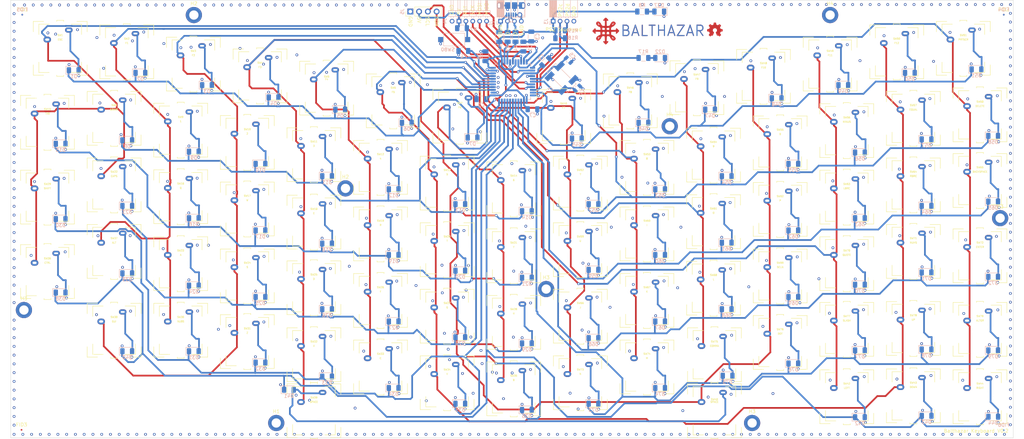
<source format=kicad_pcb>
(kicad_pcb (version 20171130) (host pcbnew 5.1.9+dfsg1-1+deb11u1)
  (title_block (title "Balthazar keyboard") (date 2022-10-03) (rev v0.2) (comment 1 "CERN OSHL"))
  (layers (0 F.Cu signal) (31 B.Cu signal hide) (34 B.Paste user) (35 F.Paste user) (36 B.SilkS user) (37 F.SilkS user) (38 B.Mask user) (39 F.Mask user) (44 Edge.Cuts user))
  (net 0 "")
  (net 1 col1)
  (net 2 "Net-(D1-Pad2)")
  (net 3 "Net-(D2-Pad2)")
  (net 4 "Net-(D3-Pad2)")
  (net 5 "Net-(D4-Pad2)")
  (net 6 "Net-(D5-Pad2)")
  (net 7 "Net-(D6-Pad2)")
  (net 8 "Net-(D7-Pad2)")
  (net 9 "Net-(D8-Pad2)")
  (net 10 col2)
  (net 11 "Net-(D9-Pad2)")
  (net 12 "Net-(D10-Pad2)")
  (net 13 "Net-(D11-Pad2)")
  (net 14 "Net-(D12-Pad2)")
  (net 15 "Net-(D13-Pad2)")
  (net 16 "Net-(D14-Pad2)")
  (net 17 col3)
  (net 18 "Net-(D15-Pad2)")
  (net 19 "Net-(D16-Pad2)")
  (net 20 "Net-(D17-Pad2)")
  (net 21 "Net-(D18-Pad2)")
  (net 22 "Net-(D19-Pad2)")
  (net 23 "Net-(D20-Pad2)")
  (net 24 "Net-(D21-Pad2)")
  (net 25 col4)
  (net 26 "Net-(D23-Pad2)")
  (net 27 "Net-(D24-Pad2)")
  (net 28 "Net-(D25-Pad2)")
  (net 29 "Net-(D26-Pad2)")
  (net 30 "Net-(D27-Pad2)")
  (net 31 "Net-(D28-Pad2)")
  (net 32 col5)
  (net 33 "Net-(D29-Pad2)")
  (net 34 "Net-(D30-Pad2)")
  (net 35 "Net-(D31-Pad2)")
  (net 36 "Net-(D32-Pad2)")
  (net 37 "Net-(D33-Pad2)")
  (net 38 "Net-(D34-Pad2)")
  (net 39 "Net-(D35-Pad2)")
  (net 40 col6)
  (net 41 "Net-(D36-Pad2)")
  (net 42 "Net-(D37-Pad2)")
  (net 43 "Net-(D38-Pad2)")
  (net 44 "Net-(D39-Pad2)")
  (net 45 "Net-(D40-Pad2)")
  (net 46 "Net-(D41-Pad2)")
  (net 47 "Net-(D42-Pad2)")
  (net 48 col7)
  (net 49 "Net-(D43-Pad2)")
  (net 50 "Net-(D44-Pad2)")
  (net 51 "Net-(D45-Pad2)")
  (net 52 "Net-(D46-Pad2)")
  (net 53 "Net-(D47-Pad2)")
  (net 54 "Net-(D48-Pad2)")
  (net 55 "Net-(D49-Pad2)")
  (net 56 "Net-(D50-Pad2)")
  (net 57 "Net-(D51-Pad2)")
  (net 58 "Net-(D52-Pad2)")
  (net 59 "Net-(D53-Pad2)")
  (net 60 "Net-(D54-Pad2)")
  (net 61 "Net-(D55-Pad2)")
  (net 62 "Net-(D56-Pad2)")
  (net 63 "Net-(D57-Pad2)")
  (net 64 "Net-(D58-Pad2)")
  (net 65 "Net-(D59-Pad2)")
  (net 66 "Net-(D60-Pad2)")
  (net 67 "Net-(D61-Pad2)")
  (net 68 "Net-(D62-Pad2)")
  (net 69 "Net-(D63-Pad2)")
  (net 70 "Net-(D64-Pad2)")
  (net 71 "Net-(D65-Pad2)")
  (net 72 "Net-(D66-Pad2)")
  (net 73 "Net-(D67-Pad2)")
  (net 74 "Net-(D68-Pad2)")
  (net 75 "Net-(D69-Pad2)")
  (net 76 "Net-(D70-Pad2)")
  (net 77 "Net-(D71-Pad2)")
  (net 78 "Net-(D72-Pad2)")
  (net 79 "Net-(D73-Pad2)")
  (net 80 "Net-(D74-Pad2)")
  (net 81 "Net-(D75-Pad2)")
  (net 82 "Net-(D76-Pad2)")
  (net 83 "Net-(D77-Pad2)")
  (net 84 row1)
  (net 85 row2)
  (net 86 row3)
  (net 87 row4)
  (net 88 row5)
  (net 89 row6)
  (net 90 row7)
  (net 91 GND)
  (net 92 "Net-(J1-Pad2)")
  (net 93 "Net-(J1-Pad3)")
  (net 94 "Net-(C1-Pad1)")
  (net 95 "Net-(C4-Pad1)")
  (net 96 "Net-(D78-Pad2)")
  (net 97 Vcc)
  (net 98 "Net-(C5-Pad1)")
  (net 99 "Net-(C6-Pad1)")
  (net 100 "Net-(R3-Pad2)")
  (net 101 "Net-(R4-Pad2)")
  (net 102 "Net-(D79-Pad2)")
  (net 103 "Net-(J4-Pad3)")
  (net 104 "Net-(J1-Pad1)")
  (net 105 "Net-(D22-Pad2)")
  (net 106 col11)
  (net 107 col10)
  (net 108 col9)
  (net 109 col8)
  (net 110 PS2data)
  (net 111 PS2clock)
  (net 112 RST)
  (net 113 "Net-(R17-Pad2)")
  (net 114 "Net-(J5-Pad3)")
  (net 115 "Net-(J5-Pad4)")
  (net 116 "Net-(J4-Pad1)")
  (net 117 "Net-(J4-Pad2)")
  (module Symbol:BALTHAZARlogo150 (layer F.Cu) (at 177.292 54.61)
    (fp_text reference G*** hide)
    (fp_text value LOGO hide)
    (fp_poly (pts (xy 0.153014 -3.749523) (xy 0.343166 -3.597679) (xy 0.53031 -3.398853) (xy 0.674303 -3.197429) (xy 0.735 -3.037789) (xy 0.730228 -3.002659) (xy 0.63278 -2.903033) (xy 0.464878 -2.913633) (xy 0.254 -2.96656) (xy 0.254 -2.207943) (xy 0.260621 -1.868107) (xy 0.27834 -1.598739) (xy 0.303939 -1.440004) (xy 0.3175 -1.415183) (xy 0.434347 -1.402395) (xy 0.652007 -1.410975) (xy 0.746391 -1.419609) (xy 0.955504 -1.451614) (xy 1.091335 -1.519201) (xy 1.20091 -1.66252) (xy 1.224696 -1.70977) (xy 1.818141 -1.70977) (xy 1.908052 -1.702344) (xy 2.052711 -1.771768) (xy 2.131166 -1.833456) (xy 2.247171 -1.983686) (xy 2.285812 -2.124448) (xy 2.234298 -2.199238) (xy 2.214455 -2.201333) (xy 2.104827 -2.138326) (xy 1.958294 -1.985436) (xy 1.828215 -1.799167) (xy 1.818141 -1.70977) (xy 1.224696 -1.70977) (xy 1.329049 -1.917055) (xy 1.574076 -2.334236) (xy 1.843819 -2.592926) (xy 2.150315 -2.703494) (xy 2.248939 -2.709333) (xy 2.514602 -2.636442) (xy 2.737891 -2.451696) (xy 2.865948 -2.205988) (xy 2.878667 -2.103021) (xy 2.816748 -1.949288) (xy 2.659297 -1.740118) (xy 2.448765 -1.518045) (xy 2.227608 -1.325602) (xy 2.038278 -1.20532) (xy 1.962684 -1.185333) (xy 1.750252 -1.10857) (xy 1.595072 -0.904874) (xy 1.525345 -0.614135) (xy 1.524 -0.564833) (xy 1.524 -0.254) (xy 2.249372 -0.254) (xy 2.599176 -0.256879) (xy 2.810098 -0.270241) (xy 2.912557 -0.301174) (xy 2.936969 -0.356764) (xy 2.924794 -0.41138) (xy 2.943132 -0.597379) (xy 3.007764 -0.679074) (xy 3.098522 -0.723869) (xy 3.207249 -0.690452) (xy 3.369866 -0.560529) (xy 3.517675 -0.419399) (xy 3.71493 -0.21555) (xy 3.851388 -0.054924) (xy 3.894667 0.01952) (xy 3.836739 0.131942) (xy 3.690789 0.310348) (xy 3.498561 0.512515) (xy 3.301803 0.696215) (xy 3.14226 0.819226) (xy 3.076893 0.846667) (xy 2.946778 0.779477) (xy 2.895842 0.631997) (xy 2.952091 0.485375) (xy 3.032604 0.37852) (xy 3.006799 0.310106) (xy 2.857561 0.274467) (xy 2.567771 0.265937) (xy 2.307167 0.27187) (xy 1.566333 0.296333) (xy 1.556776 0.702357) (xy 1.547219 1.10838) (xy 2.022443 1.342632) (xy 2.373548 1.561241) (xy 2.654068 1.823079) (xy 2.831897 2.092736) (xy 2.878667 2.286975) (xy 2.809779 2.469533) (xy 2.641047 2.663866) (xy 2.429364 2.81767) (xy 2.235067 2.878667) (xy 2.004902 2.807026) (xy 1.749001 2.617553) (xy 1.507483 2.348418) (xy 1.320465 2.037793) (xy 1.298639 1.987667) (xy 1.216564 1.821911) (xy 1.790533 1.821911) (xy 1.806359 1.909029) (xy 1.893972 2.06938) (xy 1.895483 2.071691) (xy 2.03574 2.223188) (xy 2.172518 2.283599) (xy 2.261898 2.244927) (xy 2.270291 2.13996) (xy 2.193561 2.020113) (xy 2.045937 1.899618) (xy 1.890232 1.820117) (xy 1.790533 1.821911) (xy 1.216564 1.821911) (xy 1.17685 1.741708) (xy 1.043685 1.613261) (xy 0.876288 1.558707) (xy 0.623533 1.519471) (xy 0.45673 1.533162) (xy 0.356618 1.625655) (xy 0.303934 1.822824) (xy 0.279416 2.150545) (xy 0.27172 2.370848) (xy 0.264269 2.746369) (xy 0.271589 2.974918) (xy 0.296209 3.078411) (xy 0.340655 3.078765) (xy 0.352153 3.06838) (xy 0.526639 2.970504) (xy 0.677877 3.01221) (xy 0.733791 3.096611) (xy 0.703868 3.246089) (xy 0.536892 3.476003) (xy 0.417172 3.604611) (xy 0.217358 3.800711) (xy 0.065091 3.936351) (xy 0 3.979333) (xy -0.080605 3.92355) (xy -0.241004 3.778338) (xy -0.417173 3.604611) (xy -0.635743 3.344829) (xy -0.73439 3.14328) (xy -0.711901 3.016477) (xy -0.567067 2.980931) (xy -0.461546 2.999135) (xy -0.247336 3.052899) (xy -0.271835 2.310569) (xy -0.291075 1.924259) (xy -0.332148 1.680886) (xy -0.416272 1.554054) (xy -0.56467 1.517367) (xy -0.798561 1.54443) (xy -0.876289 1.558707) (xy -1.059665 1.622688) (xy -1.189403 1.761259) (xy -1.29864 1.987667) (xy -1.472332 2.299556) (xy -1.706633 2.57718) (xy -1.961428 2.782239) (xy -2.196602 2.876434) (xy -2.231854 2.878667) (xy -2.459245 2.803817) (xy -2.657887 2.616011) (xy -2.778397 2.370364) (xy -2.794 2.25128) (xy -2.765675 2.13996) (xy -2.270292 2.13996) (xy -2.248881 2.26201) (xy -2.1456 2.278696) (xy -2.004367 2.198019) (xy -1.895483 2.071691) (xy -1.807105 1.910805) (xy -1.790159 1.822305) (xy -1.790533 1.821911) (xy -1.893515 1.821202) (xy -2.049752 1.902147) (xy -2.196429 2.023105) (xy -2.270292 2.13996) (xy -2.765675 2.13996) (xy -2.711077 1.925389) (xy -2.467287 1.626463) (xy -2.070095 1.363099) (xy -1.987022 1.322089) (xy -1.51481 1.098507) (xy -1.520109 1.016) (xy -1.025736 1.016) (xy -0.244264 1.016) (xy 0.244264 1.016) (xy 1.025736 1.016) (xy 0.999701 0.656167) (xy 0.975804 0.430801) (xy 0.915881 0.327105) (xy 0.772046 0.29783) (xy 0.635 0.296333) (xy 0.422307 0.304399) (xy 0.320681 0.360095) (xy 0.282235 0.51067) (xy 0.270298 0.656167) (xy 0.244264 1.016) (xy -0.244264 1.016) (xy -0.270299 0.656167) (xy -0.294196 0.430801) (xy -0.354119 0.327105) (xy -0.497954 0.29783) (xy -0.635 0.296333) (xy -0.847693 0.304399) (xy -0.949319 0.360095) (xy -0.987765 0.51067) (xy -0.999702 0.656167) (xy -1.025736 1.016) (xy -1.520109 1.016) (xy -1.540572 0.69742) (xy -1.566333 0.296333) (xy -2.307167 0.27187) (xy -2.693666 0.266313) (xy -2.928898 0.284316) (xy -3.029979 0.331547) (xy -3.014026 0.413672) (xy -2.952091 0.485375) (xy -2.895843 0.632023) (xy -2.946794 0.779497) (xy -3.076893 0.846667) (xy -3.193628 0.788133) (xy -3.376911 0.636033) (xy -3.551056 0.461224) (xy -3.906344 0.075782) (xy -3.588885 -0.279609) (xy -3.398254 -0.486355) (xy -3.244925 -0.640857) (xy -3.183719 -0.693657) (xy -3.052729 -0.703858) (xy -2.946726 -0.602526) (xy -2.916863 -0.445425) (xy -2.924794 -0.41138) (xy -2.935676 -0.335287) (xy -2.888907 -0.288604) (xy -2.754068 -0.264244) (xy -2.500743 -0.255119) (xy -2.249372 -0.254) (xy -1.524 -0.254) (xy -1.524 -0.586619) (xy -1.526693 -0.602542) (xy -1.016 -0.602542) (xy -1.016 -0.254) (xy -0.635 -0.254) (xy -0.400897 -0.260326) (xy -0.290042 -0.3032) (xy -0.25635 -0.418464) (xy -0.254 -0.550333) (xy 0.254 -0.550333) (xy 0.262133 -0.368253) (xy 0.317256 -0.282033) (xy 0.465453 -0.255828) (xy 0.635 -0.254) (xy 1.016 -0.254) (xy 1.016 -0.601725) (xy 1.004098 -0.821201) (xy 0.958228 -0.906118) (xy 0.882075 -0.898059) (xy 0.699528 -0.859763) (xy 0.501075 -0.846667) (xy 0.334962 -0.829424) (xy 0.266835 -0.743569) (xy 0.254 -0.550333) (xy -0.254 -0.550333) (xy -0.271223 -0.752333) (xy -0.343513 -0.835036) (xy -0.4445 -0.847823) (xy -0.689702 -0.871857) (xy -0.8255 -0.900031) (xy -0.946173 -0.916511) (xy -1.001107 -0.852694) (xy -1.015686 -0.668937) (xy -1.016 -0.602542) (xy -1.526693 -0.602542) (xy -1.577468 -0.902645) (xy -1.72578 -1.110715) (xy -1.949816 -1.185333) (xy -2.097335 -1.240974) (xy -2.305633 -1.383967) (xy -2.451768 -1.510891) (xy -2.665137 -1.739457) (xy -2.768592 -1.932984) (xy -2.794 -2.132768) (xy -2.791532 -2.1441) (xy -2.283001 -2.1441) (xy -2.252968 -2.006011) (xy -2.145878 -1.848167) (xy -2.000212 -1.735601) (xy -1.858841 -1.691425) (xy -1.780813 -1.731175) (xy -1.778 -1.751377) (xy -1.834317 -1.856559) (xy -1.964572 -2.006352) (xy -2.110719 -2.141138) (xy -2.214713 -2.201301) (xy -2.216092 -2.201333) (xy -2.283001 -2.1441) (xy -2.791532 -2.1441) (xy -2.727012 -2.440238) (xy -2.536165 -2.637555) (xy -2.236635 -2.709283) (xy -2.227251 -2.709334) (xy -1.915806 -2.63577) (xy -1.635237 -2.41005) (xy -1.376931 -2.024631) (xy -1.321458 -1.916071) (xy -1.18932 -1.660236) (xy -1.08001 -1.519368) (xy -0.94535 -1.45471) (xy -0.73716 -1.427502) (xy -0.711557 -1.425437) (xy -0.474088 -1.4144) (xy -0.318201 -1.421848) (xy -0.290363 -1.431193) (xy -0.274149 -1.526538) (xy -0.261659 -1.750609) (xy -0.254772 -2.062808) (xy -0.254 -2.217058) (xy -0.254 -2.96656) (xy -0.464878 -2.913633) (xy -0.646969 -2.907794) (xy -0.730228 -3.002659) (xy -0.704813 -3.139454) (xy -0.583204 -3.332293) (xy -0.405546 -3.536793) (xy -0.211984 -3.70857) (xy -0.042661 -3.80324) (xy 0 -3.81) (xy 0.153014 -3.749523)) (layer F.Cu) (width 0.01))
  )
  (module Symbol:OSHW-Logo_Copper (layer F.Cu) (at 208.915 55.245)
    (fp_text reference REF** hide)
    (fp_text value OSHW-Logo_Copper hide)
    (fp_poly (pts (xy 0.376964 -2.709982) (xy 0.433812 -2.40843) (xy 0.853338 -2.235488) (xy 1.104984 -2.406605) (xy 1.175458 -2.45425) (xy 1.239163 -2.49679) (xy 1.293126 -2.532285) (xy 1.334373 -2.55879) (xy 1.359934 -2.574364) (xy 1.366895 -2.577722) (xy 1.379435 -2.569086) (xy 1.406231 -2.545208) (xy 1.44428 -2.509141) (xy 1.490579 -2.463933) (xy 1.542123 -2.412636) (xy 1.595909 -2.358299) (xy 1.648935 -2.303972) (xy 1.698195 -2.252705) (xy 1.740687 -2.207549) (xy 1.773407 -2.171554) (xy 1.793351 -2.14777) (xy 1.798119 -2.13981) (xy 1.791257 -2.125135) (xy 1.77202 -2.092986) (xy 1.74243 -2.046508) (xy 1.70451 -1.988844) (xy 1.660282 -1.92314) (xy 1.634654 -1.885664) (xy 1.587941 -1.817232) (xy 1.546432 -1.75548) (xy 1.51214 -1.703481) (xy 1.48708 -1.664308) (xy 1.473264 -1.641035) (xy 1.471188 -1.636145) (xy 1.475895 -1.622245) (xy 1.488723 -1.58985) (xy 1.507738 -1.543515) (xy 1.531003 -1.487794) (xy 1.556584 -1.427242) (xy 1.582545 -1.366414) (xy 1.60695 -1.309864) (xy 1.627863 -1.262148) (xy 1.643349 -1.227819) (xy 1.651472 -1.211432) (xy 1.651952 -1.210788) (xy 1.664707 -1.207659) (xy 1.698677 -1.200679) (xy 1.75034 -1.190533) (xy 1.816176 -1.177908) (xy 1.892664 -1.163491) (xy 1.93729 -1.155177) (xy 2.019021 -1.139616) (xy 2.092843 -1.124808) (xy 2.155021 -1.111564) (xy 2.201822 -1.100695) (xy 2.229509 -1.093011) (xy 2.235074 -1.090573) (xy 2.240526 -1.07407) (xy 2.244924 -1.0368) (xy 2.248272 -0.98312) (xy 2.250574 -0.917388) (xy 2.251832 -0.843963) (xy 2.252048 -0.767204) (xy 2.251227 -0.691468) (xy 2.249371 -0.621114) (xy 2.246482 -0.5605) (xy 2.242565 -0.513984) (xy 2.237622 -0.485925) (xy 2.234657 -0.480084) (xy 2.216934 -0.473083) (xy 2.179381 -0.463073) (xy 2.126964 -0.451231) (xy 2.064652 -0.438733) (xy 2.0429 -0.43469) (xy 1.938024 -0.41548) (xy 1.85518 -0.400009) (xy 1.79163 -0.387663) (xy 1.744637 -0.377827) (xy 1.711463 -0.369886) (xy 1.689371 -0.363224) (xy 1.675624 -0.357227) (xy 1.667484 -0.351281) (xy 1.666345 -0.350106) (xy 1.654977 -0.331174) (xy 1.637635 -0.294331) (xy 1.61605 -0.244087) (xy 1.591954 -0.184954) (xy 1.567079 -0.121444) (xy 1.543157 -0.058068) (xy 1.521919 0.000662) (xy 1.505097 0.050235) (xy 1.494422 0.086139) (xy 1.491627 0.103862) (xy 1.49186 0.104483) (xy 1.501331 0.11897) (xy 1.522818 0.150844) (xy 1.554063 0.196789) (xy 1.592807 0.253485) (xy 1.636793 0.317617) (xy 1.649319 0.335842) (xy 1.693984 0.401914) (xy 1.733288 0.4622) (xy 1.765088 0.513235) (xy 1.787245 0.55156) (xy 1.797617 0.573711) (xy 1.798119 0.576432) (xy 1.789405 0.590736) (xy 1.765325 0.619072) (xy 1.728976 0.658396) (xy 1.683453 0.705661) (xy 1.631852 0.757823) (xy 1.577267 0.811835) (xy 1.522794 0.864653) (xy 1.471529 0.913231) (xy 1.426567 0.954523) (xy 1.391004 0.985485) (xy 1.367935 1.00307) (xy 1.361554 1.005941) (xy 1.346699 0.999178) (xy 1.316286 0.980939) (xy 1.275268 0.954297) (xy 1.243709 0.932852) (xy 1.186525 0.893503) (xy 1.118806 0.847171) (xy 1.05088 0.800913) (xy 1.014361 0.776155) (xy 0.890752 0.692547) (xy 0.786991 0.74865) (xy 0.73972 0.773228) (xy 0.699523 0.792331) (xy 0.672326 0.803227) (xy 0.665402 0.804743) (xy 0.657077 0.793549) (xy 0.640654 0.761917) (xy 0.617357 0.712765) (xy 0.588414 0.64901) (xy 0.55505 0.573571) (xy 0.518491 0.489364) (xy 0.479964 0.399308) (xy 0.440694 0.306321) (xy 0.401908 0.21332) (xy 0.36483 0.123223) (xy 0.330689 0.038948) (xy 0.300708 -0.036587) (xy 0.276116 -0.100466) (xy 0.258136 -0.149769) (xy 0.247997 -0.181579) (xy 0.246366 -0.192504) (xy 0.259291 -0.206439) (xy 0.287589 -0.22906) (xy 0.325346 -0.255667) (xy 0.328515 -0.257772) (xy 0.4261 -0.335886) (xy 0.504786 -0.427018) (xy 0.563891 -0.528255) (xy 0.602732 -0.636682) (xy 0.620628 -0.749386) (xy 0.616897 -0.863452) (xy 0.590857 -0.975966) (xy 0.541825 -1.084015) (xy 0.5274 -1.107655) (xy 0.452369 -1.203113) (xy 0.36373 -1.279768) (xy 0.264549 -1.33722) (xy 0.157895 -1.375071) (xy 0.046836 -1.392922) (xy -0.065561 -1.390375) (xy -0.176227 -1.36703) (xy -0.282094 -1.32249) (xy -0.380095 -1.256355) (xy -0.41041 -1.229513) (xy -0.487562 -1.145488) (xy -0.543782 -1.057034) (xy -0.582347 -0.957885) (xy -0.603826 -0.859697) (xy -0.609128 -0.749303) (xy -0.591448 -0.63836) (xy -0.552581 -0.530619) (xy -0.494323 -0.429831) (xy -0.418469 -0.339744) (xy -0.326817 -0.264108) (xy -0.314772 -0.256136) (xy -0.276611 -0.230026) (xy -0.247601 -0.207405) (xy -0.233732 -0.192961) (xy -0.233531 -0.192504) (xy -0.236508 -0.176879) (xy -0.248311 -0.141418) (xy -0.267714 -0.089038) (xy -0.293488 -0.022655) (xy -0.324409 0.054814) (xy -0.359249 0.14045) (xy -0.396783 0.231337) (xy -0.435783 0.324559) (xy -0.475023 0.417197) (xy -0.513276 0.506335) (xy -0.549317 0.589055) (xy -0.581917 0.662441) (xy -0.609852 0.723575) (xy -0.631895 0.769541) (xy -0.646818 0.797421) (xy -0.652828 0.804743) (xy -0.671191 0.799041) (xy -0.705552 0.783749) (xy -0.749984 0.761599) (xy -0.774417 0.74865) (xy -0.878178 0.692547) (xy -1.001787 0.776155) (xy -1.064886 0.818987) (xy -1.13397 0.866122) (xy -1.198707 0.910503) (xy -1.231134 0.932852) (xy -1.276741 0.963477) (xy -1.31536 0.987747) (xy -1.341952 1.002587) (xy -1.35059 1.005724) (xy -1.363161 0.997261) (xy -1.390984 0.973636) (xy -1.431361 0.937302) (xy -1.481595 0.890711) (xy -1.538988 0.836317) (xy -1.575286 0.801392) (xy -1.63879 0.738996) (xy -1.693673 0.683188) (xy -1.737714 0.636354) (xy -1.768695 0.600882) (xy -1.784398 0.579161) (xy -1.785905 0.574752) (xy -1.778914 0.557985) (xy -1.759594 0.524082) (xy -1.730091 0.476476) (xy -1.692545 0.418599) (xy -1.6491 0.353884) (xy -1.636745 0.335842) (xy -1.591727 0.270267) (xy -1.55134 0.211228) (xy -1.51784 0.162042) (xy -1.493486 0.126028) (xy -1.480536 0.106502) (xy -1.479285 0.104483) (xy -1.481156 0.088922) (xy -1.491087 0.054709) (xy -1.507347 0.006355) (xy -1.528205 -0.051629) (xy -1.551927 -0.11473) (xy -1.576784 -0.178437) (xy -1.601042 -0.238239) (xy -1.622971 -0.289624) (xy -1.640838 -0.328081) (xy -1.652913 -0.349098) (xy -1.653771 -0.350106) (xy -1.661154 -0.356112) (xy -1.673625 -0.362052) (xy -1.69392 -0.36854) (xy -1.724778 -0.376191) (xy -1.768934 -0.38562) (xy -1.829126 -0.397441) (xy -1.908093 -0.412271) (xy -2.00857 -0.430723) (xy -2.030325 -0.43469) (xy -2.094802 -0.447147) (xy -2.151011 -0.459334) (xy -2.193987 -0.470074) (xy -2.21876 -0.478191) (xy -2.222082 -0.480084) (xy -2.227556 -0.496862) (xy -2.232006 -0.534355) (xy -2.235428 -0.588206) (xy -2.237819 -0.654056) (xy -2.239177 -0.727547) (xy -2.239499 -0.80432) (xy -2.238781 -0.880017) (xy -2.237021 -0.95028) (xy -2.234216 -1.01075) (xy -2.230362 -1.05707) (xy -2.225457 -1.084881) (xy -2.2225 -1.090573) (xy -2.206037 -1.096314) (xy -2.168551 -1.105655) (xy -2.113775 -1.117785) (xy -2.045445 -1.131893) (xy -1.967294 -1.14717) (xy -1.924716 -1.155177) (xy -1.843929 -1.170279) (xy -1.771887 -1.18396) (xy -1.712111 -1.195533) (xy -1.668121 -1.204313) (xy -1.643439 -1.209613) (xy -1.639377 -1.210788) (xy -1.632511 -1.224035) (xy -1.617998 -1.255943) (xy -1.597771 -1.301953) (xy -1.573766 -1.357508) (xy -1.547918 -1.418047) (xy -1.52216 -1.479014) (xy -1.498427 -1.535849) (xy -1.478654 -1.583994) (xy -1.464776 -1.61889) (xy -1.458726 -1.635979) (xy -1.458614 -1.636726) (xy -1.465472 -1.650207) (xy -1.484698 -1.68123) (xy -1.514272 -1.726711) (xy -1.552173 -1.783568) (xy -1.59638 -1.848717) (xy -1.622079 -1.886138) (xy -1.668907 -1.954753) (xy -1.710499 -2.017048) (xy -1.744825 -2.069871) (xy -1.769857 -2.110073) (xy -1.783565 -2.1345) (xy -1.785544 -2.139976) (xy -1.777034 -2.152722) (xy -1.753507 -2.179937) (xy -1.717968 -2.218572) (xy -1.673423 -2.265577) (xy -1.622877 -2.317905) (xy -1.569336 -2.372505) (xy -1.515805 -2.42633) (xy -1.465289 -2.47633) (xy -1.420794 -2.519457) (xy -1.385325 -2.552661) (xy -1.361887 -2.572894) (xy -1.354046 -2.577722) (xy -1.34128 -2.570933) (xy -1.310744 -2.551858) (xy -1.26541 -2.522439) (xy -1.208244 -2.484619) (xy -1.142216 -2.440339) (xy -1.09241 -2.406605) (xy -0.840764 -2.235488) (xy -0.631001 -2.321959) (xy -0.421237 -2.40843) (xy -0.364389 -2.709982) (xy -0.30754 -3.011534) (xy 0.320115 -3.011534) (xy 0.376964 -2.709982)) (layer F.Cu) (width 0.01))
  )
  (module Button_Switch_Keyboard:CherryMX_RGB_SpeedSilver (layer F.Cu) (at 247.142 102.87)
    (fp_text reference SW63 (at 0 -3.81) (layer F.SilkS) (effects (font (size 0.5 0.5) (thickness 0.125))))
    (fp_text value LBRC (at 0 -2.54) (layer F.SilkS) (effects (font (size 0.5 0.5) (thickness 0.125))))
    (pad "" np_thru_hole circle (at 4.99 0) (size 1.75 1.75) (drill 1.75) (layers *.Cu *.Mask))
    (pad "" np_thru_hole circle (at -4.99 0) (size 1.75 1.75) (drill 1.75) (layers *.Cu *.Mask))
    (pad 2 thru_hole oval (at 2.5 -5.3) (size 2.2 1.5) (drill oval 1.2 0.5) (layers *.Cu *.Mask) (net 69 "Net-(D63-Pad2)"))
    (pad 1 thru_hole oval (at -3.75 -2.53) (size 2.2 1.7) (drill oval 1.2 0.7) (layers *.Cu *.Mask) (net 88 row5))
    (pad "" np_thru_hole circle (at 0 0) (size 4 4) (drill 4) (layers *.Cu *.Mask))
  )
  (module Button_Switch_Keyboard:CherryMX_RGB_SpeedSilver (layer F.Cu) (at 131.318 156.718)
    (fp_text reference SW34 (at 0 -3.81) (layer F.SilkS) (effects (font (size 0.5 0.5) (thickness 0.125))))
    (fp_text value V (at 0 -2.54) (layer F.SilkS) (effects (font (size 0.5 0.5) (thickness 0.125))))
    (pad "" np_thru_hole circle (at 4.99 0) (size 1.75 1.75) (drill 1.75) (layers *.Cu *.Mask))
    (pad "" np_thru_hole circle (at -4.99 0) (size 1.75 1.75) (drill 1.75) (layers *.Cu *.Mask))
    (pad 2 thru_hole oval (at 2.5 -5.3) (size 2.2 1.5) (drill oval 1.2 0.5) (layers *.Cu *.Mask) (net 39 "Net-(D35-Pad2)"))
    (pad 1 thru_hole oval (at -3.75 -2.53) (size 2.2 1.7) (drill oval 1.2 0.7) (layers *.Cu *.Mask) (net 89 row6))
    (pad "" np_thru_hole circle (at 0 0) (size 4 4) (drill 4) (layers *.Cu *.Mask))
  )
  (module Button_Switch_Keyboard:CherryMX_RGB_SpeedSilver (layer F.Cu) (at 247.142 141.224)
    (fp_text reference SW77 (at 0 -3.81) (layer F.SilkS) (effects (font (size 0.5 0.5) (thickness 0.125))))
    (fp_text value SLASH (at 0 -2.54) (layer F.SilkS) (effects (font (size 0.5 0.5) (thickness 0.125))))
    (pad "" np_thru_hole circle (at 4.99 0) (size 1.75 1.75) (drill 1.75) (layers *.Cu *.Mask))
    (pad "" np_thru_hole circle (at -4.99 0) (size 1.75 1.75) (drill 1.75) (layers *.Cu *.Mask))
    (pad 2 thru_hole oval (at 2.5 -5.3) (size 2.2 1.5) (drill oval 1.2 0.5) (layers *.Cu *.Mask) (net 83 "Net-(D77-Pad2)"))
    (pad 1 thru_hole oval (at -3.75 -2.53) (size 2.2 1.7) (drill oval 1.2 0.7) (layers *.Cu *.Mask) (net 88 row5))
    (pad "" np_thru_hole circle (at 0 0) (size 4 4) (drill 4) (layers *.Cu *.Mask))
  )
  (module Button_Switch_Keyboard:CherryMX_RGB_SpeedSilver (layer F.Cu) (at 19.177 59.69)
    (fp_text reference SW1 (at 0 -3.81) (layer F.SilkS) (effects (font (size 0.5 0.5) (thickness 0.125))))
    (fp_text value ESC (at 0 -2.54) (layer F.SilkS) (effects (font (size 0.5 0.5) (thickness 0.125))))
    (pad "" np_thru_hole circle (at 4.99 0) (size 1.75 1.75) (drill 1.75) (layers *.Cu *.Mask))
    (pad "" np_thru_hole circle (at -4.99 0) (size 1.75 1.75) (drill 1.75) (layers *.Cu *.Mask))
    (pad 2 thru_hole oval (at 2.5 -5.3) (size 2.2 1.5) (drill oval 1.2 0.5) (layers *.Cu *.Mask) (net 2 "Net-(D1-Pad2)"))
    (pad 1 thru_hole oval (at -3.75 -2.53) (size 2.2 1.7) (drill oval 1.2 0.7) (layers *.Cu *.Mask) (net 84 row1))
    (pad "" np_thru_hole circle (at 0 0) (size 4 4) (drill 4) (layers *.Cu *.Mask))
  )
  (module Button_Switch_Keyboard:CherryMX_RGB_SpeedSilver (layer F.Cu) (at 38.481 60.706)
    (fp_text reference SW2 (at 0 -3.81) (layer F.SilkS) (effects (font (size 0.5 0.5) (thickness 0.125))))
    (fp_text value F1 (at 0 -2.54) (layer F.SilkS) (effects (font (size 0.5 0.5) (thickness 0.125))))
    (pad "" np_thru_hole circle (at 4.99 0) (size 1.75 1.75) (drill 1.75) (layers *.Cu *.Mask))
    (pad "" np_thru_hole circle (at -4.99 0) (size 1.75 1.75) (drill 1.75) (layers *.Cu *.Mask))
    (pad 2 thru_hole oval (at 2.5 -5.3) (size 2.2 1.5) (drill oval 1.2 0.5) (layers *.Cu *.Mask) (net 3 "Net-(D2-Pad2)"))
    (pad 1 thru_hole oval (at -3.75 -2.53) (size 2.2 1.7) (drill oval 1.2 0.7) (layers *.Cu *.Mask) (net 85 row2))
    (pad "" np_thru_hole circle (at 0 0) (size 4 4) (drill 4) (layers *.Cu *.Mask))
  )
  (module Button_Switch_Keyboard:CherryMX_RGB_SpeedSilver (layer F.Cu) (at 57.785 64.262)
    (fp_text reference SW3 (at 0 -3.81) (layer F.SilkS) (effects (font (size 0.5 0.5) (thickness 0.125))))
    (fp_text value F2 (at 0 -2.54) (layer F.SilkS) (effects (font (size 0.5 0.5) (thickness 0.125))))
    (pad "" np_thru_hole circle (at 4.99 0) (size 1.75 1.75) (drill 1.75) (layers *.Cu *.Mask))
    (pad "" np_thru_hole circle (at -4.99 0) (size 1.75 1.75) (drill 1.75) (layers *.Cu *.Mask))
    (pad 2 thru_hole oval (at 2.5 -5.3) (size 2.2 1.5) (drill oval 1.2 0.5) (layers *.Cu *.Mask) (net 4 "Net-(D3-Pad2)"))
    (pad 1 thru_hole oval (at -3.75 -2.53) (size 2.2 1.7) (drill oval 1.2 0.7) (layers *.Cu *.Mask) (net 86 row3))
    (pad "" np_thru_hole circle (at 0 0) (size 4 4) (drill 4) (layers *.Cu *.Mask))
  )
  (module Button_Switch_Keyboard:CherryMX_RGB_SpeedSilver (layer F.Cu) (at 77.089 67.691)
    (fp_text reference SW4 (at 0 -3.81) (layer F.SilkS) (effects (font (size 0.5 0.5) (thickness 0.125))))
    (fp_text value F3 (at 0 -2.54) (layer F.SilkS) (effects (font (size 0.5 0.5) (thickness 0.125))))
    (pad "" np_thru_hole circle (at 4.99 0) (size 1.75 1.75) (drill 1.75) (layers *.Cu *.Mask))
    (pad "" np_thru_hole circle (at -4.99 0) (size 1.75 1.75) (drill 1.75) (layers *.Cu *.Mask))
    (pad 2 thru_hole oval (at 2.5 -5.3) (size 2.2 1.5) (drill oval 1.2 0.5) (layers *.Cu *.Mask) (net 5 "Net-(D4-Pad2)"))
    (pad 1 thru_hole oval (at -3.75 -2.53) (size 2.2 1.7) (drill oval 1.2 0.7) (layers *.Cu *.Mask) (net 87 row4))
    (pad "" np_thru_hole circle (at 0 0) (size 4 4) (drill 4) (layers *.Cu *.Mask))
  )
  (module Button_Switch_Keyboard:CherryMX_RGB_SpeedSilver (layer F.Cu) (at 96.393 71.247)
    (fp_text reference SW5 (at 0.023 -3.347) (layer F.SilkS) (effects (font (size 0.5 0.5) (thickness 0.125))))
    (fp_text value F4 (at 0 -2.54) (layer F.SilkS) (effects (font (size 0.5 0.5) (thickness 0.125))))
    (pad "" np_thru_hole circle (at 4.99 0) (size 1.75 1.75) (drill 1.75) (layers *.Cu *.Mask))
    (pad "" np_thru_hole circle (at -4.99 0) (size 1.75 1.75) (drill 1.75) (layers *.Cu *.Mask))
    (pad 2 thru_hole oval (at 2.5 -5.3) (size 2.2 1.5) (drill oval 1.2 0.5) (layers *.Cu *.Mask) (net 6 "Net-(D5-Pad2)"))
    (pad 1 thru_hole oval (at -3.75 -2.53) (size 2.2 1.7) (drill oval 1.2 0.7) (layers *.Cu *.Mask) (net 88 row5))
    (pad "" np_thru_hole circle (at 0 0) (size 4 4) (drill 4) (layers *.Cu *.Mask))
  )
  (module Button_Switch_Keyboard:CherryMX_RGB_SpeedSilver (layer F.Cu) (at 115.697 74.93)
    (fp_text reference SW6 (at 0 -3.81) (layer F.SilkS) (effects (font (size 0.5 0.5) (thickness 0.125))))
    (fp_text value F5 (at 0 -2.54) (layer F.SilkS) (effects (font (size 0.5 0.5) (thickness 0.125))))
    (pad "" np_thru_hole circle (at 4.99 0) (size 1.75 1.75) (drill 1.75) (layers *.Cu *.Mask))
    (pad "" np_thru_hole circle (at -4.99 0) (size 1.75 1.75) (drill 1.75) (layers *.Cu *.Mask))
    (pad 2 thru_hole oval (at 2.5 -5.3) (size 2.2 1.5) (drill oval 1.2 0.5) (layers *.Cu *.Mask) (net 7 "Net-(D6-Pad2)"))
    (pad 1 thru_hole oval (at -3.75 -2.53) (size 2.2 1.7) (drill oval 1.2 0.7) (layers *.Cu *.Mask) (net 89 row6))
    (pad "" np_thru_hole circle (at 0 0) (size 4 4) (drill 4) (layers *.Cu *.Mask))
  )
  (module Button_Switch_Keyboard:CherryMX_RGB_SpeedSilver (layer F.Cu) (at 135.001 79.375)
    (fp_text reference SW7 (at 0 -3.81) (layer F.SilkS) (effects (font (size 0.5 0.5) (thickness 0.125))))
    (fp_text value F6 (at 0 -2.54) (layer F.SilkS) (effects (font (size 0.5 0.5) (thickness 0.125))))
    (pad "" np_thru_hole circle (at 4.99 0) (size 1.75 1.75) (drill 1.75) (layers *.Cu *.Mask))
    (pad "" np_thru_hole circle (at -4.99 0) (size 1.75 1.75) (drill 1.75) (layers *.Cu *.Mask))
    (pad 2 thru_hole oval (at 2.5 -5.3) (size 2.2 1.5) (drill oval 1.2 0.5) (layers *.Cu *.Mask) (net 8 "Net-(D7-Pad2)"))
    (pad 1 thru_hole oval (at -3.75 -2.53) (size 2.2 1.7) (drill oval 1.2 0.7) (layers *.Cu *.Mask) (net 90 row7))
    (pad "" np_thru_hole circle (at 0 0) (size 4 4) (drill 4) (layers *.Cu *.Mask))
  )
  (module Button_Switch_Keyboard:CherryMX_RGB_SpeedSilver (layer F.Cu) (at 34.798 80.01)
    (fp_text reference SW8 (at 0 -3.81) (layer F.SilkS) (effects (font (size 0.5 0.5) (thickness 0.125))))
    (fp_text value GRAVE (at 0 -2.54) (layer F.SilkS) (effects (font (size 0.5 0.5) (thickness 0.125))))
    (pad "" np_thru_hole circle (at 4.99 0) (size 1.75 1.75) (drill 1.75) (layers *.Cu *.Mask))
    (pad "" np_thru_hole circle (at -4.99 0) (size 1.75 1.75) (drill 1.75) (layers *.Cu *.Mask))
    (pad 2 thru_hole oval (at 2.5 -5.3) (size 2.2 1.5) (drill oval 1.2 0.5) (layers *.Cu *.Mask) (net 9 "Net-(D8-Pad2)"))
    (pad 1 thru_hole oval (at -3.75 -2.53) (size 2.2 1.7) (drill oval 1.2 0.7) (layers *.Cu *.Mask) (net 84 row1))
    (pad "" np_thru_hole circle (at 0 0) (size 4 4) (drill 4) (layers *.Cu *.Mask))
  )
  (module Button_Switch_Keyboard:CherryMX_RGB_SpeedSilver (layer F.Cu) (at 54.102 83.439)
    (fp_text reference SW9 (at 0 -3.81) (layer F.SilkS) (effects (font (size 0.5 0.5) (thickness 0.125))))
    (fp_text value 1 (at 0 -2.54) (layer F.SilkS) (effects (font (size 0.5 0.5) (thickness 0.125))))
    (pad "" np_thru_hole circle (at 4.99 0) (size 1.75 1.75) (drill 1.75) (layers *.Cu *.Mask))
    (pad "" np_thru_hole circle (at -4.99 0) (size 1.75 1.75) (drill 1.75) (layers *.Cu *.Mask))
    (pad 2 thru_hole oval (at 2.5 -5.3) (size 2.2 1.5) (drill oval 1.2 0.5) (layers *.Cu *.Mask) (net 11 "Net-(D9-Pad2)"))
    (pad 1 thru_hole oval (at -3.75 -2.53) (size 2.2 1.7) (drill oval 1.2 0.7) (layers *.Cu *.Mask) (net 85 row2))
    (pad "" np_thru_hole circle (at 0 0) (size 4 4) (drill 4) (layers *.Cu *.Mask))
  )
  (module Button_Switch_Keyboard:CherryMX_RGB_SpeedSilver (layer F.Cu) (at 73.406 86.995)
    (fp_text reference SW10 (at 0 -3.81) (layer F.SilkS) (effects (font (size 0.5 0.5) (thickness 0.125))))
    (fp_text value 2 (at 0 -2.54) (layer F.SilkS) (effects (font (size 0.5 0.5) (thickness 0.125))))
    (pad "" np_thru_hole circle (at 4.99 0) (size 1.75 1.75) (drill 1.75) (layers *.Cu *.Mask))
    (pad "" np_thru_hole circle (at -4.99 0) (size 1.75 1.75) (drill 1.75) (layers *.Cu *.Mask))
    (pad 2 thru_hole oval (at 2.5 -5.3) (size 2.2 1.5) (drill oval 1.2 0.5) (layers *.Cu *.Mask) (net 12 "Net-(D10-Pad2)"))
    (pad 1 thru_hole oval (at -3.75 -2.53) (size 2.2 1.7) (drill oval 1.2 0.7) (layers *.Cu *.Mask) (net 86 row3))
    (pad "" np_thru_hole circle (at 0 0) (size 4 4) (drill 4) (layers *.Cu *.Mask))
  )
  (module Button_Switch_Keyboard:CherryMX_RGB_SpeedSilver (layer F.Cu) (at 92.71 90.551)
    (fp_text reference SW11 (at 0 -3.81) (layer F.SilkS) (effects (font (size 0.5 0.5) (thickness 0.125))))
    (fp_text value 3 (at 0 -2.54) (layer F.SilkS) (effects (font (size 0.5 0.5) (thickness 0.125))))
    (pad "" np_thru_hole circle (at 4.99 0) (size 1.75 1.75) (drill 1.75) (layers *.Cu *.Mask))
    (pad "" np_thru_hole circle (at -4.99 0) (size 1.75 1.75) (drill 1.75) (layers *.Cu *.Mask))
    (pad 2 thru_hole oval (at 2.5 -5.3) (size 2.2 1.5) (drill oval 1.2 0.5) (layers *.Cu *.Mask) (net 13 "Net-(D11-Pad2)"))
    (pad 1 thru_hole oval (at -3.75 -2.53) (size 2.2 1.7) (drill oval 1.2 0.7) (layers *.Cu *.Mask) (net 87 row4))
    (pad "" np_thru_hole circle (at 0 0) (size 4 4) (drill 4) (layers *.Cu *.Mask))
  )
  (module Button_Switch_Keyboard:CherryMX_RGB_SpeedSilver (layer F.Cu) (at 112.014 94.234)
    (fp_text reference SW12 (at 0 -3.81) (layer F.SilkS) (effects (font (size 0.5 0.5) (thickness 0.125))))
    (fp_text value 4 (at 0 -2.54) (layer F.SilkS) (effects (font (size 0.5 0.5) (thickness 0.125))))
    (pad "" np_thru_hole circle (at 4.99 0) (size 1.75 1.75) (drill 1.75) (layers *.Cu *.Mask))
    (pad "" np_thru_hole circle (at -4.99 0) (size 1.75 1.75) (drill 1.75) (layers *.Cu *.Mask))
    (pad 2 thru_hole oval (at 2.5 -5.3) (size 2.2 1.5) (drill oval 1.2 0.5) (layers *.Cu *.Mask) (net 14 "Net-(D12-Pad2)"))
    (pad 1 thru_hole oval (at -3.75 -2.53) (size 2.2 1.7) (drill oval 1.2 0.7) (layers *.Cu *.Mask) (net 88 row5))
    (pad "" np_thru_hole circle (at 0 0) (size 4 4) (drill 4) (layers *.Cu *.Mask))
  )
  (module Button_Switch_Keyboard:CherryMX_RGB_SpeedSilver (layer F.Cu) (at 131.318 98.806)
    (fp_text reference SW13 (at 0 -3.81) (layer F.SilkS) (effects (font (size 0.5 0.5) (thickness 0.125))))
    (fp_text value 5 (at 0 -2.54) (layer F.SilkS) (effects (font (size 0.5 0.5) (thickness 0.125))))
    (pad "" np_thru_hole circle (at 4.99 0) (size 1.75 1.75) (drill 1.75) (layers *.Cu *.Mask))
    (pad "" np_thru_hole circle (at -4.99 0) (size 1.75 1.75) (drill 1.75) (layers *.Cu *.Mask))
    (pad 2 thru_hole oval (at 2.5 -5.3) (size 2.2 1.5) (drill oval 1.2 0.5) (layers *.Cu *.Mask) (net 15 "Net-(D13-Pad2)"))
    (pad 1 thru_hole oval (at -3.75 -2.53) (size 2.2 1.7) (drill oval 1.2 0.7) (layers *.Cu *.Mask) (net 89 row6))
    (pad "" np_thru_hole circle (at 0 0) (size 4 4) (drill 4) (layers *.Cu *.Mask))
  )
  (module Button_Switch_Keyboard:CherryMX_RGB_SpeedSilver (layer F.Cu) (at 150.622 100.457)
    (fp_text reference SW14 (at 0 -3.81) (layer F.SilkS) (effects (font (size 0.5 0.5) (thickness 0.125))))
    (fp_text value 6 (at 0 -2.54) (layer F.SilkS) (effects (font (size 0.5 0.5) (thickness 0.125))))
    (pad "" np_thru_hole circle (at 4.99 0) (size 1.75 1.75) (drill 1.75) (layers *.Cu *.Mask))
    (pad "" np_thru_hole circle (at -4.99 0) (size 1.75 1.75) (drill 1.75) (layers *.Cu *.Mask))
    (pad 2 thru_hole oval (at 2.5 -5.3) (size 2.2 1.5) (drill oval 1.2 0.5) (layers *.Cu *.Mask) (net 16 "Net-(D14-Pad2)"))
    (pad 1 thru_hole oval (at -3.75 -2.53) (size 2.2 1.7) (drill oval 1.2 0.7) (layers *.Cu *.Mask) (net 90 row7))
    (pad "" np_thru_hole circle (at 0 0) (size 4 4) (drill 4) (layers *.Cu *.Mask))
  )
  (module Button_Switch_Keyboard:CherryMX_RGB_SpeedSilver (layer F.Cu) (at 15.494 81.153)
    (fp_text reference SW15 (at 0 -3.81) (layer F.SilkS) (effects (font (size 0.5 0.5) (thickness 0.125))))
    (fp_text value TAB (at 0 -2.54) (layer F.SilkS) (effects (font (size 0.5 0.5) (thickness 0.125))))
    (pad "" np_thru_hole circle (at 4.99 0) (size 1.75 1.75) (drill 1.75) (layers *.Cu *.Mask))
    (pad "" np_thru_hole circle (at -4.99 0) (size 1.75 1.75) (drill 1.75) (layers *.Cu *.Mask))
    (pad 2 thru_hole oval (at 2.5 -5.3) (size 2.2 1.5) (drill oval 1.2 0.5) (layers *.Cu *.Mask) (net 18 "Net-(D15-Pad2)"))
    (pad 1 thru_hole oval (at -3.75 -2.53) (size 2.2 1.7) (drill oval 1.2 0.7) (layers *.Cu *.Mask) (net 84 row1))
    (pad "" np_thru_hole circle (at 0 0) (size 4 4) (drill 4) (layers *.Cu *.Mask))
  )
  (module Button_Switch_Keyboard:CherryMX_RGB_SpeedSilver (layer F.Cu) (at 54.102 102.743)
    (fp_text reference SW16 (at 0 -3.81) (layer F.SilkS) (effects (font (size 0.5 0.5) (thickness 0.125))))
    (fp_text value Q (at 0 -2.54) (layer F.SilkS) (effects (font (size 0.5 0.5) (thickness 0.125))))
    (pad "" np_thru_hole circle (at 4.99 0) (size 1.75 1.75) (drill 1.75) (layers *.Cu *.Mask))
    (pad "" np_thru_hole circle (at -4.99 0) (size 1.75 1.75) (drill 1.75) (layers *.Cu *.Mask))
    (pad 2 thru_hole oval (at 2.5 -5.3) (size 2.2 1.5) (drill oval 1.2 0.5) (layers *.Cu *.Mask) (net 19 "Net-(D16-Pad2)"))
    (pad 1 thru_hole oval (at -3.75 -2.53) (size 2.2 1.7) (drill oval 1.2 0.7) (layers *.Cu *.Mask) (net 85 row2))
    (pad "" np_thru_hole circle (at 0 0) (size 4 4) (drill 4) (layers *.Cu *.Mask))
  )
  (module Button_Switch_Keyboard:CherryMX_RGB_SpeedSilver (layer F.Cu) (at 73.406 106.299)
    (fp_text reference SW17 (at 0 -3.81) (layer F.SilkS) (effects (font (size 0.5 0.5) (thickness 0.125))))
    (fp_text value W (at 0 -2.54) (layer F.SilkS) (effects (font (size 0.5 0.5) (thickness 0.125))))
    (pad "" np_thru_hole circle (at 4.99 0) (size 1.75 1.75) (drill 1.75) (layers *.Cu *.Mask))
    (pad "" np_thru_hole circle (at -4.99 0) (size 1.75 1.75) (drill 1.75) (layers *.Cu *.Mask))
    (pad 2 thru_hole oval (at 2.5 -5.3) (size 2.2 1.5) (drill oval 1.2 0.5) (layers *.Cu *.Mask) (net 20 "Net-(D17-Pad2)"))
    (pad 1 thru_hole oval (at -3.75 -2.53) (size 2.2 1.7) (drill oval 1.2 0.7) (layers *.Cu *.Mask) (net 86 row3))
    (pad "" np_thru_hole circle (at 0 0) (size 4 4) (drill 4) (layers *.Cu *.Mask))
  )
  (module Button_Switch_Keyboard:CherryMX_RGB_SpeedSilver (layer F.Cu) (at 92.71 110.109)
    (fp_text reference SW18 (at 0 -3.81) (layer F.SilkS) (effects (font (size 0.5 0.5) (thickness 0.125))))
    (fp_text value E (at 0 -2.54) (layer F.SilkS) (effects (font (size 0.5 0.5) (thickness 0.125))))
    (pad "" np_thru_hole circle (at 4.99 0) (size 1.75 1.75) (drill 1.75) (layers *.Cu *.Mask))
    (pad "" np_thru_hole circle (at -4.99 0) (size 1.75 1.75) (drill 1.75) (layers *.Cu *.Mask))
    (pad 2 thru_hole oval (at 2.5 -5.3) (size 2.2 1.5) (drill oval 1.2 0.5) (layers *.Cu *.Mask) (net 21 "Net-(D18-Pad2)"))
    (pad 1 thru_hole oval (at -3.75 -2.53) (size 2.2 1.7) (drill oval 1.2 0.7) (layers *.Cu *.Mask) (net 87 row4))
    (pad "" np_thru_hole circle (at 0 0) (size 4 4) (drill 4) (layers *.Cu *.Mask))
  )
  (module Button_Switch_Keyboard:CherryMX_RGB_SpeedSilver (layer F.Cu) (at 112.014 113.538)
    (fp_text reference SW19 (at 0 -3.81) (layer F.SilkS) (effects (font (size 0.5 0.5) (thickness 0.125))))
    (fp_text value R (at 0 -2.54) (layer F.SilkS) (effects (font (size 0.5 0.5) (thickness 0.125))))
    (pad "" np_thru_hole circle (at 4.99 0) (size 1.75 1.75) (drill 1.75) (layers *.Cu *.Mask))
    (pad "" np_thru_hole circle (at -4.99 0) (size 1.75 1.75) (drill 1.75) (layers *.Cu *.Mask))
    (pad 2 thru_hole oval (at 2.5 -5.3) (size 2.2 1.5) (drill oval 1.2 0.5) (layers *.Cu *.Mask) (net 22 "Net-(D19-Pad2)"))
    (pad 1 thru_hole oval (at -3.75 -2.53) (size 2.2 1.7) (drill oval 1.2 0.7) (layers *.Cu *.Mask) (net 88 row5))
    (pad "" np_thru_hole circle (at 0 0) (size 4 4) (drill 4) (layers *.Cu *.Mask))
  )
  (module Button_Switch_Keyboard:CherryMX_RGB_SpeedSilver (layer F.Cu) (at 131.318 118.11)
    (fp_text reference SW20 (at 0 -3.81) (layer F.SilkS) (effects (font (size 0.5 0.5) (thickness 0.125))))
    (fp_text value T (at 0 -2.54) (layer F.SilkS) (effects (font (size 0.5 0.5) (thickness 0.125))))
    (pad "" np_thru_hole circle (at 4.99 0) (size 1.75 1.75) (drill 1.75) (layers *.Cu *.Mask))
    (pad "" np_thru_hole circle (at -4.99 0) (size 1.75 1.75) (drill 1.75) (layers *.Cu *.Mask))
    (pad 2 thru_hole oval (at 2.5 -5.3) (size 2.2 1.5) (drill oval 1.2 0.5) (layers *.Cu *.Mask) (net 23 "Net-(D20-Pad2)"))
    (pad 1 thru_hole oval (at -3.75 -2.53) (size 2.2 1.7) (drill oval 1.2 0.7) (layers *.Cu *.Mask) (net 89 row6))
    (pad "" np_thru_hole circle (at 0 0) (size 4 4) (drill 4) (layers *.Cu *.Mask))
  )
  (module Button_Switch_Keyboard:CherryMX_RGB_SpeedSilver (layer F.Cu) (at 150.622 119.888)
    (fp_text reference SW21 (at 0 -3.81) (layer F.SilkS) (effects (font (size 0.5 0.5) (thickness 0.125))))
    (fp_text value Y (at 0 -2.54) (layer F.SilkS) (effects (font (size 0.5 0.5) (thickness 0.125))))
    (pad "" np_thru_hole circle (at 4.99 0) (size 1.75 1.75) (drill 1.75) (layers *.Cu *.Mask))
    (pad "" np_thru_hole circle (at -4.99 0) (size 1.75 1.75) (drill 1.75) (layers *.Cu *.Mask))
    (pad 2 thru_hole oval (at 2.5 -5.3) (size 2.2 1.5) (drill oval 1.2 0.5) (layers *.Cu *.Mask) (net 24 "Net-(D21-Pad2)"))
    (pad 1 thru_hole oval (at -3.75 -2.53) (size 2.2 1.7) (drill oval 1.2 0.7) (layers *.Cu *.Mask) (net 90 row7))
    (pad "" np_thru_hole circle (at 0 0) (size 4 4) (drill 4) (layers *.Cu *.Mask))
  )
  (module Button_Switch_Keyboard:CherryMX_RGB_SpeedSilver (layer F.Cu) (at 34.798 99.314)
    (fp_text reference SW22 (at 0 -3.81) (layer F.SilkS) (effects (font (size 0.5 0.5) (thickness 0.125))))
    (fp_text value CAPS (at 0 -2.54) (layer F.SilkS) (effects (font (size 0.5 0.5) (thickness 0.125))))
    (pad "" np_thru_hole circle (at 4.99 0) (size 1.75 1.75) (drill 1.75) (layers *.Cu *.Mask))
    (pad "" np_thru_hole circle (at -4.99 0) (size 1.75 1.75) (drill 1.75) (layers *.Cu *.Mask))
    (pad 2 thru_hole oval (at 2.5 -5.3) (size 2.2 1.5) (drill oval 1.2 0.5) (layers *.Cu *.Mask) (net 26 "Net-(D23-Pad2)"))
    (pad 1 thru_hole oval (at -3.75 -2.53) (size 2.2 1.7) (drill oval 1.2 0.7) (layers *.Cu *.Mask) (net 84 row1))
    (pad "" np_thru_hole circle (at 0 0) (size 4 4) (drill 4) (layers *.Cu *.Mask))
  )
  (module Button_Switch_Keyboard:CherryMX_RGB_SpeedSilver (layer F.Cu) (at 54.102 122.174)
    (fp_text reference SW23 (at 0 -3.81) (layer F.SilkS) (effects (font (size 0.5 0.5) (thickness 0.125))))
    (fp_text value A (at 0 -2.54) (layer F.SilkS) (effects (font (size 0.5 0.5) (thickness 0.125))))
    (pad "" np_thru_hole circle (at 4.99 0) (size 1.75 1.75) (drill 1.75) (layers *.Cu *.Mask))
    (pad "" np_thru_hole circle (at -4.99 0) (size 1.75 1.75) (drill 1.75) (layers *.Cu *.Mask))
    (pad 2 thru_hole oval (at 2.5 -5.3) (size 2.2 1.5) (drill oval 1.2 0.5) (layers *.Cu *.Mask) (net 27 "Net-(D24-Pad2)"))
    (pad 1 thru_hole oval (at -3.75 -2.53) (size 2.2 1.7) (drill oval 1.2 0.7) (layers *.Cu *.Mask) (net 85 row2))
    (pad "" np_thru_hole circle (at 0 0) (size 4 4) (drill 4) (layers *.Cu *.Mask))
  )
  (module Button_Switch_Keyboard:CherryMX_RGB_SpeedSilver (layer F.Cu) (at 73.406 125.73)
    (fp_text reference SW24 (at 0 -3.81) (layer F.SilkS) (effects (font (size 0.5 0.5) (thickness 0.125))))
    (fp_text value S (at 0 -2.54) (layer F.SilkS) (effects (font (size 0.5 0.5) (thickness 0.125))))
    (pad "" np_thru_hole circle (at 4.99 0) (size 1.75 1.75) (drill 1.75) (layers *.Cu *.Mask))
    (pad "" np_thru_hole circle (at -4.99 0) (size 1.75 1.75) (drill 1.75) (layers *.Cu *.Mask))
    (pad 2 thru_hole oval (at 2.5 -5.3) (size 2.2 1.5) (drill oval 1.2 0.5) (layers *.Cu *.Mask) (net 28 "Net-(D25-Pad2)"))
    (pad 1 thru_hole oval (at -3.75 -2.53) (size 2.2 1.7) (drill oval 1.2 0.7) (layers *.Cu *.Mask) (net 86 row3))
    (pad "" np_thru_hole circle (at 0 0) (size 4 4) (drill 4) (layers *.Cu *.Mask))
  )
  (module Button_Switch_Keyboard:CherryMX_RGB_SpeedSilver (layer F.Cu) (at 92.71 129.159)
    (fp_text reference SW25 (at 0 -3.81) (layer F.SilkS) (effects (font (size 0.5 0.5) (thickness 0.125))))
    (fp_text value D (at 0 -2.54) (layer F.SilkS) (effects (font (size 0.5 0.5) (thickness 0.125))))
    (pad "" np_thru_hole circle (at 4.99 0) (size 1.75 1.75) (drill 1.75) (layers *.Cu *.Mask))
    (pad "" np_thru_hole circle (at -4.99 0) (size 1.75 1.75) (drill 1.75) (layers *.Cu *.Mask))
    (pad 2 thru_hole oval (at 2.5 -5.3) (size 2.2 1.5) (drill oval 1.2 0.5) (layers *.Cu *.Mask) (net 29 "Net-(D26-Pad2)"))
    (pad 1 thru_hole oval (at -3.75 -2.53) (size 2.2 1.7) (drill oval 1.2 0.7) (layers *.Cu *.Mask) (net 87 row4))
    (pad "" np_thru_hole circle (at 0 0) (size 4 4) (drill 4) (layers *.Cu *.Mask))
  )
  (module Button_Switch_Keyboard:CherryMX_RGB_SpeedSilver (layer F.Cu) (at 112.014 132.842)
    (fp_text reference SW26 (at 0 -3.81) (layer F.SilkS) (effects (font (size 0.5 0.5) (thickness 0.125))))
    (fp_text value F (at 0 -2.54) (layer F.SilkS) (effects (font (size 0.5 0.5) (thickness 0.125))))
    (pad "" np_thru_hole circle (at 4.99 0) (size 1.75 1.75) (drill 1.75) (layers *.Cu *.Mask))
    (pad "" np_thru_hole circle (at -4.99 0) (size 1.75 1.75) (drill 1.75) (layers *.Cu *.Mask))
    (pad 2 thru_hole oval (at 2.5 -5.3) (size 2.2 1.5) (drill oval 1.2 0.5) (layers *.Cu *.Mask) (net 30 "Net-(D27-Pad2)"))
    (pad 1 thru_hole oval (at -3.75 -2.53) (size 2.2 1.7) (drill oval 1.2 0.7) (layers *.Cu *.Mask) (net 88 row5))
    (pad "" np_thru_hole circle (at 0 0) (size 4 4) (drill 4) (layers *.Cu *.Mask))
  )
  (module Button_Switch_Keyboard:CherryMX_RGB_SpeedSilver (layer F.Cu) (at 131.318 137.414)
    (fp_text reference SW27 (at 0 -3.81) (layer F.SilkS) (effects (font (size 0.5 0.5) (thickness 0.125))))
    (fp_text value G (at 0 -2.54) (layer F.SilkS) (effects (font (size 0.5 0.5) (thickness 0.125))))
    (pad "" np_thru_hole circle (at 4.99 0) (size 1.75 1.75) (drill 1.75) (layers *.Cu *.Mask))
    (pad "" np_thru_hole circle (at -4.99 0) (size 1.75 1.75) (drill 1.75) (layers *.Cu *.Mask))
    (pad 2 thru_hole oval (at 2.5 -5.3) (size 2.2 1.5) (drill oval 1.2 0.5) (layers *.Cu *.Mask) (net 31 "Net-(D28-Pad2)"))
    (pad 1 thru_hole oval (at -3.75 -2.53) (size 2.2 1.7) (drill oval 1.2 0.7) (layers *.Cu *.Mask) (net 89 row6))
    (pad "" np_thru_hole circle (at 0 0) (size 4 4) (drill 4) (layers *.Cu *.Mask))
  )
  (module Button_Switch_Keyboard:CherryMX_RGB_SpeedSilver (layer F.Cu) (at 150.622 139.192)
    (fp_text reference SW28 (at 0 -3.81) (layer F.SilkS) (effects (font (size 0.5 0.5) (thickness 0.125))))
    (fp_text value H (at 0 -2.54) (layer F.SilkS) (effects (font (size 0.5 0.5) (thickness 0.125))))
    (pad "" np_thru_hole circle (at 4.99 0) (size 1.75 1.75) (drill 1.75) (layers *.Cu *.Mask))
    (pad "" np_thru_hole circle (at -4.99 0) (size 1.75 1.75) (drill 1.75) (layers *.Cu *.Mask))
    (pad 2 thru_hole oval (at 2.5 -5.3) (size 2.2 1.5) (drill oval 1.2 0.5) (layers *.Cu *.Mask) (net 33 "Net-(D29-Pad2)"))
    (pad 1 thru_hole oval (at -3.75 -2.53) (size 2.2 1.7) (drill oval 1.2 0.7) (layers *.Cu *.Mask) (net 90 row7))
    (pad "" np_thru_hole circle (at 0 0) (size 4 4) (drill 4) (layers *.Cu *.Mask))
  )
  (module Button_Switch_Keyboard:CherryMX_RGB_SpeedSilver (layer F.Cu) (at 15.494 102.87)
    (fp_text reference SW29 (at 0 -3.81) (layer F.SilkS) (effects (font (size 0.5 0.5) (thickness 0.125))))
    (fp_text value SHIFT (at 0 -2.54) (layer F.SilkS) (effects (font (size 0.5 0.5) (thickness 0.125))))
    (pad "" np_thru_hole circle (at 4.99 0) (size 1.75 1.75) (drill 1.75) (layers *.Cu *.Mask))
    (pad "" np_thru_hole circle (at -4.99 0) (size 1.75 1.75) (drill 1.75) (layers *.Cu *.Mask))
    (pad 2 thru_hole oval (at 2.5 -5.3) (size 2.2 1.5) (drill oval 1.2 0.5) (layers *.Cu *.Mask) (net 34 "Net-(D30-Pad2)"))
    (pad 1 thru_hole oval (at -3.75 -2.53) (size 2.2 1.7) (drill oval 1.2 0.7) (layers *.Cu *.Mask) (net 84 row1))
    (pad "" np_thru_hole circle (at 0 0) (size 4 4) (drill 4) (layers *.Cu *.Mask))
  )
  (module Button_Switch_Keyboard:CherryMX_RGB_SpeedSilver (layer F.Cu) (at 54.102 141.478)
    (fp_text reference SW30 (at 0 -3.81) (layer F.SilkS) (effects (font (size 0.5 0.5) (thickness 0.125))))
    (fp_text value NUBS (at 0 -2.54) (layer F.SilkS) (effects (font (size 0.5 0.5) (thickness 0.125))))
    (pad "" np_thru_hole circle (at 4.99 0) (size 1.75 1.75) (drill 1.75) (layers *.Cu *.Mask))
    (pad "" np_thru_hole circle (at -4.99 0) (size 1.75 1.75) (drill 1.75) (layers *.Cu *.Mask))
    (pad 2 thru_hole oval (at 2.5 -5.3) (size 2.2 1.5) (drill oval 1.2 0.5) (layers *.Cu *.Mask) (net 35 "Net-(D31-Pad2)"))
    (pad 1 thru_hole oval (at -3.75 -2.53) (size 2.2 1.7) (drill oval 1.2 0.7) (layers *.Cu *.Mask) (net 85 row2))
    (pad "" np_thru_hole circle (at 0 0) (size 4 4) (drill 4) (layers *.Cu *.Mask))
  )
  (module Button_Switch_Keyboard:CherryMX_RGB_SpeedSilver (layer F.Cu) (at 73.406 144.78)
    (fp_text reference SW31 (at 0 -3.81) (layer F.SilkS) (effects (font (size 0.5 0.5) (thickness 0.125))))
    (fp_text value Z (at 0 -2.54) (layer F.SilkS) (effects (font (size 0.5 0.5) (thickness 0.125))))
    (pad "" np_thru_hole circle (at 4.99 0) (size 1.75 1.75) (drill 1.75) (layers *.Cu *.Mask))
    (pad "" np_thru_hole circle (at -4.99 0) (size 1.75 1.75) (drill 1.75) (layers *.Cu *.Mask))
    (pad 2 thru_hole oval (at 2.5 -5.3) (size 2.2 1.5) (drill oval 1.2 0.5) (layers *.Cu *.Mask) (net 36 "Net-(D32-Pad2)"))
    (pad 1 thru_hole oval (at -3.75 -2.53) (size 2.2 1.7) (drill oval 1.2 0.7) (layers *.Cu *.Mask) (net 86 row3))
    (pad "" np_thru_hole circle (at 0 0) (size 4 4) (drill 4) (layers *.Cu *.Mask))
  )
  (module Button_Switch_Keyboard:CherryMX_RGB_SpeedSilver (layer F.Cu) (at 92.71 148.59)
    (fp_text reference SW32 (at 0 -3.81) (layer F.SilkS) (effects (font (size 0.5 0.5) (thickness 0.125))))
    (fp_text value X (at 0 -2.54) (layer F.SilkS) (effects (font (size 0.5 0.5) (thickness 0.125))))
    (pad "" np_thru_hole circle (at 4.99 0) (size 1.75 1.75) (drill 1.75) (layers *.Cu *.Mask))
    (pad "" np_thru_hole circle (at -4.99 0) (size 1.75 1.75) (drill 1.75) (layers *.Cu *.Mask))
    (pad 2 thru_hole oval (at 2.5 -5.3) (size 2.2 1.5) (drill oval 1.2 0.5) (layers *.Cu *.Mask) (net 37 "Net-(D33-Pad2)"))
    (pad 1 thru_hole oval (at -3.75 -2.53) (size 2.2 1.7) (drill oval 1.2 0.7) (layers *.Cu *.Mask) (net 87 row4))
    (pad "" np_thru_hole circle (at 0 0) (size 4 4) (drill 4) (layers *.Cu *.Mask))
  )
  (module Button_Switch_Keyboard:CherryMX_RGB_SpeedSilver (layer F.Cu) (at 112.014 152.146)
    (fp_text reference SW33 (at 0 -3.81) (layer F.SilkS) (effects (font (size 0.5 0.5) (thickness 0.125))))
    (fp_text value C (at 0 -2.54) (layer F.SilkS) (effects (font (size 0.5 0.5) (thickness 0.125))))
    (pad "" np_thru_hole circle (at 4.99 0) (size 1.75 1.75) (drill 1.75) (layers *.Cu *.Mask))
    (pad "" np_thru_hole circle (at -4.99 0) (size 1.75 1.75) (drill 1.75) (layers *.Cu *.Mask))
    (pad 2 thru_hole oval (at 2.5 -5.3) (size 2.2 1.5) (drill oval 1.2 0.5) (layers *.Cu *.Mask) (net 38 "Net-(D34-Pad2)"))
    (pad 1 thru_hole oval (at -3.75 -2.53) (size 2.2 1.7) (drill oval 1.2 0.7) (layers *.Cu *.Mask) (net 88 row5))
    (pad "" np_thru_hole circle (at 0 0) (size 4 4) (drill 4) (layers *.Cu *.Mask))
  )
  (module Button_Switch_Keyboard:CherryMX_RGB_SpeedSilver (layer F.Cu) (at 150.622 158.496)
    (fp_text reference SW35 (at 0 -3.81) (layer F.SilkS) (effects (font (size 0.5 0.5) (thickness 0.125))))
    (fp_text value B (at 0 -2.54) (layer F.SilkS) (effects (font (size 0.5 0.5) (thickness 0.125))))
    (pad "" np_thru_hole circle (at 4.99 0) (size 1.75 1.75) (drill 1.75) (layers *.Cu *.Mask))
    (pad "" np_thru_hole circle (at -4.99 0) (size 1.75 1.75) (drill 1.75) (layers *.Cu *.Mask))
    (pad 2 thru_hole oval (at 2.5 -5.3) (size 2.2 1.5) (drill oval 1.2 0.5) (layers *.Cu *.Mask) (net 41 "Net-(D36-Pad2)"))
    (pad 1 thru_hole oval (at -3.75 -2.53) (size 2.2 1.7) (drill oval 1.2 0.7) (layers *.Cu *.Mask) (net 90 row7))
    (pad "" np_thru_hole circle (at 0 0) (size 4 4) (drill 4) (layers *.Cu *.Mask))
  )
  (module Button_Switch_Keyboard:CherryMX_RGB_SpeedSilver (layer F.Cu) (at 15.494 124.46)
    (fp_text reference SW36 (at 0 -3.81) (layer F.SilkS) (effects (font (size 0.5 0.5) (thickness 0.125))))
    (fp_text value CTRL (at 0 -2.54) (layer F.SilkS) (effects (font (size 0.5 0.5) (thickness 0.125))))
    (pad "" np_thru_hole circle (at 4.99 0) (size 1.75 1.75) (drill 1.75) (layers *.Cu *.Mask))
    (pad "" np_thru_hole circle (at -4.99 0) (size 1.75 1.75) (drill 1.75) (layers *.Cu *.Mask))
    (pad 2 thru_hole oval (at 2.5 -5.3) (size 2.2 1.5) (drill oval 1.2 0.5) (layers *.Cu *.Mask) (net 43 "Net-(D38-Pad2)"))
    (pad 1 thru_hole oval (at -3.75 -2.53) (size 2.2 1.7) (drill oval 1.2 0.7) (layers *.Cu *.Mask) (net 84 row1))
    (pad "" np_thru_hole circle (at 0 0) (size 4 4) (drill 4) (layers *.Cu *.Mask))
  )
  (module Button_Switch_Keyboard:CherryMX_RGB_SpeedSilver (layer F.Cu) (at 34.798 118.618)
    (fp_text reference SW37 (at 0 -3.81) (layer F.SilkS) (effects (font (size 0.5 0.5) (thickness 0.125))))
    (fp_text value ALT (at 0 -2.54) (layer F.SilkS) (effects (font (size 0.5 0.5) (thickness 0.125))))
    (pad "" np_thru_hole circle (at 4.99 0) (size 1.75 1.75) (drill 1.75) (layers *.Cu *.Mask))
    (pad "" np_thru_hole circle (at -4.99 0) (size 1.75 1.75) (drill 1.75) (layers *.Cu *.Mask))
    (pad 2 thru_hole oval (at 2.5 -5.3) (size 2.2 1.5) (drill oval 1.2 0.5) (layers *.Cu *.Mask) (net 44 "Net-(D39-Pad2)"))
    (pad 1 thru_hole oval (at -3.75 -2.53) (size 2.2 1.7) (drill oval 1.2 0.7) (layers *.Cu *.Mask) (net 85 row2))
    (pad "" np_thru_hole circle (at 0 0) (size 4 4) (drill 4) (layers *.Cu *.Mask))
  )
  (module Button_Switch_Keyboard:CherryMX_RGB_SpeedSilver (layer F.Cu) (at 34.798 141.478)
    (fp_text reference SW38 (at 0 -3.81) (layer F.SilkS) (effects (font (size 0.5 0.5) (thickness 0.125))))
    (fp_text value GUI (at 0 -2.54) (layer F.SilkS) (effects (font (size 0.5 0.5) (thickness 0.125))))
    (pad "" np_thru_hole circle (at 4.99 0) (size 1.75 1.75) (drill 1.75) (layers *.Cu *.Mask))
    (pad "" np_thru_hole circle (at -4.99 0) (size 1.75 1.75) (drill 1.75) (layers *.Cu *.Mask))
    (pad 2 thru_hole oval (at 2.5 -5.3) (size 2.2 1.5) (drill oval 1.2 0.5) (layers *.Cu *.Mask) (net 45 "Net-(D40-Pad2)"))
    (pad 1 thru_hole oval (at -3.75 -2.53) (size 2.2 1.7) (drill oval 1.2 0.7) (layers *.Cu *.Mask) (net 86 row3))
    (pad "" np_thru_hole circle (at 0 0) (size 4 4) (drill 4) (layers *.Cu *.Mask))
  )
  (module Button_Switch_Keyboard:CherryMX_RGB_SpeedSilver (layer F.Cu) (at 92.71 164.846)
    (fp_text reference SW39 (at 0 -3.81) (layer F.SilkS) (effects (font (size 0.5 0.5) (thickness 0.125))))
    (fp_text value SPACE (at 0 -2.54) (layer F.SilkS) (effects (font (size 0.5 0.5) (thickness 0.125))))
    (pad "" np_thru_hole circle (at 4.99 0) (size 1.75 1.75) (drill 1.75) (layers *.Cu *.Mask))
    (pad "" np_thru_hole circle (at -4.99 0) (size 1.75 1.75) (drill 1.75) (layers *.Cu *.Mask))
    (pad 2 thru_hole oval (at 2.5 -5.3) (size 2.2 1.5) (drill oval 1.2 0.5) (layers *.Cu *.Mask) (net 46 "Net-(D41-Pad2)"))
    (pad 1 thru_hole oval (at -3.75 -2.53) (size 2.2 1.7) (drill oval 1.2 0.7) (layers *.Cu *.Mask) (net 87 row4))
    (pad "" np_thru_hole circle (at 0 0) (size 4 4) (drill 4) (layers *.Cu *.Mask))
  )
  (module Button_Switch_Keyboard:CherryMX_RGB_SpeedSilver (layer F.Cu) (at 208.788 164.846)
    (fp_text reference SW40 (at 0 -3.302) (layer F.SilkS) (effects (font (size 0.5 0.5) (thickness 0.125))))
    (fp_text value SPACE (at 0 -2.54) (layer F.SilkS) (effects (font (size 0.5 0.5) (thickness 0.125))))
    (pad "" np_thru_hole circle (at 4.99 0) (size 1.75 1.75) (drill 1.75) (layers *.Cu *.Mask))
    (pad "" np_thru_hole circle (at -4.99 0) (size 1.75 1.75) (drill 1.75) (layers *.Cu *.Mask))
    (pad 2 thru_hole oval (at 2.5 -5.3) (size 2.2 1.5) (drill oval 1.2 0.5) (layers *.Cu *.Mask) (net 46 "Net-(D41-Pad2)"))
    (pad 1 thru_hole oval (at -3.75 -2.53) (size 2.2 1.7) (drill oval 1.2 0.7) (layers *.Cu *.Mask) (net 87 row4))
    (pad "" np_thru_hole circle (at 0 0) (size 4 4) (drill 4) (layers *.Cu *.Mask))
  )
  (module Button_Switch_Keyboard:CherryMX_RGB_SpeedSilver (layer F.Cu) (at 247.142 160.782)
    (fp_text reference SW42 (at 0 -3.81) (layer F.SilkS) (effects (font (size 0.5 0.5) (thickness 0.125))))
    (fp_text value LEFT (at 0 -2.54) (layer F.SilkS) (effects (font (size 0.5 0.5) (thickness 0.125))))
    (pad "" np_thru_hole circle (at 4.99 0) (size 1.75 1.75) (drill 1.75) (layers *.Cu *.Mask))
    (pad "" np_thru_hole circle (at -4.99 0) (size 1.75 1.75) (drill 1.75) (layers *.Cu *.Mask))
    (pad 2 thru_hole oval (at 2.5 -5.3) (size 2.2 1.5) (drill oval 1.2 0.5) (layers *.Cu *.Mask) (net 47 "Net-(D42-Pad2)"))
    (pad 1 thru_hole oval (at -3.75 -2.53) (size 2.2 1.7) (drill oval 1.2 0.7) (layers *.Cu *.Mask) (net 88 row5))
    (pad "" np_thru_hole circle (at 0 0) (size 4 4) (drill 4) (layers *.Cu *.Mask))
  )
  (module Button_Switch_Keyboard:CherryMX_RGB_SpeedSilver (layer F.Cu) (at 266.446 160.528)
    (fp_text reference SW43 (at 0 -3.81) (layer F.SilkS) (effects (font (size 0.5 0.5) (thickness 0.125))))
    (fp_text value DOWN (at 0 -2.54) (layer F.SilkS) (effects (font (size 0.5 0.5) (thickness 0.125))))
    (pad "" np_thru_hole circle (at 4.99 0) (size 1.75 1.75) (drill 1.75) (layers *.Cu *.Mask))
    (pad "" np_thru_hole circle (at -4.99 0) (size 1.75 1.75) (drill 1.75) (layers *.Cu *.Mask))
    (pad 2 thru_hole oval (at 2.5 -5.3) (size 2.2 1.5) (drill oval 1.2 0.5) (layers *.Cu *.Mask) (net 49 "Net-(D43-Pad2)"))
    (pad 1 thru_hole oval (at -3.75 -2.53) (size 2.2 1.7) (drill oval 1.2 0.7) (layers *.Cu *.Mask) (net 89 row6))
    (pad "" np_thru_hole circle (at 0 0) (size 4 4) (drill 4) (layers *.Cu *.Mask))
  )
  (module Button_Switch_Keyboard:CherryMX_RGB_SpeedSilver (layer F.Cu) (at 285.75 160.782)
    (fp_text reference SW44 (at 0 -3.81) (layer F.SilkS) (effects (font (size 0.5 0.5) (thickness 0.125))))
    (fp_text value RIGHT (at 0 -2.54) (layer F.SilkS) (effects (font (size 0.5 0.5) (thickness 0.125))))
    (pad "" np_thru_hole circle (at 4.99 0) (size 1.75 1.75) (drill 1.75) (layers *.Cu *.Mask))
    (pad "" np_thru_hole circle (at -4.99 0) (size 1.75 1.75) (drill 1.75) (layers *.Cu *.Mask))
    (pad 2 thru_hole oval (at 2.5 -5.3) (size 2.2 1.5) (drill oval 1.2 0.5) (layers *.Cu *.Mask) (net 50 "Net-(D44-Pad2)"))
    (pad 1 thru_hole oval (at -3.75 -2.53) (size 2.2 1.7) (drill oval 1.2 0.7) (layers *.Cu *.Mask) (net 90 row7))
    (pad "" np_thru_hole circle (at 0 0) (size 4 4) (drill 4) (layers *.Cu *.Mask))
  )
  (module Button_Switch_Keyboard:CherryMX_RGB_SpeedSilver (layer F.Cu) (at 165.1 79.502)
    (fp_text reference SW45 (at 0 -3.81) (layer F.SilkS) (effects (font (size 0.5 0.5) (thickness 0.125))))
    (fp_text value F7 (at 0 -2.54) (layer F.SilkS) (effects (font (size 0.5 0.5) (thickness 0.125))))
    (pad "" np_thru_hole circle (at 4.99 0) (size 1.75 1.75) (drill 1.75) (layers *.Cu *.Mask))
    (pad "" np_thru_hole circle (at -4.99 0) (size 1.75 1.75) (drill 1.75) (layers *.Cu *.Mask))
    (pad 2 thru_hole oval (at 2.5 -5.3) (size 2.2 1.5) (drill oval 1.2 0.5) (layers *.Cu *.Mask) (net 51 "Net-(D45-Pad2)"))
    (pad 1 thru_hole oval (at -3.75 -2.53) (size 2.2 1.7) (drill oval 1.2 0.7) (layers *.Cu *.Mask) (net 84 row1))
    (pad "" np_thru_hole circle (at 0 0) (size 4 4) (drill 4) (layers *.Cu *.Mask))
  )
  (module Button_Switch_Keyboard:CherryMX_RGB_SpeedSilver (layer F.Cu) (at 184.404 74.93)
    (fp_text reference SW46 (at 0 -3.81) (layer F.SilkS) (effects (font (size 0.5 0.5) (thickness 0.125))))
    (fp_text value F8 (at 0 -2.54) (layer F.SilkS) (effects (font (size 0.5 0.5) (thickness 0.125))))
    (pad "" np_thru_hole circle (at 4.99 0) (size 1.75 1.75) (drill 1.75) (layers *.Cu *.Mask))
    (pad "" np_thru_hole circle (at -4.99 0) (size 1.75 1.75) (drill 1.75) (layers *.Cu *.Mask))
    (pad 2 thru_hole oval (at 2.5 -5.3) (size 2.2 1.5) (drill oval 1.2 0.5) (layers *.Cu *.Mask) (net 52 "Net-(D46-Pad2)"))
    (pad 1 thru_hole oval (at -3.75 -2.53) (size 2.2 1.7) (drill oval 1.2 0.7) (layers *.Cu *.Mask) (net 85 row2))
    (pad "" np_thru_hole circle (at 0 0) (size 4 4) (drill 4) (layers *.Cu *.Mask))
  )
  (module Button_Switch_Keyboard:CherryMX_RGB_SpeedSilver (layer F.Cu) (at 203.708 71.12)
    (fp_text reference SW47 (at 0 -3.81) (layer F.SilkS) (effects (font (size 0.5 0.5) (thickness 0.125))))
    (fp_text value F9 (at 0 -2.54) (layer F.SilkS) (effects (font (size 0.5 0.5) (thickness 0.125))))
    (pad "" np_thru_hole circle (at 4.99 0) (size 1.75 1.75) (drill 1.75) (layers *.Cu *.Mask))
    (pad "" np_thru_hole circle (at -4.99 0) (size 1.75 1.75) (drill 1.75) (layers *.Cu *.Mask))
    (pad 2 thru_hole oval (at 2.5 -5.3) (size 2.2 1.5) (drill oval 1.2 0.5) (layers *.Cu *.Mask) (net 53 "Net-(D47-Pad2)"))
    (pad 1 thru_hole oval (at -3.75 -2.53) (size 2.2 1.7) (drill oval 1.2 0.7) (layers *.Cu *.Mask) (net 86 row3))
    (pad "" np_thru_hole circle (at 0 0) (size 4 4) (drill 4) (layers *.Cu *.Mask))
  )
  (module Button_Switch_Keyboard:CherryMX_RGB_SpeedSilver (layer F.Cu) (at 223.012 67.818)
    (fp_text reference SW48 (at 0 -3.81) (layer F.SilkS) (effects (font (size 0.5 0.5) (thickness 0.125))))
    (fp_text value F10 (at 0 -2.54) (layer F.SilkS) (effects (font (size 0.5 0.5) (thickness 0.125))))
    (pad "" np_thru_hole circle (at 4.99 0) (size 1.75 1.75) (drill 1.75) (layers *.Cu *.Mask))
    (pad "" np_thru_hole circle (at -4.99 0) (size 1.75 1.75) (drill 1.75) (layers *.Cu *.Mask))
    (pad 2 thru_hole oval (at 2.5 -5.3) (size 2.2 1.5) (drill oval 1.2 0.5) (layers *.Cu *.Mask) (net 54 "Net-(D48-Pad2)"))
    (pad 1 thru_hole oval (at -3.75 -2.53) (size 2.2 1.7) (drill oval 1.2 0.7) (layers *.Cu *.Mask) (net 87 row4))
    (pad "" np_thru_hole circle (at 0 0) (size 4 4) (drill 4) (layers *.Cu *.Mask))
  )
  (module Button_Switch_Keyboard:CherryMX_RGB_SpeedSilver (layer F.Cu) (at 242.316 64.262)
    (fp_text reference SW49 (at 0 -3.81) (layer F.SilkS) (effects (font (size 0.5 0.5) (thickness 0.125))))
    (fp_text value F11 (at 0 -2.54) (layer F.SilkS) (effects (font (size 0.5 0.5) (thickness 0.125))))
    (pad "" np_thru_hole circle (at 4.99 0) (size 1.75 1.75) (drill 1.75) (layers *.Cu *.Mask))
    (pad "" np_thru_hole circle (at -4.99 0) (size 1.75 1.75) (drill 1.75) (layers *.Cu *.Mask))
    (pad 2 thru_hole oval (at 2.5 -5.3) (size 2.2 1.5) (drill oval 1.2 0.5) (layers *.Cu *.Mask) (net 55 "Net-(D49-Pad2)"))
    (pad 1 thru_hole oval (at -3.75 -2.53) (size 2.2 1.7) (drill oval 1.2 0.7) (layers *.Cu *.Mask) (net 88 row5))
    (pad "" np_thru_hole circle (at 0 0) (size 4 4) (drill 4) (layers *.Cu *.Mask))
  )
  (module Button_Switch_Keyboard:CherryMX_RGB_SpeedSilver (layer F.Cu) (at 261.62 60.706)
    (fp_text reference SW50 (at 0 -3.81) (layer F.SilkS) (effects (font (size 0.5 0.5) (thickness 0.125))))
    (fp_text value F12 (at 0 -2.54) (layer F.SilkS) (effects (font (size 0.5 0.5) (thickness 0.125))))
    (pad "" np_thru_hole circle (at 4.99 0) (size 1.75 1.75) (drill 1.75) (layers *.Cu *.Mask))
    (pad "" np_thru_hole circle (at -4.99 0) (size 1.75 1.75) (drill 1.75) (layers *.Cu *.Mask))
    (pad 2 thru_hole oval (at 2.5 -5.3) (size 2.2 1.5) (drill oval 1.2 0.5) (layers *.Cu *.Mask) (net 56 "Net-(D50-Pad2)"))
    (pad 1 thru_hole oval (at -3.75 -2.53) (size 2.2 1.7) (drill oval 1.2 0.7) (layers *.Cu *.Mask) (net 89 row6))
    (pad "" np_thru_hole circle (at 0 0) (size 4 4) (drill 4) (layers *.Cu *.Mask))
  )
  (module Button_Switch_Keyboard:CherryMX_RGB_SpeedSilver (layer F.Cu) (at 280.924 59.69)
    (fp_text reference SW51 (at 0 -3.81) (layer F.SilkS) (effects (font (size 0.5 0.5) (thickness 0.125))))
    (fp_text value PRTSCR (at 0 -2.54) (layer F.SilkS) (effects (font (size 0.5 0.5) (thickness 0.125))))
    (pad "" np_thru_hole circle (at 4.99 0) (size 1.75 1.75) (drill 1.75) (layers *.Cu *.Mask))
    (pad "" np_thru_hole circle (at -4.99 0) (size 1.75 1.75) (drill 1.75) (layers *.Cu *.Mask))
    (pad 2 thru_hole oval (at 2.5 -5.3) (size 2.2 1.5) (drill oval 1.2 0.5) (layers *.Cu *.Mask) (net 57 "Net-(D51-Pad2)"))
    (pad 1 thru_hole oval (at -3.75 -2.53) (size 2.2 1.7) (drill oval 1.2 0.7) (layers *.Cu *.Mask) (net 90 row7))
    (pad "" np_thru_hole circle (at 0 0) (size 4 4) (drill 4) (layers *.Cu *.Mask))
  )
  (module Button_Switch_Keyboard:CherryMX_RGB_SpeedSilver (layer F.Cu) (at 169.926 98.806)
    (fp_text reference SW52 (at 0 -3.81) (layer F.SilkS) (effects (font (size 0.5 0.5) (thickness 0.125))))
    (fp_text value 7 (at 0 -2.54) (layer F.SilkS) (effects (font (size 0.5 0.5) (thickness 0.125))))
    (pad "" np_thru_hole circle (at 4.99 0) (size 1.75 1.75) (drill 1.75) (layers *.Cu *.Mask))
    (pad "" np_thru_hole circle (at -4.99 0) (size 1.75 1.75) (drill 1.75) (layers *.Cu *.Mask))
    (pad 2 thru_hole oval (at 2.5 -5.3) (size 2.2 1.5) (drill oval 1.2 0.5) (layers *.Cu *.Mask) (net 58 "Net-(D52-Pad2)"))
    (pad 1 thru_hole oval (at -3.75 -2.53) (size 2.2 1.7) (drill oval 1.2 0.7) (layers *.Cu *.Mask) (net 84 row1))
    (pad "" np_thru_hole circle (at 0 0) (size 4 4) (drill 4) (layers *.Cu *.Mask))
  )
  (module Button_Switch_Keyboard:CherryMX_RGB_SpeedSilver (layer F.Cu) (at 189.23 94.234)
    (fp_text reference SW53 (at 0 -3.81) (layer F.SilkS) (effects (font (size 0.5 0.5) (thickness 0.125))))
    (fp_text value 8 (at 0 -2.54) (layer F.SilkS) (effects (font (size 0.5 0.5) (thickness 0.125))))
    (pad "" np_thru_hole circle (at 4.99 0) (size 1.75 1.75) (drill 1.75) (layers *.Cu *.Mask))
    (pad "" np_thru_hole circle (at -4.99 0) (size 1.75 1.75) (drill 1.75) (layers *.Cu *.Mask))
    (pad 2 thru_hole oval (at 2.5 -5.3) (size 2.2 1.5) (drill oval 1.2 0.5) (layers *.Cu *.Mask) (net 59 "Net-(D53-Pad2)"))
    (pad 1 thru_hole oval (at -3.75 -2.53) (size 2.2 1.7) (drill oval 1.2 0.7) (layers *.Cu *.Mask) (net 85 row2))
    (pad "" np_thru_hole circle (at 0 0) (size 4 4) (drill 4) (layers *.Cu *.Mask))
  )
  (module Button_Switch_Keyboard:CherryMX_RGB_SpeedSilver (layer F.Cu) (at 208.534 90.678)
    (fp_text reference SW54 (at 0 -3.81) (layer F.SilkS) (effects (font (size 0.5 0.5) (thickness 0.125))))
    (fp_text value 9 (at 0 -2.54) (layer F.SilkS) (effects (font (size 0.5 0.5) (thickness 0.125))))
    (pad "" np_thru_hole circle (at 4.99 0) (size 1.75 1.75) (drill 1.75) (layers *.Cu *.Mask))
    (pad "" np_thru_hole circle (at -4.99 0) (size 1.75 1.75) (drill 1.75) (layers *.Cu *.Mask))
    (pad 2 thru_hole oval (at 2.5 -5.3) (size 2.2 1.5) (drill oval 1.2 0.5) (layers *.Cu *.Mask) (net 60 "Net-(D54-Pad2)"))
    (pad 1 thru_hole oval (at -3.75 -2.53) (size 2.2 1.7) (drill oval 1.2 0.7) (layers *.Cu *.Mask) (net 86 row3))
    (pad "" np_thru_hole circle (at 0 0) (size 4 4) (drill 4) (layers *.Cu *.Mask))
  )
  (module Button_Switch_Keyboard:CherryMX_RGB_SpeedSilver (layer F.Cu) (at 227.838 87.122)
    (fp_text reference SW55 (at 0 -3.81) (layer F.SilkS) (effects (font (size 0.5 0.5) (thickness 0.125))))
    (fp_text value 0 (at 0 -2.54) (layer F.SilkS) (effects (font (size 0.5 0.5) (thickness 0.125))))
    (pad "" np_thru_hole circle (at 4.99 0) (size 1.75 1.75) (drill 1.75) (layers *.Cu *.Mask))
    (pad "" np_thru_hole circle (at -4.99 0) (size 1.75 1.75) (drill 1.75) (layers *.Cu *.Mask))
    (pad 2 thru_hole oval (at 2.5 -5.3) (size 2.2 1.5) (drill oval 1.2 0.5) (layers *.Cu *.Mask) (net 61 "Net-(D55-Pad2)"))
    (pad 1 thru_hole oval (at -3.75 -2.53) (size 2.2 1.7) (drill oval 1.2 0.7) (layers *.Cu *.Mask) (net 87 row4))
    (pad "" np_thru_hole circle (at 0 0) (size 4 4) (drill 4) (layers *.Cu *.Mask))
  )
  (module Button_Switch_Keyboard:CherryMX_RGB_SpeedSilver (layer F.Cu) (at 247.142 83.566)
    (fp_text reference SW56 (at 0 -3.81) (layer F.SilkS) (effects (font (size 0.5 0.5) (thickness 0.125))))
    (fp_text value MINUS (at 0 -2.54) (layer F.SilkS) (effects (font (size 0.5 0.5) (thickness 0.125))))
    (pad "" np_thru_hole circle (at 4.99 0) (size 1.75 1.75) (drill 1.75) (layers *.Cu *.Mask))
    (pad "" np_thru_hole circle (at -4.99 0) (size 1.75 1.75) (drill 1.75) (layers *.Cu *.Mask))
    (pad 2 thru_hole oval (at 2.5 -5.3) (size 2.2 1.5) (drill oval 1.2 0.5) (layers *.Cu *.Mask) (net 62 "Net-(D56-Pad2)"))
    (pad 1 thru_hole oval (at -3.75 -2.53) (size 2.2 1.7) (drill oval 1.2 0.7) (layers *.Cu *.Mask) (net 88 row5))
    (pad "" np_thru_hole circle (at 0 0) (size 4 4) (drill 4) (layers *.Cu *.Mask))
  )
  (module Button_Switch_Keyboard:CherryMX_RGB_SpeedSilver (layer F.Cu) (at 266.446 80.01)
    (fp_text reference SW57 (at 0 -3.81) (layer F.SilkS) (effects (font (size 0.5 0.5) (thickness 0.125))))
    (fp_text value EQUAL (at 0 -2.54) (layer F.SilkS) (effects (font (size 0.5 0.5) (thickness 0.125))))
    (pad "" np_thru_hole circle (at 4.99 0) (size 1.75 1.75) (drill 1.75) (layers *.Cu *.Mask))
    (pad "" np_thru_hole circle (at -4.99 0) (size 1.75 1.75) (drill 1.75) (layers *.Cu *.Mask))
    (pad 2 thru_hole oval (at 2.5 -5.3) (size 2.2 1.5) (drill oval 1.2 0.5) (layers *.Cu *.Mask) (net 63 "Net-(D57-Pad2)"))
    (pad 1 thru_hole oval (at -3.75 -2.53) (size 2.2 1.7) (drill oval 1.2 0.7) (layers *.Cu *.Mask) (net 89 row6))
    (pad "" np_thru_hole circle (at 0 0) (size 4 4) (drill 4) (layers *.Cu *.Mask))
  )
  (module Button_Switch_Keyboard:CherryMX_RGB_SpeedSilver (layer F.Cu) (at 285.75 78.994)
    (fp_text reference SW58 (at 0 -3.81) (layer F.SilkS) (effects (font (size 0.5 0.5) (thickness 0.125))))
    (fp_text value DELETE (at 0 -2.54) (layer F.SilkS) (effects (font (size 0.5 0.5) (thickness 0.125))))
    (pad "" np_thru_hole circle (at 4.99 0) (size 1.75 1.75) (drill 1.75) (layers *.Cu *.Mask))
    (pad "" np_thru_hole circle (at -4.99 0) (size 1.75 1.75) (drill 1.75) (layers *.Cu *.Mask))
    (pad 2 thru_hole oval (at 2.5 -5.3) (size 2.2 1.5) (drill oval 1.2 0.5) (layers *.Cu *.Mask) (net 64 "Net-(D58-Pad2)"))
    (pad 1 thru_hole oval (at -3.75 -2.53) (size 2.2 1.7) (drill oval 1.2 0.7) (layers *.Cu *.Mask) (net 90 row7))
    (pad "" np_thru_hole circle (at 0 0) (size 4 4) (drill 4) (layers *.Cu *.Mask))
  )
  (module Button_Switch_Keyboard:CherryMX_RGB_SpeedSilver (layer F.Cu) (at 169.926 118.11)
    (fp_text reference SW59 (at 0 -3.81) (layer F.SilkS) (effects (font (size 0.5 0.5) (thickness 0.125))))
    (fp_text value U (at 0 -2.54) (layer F.SilkS) (effects (font (size 0.5 0.5) (thickness 0.125))))
    (pad "" np_thru_hole circle (at 4.99 0) (size 1.75 1.75) (drill 1.75) (layers *.Cu *.Mask))
    (pad "" np_thru_hole circle (at -4.99 0) (size 1.75 1.75) (drill 1.75) (layers *.Cu *.Mask))
    (pad 2 thru_hole oval (at 2.5 -5.3) (size 2.2 1.5) (drill oval 1.2 0.5) (layers *.Cu *.Mask) (net 65 "Net-(D59-Pad2)"))
    (pad 1 thru_hole oval (at -3.75 -2.53) (size 2.2 1.7) (drill oval 1.2 0.7) (layers *.Cu *.Mask) (net 84 row1))
    (pad "" np_thru_hole circle (at 0 0) (size 4 4) (drill 4) (layers *.Cu *.Mask))
  )
  (module Button_Switch_Keyboard:CherryMX_RGB_SpeedSilver (layer F.Cu) (at 189.23 113.538)
    (fp_text reference SW60 (at 0 -3.81) (layer F.SilkS) (effects (font (size 0.5 0.5) (thickness 0.125))))
    (fp_text value I (at 0 -2.54) (layer F.SilkS) (effects (font (size 0.5 0.5) (thickness 0.125))))
    (pad "" np_thru_hole circle (at 4.99 0) (size 1.75 1.75) (drill 1.75) (layers *.Cu *.Mask))
    (pad "" np_thru_hole circle (at -4.99 0) (size 1.75 1.75) (drill 1.75) (layers *.Cu *.Mask))
    (pad 2 thru_hole oval (at 2.5 -5.3) (size 2.2 1.5) (drill oval 1.2 0.5) (layers *.Cu *.Mask) (net 66 "Net-(D60-Pad2)"))
    (pad 1 thru_hole oval (at -3.75 -2.53) (size 2.2 1.7) (drill oval 1.2 0.7) (layers *.Cu *.Mask) (net 85 row2))
    (pad "" np_thru_hole circle (at 0 0) (size 4 4) (drill 4) (layers *.Cu *.Mask))
  )
  (module Button_Switch_Keyboard:CherryMX_RGB_SpeedSilver (layer F.Cu) (at 208.534 109.982)
    (fp_text reference SW61 (at 0 -3.81) (layer F.SilkS) (effects (font (size 0.5 0.5) (thickness 0.125))))
    (fp_text value O (at 0 -2.54) (layer F.SilkS) (effects (font (size 0.5 0.5) (thickness 0.125))))
    (pad "" np_thru_hole circle (at 4.99 0) (size 1.75 1.75) (drill 1.75) (layers *.Cu *.Mask))
    (pad "" np_thru_hole circle (at -4.99 0) (size 1.75 1.75) (drill 1.75) (layers *.Cu *.Mask))
    (pad 2 thru_hole oval (at 2.5 -5.3) (size 2.2 1.5) (drill oval 1.2 0.5) (layers *.Cu *.Mask) (net 67 "Net-(D61-Pad2)"))
    (pad 1 thru_hole oval (at -3.75 -2.53) (size 2.2 1.7) (drill oval 1.2 0.7) (layers *.Cu *.Mask) (net 86 row3))
    (pad "" np_thru_hole circle (at 0 0) (size 4 4) (drill 4) (layers *.Cu *.Mask))
  )
  (module Button_Switch_Keyboard:CherryMX_RGB_SpeedSilver (layer F.Cu) (at 227.838 106.426)
    (fp_text reference SW62 (at 0 -3.81) (layer F.SilkS) (effects (font (size 0.5 0.5) (thickness 0.125))))
    (fp_text value P (at 0 -2.54) (layer F.SilkS) (effects (font (size 0.5 0.5) (thickness 0.125))))
    (pad "" np_thru_hole circle (at 4.99 0) (size 1.75 1.75) (drill 1.75) (layers *.Cu *.Mask))
    (pad "" np_thru_hole circle (at -4.99 0) (size 1.75 1.75) (drill 1.75) (layers *.Cu *.Mask))
    (pad 2 thru_hole oval (at 2.5 -5.3) (size 2.2 1.5) (drill oval 1.2 0.5) (layers *.Cu *.Mask) (net 68 "Net-(D62-Pad2)"))
    (pad 1 thru_hole oval (at -3.75 -2.53) (size 2.2 1.7) (drill oval 1.2 0.7) (layers *.Cu *.Mask) (net 87 row4))
    (pad "" np_thru_hole circle (at 0 0) (size 4 4) (drill 4) (layers *.Cu *.Mask))
  )
  (module Button_Switch_Keyboard:CherryMX_RGB_SpeedSilver (layer F.Cu) (at 266.446 99.314)
    (fp_text reference SW64 (at 0 -3.81) (layer F.SilkS) (effects (font (size 0.5 0.5) (thickness 0.125))))
    (fp_text value RBRC (at 0 -2.54) (layer F.SilkS) (effects (font (size 0.5 0.5) (thickness 0.125))))
    (pad "" np_thru_hole circle (at 4.99 0) (size 1.75 1.75) (drill 1.75) (layers *.Cu *.Mask))
    (pad "" np_thru_hole circle (at -4.99 0) (size 1.75 1.75) (drill 1.75) (layers *.Cu *.Mask))
    (pad 2 thru_hole oval (at 2.5 -5.3) (size 2.2 1.5) (drill oval 1.2 0.5) (layers *.Cu *.Mask) (net 70 "Net-(D64-Pad2)"))
    (pad 1 thru_hole oval (at -3.75 -2.53) (size 2.2 1.7) (drill oval 1.2 0.7) (layers *.Cu *.Mask) (net 89 row6))
    (pad "" np_thru_hole circle (at 0 0) (size 4 4) (drill 4) (layers *.Cu *.Mask))
  )
  (module Button_Switch_Keyboard:CherryMX_RGB_SpeedSilver (layer F.Cu) (at 285.75 98.044)
    (fp_text reference SW65 (at 0 -3.81) (layer F.SilkS) (effects (font (size 0.5 0.5) (thickness 0.125))))
    (fp_text value BACKSPACE (at 0 -2.54) (layer F.SilkS) (effects (font (size 0.5 0.5) (thickness 0.125))))
    (pad "" np_thru_hole circle (at 4.99 0) (size 1.75 1.75) (drill 1.75) (layers *.Cu *.Mask))
    (pad "" np_thru_hole circle (at -4.99 0) (size 1.75 1.75) (drill 1.75) (layers *.Cu *.Mask))
    (pad 2 thru_hole oval (at 2.5 -5.3) (size 2.2 1.5) (drill oval 1.2 0.5) (layers *.Cu *.Mask) (net 71 "Net-(D65-Pad2)"))
    (pad 1 thru_hole oval (at -3.75 -2.53) (size 2.2 1.7) (drill oval 1.2 0.7) (layers *.Cu *.Mask) (net 90 row7))
    (pad "" np_thru_hole circle (at 0 0) (size 4 4) (drill 4) (layers *.Cu *.Mask))
  )
  (module Button_Switch_Keyboard:CherryMX_RGB_SpeedSilver (layer F.Cu) (at 169.926 137.414)
    (fp_text reference SW66 (at 0 -3.81) (layer F.SilkS) (effects (font (size 0.5 0.5) (thickness 0.125))))
    (fp_text value J (at 0 -2.54) (layer F.SilkS) (effects (font (size 0.5 0.5) (thickness 0.125))))
    (pad "" np_thru_hole circle (at 4.99 0) (size 1.75 1.75) (drill 1.75) (layers *.Cu *.Mask))
    (pad "" np_thru_hole circle (at -4.99 0) (size 1.75 1.75) (drill 1.75) (layers *.Cu *.Mask))
    (pad 2 thru_hole oval (at 2.5 -5.3) (size 2.2 1.5) (drill oval 1.2 0.5) (layers *.Cu *.Mask) (net 72 "Net-(D66-Pad2)"))
    (pad 1 thru_hole oval (at -3.75 -2.53) (size 2.2 1.7) (drill oval 1.2 0.7) (layers *.Cu *.Mask) (net 84 row1))
    (pad "" np_thru_hole circle (at 0 0) (size 4 4) (drill 4) (layers *.Cu *.Mask))
  )
  (module Button_Switch_Keyboard:CherryMX_RGB_SpeedSilver (layer F.Cu) (at 189.23 132.842)
    (fp_text reference SW67 (at 0 -3.81) (layer F.SilkS) (effects (font (size 0.5 0.5) (thickness 0.125))))
    (fp_text value K (at 0 -2.54) (layer F.SilkS) (effects (font (size 0.5 0.5) (thickness 0.125))))
    (pad "" np_thru_hole circle (at 4.99 0) (size 1.75 1.75) (drill 1.75) (layers *.Cu *.Mask))
    (pad "" np_thru_hole circle (at -4.99 0) (size 1.75 1.75) (drill 1.75) (layers *.Cu *.Mask))
    (pad 2 thru_hole oval (at 2.5 -5.3) (size 2.2 1.5) (drill oval 1.2 0.5) (layers *.Cu *.Mask) (net 73 "Net-(D67-Pad2)"))
    (pad 1 thru_hole oval (at -3.75 -2.53) (size 2.2 1.7) (drill oval 1.2 0.7) (layers *.Cu *.Mask) (net 85 row2))
    (pad "" np_thru_hole circle (at 0 0) (size 4 4) (drill 4) (layers *.Cu *.Mask))
  )
  (module Button_Switch_Keyboard:CherryMX_RGB_SpeedSilver (layer F.Cu) (at 208.534 129.286)
    (fp_text reference SW68 (at 0 -3.81) (layer F.SilkS) (effects (font (size 0.5 0.5) (thickness 0.125))))
    (fp_text value L (at 0 -2.54) (layer F.SilkS) (effects (font (size 0.5 0.5) (thickness 0.125))))
    (pad "" np_thru_hole circle (at 4.99 0) (size 1.75 1.75) (drill 1.75) (layers *.Cu *.Mask))
    (pad "" np_thru_hole circle (at -4.99 0) (size 1.75 1.75) (drill 1.75) (layers *.Cu *.Mask))
    (pad 2 thru_hole oval (at 2.5 -5.3) (size 2.2 1.5) (drill oval 1.2 0.5) (layers *.Cu *.Mask) (net 74 "Net-(D68-Pad2)"))
    (pad 1 thru_hole oval (at -3.75 -2.53) (size 2.2 1.7) (drill oval 1.2 0.7) (layers *.Cu *.Mask) (net 86 row3))
    (pad "" np_thru_hole circle (at 0 0) (size 4 4) (drill 4) (layers *.Cu *.Mask))
  )
  (module Button_Switch_Keyboard:CherryMX_RGB_SpeedSilver (layer F.Cu) (at 227.838 125.73)
    (fp_text reference SW69 (at 0 -3.81) (layer F.SilkS) (effects (font (size 0.5 0.5) (thickness 0.125))))
    (fp_text value SCLN (at 0 -2.54) (layer F.SilkS) (effects (font (size 0.5 0.5) (thickness 0.125))))
    (pad "" np_thru_hole circle (at 4.99 0) (size 1.75 1.75) (drill 1.75) (layers *.Cu *.Mask))
    (pad "" np_thru_hole circle (at -4.99 0) (size 1.75 1.75) (drill 1.75) (layers *.Cu *.Mask))
    (pad 2 thru_hole oval (at 2.5 -5.3) (size 2.2 1.5) (drill oval 1.2 0.5) (layers *.Cu *.Mask) (net 75 "Net-(D69-Pad2)"))
    (pad 1 thru_hole oval (at -3.75 -2.53) (size 2.2 1.7) (drill oval 1.2 0.7) (layers *.Cu *.Mask) (net 87 row4))
    (pad "" np_thru_hole circle (at 0 0) (size 4 4) (drill 4) (layers *.Cu *.Mask))
  )
  (module Button_Switch_Keyboard:CherryMX_RGB_SpeedSilver (layer F.Cu) (at 247.142 122.174)
    (fp_text reference SW70 (at 0 -3.81) (layer F.SilkS) (effects (font (size 0.5 0.5) (thickness 0.125))))
    (fp_text value QUOTE (at 0 -2.54) (layer F.SilkS) (effects (font (size 0.5 0.5) (thickness 0.125))))
    (pad "" np_thru_hole circle (at 4.99 0) (size 1.75 1.75) (drill 1.75) (layers *.Cu *.Mask))
    (pad "" np_thru_hole circle (at -4.99 0) (size 1.75 1.75) (drill 1.75) (layers *.Cu *.Mask))
    (pad 2 thru_hole oval (at 2.5 -5.3) (size 2.2 1.5) (drill oval 1.2 0.5) (layers *.Cu *.Mask) (net 76 "Net-(D70-Pad2)"))
    (pad 1 thru_hole oval (at -3.75 -2.53) (size 2.2 1.7) (drill oval 1.2 0.7) (layers *.Cu *.Mask) (net 88 row5))
    (pad "" np_thru_hole circle (at 0 0) (size 4 4) (drill 4) (layers *.Cu *.Mask))
  )
  (module Button_Switch_Keyboard:CherryMX_RGB_SpeedSilver (layer F.Cu) (at 266.446 118.618)
    (fp_text reference SW71 (at 0 -3.81) (layer F.SilkS) (effects (font (size 0.5 0.5) (thickness 0.125))))
    (fp_text value NUHS (at 0 -2.54) (layer F.SilkS) (effects (font (size 0.5 0.5) (thickness 0.125))))
    (pad "" np_thru_hole circle (at 4.99 0) (size 1.75 1.75) (drill 1.75) (layers *.Cu *.Mask))
    (pad "" np_thru_hole circle (at -4.99 0) (size 1.75 1.75) (drill 1.75) (layers *.Cu *.Mask))
    (pad 2 thru_hole oval (at 2.5 -5.3) (size 2.2 1.5) (drill oval 1.2 0.5) (layers *.Cu *.Mask) (net 77 "Net-(D71-Pad2)"))
    (pad 1 thru_hole oval (at -3.75 -2.53) (size 2.2 1.7) (drill oval 1.2 0.7) (layers *.Cu *.Mask) (net 89 row6))
    (pad "" np_thru_hole circle (at 0 0) (size 4 4) (drill 4) (layers *.Cu *.Mask))
  )
  (module Button_Switch_Keyboard:CherryMX_RGB_SpeedSilver (layer F.Cu) (at 285.75 119.888)
    (fp_text reference SW72 (at 0 -3.81) (layer F.SilkS) (effects (font (size 0.5 0.5) (thickness 0.125))))
    (fp_text value ENTER (at 0 -2.54) (layer F.SilkS) (effects (font (size 0.5 0.5) (thickness 0.125))))
    (pad "" np_thru_hole circle (at 4.99 0) (size 1.75 1.75) (drill 1.75) (layers *.Cu *.Mask))
    (pad "" np_thru_hole circle (at -4.99 0) (size 1.75 1.75) (drill 1.75) (layers *.Cu *.Mask))
    (pad 2 thru_hole oval (at 2.5 -5.3) (size 2.2 1.5) (drill oval 1.2 0.5) (layers *.Cu *.Mask) (net 78 "Net-(D72-Pad2)"))
    (pad 1 thru_hole oval (at -3.75 -2.53) (size 2.2 1.7) (drill oval 1.2 0.7) (layers *.Cu *.Mask) (net 90 row7))
    (pad "" np_thru_hole circle (at 0 0) (size 4 4) (drill 4) (layers *.Cu *.Mask))
  )
  (module Button_Switch_Keyboard:CherryMX_RGB_SpeedSilver (layer F.Cu) (at 169.926 156.718)
    (fp_text reference SW73 (at 0 -3.81) (layer F.SilkS) (effects (font (size 0.5 0.5) (thickness 0.125))))
    (fp_text value N (at 0 -2.54) (layer F.SilkS) (effects (font (size 0.5 0.5) (thickness 0.125))))
    (pad "" np_thru_hole circle (at 4.99 0) (size 1.75 1.75) (drill 1.75) (layers *.Cu *.Mask))
    (pad "" np_thru_hole circle (at -4.99 0) (size 1.75 1.75) (drill 1.75) (layers *.Cu *.Mask))
    (pad 2 thru_hole oval (at 2.5 -5.3) (size 2.2 1.5) (drill oval 1.2 0.5) (layers *.Cu *.Mask) (net 79 "Net-(D73-Pad2)"))
    (pad 1 thru_hole oval (at -3.75 -2.53) (size 2.2 1.7) (drill oval 1.2 0.7) (layers *.Cu *.Mask) (net 84 row1))
    (pad "" np_thru_hole circle (at 0 0) (size 4 4) (drill 4) (layers *.Cu *.Mask))
  )
  (module Button_Switch_Keyboard:CherryMX_RGB_SpeedSilver (layer F.Cu) (at 189.23 152.146)
    (fp_text reference SW74 (at 0 -3.81) (layer F.SilkS) (effects (font (size 0.5 0.5) (thickness 0.125))))
    (fp_text value M (at 0 -2.54) (layer F.SilkS) (effects (font (size 0.5 0.5) (thickness 0.125))))
    (pad "" np_thru_hole circle (at 4.99 0) (size 1.75 1.75) (drill 1.75) (layers *.Cu *.Mask))
    (pad "" np_thru_hole circle (at -4.99 0) (size 1.75 1.75) (drill 1.75) (layers *.Cu *.Mask))
    (pad 2 thru_hole oval (at 2.5 -5.3) (size 2.2 1.5) (drill oval 1.2 0.5) (layers *.Cu *.Mask) (net 80 "Net-(D74-Pad2)"))
    (pad 1 thru_hole oval (at -3.75 -2.53) (size 2.2 1.7) (drill oval 1.2 0.7) (layers *.Cu *.Mask) (net 85 row2))
    (pad "" np_thru_hole circle (at 0 0) (size 4 4) (drill 4) (layers *.Cu *.Mask))
  )
  (module Button_Switch_Keyboard:CherryMX_RGB_SpeedSilver (layer F.Cu) (at 208.788 148.59)
    (fp_text reference SW75 (at 0 -3.81) (layer F.SilkS) (effects (font (size 0.5 0.5) (thickness 0.125))))
    (fp_text value COMMA (at 0 -2.54) (layer F.SilkS) (effects (font (size 0.5 0.5) (thickness 0.125))))
    (pad "" np_thru_hole circle (at 4.99 0) (size 1.75 1.75) (drill 1.75) (layers *.Cu *.Mask))
    (pad "" np_thru_hole circle (at -4.99 0) (size 1.75 1.75) (drill 1.75) (layers *.Cu *.Mask))
    (pad 2 thru_hole oval (at 2.5 -5.3) (size 2.2 1.5) (drill oval 1.2 0.5) (layers *.Cu *.Mask) (net 81 "Net-(D75-Pad2)"))
    (pad 1 thru_hole oval (at -3.75 -2.53) (size 2.2 1.7) (drill oval 1.2 0.7) (layers *.Cu *.Mask) (net 86 row3))
    (pad "" np_thru_hole circle (at 0 0) (size 4 4) (drill 4) (layers *.Cu *.Mask))
  )
  (module Button_Switch_Keyboard:CherryMX_RGB_SpeedSilver (layer F.Cu) (at 227.838 145.034)
    (fp_text reference SW76 (at 0 -3.81) (layer F.SilkS) (effects (font (size 0.5 0.5) (thickness 0.125))))
    (fp_text value DOT (at 0 -2.54) (layer F.SilkS) (effects (font (size 0.5 0.5) (thickness 0.125))))
    (pad "" np_thru_hole circle (at 4.99 0) (size 1.75 1.75) (drill 1.75) (layers *.Cu *.Mask))
    (pad "" np_thru_hole circle (at -4.99 0) (size 1.75 1.75) (drill 1.75) (layers *.Cu *.Mask))
    (pad 2 thru_hole oval (at 2.5 -5.3) (size 2.2 1.5) (drill oval 1.2 0.5) (layers *.Cu *.Mask) (net 82 "Net-(D76-Pad2)"))
    (pad 1 thru_hole oval (at -3.75 -2.53) (size 2.2 1.7) (drill oval 1.2 0.7) (layers *.Cu *.Mask) (net 87 row4))
    (pad "" np_thru_hole circle (at 0 0) (size 4 4) (drill 4) (layers *.Cu *.Mask))
  )
  (module Button_Switch_Keyboard:CherryMX_RGB_SpeedSilver (layer F.Cu) (at 266.446 140.97)
    (fp_text reference SW78 (at 0 -3.81) (layer F.SilkS) (effects (font (size 0.5 0.5) (thickness 0.125))))
    (fp_text value UP (at 0 -2.54) (layer F.SilkS) (effects (font (size 0.5 0.5) (thickness 0.125))))
    (pad "" np_thru_hole circle (at 4.99 0) (size 1.75 1.75) (drill 1.75) (layers *.Cu *.Mask))
    (pad "" np_thru_hole circle (at -4.99 0) (size 1.75 1.75) (drill 1.75) (layers *.Cu *.Mask))
    (pad 2 thru_hole oval (at 2.5 -5.3) (size 2.2 1.5) (drill oval 1.2 0.5) (layers *.Cu *.Mask) (net 96 "Net-(D78-Pad2)"))
    (pad 1 thru_hole oval (at -3.75 -2.53) (size 2.2 1.7) (drill oval 1.2 0.7) (layers *.Cu *.Mask) (net 89 row6))
    (pad "" np_thru_hole circle (at 0 0) (size 4 4) (drill 4) (layers *.Cu *.Mask))
  )
  (module Button_Switch_Keyboard:CherryMX_RGB_SpeedSilver (layer F.Cu) (at 285.75 141.224)
    (fp_text reference SW79 (at 0 -3.81) (layer F.SilkS) (effects (font (size 0.5 0.5) (thickness 0.125))))
    (fp_text value ALTGR (at 0 -2.54) (layer F.SilkS) (effects (font (size 0.5 0.5) (thickness 0.125))))
    (pad "" np_thru_hole circle (at 4.99 0) (size 1.75 1.75) (drill 1.75) (layers *.Cu *.Mask))
    (pad "" np_thru_hole circle (at -4.99 0) (size 1.75 1.75) (drill 1.75) (layers *.Cu *.Mask))
    (pad 2 thru_hole oval (at 2.5 -5.3) (size 2.2 1.5) (drill oval 1.2 0.5) (layers *.Cu *.Mask) (net 102 "Net-(D79-Pad2)"))
    (pad 1 thru_hole oval (at -3.75 -2.53) (size 2.2 1.7) (drill oval 1.2 0.7) (layers *.Cu *.Mask) (net 90 row7))
    (pad "" np_thru_hole circle (at 0 0) (size 4 4) (drill 4) (layers *.Cu *.Mask))
  )
  (module Package_QFP:TQFP-44_10x10mm_P0.8mm (layer B.Cu) (at 150.368 69.342 270)
    (fp_text reference U1 (at 0 7.45 90) (layer B.SilkS) (effects (justify mirror)))
    (fp_text value ATmega32U4_Balthazar)
    (pad 1 smd rect (at -5.7 4 270) (size 1.5 0.55) (layers B.Cu B.Paste B.Mask) (net 90 row7))
    (pad 2 smd rect (at -5.7 3.2 270) (size 1.5 0.55) (layers B.Cu B.Paste B.Mask) (net 97 Vcc))
    (pad 3 smd rect (at -5.7 2.4 270) (size 1.5 0.55) (layers B.Cu B.Paste B.Mask) (net 100 "Net-(R3-Pad2)"))
    (pad 4 smd rect (at -5.7 1.6 270) (size 1.5 0.55) (layers B.Cu B.Paste B.Mask) (net 101 "Net-(R4-Pad2)"))
    (pad 5 smd rect (at -5.7 0.8 270) (size 1.5 0.55) (layers B.Cu B.Paste B.Mask) (net 91 GND))
    (pad 6 smd rect (at -5.7 0 270) (size 1.5 0.55) (layers B.Cu B.Paste B.Mask) (net 94 "Net-(C1-Pad1)"))
    (pad 7 smd rect (at -5.7 -0.8 270) (size 1.5 0.55) (layers B.Cu B.Paste B.Mask) (net 97 Vcc))
    (pad 8 smd rect (at -5.7 -1.6 270) (size 1.5 0.55) (layers B.Cu B.Paste B.Mask) (net 113 "Net-(R17-Pad2)"))
    (pad 9 smd rect (at -5.7 -2.4 270) (size 1.5 0.55) (layers B.Cu B.Paste B.Mask) (net 103 "Net-(J4-Pad3)"))
    (pad 10 smd rect (at -5.7 -3.2 270) (size 1.5 0.55) (layers B.Cu B.Paste B.Mask) (net 117 "Net-(J4-Pad2)"))
    (pad 11 smd rect (at -5.7 -4 270) (size 1.5 0.55) (layers B.Cu B.Paste B.Mask) (net 116 "Net-(J4-Pad1)"))
    (pad 12 smd rect (at -4 -5.7 180) (size 1.5 0.55) (layers B.Cu B.Paste B.Mask) (net 107 col10))
    (pad 13 smd rect (at -3.2 -5.7 180) (size 1.5 0.55) (layers B.Cu B.Paste B.Mask) (net 112 RST))
    (pad 14 smd rect (at -2.4 -5.7 180) (size 1.5 0.55) (layers B.Cu B.Paste B.Mask) (net 97 Vcc))
    (pad 15 smd rect (at -1.6 -5.7 180) (size 1.5 0.55) (layers B.Cu B.Paste B.Mask) (net 91 GND))
    (pad 16 smd rect (at -0.8 -5.7 180) (size 1.5 0.55) (layers B.Cu B.Paste B.Mask) (net 98 "Net-(C5-Pad1)"))
    (pad 17 smd rect (at 0 -5.7 180) (size 1.5 0.55) (layers B.Cu B.Paste B.Mask) (net 99 "Net-(C6-Pad1)"))
    (pad 18 smd rect (at 0.8 -5.7 180) (size 1.5 0.55) (layers B.Cu B.Paste B.Mask) (net 114 "Net-(J5-Pad3)"))
    (pad 19 smd rect (at 1.6 -5.7 180) (size 1.5 0.55) (layers B.Cu B.Paste B.Mask) (net 115 "Net-(J5-Pad4)"))
    (pad 20 smd rect (at 2.4 -5.7 180) (size 1.5 0.55) (layers B.Cu B.Paste B.Mask) (net 110 PS2data))
    (pad 21 smd rect (at 3.2 -5.7 180) (size 1.5 0.55) (layers B.Cu B.Paste B.Mask) (net 106 col11))
    (pad 22 smd rect (at 4 -5.7 180) (size 1.5 0.55) (layers B.Cu B.Paste B.Mask) (net 111 PS2clock))
    (pad 23 smd rect (at 5.7 -4 270) (size 1.5 0.55) (layers B.Cu B.Paste B.Mask) (net 91 GND))
    (pad 24 smd rect (at 5.7 -3.2 270) (size 1.5 0.55) (layers B.Cu B.Paste B.Mask) (net 97 Vcc))
    (pad 25 smd rect (at 5.7 -2.4 270) (size 1.5 0.55) (layers B.Cu B.Paste B.Mask) (net 108 col9))
    (pad 26 smd rect (at 5.7 -1.6 270) (size 1.5 0.55) (layers B.Cu B.Paste B.Mask) (net 109 col8))
    (pad 27 smd rect (at 5.7 -0.8 270) (size 1.5 0.55) (layers B.Cu B.Paste B.Mask) (net 48 col7))
    (pad 28 smd rect (at 5.7 0 270) (size 1.5 0.55) (layers B.Cu B.Paste B.Mask) (net 40 col6))
    (pad 29 smd rect (at 5.7 0.8 270) (size 1.5 0.55) (layers B.Cu B.Paste B.Mask) (net 32 col5))
    (pad 30 smd rect (at 5.7 1.6 270) (size 1.5 0.55) (layers B.Cu B.Paste B.Mask) (net 25 col4))
    (pad 31 smd rect (at 5.7 2.4 270) (size 1.5 0.55) (layers B.Cu B.Paste B.Mask) (net 17 col3))
    (pad 32 smd rect (at 5.7 3.2 270) (size 1.5 0.55) (layers B.Cu B.Paste B.Mask) (net 10 col2))
    (pad 33 smd rect (at 5.7 4 270) (size 1.5 0.55) (layers B.Cu B.Paste B.Mask) (net 1 col1))
    (pad 34 smd rect (at 4 5.7 180) (size 1.5 0.55) (layers B.Cu B.Paste B.Mask) (net 97 Vcc))
    (pad 35 smd rect (at 3.2 5.7 180) (size 1.5 0.55) (layers B.Cu B.Paste B.Mask) (net 91 GND))
    (pad 36 smd rect (at 2.4 5.7 180) (size 1.5 0.55) (layers B.Cu B.Paste B.Mask) (net 89 row6))
    (pad 37 smd rect (at 1.6 5.7 180) (size 1.5 0.55) (layers B.Cu B.Paste B.Mask) (net 88 row5))
    (pad 38 smd rect (at 0.8 5.7 180) (size 1.5 0.55) (layers B.Cu B.Paste B.Mask) (net 87 row4))
    (pad 39 smd rect (at 0 5.7 180) (size 1.5 0.55) (layers B.Cu B.Paste B.Mask) (net 86 row3))
    (pad 40 smd rect (at -0.8 5.7 180) (size 1.5 0.55) (layers B.Cu B.Paste B.Mask) (net 85 row2))
    (pad 41 smd rect (at -1.6 5.7 180) (size 1.5 0.55) (layers B.Cu B.Paste B.Mask) (net 84 row1))
    (pad 42 smd rect (at -2.4 5.7 180) (size 1.5 0.55) (layers B.Cu B.Paste B.Mask) (net 95 "Net-(C4-Pad1)"))
    (pad 43 smd rect (at -3.2 5.7 180) (size 1.5 0.55) (layers B.Cu B.Paste B.Mask) (net 91 GND))
    (pad 44 smd rect (at -4 5.7 180) (size 1.5 0.55) (layers B.Cu B.Paste B.Mask) (net 97 Vcc))
  )
  (module Connector_USB:USB_Micro-B_Molex-Balthazar (layer B.Cu) (at 149.86 48.514)
    (fp_text reference J2 (at 0 3.1125) (layer B.SilkS) (effects (justify mirror)))
    (fp_text value USB_B_Micro)
    (pad 6 smd rect (at 1 -1.2375) (size 1.5 1.9) (layers B.Cu B.Paste B.Mask) (net 91 GND))
    (pad 2 smd rect (at -0.65 1.4625) (size 0.4 1.35) (layers B.Cu B.Paste B.Mask) (net 92 "Net-(J1-Pad2)"))
    (pad 1 smd rect (at -1.3 1.4625) (size 0.4 1.35) (layers B.Cu B.Paste B.Mask) (net 104 "Net-(J1-Pad1)"))
    (pad 5 smd rect (at 1.3 1.4625) (size 0.4 1.35) (layers B.Cu B.Paste B.Mask) (net 91 GND))
    (pad 4 smd rect (at 0.65 1.4625) (size 0.4 1.35) (layers B.Cu B.Paste B.Mask))
    (pad 3 smd rect (at 0 1.4625) (size 0.4 1.35) (layers B.Cu B.Paste B.Mask) (net 93 "Net-(J1-Pad3)"))
    (pad 6 thru_hole circle (at 2.5 1.4625) (size 1.45 1.45) (drill 0.85) (layers *.Cu *.Mask) (net 91 GND))
    (pad 6 smd rect (at -1 -1.2375) (size 1.5 1.9) (layers B.Cu B.Paste B.Mask) (net 91 GND))
    (pad 6 thru_hole oval (at -3.5 -1.2375 180) (size 1.2 1.9) (drill oval 0.6 1.3) (layers *.Cu *.Mask) (net 91 GND))
    (pad 6 thru_hole oval (at 3.5 -1.2375) (size 1.2 1.9) (drill oval 0.6 1.3) (layers *.Cu *.Mask) (net 91 GND))
    (pad 6 smd rect (at 2.9 -1.2375) (size 1.2 1.9) (layers B.Cu B.Mask) (net 91 GND))
    (pad 6 smd rect (at -2.9 -1.2375) (size 1.2 1.9) (layers B.Cu B.Mask) (net 91 GND))
  )
  (module MountingHole:MountingHole_2.7mm_M2.5_DIN965_Pad (layer F.Cu) (at 101.854 100.33)
    (fp_text reference H2 (at 0 -3.35) (layer F.SilkS))
    (fp_text value MountingHole_Pad)
    (pad 1 thru_hole circle (at 0 0) (size 4.7 4.7) (drill 2.7) (layers *.Cu *.Mask) (net 91 GND))
  )
  (module MountingHole:MountingHole_2.7mm_M2.5_DIN965_Pad (layer F.Cu) (at 195.834 82.296)
    (fp_text reference H4 (at 0 -3.35) (layer F.SilkS))
    (fp_text value MountingHole_Pad)
    (pad 1 thru_hole circle (at 0 0) (size 4.7 4.7) (drill 2.7) (layers *.Cu *.Mask) (net 91 GND))
  )
  (module MountingHole:MountingHole_2.7mm_M2.5_DIN965_Pad (layer F.Cu) (at 8.664 135.626)
    (fp_text reference H3 (at 0 -3.35) (layer F.SilkS))
    (fp_text value MountingHole_Pad)
    (pad 1 thru_hole circle (at 0 0) (size 4.7 4.7) (drill 2.7) (layers *.Cu *.Mask) (net 91 GND))
  )
  (module MountingHole:MountingHole_2.7mm_M2.5_DIN965_Pad (layer F.Cu) (at 291.592 108.966)
    (fp_text reference H3 (at 0 -3.35) (layer F.SilkS))
    (fp_text value MountingHole_Pad)
    (pad 1 thru_hole circle (at 0 0) (size 4.7 4.7) (drill 2.7) (layers *.Cu *.Mask) (net 91 GND))
  )
  (module MountingHole:MountingHole_2.7mm_M2.5_DIN965_Pad (layer F.Cu) (at 160.02 129.54)
    (fp_text reference H3 (at 0 -3.35) (layer F.SilkS))
    (fp_text value MountingHole_Pad)
    (pad 1 thru_hole circle (at 0 0) (size 4.7 4.7) (drill 2.7) (layers *.Cu *.Mask) (net 91 GND))
  )
  (module Diode_SMD:D_1206_3216Metric (layer B.Cu) (at 270.28 166.32)
    (fp_text reference D43 (at 0 1.82) (layer B.SilkS) (effects (justify mirror)))
    (fp_text value D)
    (pad 2 smd roundrect (at 1.4 0) (size 1.25 1.75) (layers B.Cu B.Paste B.Mask) (roundrect_rratio 0.2) (net 49 "Net-(D43-Pad2)"))
    (pad 1 smd roundrect (at -1.4 0) (size 1.25 1.75) (layers B.Cu B.Paste B.Mask) (roundrect_rratio 0.2) (net 40 col6))
  )
  (module Resistor_SMD:R_1206_3216Metric (layer B.Cu) (at 187.833 49.022 180)
    (fp_text reference R8 (at 0 1.82 180) (layer B.SilkS) (effects (justify mirror)))
    (fp_text value 200)
    (pad 2 smd roundrect (at 1.4 0 180) (size 1.25 1.75) (layers B.Cu B.Paste B.Mask) (roundrect_rratio 0.2) (net 97 Vcc))
    (pad 1 smd roundrect (at -1.4 0 180) (size 1.25 1.75) (layers B.Cu B.Paste B.Mask) (roundrect_rratio 0.2) (net 42 "Net-(D37-Pad2)"))
  )
  (module Connector_PinSocket_2.00mm:PinSocket_1x04_P2.00mm_Horizontal (layer B.Cu) (at 162.052 51.816 270)
    (fp_text reference J3 (at 0.074 2.066 270) (layer B.SilkS) (effects (justify mirror)))
    (fp_text value "PS2 touchpad" (at 2.394 -3.024 180) (layer F.SilkS))
    (pad 4 thru_hole oval (at 0 -6 270) (size 1.35 1.35) (drill 0.8) (layers *.Cu *.Mask) (net 91 GND))
    (pad 3 thru_hole oval (at 0 -4 270) (size 1.35 1.35) (drill 0.8) (layers *.Cu *.Mask) (net 110 PS2data))
    (pad 2 thru_hole oval (at 0 -2 270) (size 1.35 1.35) (drill 0.8) (layers *.Cu *.Mask) (net 111 PS2clock))
    (pad 1 thru_hole rect (at 0 0 270) (size 1.35 1.35) (drill 0.8) (layers *.Cu *.Mask) (net 97 Vcc))
  )
  (module Capacitor_SMD:C_1206_3216Metric (layer B.Cu) (at 155.702 56.264 90)
    (fp_text reference C3 (at 0 1.82 90) (layer B.SilkS) (effects (justify mirror)))
    (fp_text value 0.1uF)
    (pad 2 smd roundrect (at 1.4 0 90) (size 1.25 1.75) (layers B.Cu B.Paste B.Mask) (roundrect_rratio 0.2) (net 97 Vcc))
    (pad 1 smd roundrect (at -1.4 0 90) (size 1.25 1.75) (layers B.Cu B.Paste B.Mask) (roundrect_rratio 0.2) (net 91 GND))
  )
  (module Diode_SMD:D_1206_3216Metric (layer B.Cu) (at 23.114 66.04)
    (fp_text reference D1 (at 0 1.82) (layer B.SilkS) (effects (justify mirror)))
    (fp_text value D)
    (pad 2 smd roundrect (at 1.4 0) (size 1.25 1.75) (layers B.Cu B.Paste B.Mask) (roundrect_rratio 0.2) (net 2 "Net-(D1-Pad2)"))
    (pad 1 smd roundrect (at -1.4 0) (size 1.25 1.75) (layers B.Cu B.Paste B.Mask) (roundrect_rratio 0.2) (net 1 col1))
  )
  (module Diode_SMD:D_1206_3216Metric (layer B.Cu) (at 42.418 66.802)
    (fp_text reference D2 (at 0 1.82) (layer B.SilkS) (effects (justify mirror)))
    (fp_text value D)
    (pad 2 smd roundrect (at 1.4 0) (size 1.25 1.75) (layers B.Cu B.Paste B.Mask) (roundrect_rratio 0.2) (net 3 "Net-(D2-Pad2)"))
    (pad 1 smd roundrect (at -1.4 0) (size 1.25 1.75) (layers B.Cu B.Paste B.Mask) (roundrect_rratio 0.2) (net 1 col1))
  )
  (module Diode_SMD:D_1206_3216Metric (layer B.Cu) (at 61.722 70.358)
    (fp_text reference D3 (at 0 1.82) (layer B.SilkS) (effects (justify mirror)))
    (fp_text value D)
    (pad 2 smd roundrect (at 1.4 0) (size 1.25 1.75) (layers B.Cu B.Paste B.Mask) (roundrect_rratio 0.2) (net 4 "Net-(D3-Pad2)"))
    (pad 1 smd roundrect (at -1.4 0) (size 1.25 1.75) (layers B.Cu B.Paste B.Mask) (roundrect_rratio 0.2) (net 1 col1))
  )
  (module Diode_SMD:D_1206_3216Metric (layer B.Cu) (at 81.026 73.914)
    (fp_text reference D4 (at 0 1.82) (layer B.SilkS) (effects (justify mirror)))
    (fp_text value D)
    (pad 2 smd roundrect (at 1.4 0) (size 1.25 1.75) (layers B.Cu B.Paste B.Mask) (roundrect_rratio 0.2) (net 5 "Net-(D4-Pad2)"))
    (pad 1 smd roundrect (at -1.4 0) (size 1.25 1.75) (layers B.Cu B.Paste B.Mask) (roundrect_rratio 0.2) (net 1 col1))
  )
  (module Diode_SMD:D_1206_3216Metric (layer B.Cu) (at 100.33 77.47)
    (fp_text reference D5 (at 0 1.82) (layer B.SilkS) (effects (justify mirror)))
    (fp_text value D)
    (pad 2 smd roundrect (at 1.4 0) (size 1.25 1.75) (layers B.Cu B.Paste B.Mask) (roundrect_rratio 0.2) (net 6 "Net-(D5-Pad2)"))
    (pad 1 smd roundrect (at -1.4 0) (size 1.25 1.75) (layers B.Cu B.Paste B.Mask) (roundrect_rratio 0.2) (net 1 col1))
  )
  (module Diode_SMD:D_1206_3216Metric (layer B.Cu) (at 119.634 81.28)
    (fp_text reference D6 (at 0 1.82) (layer B.SilkS) (effects (justify mirror)))
    (fp_text value D)
    (pad 2 smd roundrect (at 1.4 0) (size 1.25 1.75) (layers B.Cu B.Paste B.Mask) (roundrect_rratio 0.2) (net 7 "Net-(D6-Pad2)"))
    (pad 1 smd roundrect (at -1.4 0) (size 1.25 1.75) (layers B.Cu B.Paste B.Mask) (roundrect_rratio 0.2) (net 1 col1))
  )
  (module Diode_SMD:D_1206_3216Metric (layer B.Cu) (at 138.684 85.598)
    (fp_text reference D7 (at 0 1.82) (layer B.SilkS) (effects (justify mirror)))
    (fp_text value D)
    (pad 2 smd roundrect (at 1.4 0) (size 1.25 1.75) (layers B.Cu B.Paste B.Mask) (roundrect_rratio 0.2) (net 8 "Net-(D7-Pad2)"))
    (pad 1 smd roundrect (at -1.4 0) (size 1.25 1.75) (layers B.Cu B.Paste B.Mask) (roundrect_rratio 0.2) (net 1 col1))
  )
  (module Diode_SMD:D_1206_3216Metric (layer B.Cu) (at 38.608 86.36)
    (fp_text reference D8 (at 0 1.82) (layer B.SilkS) (effects (justify mirror)))
    (fp_text value D)
    (pad 2 smd roundrect (at 1.4 0) (size 1.25 1.75) (layers B.Cu B.Paste B.Mask) (roundrect_rratio 0.2) (net 9 "Net-(D8-Pad2)"))
    (pad 1 smd roundrect (at -1.4 0) (size 1.25 1.75) (layers B.Cu B.Paste B.Mask) (roundrect_rratio 0.2) (net 10 col2))
  )
  (module Diode_SMD:D_1206_3216Metric (layer B.Cu) (at 57.912 89.662)
    (fp_text reference D9 (at 0 1.82) (layer B.SilkS) (effects (justify mirror)))
    (fp_text value D)
    (pad 2 smd roundrect (at 1.4 0) (size 1.25 1.75) (layers B.Cu B.Paste B.Mask) (roundrect_rratio 0.2) (net 11 "Net-(D9-Pad2)"))
    (pad 1 smd roundrect (at -1.4 0) (size 1.25 1.75) (layers B.Cu B.Paste B.Mask) (roundrect_rratio 0.2) (net 10 col2))
  )
  (module Diode_SMD:D_1206_3216Metric (layer B.Cu) (at 77.216 93.218)
    (fp_text reference D10 (at 0 1.82) (layer B.SilkS) (effects (justify mirror)))
    (fp_text value D)
    (pad 2 smd roundrect (at 1.4 0) (size 1.25 1.75) (layers B.Cu B.Paste B.Mask) (roundrect_rratio 0.2) (net 12 "Net-(D10-Pad2)"))
    (pad 1 smd roundrect (at -1.4 0) (size 1.25 1.75) (layers B.Cu B.Paste B.Mask) (roundrect_rratio 0.2) (net 10 col2))
  )
  (module Diode_SMD:D_1206_3216Metric (layer B.Cu) (at 96.52 96.774)
    (fp_text reference D11 (at 0 1.82) (layer B.SilkS) (effects (justify mirror)))
    (fp_text value D)
    (pad 2 smd roundrect (at 1.4 0) (size 1.25 1.75) (layers B.Cu B.Paste B.Mask) (roundrect_rratio 0.2) (net 13 "Net-(D11-Pad2)"))
    (pad 1 smd roundrect (at -1.4 0) (size 1.25 1.75) (layers B.Cu B.Paste B.Mask) (roundrect_rratio 0.2) (net 10 col2))
  )
  (module Diode_SMD:D_1206_3216Metric (layer B.Cu) (at 115.824 100.584)
    (fp_text reference D12 (at 0 1.82) (layer B.SilkS) (effects (justify mirror)))
    (fp_text value D)
    (pad 2 smd roundrect (at 1.4 0) (size 1.25 1.75) (layers B.Cu B.Paste B.Mask) (roundrect_rratio 0.2) (net 14 "Net-(D12-Pad2)"))
    (pad 1 smd roundrect (at -1.4 0) (size 1.25 1.75) (layers B.Cu B.Paste B.Mask) (roundrect_rratio 0.2) (net 10 col2))
  )
  (module Diode_SMD:D_1206_3216Metric (layer B.Cu) (at 135.128 104.902)
    (fp_text reference D13 (at 0 1.82) (layer B.SilkS) (effects (justify mirror)))
    (fp_text value D)
    (pad 2 smd roundrect (at 1.4 0) (size 1.25 1.75) (layers B.Cu B.Paste B.Mask) (roundrect_rratio 0.2) (net 15 "Net-(D13-Pad2)"))
    (pad 1 smd roundrect (at -1.4 0) (size 1.25 1.75) (layers B.Cu B.Paste B.Mask) (roundrect_rratio 0.2) (net 10 col2))
  )
  (module Diode_SMD:D_1206_3216Metric (layer B.Cu) (at 154.432 106.934)
    (fp_text reference D14 (at 0 1.82) (layer B.SilkS) (effects (justify mirror)))
    (fp_text value D)
    (pad 2 smd roundrect (at 1.4 0) (size 1.25 1.75) (layers B.Cu B.Paste B.Mask) (roundrect_rratio 0.2) (net 16 "Net-(D14-Pad2)"))
    (pad 1 smd roundrect (at -1.4 0) (size 1.25 1.75) (layers B.Cu B.Paste B.Mask) (roundrect_rratio 0.2) (net 10 col2))
  )
  (module Diode_SMD:D_1206_3216Metric (layer B.Cu) (at 19.304 87.376)
    (fp_text reference D15 (at 0 1.82) (layer B.SilkS) (effects (justify mirror)))
    (fp_text value D)
    (pad 2 smd roundrect (at 1.4 0) (size 1.25 1.75) (layers B.Cu B.Paste B.Mask) (roundrect_rratio 0.2) (net 18 "Net-(D15-Pad2)"))
    (pad 1 smd roundrect (at -1.4 0) (size 1.25 1.75) (layers B.Cu B.Paste B.Mask) (roundrect_rratio 0.2) (net 17 col3))
  )
  (module Diode_SMD:D_1206_3216Metric (layer B.Cu) (at 57.912 108.966)
    (fp_text reference D16 (at 0 1.82) (layer B.SilkS) (effects (justify mirror)))
    (fp_text value D)
    (pad 2 smd roundrect (at 1.4 0) (size 1.25 1.75) (layers B.Cu B.Paste B.Mask) (roundrect_rratio 0.2) (net 19 "Net-(D16-Pad2)"))
    (pad 1 smd roundrect (at -1.4 0) (size 1.25 1.75) (layers B.Cu B.Paste B.Mask) (roundrect_rratio 0.2) (net 17 col3))
  )
  (module Diode_SMD:D_1206_3216Metric (layer B.Cu) (at 77.216 112.522)
    (fp_text reference D17 (at 0 1.82) (layer B.SilkS) (effects (justify mirror)))
    (fp_text value D)
    (pad 2 smd roundrect (at 1.4 0) (size 1.25 1.75) (layers B.Cu B.Paste B.Mask) (roundrect_rratio 0.2) (net 20 "Net-(D17-Pad2)"))
    (pad 1 smd roundrect (at -1.4 0) (size 1.25 1.75) (layers B.Cu B.Paste B.Mask) (roundrect_rratio 0.2) (net 17 col3))
  )
  (module Diode_SMD:D_1206_3216Metric (layer B.Cu) (at 96.52 116.332)
    (fp_text reference D18 (at 0 1.82) (layer B.SilkS) (effects (justify mirror)))
    (fp_text value D)
    (pad 2 smd roundrect (at 1.4 0) (size 1.25 1.75) (layers B.Cu B.Paste B.Mask) (roundrect_rratio 0.2) (net 21 "Net-(D18-Pad2)"))
    (pad 1 smd roundrect (at -1.4 0) (size 1.25 1.75) (layers B.Cu B.Paste B.Mask) (roundrect_rratio 0.2) (net 17 col3))
  )
  (module Diode_SMD:D_1206_3216Metric (layer B.Cu) (at 115.824 119.634)
    (fp_text reference D19 (at 0 1.82) (layer B.SilkS) (effects (justify mirror)))
    (fp_text value D)
    (pad 2 smd roundrect (at 1.4 0) (size 1.25 1.75) (layers B.Cu B.Paste B.Mask) (roundrect_rratio 0.2) (net 22 "Net-(D19-Pad2)"))
    (pad 1 smd roundrect (at -1.4 0) (size 1.25 1.75) (layers B.Cu B.Paste B.Mask) (roundrect_rratio 0.2) (net 17 col3))
  )
  (module Diode_SMD:D_1206_3216Metric (layer B.Cu) (at 135.128 124.206)
    (fp_text reference D20 (at 0 1.82) (layer B.SilkS) (effects (justify mirror)))
    (fp_text value D)
    (pad 2 smd roundrect (at 1.4 0) (size 1.25 1.75) (layers B.Cu B.Paste B.Mask) (roundrect_rratio 0.2) (net 23 "Net-(D20-Pad2)"))
    (pad 1 smd roundrect (at -1.4 0) (size 1.25 1.75) (layers B.Cu B.Paste B.Mask) (roundrect_rratio 0.2) (net 17 col3))
  )
  (module Diode_SMD:D_1206_3216Metric (layer B.Cu) (at 154.432 126.238)
    (fp_text reference D21 (at 0 1.82) (layer B.SilkS) (effects (justify mirror)))
    (fp_text value D)
    (pad 2 smd roundrect (at 1.4 0) (size 1.25 1.75) (layers B.Cu B.Paste B.Mask) (roundrect_rratio 0.2) (net 24 "Net-(D21-Pad2)"))
    (pad 1 smd roundrect (at -1.4 0) (size 1.25 1.75) (layers B.Cu B.Paste B.Mask) (roundrect_rratio 0.2) (net 17 col3))
  )
  (module Diode_SMD:D_1206_3216Metric (layer B.Cu) (at 38.608 105.41)
    (fp_text reference D23 (at 0 1.82) (layer B.SilkS) (effects (justify mirror)))
    (fp_text value D)
    (pad 2 smd roundrect (at 1.4 0) (size 1.25 1.75) (layers B.Cu B.Paste B.Mask) (roundrect_rratio 0.2) (net 26 "Net-(D23-Pad2)"))
    (pad 1 smd roundrect (at -1.4 0) (size 1.25 1.75) (layers B.Cu B.Paste B.Mask) (roundrect_rratio 0.2) (net 25 col4))
  )
  (module Diode_SMD:D_1206_3216Metric (layer B.Cu) (at 57.912 128.524)
    (fp_text reference D24 (at 0 1.82) (layer B.SilkS) (effects (justify mirror)))
    (fp_text value D)
    (pad 2 smd roundrect (at 1.4 0) (size 1.25 1.75) (layers B.Cu B.Paste B.Mask) (roundrect_rratio 0.2) (net 27 "Net-(D24-Pad2)"))
    (pad 1 smd roundrect (at -1.4 0) (size 1.25 1.75) (layers B.Cu B.Paste B.Mask) (roundrect_rratio 0.2) (net 25 col4))
  )
  (module Diode_SMD:D_1206_3216Metric (layer B.Cu) (at 77.216 131.826)
    (fp_text reference D25 (at 0 1.82) (layer B.SilkS) (effects (justify mirror)))
    (fp_text value D)
    (pad 2 smd roundrect (at 1.4 0) (size 1.25 1.75) (layers B.Cu B.Paste B.Mask) (roundrect_rratio 0.2) (net 28 "Net-(D25-Pad2)"))
    (pad 1 smd roundrect (at -1.4 0) (size 1.25 1.75) (layers B.Cu B.Paste B.Mask) (roundrect_rratio 0.2) (net 25 col4))
  )
  (module Diode_SMD:D_1206_3216Metric (layer B.Cu) (at 96.52 135.382)
    (fp_text reference D26 (at 0 1.82) (layer B.SilkS) (effects (justify mirror)))
    (fp_text value D)
    (pad 2 smd roundrect (at 1.4 0) (size 1.25 1.75) (layers B.Cu B.Paste B.Mask) (roundrect_rratio 0.2) (net 29 "Net-(D26-Pad2)"))
    (pad 1 smd roundrect (at -1.4 0) (size 1.25 1.75) (layers B.Cu B.Paste B.Mask) (roundrect_rratio 0.2) (net 25 col4))
  )
  (module Diode_SMD:D_1206_3216Metric (layer B.Cu) (at 115.824 138.938)
    (fp_text reference D27 (at 0 1.82) (layer B.SilkS) (effects (justify mirror)))
    (fp_text value D)
    (pad 2 smd roundrect (at 1.4 0) (size 1.25 1.75) (layers B.Cu B.Paste B.Mask) (roundrect_rratio 0.2) (net 30 "Net-(D27-Pad2)"))
    (pad 1 smd roundrect (at -1.4 0) (size 1.25 1.75) (layers B.Cu B.Paste B.Mask) (roundrect_rratio 0.2) (net 25 col4))
  )
  (module Diode_SMD:D_1206_3216Metric (layer B.Cu) (at 135.128 143.51)
    (fp_text reference D28 (at 0 1.82) (layer B.SilkS) (effects (justify mirror)))
    (fp_text value D)
    (pad 2 smd roundrect (at 1.4 0) (size 1.25 1.75) (layers B.Cu B.Paste B.Mask) (roundrect_rratio 0.2) (net 31 "Net-(D28-Pad2)"))
    (pad 1 smd roundrect (at -1.4 0) (size 1.25 1.75) (layers B.Cu B.Paste B.Mask) (roundrect_rratio 0.2) (net 25 col4))
  )
  (module Diode_SMD:D_1206_3216Metric (layer B.Cu) (at 154.432 145.288)
    (fp_text reference D29 (at 0 1.82) (layer B.SilkS) (effects (justify mirror)))
    (fp_text value D)
    (pad 2 smd roundrect (at 1.4 0) (size 1.25 1.75) (layers B.Cu B.Paste B.Mask) (roundrect_rratio 0.2) (net 33 "Net-(D29-Pad2)"))
    (pad 1 smd roundrect (at -1.4 0) (size 1.25 1.75) (layers B.Cu B.Paste B.Mask) (roundrect_rratio 0.2) (net 25 col4))
  )
  (module Diode_SMD:D_1206_3216Metric (layer B.Cu) (at 19.304 109.22)
    (fp_text reference D30 (at 0 1.82) (layer B.SilkS) (effects (justify mirror)))
    (fp_text value D)
    (pad 2 smd roundrect (at 1.4 0) (size 1.25 1.75) (layers B.Cu B.Paste B.Mask) (roundrect_rratio 0.2) (net 34 "Net-(D30-Pad2)"))
    (pad 1 smd roundrect (at -1.4 0) (size 1.25 1.75) (layers B.Cu B.Paste B.Mask) (roundrect_rratio 0.2) (net 32 col5))
  )
  (module Diode_SMD:D_1206_3216Metric (layer B.Cu) (at 57.912 147.574)
    (fp_text reference D31 (at 0 1.82) (layer B.SilkS) (effects (justify mirror)))
    (fp_text value D)
    (pad 2 smd roundrect (at 1.4 0) (size 1.25 1.75) (layers B.Cu B.Paste B.Mask) (roundrect_rratio 0.2) (net 35 "Net-(D31-Pad2)"))
    (pad 1 smd roundrect (at -1.4 0) (size 1.25 1.75) (layers B.Cu B.Paste B.Mask) (roundrect_rratio 0.2) (net 32 col5))
  )
  (module Diode_SMD:D_1206_3216Metric (layer B.Cu) (at 77.216 150.876)
    (fp_text reference D32 (at 0 1.82) (layer B.SilkS) (effects (justify mirror)))
    (fp_text value D)
    (pad 2 smd roundrect (at 1.4 0) (size 1.25 1.75) (layers B.Cu B.Paste B.Mask) (roundrect_rratio 0.2) (net 36 "Net-(D32-Pad2)"))
    (pad 1 smd roundrect (at -1.4 0) (size 1.25 1.75) (layers B.Cu B.Paste B.Mask) (roundrect_rratio 0.2) (net 32 col5))
  )
  (module Diode_SMD:D_1206_3216Metric (layer B.Cu) (at 96.52 154.94)
    (fp_text reference D33 (at 0 1.82) (layer B.SilkS) (effects (justify mirror)))
    (fp_text value D)
    (pad 2 smd roundrect (at 1.4 0) (size 1.25 1.75) (layers B.Cu B.Paste B.Mask) (roundrect_rratio 0.2) (net 37 "Net-(D33-Pad2)"))
    (pad 1 smd roundrect (at -1.4 0) (size 1.25 1.75) (layers B.Cu B.Paste B.Mask) (roundrect_rratio 0.2) (net 32 col5))
  )
  (module Diode_SMD:D_1206_3216Metric (layer B.Cu) (at 115.824 158.242)
    (fp_text reference D34 (at 0 1.82) (layer B.SilkS) (effects (justify mirror)))
    (fp_text value D)
    (pad 2 smd roundrect (at 1.4 0) (size 1.25 1.75) (layers B.Cu B.Paste B.Mask) (roundrect_rratio 0.2) (net 38 "Net-(D34-Pad2)"))
    (pad 1 smd roundrect (at -1.4 0) (size 1.25 1.75) (layers B.Cu B.Paste B.Mask) (roundrect_rratio 0.2) (net 32 col5))
  )
  (module Diode_SMD:D_1206_3216Metric (layer B.Cu) (at 135.128 162.814)
    (fp_text reference D35 (at 0 1.82) (layer B.SilkS) (effects (justify mirror)))
    (fp_text value D)
    (pad 2 smd roundrect (at 1.4 0) (size 1.25 1.75) (layers B.Cu B.Paste B.Mask) (roundrect_rratio 0.2) (net 39 "Net-(D35-Pad2)"))
    (pad 1 smd roundrect (at -1.4 0) (size 1.25 1.75) (layers B.Cu B.Paste B.Mask) (roundrect_rratio 0.2) (net 32 col5))
  )
  (module Diode_SMD:D_1206_3216Metric (layer B.Cu) (at 154.432 164.592)
    (fp_text reference D36 (at 0 1.82) (layer B.SilkS) (effects (justify mirror)))
    (fp_text value D)
    (pad 2 smd roundrect (at 1.4 0) (size 1.25 1.75) (layers B.Cu B.Paste B.Mask) (roundrect_rratio 0.2) (net 41 "Net-(D36-Pad2)"))
    (pad 1 smd roundrect (at -1.4 0) (size 1.25 1.75) (layers B.Cu B.Paste B.Mask) (roundrect_rratio 0.2) (net 32 col5))
  )
  (module Diode_SMD:D_1206_3216Metric (layer B.Cu) (at 19.304 130.556)
    (fp_text reference D38 (at 0 1.82) (layer B.SilkS) (effects (justify mirror)))
    (fp_text value D)
    (pad 2 smd roundrect (at 1.4 0) (size 1.25 1.75) (layers B.Cu B.Paste B.Mask) (roundrect_rratio 0.2) (net 43 "Net-(D38-Pad2)"))
    (pad 1 smd roundrect (at -1.4 0) (size 1.25 1.75) (layers B.Cu B.Paste B.Mask) (roundrect_rratio 0.2) (net 40 col6))
  )
  (module Diode_SMD:D_1206_3216Metric (layer B.Cu) (at 38.608 124.968)
    (fp_text reference D39 (at 0 1.82) (layer B.SilkS) (effects (justify mirror)))
    (fp_text value D)
    (pad 2 smd roundrect (at 1.4 0) (size 1.25 1.75) (layers B.Cu B.Paste B.Mask) (roundrect_rratio 0.2) (net 44 "Net-(D39-Pad2)"))
    (pad 1 smd roundrect (at -1.4 0) (size 1.25 1.75) (layers B.Cu B.Paste B.Mask) (roundrect_rratio 0.2) (net 40 col6))
  )
  (module Diode_SMD:D_1206_3216Metric (layer B.Cu) (at 38.608 147.574)
    (fp_text reference D40 (at 0 1.82) (layer B.SilkS) (effects (justify mirror)))
    (fp_text value D)
    (pad 2 smd roundrect (at 1.4 0) (size 1.25 1.75) (layers B.Cu B.Paste B.Mask) (roundrect_rratio 0.2) (net 45 "Net-(D40-Pad2)"))
    (pad 1 smd roundrect (at -1.4 0) (size 1.25 1.75) (layers B.Cu B.Paste B.Mask) (roundrect_rratio 0.2) (net 40 col6))
  )
  (module Diode_SMD:D_1206_3216Metric (layer B.Cu) (at 85.474 158.75)
    (fp_text reference D41 (at 0 1.82) (layer B.SilkS) (effects (justify mirror)))
    (fp_text value D)
    (pad 2 smd roundrect (at 1.4 0) (size 1.25 1.75) (layers B.Cu B.Paste B.Mask) (roundrect_rratio 0.2) (net 46 "Net-(D41-Pad2)"))
    (pad 1 smd roundrect (at -1.4 0) (size 1.25 1.75) (layers B.Cu B.Paste B.Mask) (roundrect_rratio 0.2) (net 40 col6))
  )
  (module Diode_SMD:D_1206_3216Metric (layer B.Cu) (at 250.952 166.71)
    (fp_text reference D42 (at 0 1.82) (layer B.SilkS) (effects (justify mirror)))
    (fp_text value D)
    (pad 2 smd roundrect (at 1.4 0) (size 1.25 1.75) (layers B.Cu B.Paste B.Mask) (roundrect_rratio 0.2) (net 47 "Net-(D42-Pad2)"))
    (pad 1 smd roundrect (at -1.4 0) (size 1.25 1.75) (layers B.Cu B.Paste B.Mask) (roundrect_rratio 0.2) (net 40 col6))
  )
  (module Diode_SMD:D_1206_3216Metric (layer B.Cu) (at 289.59 166.58)
    (fp_text reference D44 (at 0 1.82) (layer B.SilkS) (effects (justify mirror)))
    (fp_text value D)
    (pad 2 smd roundrect (at 1.4 0) (size 1.25 1.75) (layers B.Cu B.Paste B.Mask) (roundrect_rratio 0.2) (net 50 "Net-(D44-Pad2)"))
    (pad 1 smd roundrect (at -1.4 0) (size 1.25 1.75) (layers B.Cu B.Paste B.Mask) (roundrect_rratio 0.2) (net 40 col6))
  )
  (module Diode_SMD:D_1206_3216Metric (layer B.Cu) (at 168.91 85.852)
    (fp_text reference D45 (at 0 1.82) (layer B.SilkS) (effects (justify mirror)))
    (fp_text value D)
    (pad 2 smd roundrect (at 1.4 0) (size 1.25 1.75) (layers B.Cu B.Paste B.Mask) (roundrect_rratio 0.2) (net 51 "Net-(D45-Pad2)"))
    (pad 1 smd roundrect (at -1.4 0) (size 1.25 1.75) (layers B.Cu B.Paste B.Mask) (roundrect_rratio 0.2) (net 106 col11))
  )
  (module Diode_SMD:D_1206_3216Metric (layer B.Cu) (at 188.214 81.28)
    (fp_text reference D46 (at 0 1.82) (layer B.SilkS) (effects (justify mirror)))
    (fp_text value D)
    (pad 2 smd roundrect (at 1.4 0) (size 1.25 1.75) (layers B.Cu B.Paste B.Mask) (roundrect_rratio 0.2) (net 52 "Net-(D46-Pad2)"))
    (pad 1 smd roundrect (at -1.4 0) (size 1.25 1.75) (layers B.Cu B.Paste B.Mask) (roundrect_rratio 0.2) (net 106 col11))
  )
  (module Diode_SMD:D_1206_3216Metric (layer B.Cu) (at 207.518 77.47)
    (fp_text reference D47 (at 0 1.82) (layer B.SilkS) (effects (justify mirror)))
    (fp_text value D)
    (pad 2 smd roundrect (at 1.4 0) (size 1.25 1.75) (layers B.Cu B.Paste B.Mask) (roundrect_rratio 0.2) (net 53 "Net-(D47-Pad2)"))
    (pad 1 smd roundrect (at -1.4 0) (size 1.25 1.75) (layers B.Cu B.Paste B.Mask) (roundrect_rratio 0.2) (net 106 col11))
  )
  (module Diode_SMD:D_1206_3216Metric (layer B.Cu) (at 226.822 74.168)
    (fp_text reference D48 (at 0 1.82) (layer B.SilkS) (effects (justify mirror)))
    (fp_text value D)
    (pad 2 smd roundrect (at 1.4 0) (size 1.25 1.75) (layers B.Cu B.Paste B.Mask) (roundrect_rratio 0.2) (net 54 "Net-(D48-Pad2)"))
    (pad 1 smd roundrect (at -1.4 0) (size 1.25 1.75) (layers B.Cu B.Paste B.Mask) (roundrect_rratio 0.2) (net 106 col11))
  )
  (module Diode_SMD:D_1206_3216Metric (layer B.Cu) (at 246.126 70.358)
    (fp_text reference D49 (at 0 1.82) (layer B.SilkS) (effects (justify mirror)))
    (fp_text value D)
    (pad 2 smd roundrect (at 1.4 0) (size 1.25 1.75) (layers B.Cu B.Paste B.Mask) (roundrect_rratio 0.2) (net 55 "Net-(D49-Pad2)"))
    (pad 1 smd roundrect (at -1.4 0) (size 1.25 1.75) (layers B.Cu B.Paste B.Mask) (roundrect_rratio 0.2) (net 106 col11))
  )
  (module Diode_SMD:D_1206_3216Metric (layer B.Cu) (at 265.43 66.802)
    (fp_text reference D50 (at 0 1.82) (layer B.SilkS) (effects (justify mirror)))
    (fp_text value D)
    (pad 2 smd roundrect (at 1.4 0) (size 1.25 1.75) (layers B.Cu B.Paste B.Mask) (roundrect_rratio 0.2) (net 56 "Net-(D50-Pad2)"))
    (pad 1 smd roundrect (at -1.4 0) (size 1.25 1.75) (layers B.Cu B.Paste B.Mask) (roundrect_rratio 0.2) (net 106 col11))
  )
  (module Diode_SMD:D_1206_3216Metric (layer B.Cu) (at 284.734 65.786)
    (fp_text reference D51 (at 0 1.82) (layer B.SilkS) (effects (justify mirror)))
    (fp_text value D)
    (pad 2 smd roundrect (at 1.4 0) (size 1.25 1.75) (layers B.Cu B.Paste B.Mask) (roundrect_rratio 0.2) (net 57 "Net-(D51-Pad2)"))
    (pad 1 smd roundrect (at -1.4 0) (size 1.25 1.75) (layers B.Cu B.Paste B.Mask) (roundrect_rratio 0.2) (net 106 col11))
  )
  (module Diode_SMD:D_1206_3216Metric (layer B.Cu) (at 173.736 104.902)
    (fp_text reference D52 (at 0 1.82) (layer B.SilkS) (effects (justify mirror)))
    (fp_text value D)
    (pad 2 smd roundrect (at 1.4 0) (size 1.25 1.75) (layers B.Cu B.Paste B.Mask) (roundrect_rratio 0.2) (net 58 "Net-(D52-Pad2)"))
    (pad 1 smd roundrect (at -1.4 0) (size 1.25 1.75) (layers B.Cu B.Paste B.Mask) (roundrect_rratio 0.2) (net 107 col10))
  )
  (module Diode_SMD:D_1206_3216Metric (layer B.Cu) (at 193.04 100.584)
    (fp_text reference D53 (at 0 1.82) (layer B.SilkS) (effects (justify mirror)))
    (fp_text value D)
    (pad 2 smd roundrect (at 1.4 0) (size 1.25 1.75) (layers B.Cu B.Paste B.Mask) (roundrect_rratio 0.2) (net 59 "Net-(D53-Pad2)"))
    (pad 1 smd roundrect (at -1.4 0) (size 1.25 1.75) (layers B.Cu B.Paste B.Mask) (roundrect_rratio 0.2) (net 107 col10))
  )
  (module Diode_SMD:D_1206_3216Metric (layer B.Cu) (at 212.344 96.774)
    (fp_text reference D54 (at 0 1.82) (layer B.SilkS) (effects (justify mirror)))
    (fp_text value D)
    (pad 2 smd roundrect (at 1.4 0) (size 1.25 1.75) (layers B.Cu B.Paste B.Mask) (roundrect_rratio 0.2) (net 60 "Net-(D54-Pad2)"))
    (pad 1 smd roundrect (at -1.4 0) (size 1.25 1.75) (layers B.Cu B.Paste B.Mask) (roundrect_rratio 0.2) (net 107 col10))
  )
  (module Diode_SMD:D_1206_3216Metric (layer B.Cu) (at 231.648 93.218)
    (fp_text reference D55 (at 0 1.82) (layer B.SilkS) (effects (justify mirror)))
    (fp_text value D)
    (pad 2 smd roundrect (at 1.4 0) (size 1.25 1.75) (layers B.Cu B.Paste B.Mask) (roundrect_rratio 0.2) (net 61 "Net-(D55-Pad2)"))
    (pad 1 smd roundrect (at -1.4 0) (size 1.25 1.75) (layers B.Cu B.Paste B.Mask) (roundrect_rratio 0.2) (net 107 col10))
  )
  (module Diode_SMD:D_1206_3216Metric (layer B.Cu) (at 250.952 89.916)
    (fp_text reference D56 (at 0 1.82) (layer B.SilkS) (effects (justify mirror)))
    (fp_text value D)
    (pad 2 smd roundrect (at 1.4 0) (size 1.25 1.75) (layers B.Cu B.Paste B.Mask) (roundrect_rratio 0.2) (net 62 "Net-(D56-Pad2)"))
    (pad 1 smd roundrect (at -1.4 0) (size 1.25 1.75) (layers B.Cu B.Paste B.Mask) (roundrect_rratio 0.2) (net 107 col10))
  )
  (module Diode_SMD:D_1206_3216Metric (layer B.Cu) (at 270.256 86.106)
    (fp_text reference D57 (at 0 1.82) (layer B.SilkS) (effects (justify mirror)))
    (fp_text value D)
    (pad 2 smd roundrect (at 1.4 0) (size 1.25 1.75) (layers B.Cu B.Paste B.Mask) (roundrect_rratio 0.2) (net 63 "Net-(D57-Pad2)"))
    (pad 1 smd roundrect (at -1.4 0) (size 1.25 1.75) (layers B.Cu B.Paste B.Mask) (roundrect_rratio 0.2) (net 107 col10))
  )
  (module Diode_SMD:D_1206_3216Metric (layer B.Cu) (at 289.56 85.09)
    (fp_text reference D58 (at 0 1.82) (layer B.SilkS) (effects (justify mirror)))
    (fp_text value D)
    (pad 2 smd roundrect (at 1.4 0) (size 1.25 1.75) (layers B.Cu B.Paste B.Mask) (roundrect_rratio 0.2) (net 64 "Net-(D58-Pad2)"))
    (pad 1 smd roundrect (at -1.4 0) (size 1.25 1.75) (layers B.Cu B.Paste B.Mask) (roundrect_rratio 0.2) (net 107 col10))
  )
  (module Diode_SMD:D_1206_3216Metric (layer B.Cu) (at 173.736 123.952)
    (fp_text reference D59 (at 0 1.82) (layer B.SilkS) (effects (justify mirror)))
    (fp_text value D)
    (pad 2 smd roundrect (at 1.4 0) (size 1.25 1.75) (layers B.Cu B.Paste B.Mask) (roundrect_rratio 0.2) (net 65 "Net-(D59-Pad2)"))
    (pad 1 smd roundrect (at -1.4 0) (size 1.25 1.75) (layers B.Cu B.Paste B.Mask) (roundrect_rratio 0.2) (net 108 col9))
  )
  (module Diode_SMD:D_1206_3216Metric (layer B.Cu) (at 193.04 119.634)
    (fp_text reference D60 (at 0 1.82) (layer B.SilkS) (effects (justify mirror)))
    (fp_text value D)
    (pad 2 smd roundrect (at 1.4 0) (size 1.25 1.75) (layers B.Cu B.Paste B.Mask) (roundrect_rratio 0.2) (net 66 "Net-(D60-Pad2)"))
    (pad 1 smd roundrect (at -1.4 0) (size 1.25 1.75) (layers B.Cu B.Paste B.Mask) (roundrect_rratio 0.2) (net 108 col9))
  )
  (module Diode_SMD:D_1206_3216Metric (layer B.Cu) (at 212.344 116.078)
    (fp_text reference D61 (at 0 1.82) (layer B.SilkS) (effects (justify mirror)))
    (fp_text value D)
    (pad 2 smd roundrect (at 1.4 0) (size 1.25 1.75) (layers B.Cu B.Paste B.Mask) (roundrect_rratio 0.2) (net 67 "Net-(D61-Pad2)"))
    (pad 1 smd roundrect (at -1.4 0) (size 1.25 1.75) (layers B.Cu B.Paste B.Mask) (roundrect_rratio 0.2) (net 108 col9))
  )
  (module Diode_SMD:D_1206_3216Metric (layer B.Cu) (at 231.648 112.522)
    (fp_text reference D62 (at 0 1.82) (layer B.SilkS) (effects (justify mirror)))
    (fp_text value D)
    (pad 2 smd roundrect (at 1.4 0) (size 1.25 1.75) (layers B.Cu B.Paste B.Mask) (roundrect_rratio 0.2) (net 68 "Net-(D62-Pad2)"))
    (pad 1 smd roundrect (at -1.4 0) (size 1.25 1.75) (layers B.Cu B.Paste B.Mask) (roundrect_rratio 0.2) (net 108 col9))
  )
  (module Diode_SMD:D_1206_3216Metric (layer B.Cu) (at 250.952 108.966)
    (fp_text reference D63 (at 0 1.82) (layer B.SilkS) (effects (justify mirror)))
    (fp_text value D)
    (pad 2 smd roundrect (at 1.4 0) (size 1.25 1.75) (layers B.Cu B.Paste B.Mask) (roundrect_rratio 0.2) (net 69 "Net-(D63-Pad2)"))
    (pad 1 smd roundrect (at -1.4 0) (size 1.25 1.75) (layers B.Cu B.Paste B.Mask) (roundrect_rratio 0.2) (net 108 col9))
  )
  (module Diode_SMD:D_1206_3216Metric (layer B.Cu) (at 270.256 105.41)
    (fp_text reference D64 (at 0 1.82) (layer B.SilkS) (effects (justify mirror)))
    (fp_text value D)
    (pad 2 smd roundrect (at 1.4 0) (size 1.25 1.75) (layers B.Cu B.Paste B.Mask) (roundrect_rratio 0.2) (net 70 "Net-(D64-Pad2)"))
    (pad 1 smd roundrect (at -1.4 0) (size 1.25 1.75) (layers B.Cu B.Paste B.Mask) (roundrect_rratio 0.2) (net 108 col9))
  )
  (module Diode_SMD:D_1206_3216Metric (layer B.Cu) (at 289.56 104.14)
    (fp_text reference D65 (at 0 1.82) (layer B.SilkS) (effects (justify mirror)))
    (fp_text value D)
    (pad 2 smd roundrect (at 1.4 0) (size 1.25 1.75) (layers B.Cu B.Paste B.Mask) (roundrect_rratio 0.2) (net 71 "Net-(D65-Pad2)"))
    (pad 1 smd roundrect (at -1.4 0) (size 1.25 1.75) (layers B.Cu B.Paste B.Mask) (roundrect_rratio 0.2) (net 108 col9))
  )
  (module Diode_SMD:D_1206_3216Metric (layer B.Cu) (at 173.736 143.764)
    (fp_text reference D66 (at 0 1.82) (layer B.SilkS) (effects (justify mirror)))
    (fp_text value D)
    (pad 2 smd roundrect (at 1.4 0) (size 1.25 1.75) (layers B.Cu B.Paste B.Mask) (roundrect_rratio 0.2) (net 72 "Net-(D66-Pad2)"))
    (pad 1 smd roundrect (at -1.4 0) (size 1.25 1.75) (layers B.Cu B.Paste B.Mask) (roundrect_rratio 0.2) (net 109 col8))
  )
  (module Diode_SMD:D_1206_3216Metric (layer B.Cu) (at 193.04 138.938)
    (fp_text reference D67 (at 0 1.82) (layer B.SilkS) (effects (justify mirror)))
    (fp_text value D)
    (pad 2 smd roundrect (at 1.4 0) (size 1.25 1.75) (layers B.Cu B.Paste B.Mask) (roundrect_rratio 0.2) (net 73 "Net-(D67-Pad2)"))
    (pad 1 smd roundrect (at -1.4 0) (size 1.25 1.75) (layers B.Cu B.Paste B.Mask) (roundrect_rratio 0.2) (net 109 col8))
  )
  (module Diode_SMD:D_1206_3216Metric (layer B.Cu) (at 212.344 135.382)
    (fp_text reference D68 (at 0 1.82) (layer B.SilkS) (effects (justify mirror)))
    (fp_text value D)
    (pad 2 smd roundrect (at 1.4 0) (size 1.25 1.75) (layers B.Cu B.Paste B.Mask) (roundrect_rratio 0.2) (net 74 "Net-(D68-Pad2)"))
    (pad 1 smd roundrect (at -1.4 0) (size 1.25 1.75) (layers B.Cu B.Paste B.Mask) (roundrect_rratio 0.2) (net 109 col8))
  )
  (module Diode_SMD:D_1206_3216Metric (layer B.Cu) (at 231.648 131.826)
    (fp_text reference D69 (at 0 1.82) (layer B.SilkS) (effects (justify mirror)))
    (fp_text value D)
    (pad 2 smd roundrect (at 1.4 0) (size 1.25 1.75) (layers B.Cu B.Paste B.Mask) (roundrect_rratio 0.2) (net 75 "Net-(D69-Pad2)"))
    (pad 1 smd roundrect (at -1.4 0) (size 1.25 1.75) (layers B.Cu B.Paste B.Mask) (roundrect_rratio 0.2) (net 109 col8))
  )
  (module Diode_SMD:D_1206_3216Metric (layer B.Cu) (at 250.952 128.27)
    (fp_text reference D70 (at 0 1.82) (layer B.SilkS) (effects (justify mirror)))
    (fp_text value D)
    (pad 2 smd roundrect (at 1.4 0) (size 1.25 1.75) (layers B.Cu B.Paste B.Mask) (roundrect_rratio 0.2) (net 76 "Net-(D70-Pad2)"))
    (pad 1 smd roundrect (at -1.4 0) (size 1.25 1.75) (layers B.Cu B.Paste B.Mask) (roundrect_rratio 0.2) (net 109 col8))
  )
  (module Diode_SMD:D_1206_3216Metric (layer B.Cu) (at 270.256 124.714)
    (fp_text reference D71 (at 0 1.82) (layer B.SilkS) (effects (justify mirror)))
    (fp_text value D)
    (pad 1 smd roundrect (at -1.4 0) (size 1.25 1.75) (layers B.Cu B.Paste B.Mask) (roundrect_rratio 0.2) (net 109 col8))
    (pad 2 smd roundrect (at 1.4 0) (size 1.25 1.75) (layers B.Cu B.Paste B.Mask) (roundrect_rratio 0.2) (net 77 "Net-(D71-Pad2)"))
  )
  (module Diode_SMD:D_1206_3216Metric (layer B.Cu) (at 289.56 125.984)
    (fp_text reference D72 (at 0 1.82) (layer B.SilkS) (effects (justify mirror)))
    (fp_text value D)
    (pad 1 smd roundrect (at -1.4 0) (size 1.25 1.75) (layers B.Cu B.Paste B.Mask) (roundrect_rratio 0.2) (net 109 col8))
    (pad 2 smd roundrect (at 1.4 0) (size 1.25 1.75) (layers B.Cu B.Paste B.Mask) (roundrect_rratio 0.2) (net 78 "Net-(D72-Pad2)"))
  )
  (module Diode_SMD:D_1206_3216Metric (layer B.Cu) (at 173.736 162.814)
    (fp_text reference D73 (at 0 1.82) (layer B.SilkS) (effects (justify mirror)))
    (fp_text value D)
    (pad 2 smd roundrect (at 1.4 0) (size 1.25 1.75) (layers B.Cu B.Paste B.Mask) (roundrect_rratio 0.2) (net 79 "Net-(D73-Pad2)"))
    (pad 1 smd roundrect (at -1.4 0) (size 1.25 1.75) (layers B.Cu B.Paste B.Mask) (roundrect_rratio 0.2) (net 48 col7))
  )
  (module Diode_SMD:D_1206_3216Metric (layer B.Cu) (at 193.04 158.242)
    (fp_text reference D74 (at 0 1.82) (layer B.SilkS) (effects (justify mirror)))
    (fp_text value D)
    (pad 2 smd roundrect (at 1.4 0) (size 1.25 1.75) (layers B.Cu B.Paste B.Mask) (roundrect_rratio 0.2) (net 80 "Net-(D74-Pad2)"))
    (pad 1 smd roundrect (at -1.4 0) (size 1.25 1.75) (layers B.Cu B.Paste B.Mask) (roundrect_rratio 0.2) (net 48 col7))
  )
  (module Diode_SMD:D_1206_3216Metric (layer B.Cu) (at 212.598 154.686)
    (fp_text reference D75 (at 0 1.82) (layer B.SilkS) (effects (justify mirror)))
    (fp_text value D)
    (pad 2 smd roundrect (at 1.4 0) (size 1.25 1.75) (layers B.Cu B.Paste B.Mask) (roundrect_rratio 0.2) (net 81 "Net-(D75-Pad2)"))
    (pad 1 smd roundrect (at -1.4 0) (size 1.25 1.75) (layers B.Cu B.Paste B.Mask) (roundrect_rratio 0.2) (net 48 col7))
  )
  (module Diode_SMD:D_1206_3216Metric (layer B.Cu) (at 231.648 151.13)
    (fp_text reference D76 (at 0 1.82) (layer B.SilkS) (effects (justify mirror)))
    (fp_text value D)
    (pad 2 smd roundrect (at 1.4 0) (size 1.25 1.75) (layers B.Cu B.Paste B.Mask) (roundrect_rratio 0.2) (net 82 "Net-(D76-Pad2)"))
    (pad 1 smd roundrect (at -1.4 0) (size 1.25 1.75) (layers B.Cu B.Paste B.Mask) (roundrect_rratio 0.2) (net 48 col7))
  )
  (module Diode_SMD:D_1206_3216Metric (layer B.Cu) (at 250.952 147.32)
    (fp_text reference D77 (at 0 1.82) (layer B.SilkS) (effects (justify mirror)))
    (fp_text value D)
    (pad 2 smd roundrect (at 1.4 0) (size 1.25 1.75) (layers B.Cu B.Paste B.Mask) (roundrect_rratio 0.2) (net 83 "Net-(D77-Pad2)"))
    (pad 1 smd roundrect (at -1.4 0) (size 1.25 1.75) (layers B.Cu B.Paste B.Mask) (roundrect_rratio 0.2) (net 48 col7))
  )
  (module Diode_SMD:D_1206_3216Metric (layer B.Cu) (at 270.256 147.066)
    (fp_text reference D78 (at 0 1.82) (layer B.SilkS) (effects (justify mirror)))
    (fp_text value D)
    (pad 2 smd roundrect (at 1.4 0) (size 1.25 1.75) (layers B.Cu B.Paste B.Mask) (roundrect_rratio 0.2) (net 96 "Net-(D78-Pad2)"))
    (pad 1 smd roundrect (at -1.4 0) (size 1.25 1.75) (layers B.Cu B.Paste B.Mask) (roundrect_rratio 0.2) (net 48 col7))
  )
  (module Diode_SMD:D_1206_3216Metric (layer B.Cu) (at 289.56 147.32)
    (fp_text reference D79 (at 0 1.82) (layer B.SilkS) (effects (justify mirror)))
    (fp_text value D)
    (pad 2 smd roundrect (at 1.4 0) (size 1.25 1.75) (layers B.Cu B.Paste B.Mask) (roundrect_rratio 0.2) (net 102 "Net-(D79-Pad2)"))
    (pad 1 smd roundrect (at -1.4 0) (size 1.25 1.75) (layers B.Cu B.Paste B.Mask) (roundrect_rratio 0.2) (net 48 col7))
  )
  (module Resistor_SMD:R_1206_3216Metric (layer B.Cu) (at 148.844 56.388 270)
    (fp_text reference R3 (at 3.252 -0.122 90) (layer B.SilkS) (effects (justify mirror)))
    (fp_text value 22)
    (pad 2 smd roundrect (at 1.4 0 270) (size 1.25 1.75) (layers B.Cu B.Paste B.Mask) (roundrect_rratio 0.2) (net 100 "Net-(R3-Pad2)"))
    (pad 1 smd roundrect (at -1.4 0 270) (size 1.25 1.75) (layers B.Cu B.Paste B.Mask) (roundrect_rratio 0.2) (net 92 "Net-(J1-Pad2)"))
  )
  (module Resistor_SMD:R_1206_3216Metric (layer B.Cu) (at 151.13 56.388 270)
    (fp_text reference R4 (at 3.262 -0.176 90) (layer B.SilkS) (effects (justify mirror)))
    (fp_text value 22)
    (pad 2 smd roundrect (at 1.4 0 270) (size 1.25 1.75) (layers B.Cu B.Paste B.Mask) (roundrect_rratio 0.2) (net 101 "Net-(R4-Pad2)"))
    (pad 1 smd roundrect (at -1.4 0 270) (size 1.25 1.75) (layers B.Cu B.Paste B.Mask) (roundrect_rratio 0.2) (net 93 "Net-(J1-Pad3)"))
  )
  (module Resistor_SMD:R_1206_3216Metric (layer B.Cu) (at 135.636 53.848)
    (fp_text reference R7 (at 3.36 0.382) (layer B.SilkS) (effects (justify mirror)))
    (fp_text value 10K)
    (pad 2 smd roundrect (at 1.4 0) (size 1.25 1.75) (layers B.Cu B.Paste B.Mask) (roundrect_rratio 0.2) (net 112 RST))
    (pad 1 smd roundrect (at -1.4 0) (size 1.25 1.75) (layers B.Cu B.Paste B.Mask) (roundrect_rratio 0.2) (net 97 Vcc))
  )
  (module Crystal:Crystal_SMD_SeikoEpson_MC306-4Pin_8.0x3.2mm_HandSoldering (layer B.Cu) (at 164.465 68.326 315)
    (fp_text reference Y1 (at 0 4.5 315) (layer B.SilkS) (effects (justify mirror)))
    (fp_text value Crystal_16M)
    (pad 4 smd rect (at -2.815 2.075 315) (size 1.43 2.85) (layers B.Cu B.Paste B.Mask) (net 91 GND))
    (pad 3 smd rect (at 2.815 2.075 315) (size 1.43 2.85) (layers B.Cu B.Paste B.Mask) (net 99 "Net-(C6-Pad1)"))
    (pad 2 smd rect (at 2.815 -2.075 315) (size 1.43 2.85) (layers B.Cu B.Paste B.Mask) (net 91 GND))
    (pad 1 smd rect (at -2.815 -2.075 315) (size 1.43 2.85) (layers B.Cu B.Paste B.Mask) (net 98 "Net-(C5-Pad1)"))
  )
  (module LED_SMD:LED_1206_3216Metric (layer B.Cu) (at 192.789 49.022 180)
    (fp_text reference D37 (at 0 1.82) (layer B.SilkS) (effects (justify mirror)))
    (fp_text value LED_Small)
    (pad 2 smd roundrect (at 1.4 0 180) (size 1.25 1.75) (layers B.Cu B.Paste B.Mask) (roundrect_rratio 0.2) (net 42 "Net-(D37-Pad2)"))
    (pad 1 smd roundrect (at -1.4 0 180) (size 1.25 1.75) (layers B.Cu B.Paste B.Mask) (roundrect_rratio 0.2) (net 91 GND))
  )
  (module Connector_PinSocket_2.00mm:PinSocket_1x04_P2.00mm_Horizontal (layer B.Cu) (at 146.812 51.816 270)
    (fp_text reference J1 (at 0.524 2.136 270) (layer B.SilkS) (effects (justify mirror)))
    (fp_text value USB)
    (pad 4 thru_hole oval (at 0 -6 270) (size 1.35 1.35) (drill 0.8) (layers *.Cu *.Mask) (net 91 GND))
    (pad 3 thru_hole oval (at 0 -4 270) (size 1.35 1.35) (drill 0.8) (layers *.Cu *.Mask) (net 93 "Net-(J1-Pad3)"))
    (pad 2 thru_hole oval (at 0 -2 270) (size 1.35 1.35) (drill 0.8) (layers *.Cu *.Mask) (net 92 "Net-(J1-Pad2)"))
    (pad 1 thru_hole rect (at 0 0 270) (size 1.35 1.35) (drill 0.8) (layers *.Cu *.Mask) (net 104 "Net-(J1-Pad1)"))
  )
  (module MountingHole:MountingHole_2.7mm_M2.5_DIN965_Pad (layer F.Cu) (at 81.788 168.402)
    (fp_text reference H1 (at 0 -3.35) (layer F.SilkS))
    (fp_text value MountingHole_Pad)
    (pad 1 thru_hole circle (at 0 0) (size 4.7 4.7) (drill 2.7) (layers *.Cu *.Mask) (net 91 GND))
  )
  (module MountingHole:MountingHole_2.7mm_M2.5_DIN965_Pad (layer F.Cu) (at 57.912 50.038)
    (fp_text reference H2 (at 0 -3.35) (layer F.SilkS))
    (fp_text value MountingHole_Pad)
    (pad 1 thru_hole circle (at 0 0) (size 4.7 4.7) (drill 2.7) (layers *.Cu *.Mask) (net 91 GND))
  )
  (module MountingHole:MountingHole_2.7mm_M2.5_DIN965_Pad (layer F.Cu) (at 219.71 168.402)
    (fp_text reference H3 (at 0 -3.35) (layer F.SilkS))
    (fp_text value MountingHole_Pad)
    (pad 1 thru_hole circle (at 0 0) (size 4.7 4.7) (drill 2.7) (layers *.Cu *.Mask) (net 91 GND))
  )
  (module MountingHole:MountingHole_2.7mm_M2.5_DIN965_Pad (layer F.Cu) (at 242.316 50.038)
    (fp_text reference H4 (at 0 -3.35) (layer F.SilkS))
    (fp_text value MountingHole_Pad)
    (pad 1 thru_hole circle (at 0 0) (size 4.7 4.7) (drill 2.7) (layers *.Cu *.Mask) (net 91 GND))
  )
  (module Capacitor_SMD:C_1206_3216Metric (layer B.Cu) (at 153.416 59.182 90)
    (fp_text reference C1 (at -0.338 1.91 90) (layer B.SilkS) (effects (justify mirror)))
    (fp_text value 1uF)
    (pad 2 smd roundrect (at 1.4 0 90) (size 1.25 1.75) (layers B.Cu B.Paste B.Mask) (roundrect_rratio 0.2) (net 91 GND))
    (pad 1 smd roundrect (at -1.4 0 90) (size 1.25 1.75) (layers B.Cu B.Paste B.Mask) (roundrect_rratio 0.2) (net 94 "Net-(C1-Pad1)"))
  )
  (module Capacitor_SMD:C_1206_3216Metric (layer B.Cu) (at 141.224 74.422)
    (fp_text reference C2 (at 0 1.82) (layer B.SilkS) (effects (justify mirror)))
    (fp_text value 10uF)
    (pad 1 smd roundrect (at -1.4 0) (size 1.25 1.75) (layers B.Cu B.Paste B.Mask) (roundrect_rratio 0.2) (net 91 GND))
    (pad 2 smd roundrect (at 1.4 0) (size 1.25 1.75) (layers B.Cu B.Paste B.Mask) (roundrect_rratio 0.2) (net 97 Vcc))
  )
  (module Diode_SMD:D_1206_3216Metric (layer B.Cu) (at 146.431 56.388 90)
    (fp_text reference L1 (at -3.252 0.145 90) (layer B.SilkS) (effects (justify mirror)))
    (fp_text value L_Core_Ferrite_Small)
    (pad 1 smd roundrect (at -1.4 0 90) (size 1.25 1.75) (layers B.Cu B.Paste B.Mask) (roundrect_rratio 0.2) (net 97 Vcc))
    (pad 2 smd roundrect (at 1.4 0 90) (size 1.25 1.75) (layers B.Cu B.Paste B.Mask) (roundrect_rratio 0.2) (net 104 "Net-(J1-Pad1)"))
  )
  (module Capacitor_SMD:C_1206_3216Metric (layer B.Cu) (at 136.017 60.452 180)
    (fp_text reference C4 (at -0.099 -1.808 180) (layer B.SilkS) (effects (justify mirror)))
    (fp_text value 0.1uF)
    (pad 1 smd roundrect (at -1.4 0 180) (size 1.25 1.75) (layers B.Cu B.Paste B.Mask) (roundrect_rratio 0.2) (net 95 "Net-(C4-Pad1)"))
    (pad 2 smd roundrect (at 1.4 0 180) (size 1.25 1.75) (layers B.Cu B.Paste B.Mask) (roundrect_rratio 0.2) (net 91 GND))
  )
  (module Capacitor_SMD:C_1206_3216Metric (layer B.Cu) (at 156.066 77.35 180)
    (fp_text reference C7 (at -0.03 -1.8) (layer B.SilkS) (effects (justify mirror)))
    (fp_text value 0.1uF)
    (pad 1 smd roundrect (at -1.4 0 180) (size 1.25 1.75) (layers B.Cu B.Paste B.Mask) (roundrect_rratio 0.2) (net 91 GND))
    (pad 2 smd roundrect (at 1.4 0 180) (size 1.25 1.75) (layers B.Cu B.Paste B.Mask) (roundrect_rratio 0.2) (net 97 Vcc))
  )
  (module Capacitor_SMD:C_1206_3216Metric (layer B.Cu) (at 142.416 61.979 270)
    (fp_text reference C8 (at 0 1.82 90) (layer B.SilkS) (effects (justify mirror)))
    (fp_text value 0.1uF)
    (pad 2 smd roundrect (at 1.4 0 270) (size 1.25 1.75) (layers B.Cu B.Paste B.Mask) (roundrect_rratio 0.2) (net 97 Vcc))
    (pad 1 smd roundrect (at -1.4 0 270) (size 1.25 1.75) (layers B.Cu B.Paste B.Mask) (roundrect_rratio 0.2) (net 91 GND))
  )
  (module Capacitor_SMD:C_1206_3216Metric (layer B.Cu) (at 159.893 63.627 225)
    (fp_text reference C9 (at 0 1.82 45) (layer B.SilkS) (effects (justify mirror)))
    (fp_text value 0.1uF)
    (pad 1 smd roundrect (at -1.4 0 225) (size 1.25 1.75) (layers B.Cu B.Paste B.Mask) (roundrect_rratio 0.2) (net 91 GND))
    (pad 2 smd roundrect (at 1.4 0 225) (size 1.25 1.75) (layers B.Cu B.Paste B.Mask) (roundrect_rratio 0.2) (net 97 Vcc))
  )
  (module Resistor_SMD:R_1206_3216Metric (layer B.Cu) (at 164.087 56.769)
    (fp_text reference R18 (at 3.719 -0.119) (layer B.SilkS) (effects (justify mirror)))
    (fp_text value 10K)
    (pad 2 smd roundrect (at 1.4 0) (size 1.25 1.75) (layers B.Cu B.Paste B.Mask) (roundrect_rratio 0.2) (net 111 PS2clock))
    (pad 1 smd roundrect (at -1.4 0) (size 1.25 1.75) (layers B.Cu B.Paste B.Mask) (roundrect_rratio 0.2) (net 97 Vcc))
  )
  (module Resistor_SMD:R_1206_3216Metric (layer B.Cu) (at 164.084 54.483)
    (fp_text reference R19 (at 3.742 0.077) (layer B.SilkS) (effects (justify mirror)))
    (fp_text value 10K)
    (pad 1 smd roundrect (at -1.4 0) (size 1.25 1.75) (layers B.Cu B.Paste B.Mask) (roundrect_rratio 0.2) (net 97 Vcc))
    (pad 2 smd roundrect (at 1.4 0) (size 1.25 1.75) (layers B.Cu B.Paste B.Mask) (roundrect_rratio 0.2) (net 110 PS2data))
  )
  (module Button_Switch_SMD:SW_SPST_CK_RS282G05A3 (layer B.Cu) (at 133.35 57.15)
    (fp_text reference SW80 (at -1.834 2.9) (layer B.SilkS) (effects (justify mirror)))
    (fp_text value SW_Push)
    (pad 1 smd rect (at -3.9 0) (size 1.5 1.5) (layers B.Cu B.Paste B.Mask) (net 91 GND))
    (pad 2 smd rect (at 3.9 0) (size 1.5 1.5) (layers B.Cu B.Paste B.Mask) (net 112 RST))
  )
  (module Capacitor_SMD:C_0805_2012Metric (layer B.Cu) (at 166.497 63.119 315)
    (fp_text reference C5 (at -0.13435 -1.674429 135) (layer B.SilkS) (effects (justify mirror)))
    (fp_text value 22pF)
    (pad 2 smd roundrect (at 0.9375 0 315) (size 0.975 1.4) (layers B.Cu B.Paste B.Mask) (net 91 GND))
    (pad 1 smd roundrect (at -0.9375 0 315) (size 0.975 1.4) (layers B.Cu B.Paste B.Mask) (net 98 "Net-(C5-Pad1)"))
  )
  (module Capacitor_SMD:C_0805_2012Metric (layer B.Cu) (at 169.106 71.29 45)
    (fp_text reference C6 (at 0 1.65 45) (layer B.SilkS) (effects (justify mirror)))
    (fp_text value 22pF)
    (pad 1 smd roundrect (at -0.9375 0 45) (size 0.975 1.4) (layers B.Cu B.Paste B.Mask) (net 99 "Net-(C6-Pad1)"))
    (pad 2 smd roundrect (at 0.9375 0 45) (size 0.975 1.4) (layers B.Cu B.Paste B.Mask) (net 91 GND))
  )
  (module LED_SMD:LED_1206_3216Metric (layer B.Cu) (at 193.04 62.484 180)
    (fp_text reference D22 (at 0 1.82) (layer B.SilkS) (effects (justify mirror)))
    (fp_text value LED_Small)
    (pad 1 smd roundrect (at -1.4 0 180) (size 1.25 1.75) (layers B.Cu B.Paste B.Mask) (roundrect_rratio 0.2) (net 91 GND))
    (pad 2 smd roundrect (at 1.4 0 180) (size 1.25 1.75) (layers B.Cu B.Paste B.Mask) (roundrect_rratio 0.2) (net 105 "Net-(D22-Pad2)"))
  )
  (module Resistor_SMD:R_1206_3216Metric (layer B.Cu) (at 188.214 62.484 180)
    (fp_text reference R17 (at 0 1.82) (layer B.SilkS) (effects (justify mirror)))
    (fp_text value 200)
    (pad 1 smd roundrect (at -1.4 0 180) (size 1.25 1.75) (layers B.Cu B.Paste B.Mask) (roundrect_rratio 0.2) (net 105 "Net-(D22-Pad2)"))
    (pad 2 smd roundrect (at 1.4 0 180) (size 1.25 1.75) (layers B.Cu B.Paste B.Mask) (roundrect_rratio 0.2) (net 113 "Net-(R17-Pad2)"))
  )
  (module Connector_PinHeader_2.00mm:PinHeader_1x06_P2.00mm_Horizontal (layer B.Cu) (at 142.748 51.816 90)
    (fp_text reference J4 (at 0.026 -12.082 270) (layer B.SilkS) (effects (justify mirror)))
    (fp_text value ISP)
    (pad 1 thru_hole oval (at 0 0 90) (size 1.35 1.35) (drill 0.8) (layers *.Cu *.Mask) (net 116 "Net-(J4-Pad1)"))
    (pad 2 thru_hole oval (at 0 -2 90) (size 1.35 1.35) (drill 0.8) (layers *.Cu *.Mask) (net 117 "Net-(J4-Pad2)"))
    (pad 3 thru_hole oval (at 0 -4 90) (size 1.35 1.35) (drill 0.8) (layers *.Cu *.Mask) (net 103 "Net-(J4-Pad3)"))
    (pad 4 thru_hole oval (at 0 -6 90) (size 1.35 1.35) (drill 0.8) (layers *.Cu *.Mask) (net 112 RST))
    (pad 5 thru_hole rect (at 0 -8 90) (size 1.35 1.35) (drill 0.8) (layers *.Cu *.Mask) (net 97 Vcc))
    (pad 6 thru_hole oval (at 0 -10 90) (size 1.35 1.35) (drill 0.8) (layers *.Cu *.Mask) (net 91 GND))
  )
  (module Connector_PinHeader_2.54mm:PinHeader_1x04_P2.54mm_Vertical (layer F.Cu) (at 120.65 49.022 90)
    (fp_text reference J5 (at 0 -2.33 90) (layer B.SilkS) (effects (justify mirror)))
    (fp_text value I2C)
    (pad 1 thru_hole rect (at 0 0 90) (size 1.7 1.7) (drill 1) (layers *.Cu *.Mask) (net 91 GND))
    (pad 2 thru_hole oval (at 0 2.54 90) (size 1.7 1.7) (drill 1) (layers *.Cu *.Mask) (net 97 Vcc))
    (pad 3 thru_hole oval (at 0 5.08 90) (size 1.7 1.7) (drill 1) (layers *.Cu *.Mask) (net 114 "Net-(J5-Pad3)"))
    (pad 4 thru_hole oval (at 0 7.62 90) (size 1.7 1.7) (drill 1) (layers *.Cu *.Mask) (net 115 "Net-(J5-Pad4)"))
  )
  (module Fiducial:Fiducial_0.5mm_Mask1mm (layer F.Cu) (at 8.186 49.93)
    (fp_text reference FID1 (at 0 -1.5) (layer F.SilkS))
    (fp_text value Fiducial)
    (pad "" smd circle (at 0 0) (size 0.5 0.5) (layers F.Cu F.Mask) (clearance 0.25))
  )
  (module Fiducial:Fiducial_0.5mm_Mask1mm (layer F.Cu) (at 292.636 49.93)
    (fp_text reference FID2 (at 0 -1.5) (layer F.SilkS))
    (fp_text value Fiducial)
    (pad "" smd circle (at 0 0) (size 0.5 0.5) (layers F.Cu F.Mask) (clearance 0.25))
  )
  (module Fiducial:Fiducial_0.5mm_Mask1mm (layer F.Cu) (at 7.966 170.39)
    (fp_text reference FID3 (at 0 -1.5) (layer F.SilkS))
    (fp_text value Fiducial)
    (pad "" smd circle (at 0 0) (size 0.5 0.5) (layers F.Cu F.Mask) (clearance 0.25))
  )
  (module Fiducial:Fiducial_0.5mm_Mask1mm (layer B.Cu) (at 292.636 49.94 180)
    (fp_text reference FID4 (at 0 1.5) (layer B.SilkS) (effects (justify mirror)))
    (fp_text value Fiducial)
    (pad "" smd circle (at 0 0 180) (size 0.5 0.5) (layers B.Cu B.Mask) (clearance 0.25))
  )
  (module Fiducial:Fiducial_0.5mm_Mask1mm (layer B.Cu) (at 8.186 49.93 180)
    (fp_text reference FID5 (at 0 1.5) (layer B.SilkS) (effects (justify mirror)))
    (fp_text value Fiducial)
    (pad "" smd circle (at 0 0 180) (size 0.5 0.5) (layers B.Cu B.Mask) (clearance 0.25))
  )
  (module Fiducial:Fiducial_0.5mm_Mask1mm (layer B.Cu) (at 292.606 170.47 180)
    (fp_text reference FID6 (at 0 1.5) (layer B.SilkS) (effects (justify mirror)))
    (fp_text value Fiducial)
    (pad "" smd circle (at 0 0 180) (size 0.5 0.5) (layers B.Cu B.Mask) (clearance 0.25))
  )
  (gr_text D+ (at 151.096 54.82 90) (layer F.SilkS) (effects (font (size 1 1))))
  (gr_text D- (at 148.896 54.76 90) (layer F.SilkS) (effects (font (size 1 1))))
  (gr_text VBUS (at 146.686 54.78 90) (layer F.SilkS) (effects (font (size 1 1))))
  (gr_text GND (at 152.906 54.49 90) (layer F.SilkS) (effects (font (size 1 1))))
  (gr_text MOSI (at 140.726 48.26 90) (layer F.SilkS) (effects (font (size 1 1))))
  (gr_text MISO (at 142.746 48.26 90) (layer F.SilkS) (effects (font (size 1 1))))
  (gr_text GND (at 168.086 48.99 90) (layer F.SilkS) (effects (font (size 1 1))))
  (gr_text PS2d (at 166.246 48.57 90) (layer F.SilkS) (effects (font (size 1 1))))
  (gr_text PS2c (at 164.146 48.61 90) (layer F.SilkS) (effects (font (size 1 1))))
  (gr_text VCC (at 162.076 48.94 90) (layer F.SilkS) (effects (font (size 1 1))))
  (gr_text GND (at 120.676 51.94 270) (layer F.SilkS) (effects (font (size 1 1))))
  (gr_text 5V (at 123.196 51.47 270) (layer F.SilkS) (effects (font (size 1 1))))
  (gr_text SCL (at 125.636 51.92 270) (layer F.SilkS) (effects (font (size 1 1))))
  (gr_text SDA (at 128.266 51.94 270) (layer F.SilkS) (effects (font (size 1 1))))
  (gr_text GND (at 132.666 48.53 90) (layer F.SilkS) (effects (font (size 1 1))))
  (gr_text 5V (at 134.746 49.06 90) (layer F.SilkS) (effects (font (size 1 1))))
  (gr_text RST (at 136.656 48.67 90) (layer F.SilkS) (effects (font (size 1 1))))
  (gr_text SCK (at 138.706 48.57 90) (layer F.SilkS) (effects (font (size 1 1))))
  (gr_text "Balthazar Keyboard V0.2" (at 284.63 170.69) (layer F.SilkS) (effects (font (size 1 1))))
  (gr_text BALTHAZAR (at 193.802 54.61) (layer B.Cu) (effects (font (size 3 3) (thickness 0.3))))
  (gr_text BALTHAZAR (at 193.802 54.61) (layer F.Cu) (effects (font (size 3 3) (thickness 0.3))))
  (gr_line (start 295.402 45.72) (end 295.402 172.72) (layer Edge.Cuts) (width 0.1))
  (gr_line (start 4.826 45.72) (end 295.402 45.72) (layer Edge.Cuts) (width 0.1))
  (gr_line (start 4.826 172.72) (end 4.826 45.72) (layer Edge.Cuts) (width 0.1))
  (gr_line (start 295.402 172.72) (end 4.826 172.72) (layer Edge.Cuts) (width 0.1))
  (via (at 136.82 129.83) (size 0.8) (drill 0.4) (layers F.Cu B.Cu) (net 0))
  (via (at 141.13 147.35) (size 0.8) (drill 0.4) (layers F.Cu B.Cu) (net 0))
  (via (at 138.86 159.78) (size 0.8) (drill 0.4) (layers F.Cu B.Cu) (net 0))
  (via (at 58.916 77.94) (size 0.8) (drill 0.4) (layers F.Cu B.Cu) (net 91))
  (via (at 59.306 91.3) (size 0.8) (drill 0.4) (layers F.Cu B.Cu) (net 91))
  (via (at 56.476 88.04) (size 0.8) (drill 0.4) (layers F.Cu B.Cu) (net 91))
  (via (at 50.336 78.87) (size 0.8) (drill 0.4) (layers F.Cu B.Cu) (net 91))
  (via (at 145.542 108.204) (size 0.8) (drill 0.4) (layers F.Cu B.Cu) (net 10))
  (via (at 135.635996 107.188004) (size 0.8) (drill 0.4) (layers F.Cu B.Cu) (net 10))
  (via (at 144.78002 126.492) (size 0.8) (drill 0.4) (layers F.Cu B.Cu) (net 17))
  (via (at 138.456 126.87) (size 0.8) (drill 0.4) (layers F.Cu B.Cu) (net 17))
  (via (at 145.542 146.812) (size 0.8) (drill 0.4) (layers F.Cu B.Cu) (net 25))
  (via (at 136.398 145.542) (size 0.8) (drill 0.4) (layers F.Cu B.Cu) (net 25))
  (via (at 136.652 149.098) (size 0.8) (drill 0.4) (layers F.Cu B.Cu) (net 32))
  (via (at 145.542 151.13) (size 0.8) (drill 0.4) (layers F.Cu B.Cu) (net 32))
  (via (at 139.191986 63.627) (size 0.8) (drill 0.4) (layers F.Cu B.Cu) (net 84))
  (via (at 136.652 63.754006) (size 0.8) (drill 0.4) (layers F.Cu B.Cu) (net 85))
  (via (at 160.274 89.408) (size 0.8) (drill 0.4) (layers F.Cu B.Cu) (net 85))
  (via (at 163.322 105.155999) (size 0.8) (drill 0.4) (layers F.Cu B.Cu) (net 86))
  (via (at 136.016996 65.278) (size 0.8) (drill 0.4) (layers F.Cu B.Cu) (net 86))
  (via (at 134.239 68.453) (size 0.8) (drill 0.4) (layers F.Cu B.Cu) (net 88))
  (via (at 169.418016 128.016) (size 0.8) (drill 0.4) (layers F.Cu B.Cu) (net 88))
  (via (at 148.336 70.358) (size 0.8) (drill 0.4) (layers F.Cu B.Cu) (net 90))
  (via (at 176.657001 72.39) (size 0.8) (drill 0.4) (layers F.Cu B.Cu) (net 90))
  (via (at 145.034 74.676) (size 0.8) (drill 0.4) (layers F.Cu B.Cu) (net 90))
  (via (at 146.096 70.98) (size 0.8) (drill 0.4) (layers F.Cu B.Cu) (net 91))
  (via (at 125.603 70.231) (size 0.8) (drill 0.4) (layers F.Cu B.Cu) (net 91))
  (via (at 87.757 61.595) (size 0.8) (drill 0.4) (layers F.Cu B.Cu) (net 91))
  (via (at 193.675 73.66) (size 0.8) (drill 0.4) (layers F.Cu B.Cu) (net 91))
  (via (at 176.784 79.375) (size 0.8) (drill 0.4) (layers F.Cu B.Cu) (net 91))
  (via (at 211.709 73.66) (size 0.8) (drill 0.4) (layers F.Cu B.Cu) (net 91))
  (via (at 159.004 56.642) (size 0.8) (drill 0.4) (layers F.Cu B.Cu) (net 91))
  (via (at 91.44 161.798) (size 0.8) (drill 0.4) (layers F.Cu B.Cu) (net 91))
  (via (at 65.024 141.224) (size 0.8) (drill 0.4) (layers F.Cu B.Cu) (net 91))
  (via (at 104.648 164.084) (size 0.8) (drill 0.4) (layers F.Cu B.Cu) (net 91))
  (via (at 122.3 128.51) (size 0.8) (drill 0.4) (layers F.Cu B.Cu) (net 91))
  (via (at 178.9 111.59) (size 0.8) (drill 0.4) (layers F.Cu B.Cu) (net 91))
  (via (at 199.06 111.59) (size 0.8) (drill 0.4) (layers F.Cu B.Cu) (net 91))
  (via (at 218.74 128.89) (size 0.8) (drill 0.4) (layers F.Cu B.Cu) (net 91))
  (via (at 198.12 129.18) (size 0.8) (drill 0.4) (layers F.Cu B.Cu) (net 91))
  (via (at 239.06 126.56) (size 0.8) (drill 0.4) (layers F.Cu B.Cu) (net 91))
  (via (at 178.53 134.84) (size 0.8) (drill 0.4) (layers F.Cu B.Cu) (net 91))
  (via (at 102.97 122.93) (size 0.8) (drill 0.4) (layers F.Cu B.Cu) (net 91))
  (via (at 125.27 161.95) (size 0.8) (drill 0.4) (layers F.Cu B.Cu) (net 91))
  (via (at 71.29 59.73) (size 0.8) (drill 0.4) (layers F.Cu B.Cu) (net 91))
  (via (at 250.97 63.27) (size 0.8) (drill 0.4) (layers F.Cu B.Cu) (net 91))
  (via (at 272.29 63.48) (size 0.8) (drill 0.4) (layers F.Cu B.Cu) (net 91))
  (via (at 62.14 116.82) (size 0.8) (drill 0.4) (layers F.Cu B.Cu) (net 91))
  (via (at 49.22 58.32) (size 0.8) (drill 0.4) (layers F.Cu B.Cu) (net 91))
  (via (at 154.11 111.3) (size 0.8) (drill 0.4) (layers F.Cu B.Cu) (net 91))
  (via (at 150.08 93.14) (size 0.8) (drill 0.4) (layers F.Cu B.Cu) (net 91))
  (via (at 150.52 143.5) (size 0.8) (drill 0.4) (layers F.Cu B.Cu) (net 91))
  (via (at 150.17 153.88) (size 0.8) (drill 0.4) (layers F.Cu B.Cu) (net 91))
  (via (at 144.43 153.65) (size 0.8) (drill 0.4) (layers F.Cu B.Cu) (net 91))
  (via (at 147.65 161.35) (size 0.8) (drill 0.4) (layers F.Cu B.Cu) (net 91))
  (via (at 29.82 56.57) (size 0.8) (drill 0.4) (layers F.Cu B.Cu) (net 91))
  (via (at 31.77 65.48) (size 0.8) (drill 0.4) (layers F.Cu B.Cu) (net 91))
  (via (at 129.82 122.62) (size 0.8) (drill 0.4) (layers F.Cu B.Cu) (net 91))
  (via (at 129.92 130.64) (size 0.8) (drill 0.4) (layers F.Cu B.Cu) (net 91))
  (via (at 130.54 142.38) (size 0.8) (drill 0.4) (layers F.Cu B.Cu) (net 91))
  (via (at 131.63 147.01) (size 0.8) (drill 0.4) (layers F.Cu B.Cu) (net 91))
  (via (at 189.47 98.79) (size 0.8) (drill 0.4) (layers F.Cu B.Cu) (net 91))
  (via (at 181.99 97.09) (size 0.8) (drill 0.4) (layers F.Cu B.Cu) (net 91))
  (via (at 137.216 87.18) (size 0.8) (drill 0.4) (layers F.Cu B.Cu) (net 91))
  (via (at 166.96 159.75) (size 0.8) (drill 0.4) (layers F.Cu B.Cu) (net 91))
  (via (at 169.29 164.36) (size 0.8) (drill 0.4) (layers F.Cu B.Cu) (net 91))
  (via (at 203.19 65.59) (size 0.8) (drill 0.4) (layers F.Cu B.Cu) (net 91))
  (via (at 57.11 59.37) (size 0.8) (drill 0.4) (layers F.Cu B.Cu) (net 91))
  (via (at 40.116 57.53) (size 0.8) (drill 0.4) (layers F.Cu B.Cu) (net 91))
  (via (at 17.85 55.57) (size 0.8) (drill 0.4) (layers F.Cu B.Cu) (net 91))
  (via (at 115.6 69.83) (size 0.8) (drill 0.4) (layers F.Cu B.Cu) (net 91))
  (via (at 96.376 66.65) (size 0.8) (drill 0.4) (layers F.Cu B.Cu) (net 91))
  (via (at 78.1 64.28) (size 0.8) (drill 0.4) (layers F.Cu B.Cu) (net 91))
  (via (at 150.61 124.34) (size 0.8) (drill 0.4) (layers F.Cu B.Cu) (net 91))
  (via (at 170.44 141.44) (size 0.8) (drill 0.4) (layers F.Cu B.Cu) (net 91))
  (via (at 170.68 122.01) (size 0.8) (drill 0.4) (layers F.Cu B.Cu) (net 91))
  (via (at 141.45 151.17) (size 0.8) (drill 0.4) (layers F.Cu B.Cu) (net 91))
  (via (at 135.77 154.03) (size 0.8) (drill 0.4) (layers F.Cu B.Cu) (net 91))
  (via (at 157.196 57.67) (size 0.8) (drill 0.4) (layers F.Cu B.Cu) (net 91))
  (via (at 168.066 62.86) (size 0.8) (drill 0.4) (layers F.Cu B.Cu) (net 91))
  (via (at 161.956 68.79) (size 0.8) (drill 0.4) (layers F.Cu B.Cu) (net 91))
  (via (at 161.646 61.48) (size 0.8) (drill 0.4) (layers F.Cu B.Cu) (net 91))
  (via (at 154.566 67.83) (size 0.8) (drill 0.4) (layers F.Cu B.Cu) (net 91))
  (via (at 145.916 72.5) (size 0.8) (drill 0.4) (layers F.Cu B.Cu) (net 91))
  (via (at 145.916334 66.332837) (size 0.8) (drill 0.4) (layers F.Cu B.Cu) (net 91))
  (via (at 149.576 64.87) (size 0.8) (drill 0.4) (layers F.Cu B.Cu) (net 91))
  (via (at 139.710645 73.041844) (size 0.8) (drill 0.4) (layers F.Cu B.Cu) (net 91))
  (via (at 134.646 61.6) (size 0.8) (drill 0.4) (layers F.Cu B.Cu) (net 91))
  (via (at 129.426 58.39) (size 0.8) (drill 0.4) (layers F.Cu B.Cu) (net 91))
  (via (at 148.856 48.46) (size 0.8) (drill 0.4) (layers F.Cu B.Cu) (net 91))
  (via (at 150.866 48.54) (size 0.8) (drill 0.4) (layers F.Cu B.Cu) (net 91))
  (via (at 194.166 50.44) (size 0.8) (drill 0.4) (layers F.Cu B.Cu) (net 91))
  (via (at 194.436 63.93) (size 0.8) (drill 0.4) (layers F.Cu B.Cu) (net 91))
  (via (at 141.056 60.59) (size 0.8) (drill 0.4) (layers F.Cu B.Cu) (net 91))
  (via (at 142.905838 65.881935) (size 0.8) (drill 0.4) (layers F.Cu B.Cu) (net 91))
  (via (at 157.476 78.74) (size 0.8) (drill 0.4) (layers F.Cu B.Cu) (net 91))
  (via (at 154.296 73.31) (size 0.8) (drill 0.4) (layers F.Cu B.Cu) (net 91))
  (via (at 146.136 69.59) (size 0.8) (drill 0.4) (layers F.Cu B.Cu) (net 91))
  (via (at 146.116 68.14) (size 0.8) (drill 0.4) (layers F.Cu B.Cu) (net 91))
  (via (at 148.486 73.42) (size 0.8) (drill 0.4) (layers F.Cu B.Cu) (net 91))
  (via (at 149.536 73.42) (size 0.8) (drill 0.4) (layers F.Cu B.Cu) (net 91))
  (via (at 151.136 73.42) (size 0.8) (drill 0.4) (layers F.Cu B.Cu) (net 91))
  (via (at 170.706 71.47) (size 0.8) (drill 0.4) (layers F.Cu B.Cu) (net 91))
  (via (at 169.786 68.94) (size 0.8) (drill 0.4) (layers F.Cu B.Cu) (net 91))
  (via (at 5.816 47.11) (size 0.8) (drill 0.4) (layers F.Cu B.Cu) (net 91))
  (via (at 8.836 47.12) (size 0.8) (drill 0.4) (layers F.Cu B.Cu) (net 91))
  (via (at 11.376 47.12) (size 0.8) (drill 0.4) (layers F.Cu B.Cu) (net 91))
  (via (at 13.916 47.12) (size 0.8) (drill 0.4) (layers F.Cu B.Cu) (net 91))
  (via (at 16.456 47.12) (size 0.8) (drill 0.4) (layers F.Cu B.Cu) (net 91))
  (via (at 18.996 47.12) (size 0.8) (drill 0.4) (layers F.Cu B.Cu) (net 91))
  (via (at 21.536 47.12) (size 0.8) (drill 0.4) (layers F.Cu B.Cu) (net 91))
  (via (at 24.076 47.12) (size 0.8) (drill 0.4) (layers F.Cu B.Cu) (net 91))
  (via (at 26.616 47.12) (size 0.8) (drill 0.4) (layers F.Cu B.Cu) (net 91))
  (via (at 29.156 47.12) (size 0.8) (drill 0.4) (layers F.Cu B.Cu) (net 91))
  (via (at 31.696 47.12) (size 0.8) (drill 0.4) (layers F.Cu B.Cu) (net 91))
  (via (at 34.236 47.12) (size 0.8) (drill 0.4) (layers F.Cu B.Cu) (net 91))
  (via (at 36.776 47.12) (size 0.8) (drill 0.4) (layers F.Cu B.Cu) (net 91))
  (via (at 39.316 47.12) (size 0.8) (drill 0.4) (layers F.Cu B.Cu) (net 91))
  (via (at 41.856 47.12) (size 0.8) (drill 0.4) (layers F.Cu B.Cu) (net 91))
  (via (at 44.396 47.12) (size 0.8) (drill 0.4) (layers F.Cu B.Cu) (net 91))
  (via (at 46.936 47.12) (size 0.8) (drill 0.4) (layers F.Cu B.Cu) (net 91))
  (via (at 49.476 47.12) (size 0.8) (drill 0.4) (layers F.Cu B.Cu) (net 91))
  (via (at 52.016 47.12) (size 0.8) (drill 0.4) (layers F.Cu B.Cu) (net 91))
  (via (at 54.556 47.12) (size 0.8) (drill 0.4) (layers F.Cu B.Cu) (net 91))
  (via (at 61.126 47.12) (size 0.8) (drill 0.4) (layers F.Cu B.Cu) (net 91))
  (via (at 63.666 47.12) (size 0.8) (drill 0.4) (layers F.Cu B.Cu) (net 91))
  (via (at 66.206 47.12) (size 0.8) (drill 0.4) (layers F.Cu B.Cu) (net 91))
  (via (at 68.746 47.12) (size 0.8) (drill 0.4) (layers F.Cu B.Cu) (net 91))
  (via (at 71.286 47.12) (size 0.8) (drill 0.4) (layers F.Cu B.Cu) (net 91))
  (via (at 73.826 47.12) (size 0.8) (drill 0.4) (layers F.Cu B.Cu) (net 91))
  (via (at 76.366 47.12) (size 0.8) (drill 0.4) (layers F.Cu B.Cu) (net 91))
  (via (at 78.906 47.12) (size 0.8) (drill 0.4) (layers F.Cu B.Cu) (net 91))
  (via (at 81.446 47.12) (size 0.8) (drill 0.4) (layers F.Cu B.Cu) (net 91))
  (via (at 83.986 47.12) (size 0.8) (drill 0.4) (layers F.Cu B.Cu) (net 91))
  (via (at 86.526 47.12) (size 0.8) (drill 0.4) (layers F.Cu B.Cu) (net 91))
  (via (at 89.066 47.12) (size 0.8) (drill 0.4) (layers F.Cu B.Cu) (net 91))
  (via (at 91.606 47.12) (size 0.8) (drill 0.4) (layers F.Cu B.Cu) (net 91))
  (via (at 94.146 47.12) (size 0.8) (drill 0.4) (layers F.Cu B.Cu) (net 91))
  (via (at 96.686 47.12) (size 0.8) (drill 0.4) (layers F.Cu B.Cu) (net 91))
  (via (at 99.226 47.12) (size 0.8) (drill 0.4) (layers F.Cu B.Cu) (net 91))
  (via (at 101.766 47.12) (size 0.8) (drill 0.4) (layers F.Cu B.Cu) (net 91))
  (via (at 104.306 47.12) (size 0.8) (drill 0.4) (layers F.Cu B.Cu) (net 91))
  (via (at 106.846 47.12) (size 0.8) (drill 0.4) (layers F.Cu B.Cu) (net 91))
  (via (at 109.386 47.12) (size 0.8) (drill 0.4) (layers F.Cu B.Cu) (net 91))
  (via (at 111.766 47.09) (size 0.8) (drill 0.4) (layers F.Cu B.Cu) (net 91))
  (via (at 114.306 47.09) (size 0.8) (drill 0.4) (layers F.Cu B.Cu) (net 91))
  (via (at 116.846 47.09) (size 0.8) (drill 0.4) (layers F.Cu B.Cu) (net 91))
  (via (at 119.386 47.09) (size 0.8) (drill 0.4) (layers F.Cu B.Cu) (net 91))
  (via (at 5.816 49.65) (size 0.8) (drill 0.4) (layers F.Cu B.Cu) (net 91))
  (via (at 5.816 52.19) (size 0.8) (drill 0.4) (layers F.Cu B.Cu) (net 91))
  (via (at 5.816 54.73) (size 0.8) (drill 0.4) (layers F.Cu B.Cu) (net 91))
  (via (at 5.816 57.27) (size 0.8) (drill 0.4) (layers F.Cu B.Cu) (net 91))
  (via (at 5.816 59.81) (size 0.8) (drill 0.4) (layers F.Cu B.Cu) (net 91))
  (via (at 5.816 62.35) (size 0.8) (drill 0.4) (layers F.Cu B.Cu) (net 91))
  (via (at 5.816 64.89) (size 0.8) (drill 0.4) (layers F.Cu B.Cu) (net 91))
  (via (at 5.816 67.43) (size 0.8) (drill 0.4) (layers F.Cu B.Cu) (net 91))
  (via (at 5.816 69.97) (size 0.8) (drill 0.4) (layers F.Cu B.Cu) (net 91))
  (via (at 5.816 72.51) (size 0.8) (drill 0.4) (layers F.Cu B.Cu) (net 91))
  (via (at 5.816 75.05) (size 0.8) (drill 0.4) (layers F.Cu B.Cu) (net 91))
  (via (at 5.816 77.59) (size 0.8) (drill 0.4) (layers F.Cu B.Cu) (net 91))
  (via (at 5.816 80.13) (size 0.8) (drill 0.4) (layers F.Cu B.Cu) (net 91))
  (via (at 5.816 82.67) (size 0.8) (drill 0.4) (layers F.Cu B.Cu) (net 91))
  (via (at 5.816 85.21) (size 0.8) (drill 0.4) (layers F.Cu B.Cu) (net 91))
  (via (at 5.816 87.75) (size 0.8) (drill 0.4) (layers F.Cu B.Cu) (net 91))
  (via (at 5.816 90.29) (size 0.8) (drill 0.4) (layers F.Cu B.Cu) (net 91))
  (via (at 5.816 92.83) (size 0.8) (drill 0.4) (layers F.Cu B.Cu) (net 91))
  (via (at 5.816 95.37) (size 0.8) (drill 0.4) (layers F.Cu B.Cu) (net 91))
  (via (at 5.816 97.91) (size 0.8) (drill 0.4) (layers F.Cu B.Cu) (net 91))
  (via (at 5.816 100.45) (size 0.8) (drill 0.4) (layers F.Cu B.Cu) (net 91))
  (via (at 5.816 102.99) (size 0.8) (drill 0.4) (layers F.Cu B.Cu) (net 91))
  (via (at 5.816 105.53) (size 0.8) (drill 0.4) (layers F.Cu B.Cu) (net 91))
  (via (at 5.816 108.07) (size 0.8) (drill 0.4) (layers F.Cu B.Cu) (net 91))
  (via (at 5.816 110.61) (size 0.8) (drill 0.4) (layers F.Cu B.Cu) (net 91))
  (via (at 5.816 113.15) (size 0.8) (drill 0.4) (layers F.Cu B.Cu) (net 91))
  (via (at 5.816 115.69) (size 0.8) (drill 0.4) (layers F.Cu B.Cu) (net 91))
  (via (at 5.816 118.23) (size 0.8) (drill 0.4) (layers F.Cu B.Cu) (net 91))
  (via (at 5.816 120.77) (size 0.8) (drill 0.4) (layers F.Cu B.Cu) (net 91))
  (via (at 5.816 123.31) (size 0.8) (drill 0.4) (layers F.Cu B.Cu) (net 91))
  (via (at 5.816 125.85) (size 0.8) (drill 0.4) (layers F.Cu B.Cu) (net 91))
  (via (at 5.816 128.39) (size 0.8) (drill 0.4) (layers F.Cu B.Cu) (net 91))
  (via (at 5.816 130.93) (size 0.8) (drill 0.4) (layers F.Cu B.Cu) (net 91))
  (via (at 5.816 133.47) (size 0.8) (drill 0.4) (layers F.Cu B.Cu) (net 91))
  (via (at 5.816 138.55) (size 0.8) (drill 0.4) (layers F.Cu B.Cu) (net 91))
  (via (at 5.816 141.09) (size 0.8) (drill 0.4) (layers F.Cu B.Cu) (net 91))
  (via (at 5.816 143.63) (size 0.8) (drill 0.4) (layers F.Cu B.Cu) (net 91))
  (via (at 5.816 146.17) (size 0.8) (drill 0.4) (layers F.Cu B.Cu) (net 91))
  (via (at 5.816 148.71) (size 0.8) (drill 0.4) (layers F.Cu B.Cu) (net 91))
  (via (at 5.816 151.25) (size 0.8) (drill 0.4) (layers F.Cu B.Cu) (net 91))
  (via (at 5.816 153.79) (size 0.8) (drill 0.4) (layers F.Cu B.Cu) (net 91))
  (via (at 5.816 156.33) (size 0.8) (drill 0.4) (layers F.Cu B.Cu) (net 91))
  (via (at 5.816 158.87) (size 0.8) (drill 0.4) (layers F.Cu B.Cu) (net 91))
  (via (at 5.816 161.41) (size 0.8) (drill 0.4) (layers F.Cu B.Cu) (net 91))
  (via (at 5.816 163.95) (size 0.8) (drill 0.4) (layers F.Cu B.Cu) (net 91))
  (via (at 5.816 166.49) (size 0.8) (drill 0.4) (layers F.Cu B.Cu) (net 91))
  (via (at 5.816 169.03) (size 0.8) (drill 0.4) (layers F.Cu B.Cu) (net 91))
  (via (at 5.806 171.69) (size 0.8) (drill 0.4) (layers F.Cu B.Cu) (net 91))
  (via (at 172.646 46.99) (size 0.8) (drill 0.4) (layers F.Cu B.Cu) (net 91))
  (via (at 170.266 47.02) (size 0.8) (drill 0.4) (layers F.Cu B.Cu) (net 91))
  (via (at 160.026 46.96) (size 0.8) (drill 0.4) (layers F.Cu B.Cu) (net 91))
  (via (at 154.946 46.96) (size 0.8) (drill 0.4) (layers F.Cu B.Cu) (net 91))
  (via (at 157.486 46.96) (size 0.8) (drill 0.4) (layers F.Cu B.Cu) (net 91))
  (via (at 175.186 46.99) (size 0.8) (drill 0.4) (layers F.Cu B.Cu) (net 91))
  (via (at 177.726 46.99) (size 0.8) (drill 0.4) (layers F.Cu B.Cu) (net 91))
  (via (at 180.266 46.99) (size 0.8) (drill 0.4) (layers F.Cu B.Cu) (net 91))
  (via (at 182.806 46.99) (size 0.8) (drill 0.4) (layers F.Cu B.Cu) (net 91))
  (via (at 185.346 46.99) (size 0.8) (drill 0.4) (layers F.Cu B.Cu) (net 91))
  (via (at 187.886 46.99) (size 0.8) (drill 0.4) (layers F.Cu B.Cu) (net 91))
  (via (at 190.426 46.99) (size 0.8) (drill 0.4) (layers F.Cu B.Cu) (net 91))
  (via (at 192.966 46.99) (size 0.8) (drill 0.4) (layers F.Cu B.Cu) (net 91))
  (via (at 195.506 46.99) (size 0.8) (drill 0.4) (layers F.Cu B.Cu) (net 91))
  (via (at 198.046 46.99) (size 0.8) (drill 0.4) (layers F.Cu B.Cu) (net 91))
  (via (at 200.586 46.99) (size 0.8) (drill 0.4) (layers F.Cu B.Cu) (net 91))
  (via (at 203.126 46.99) (size 0.8) (drill 0.4) (layers F.Cu B.Cu) (net 91))
  (via (at 205.666 46.99) (size 0.8) (drill 0.4) (layers F.Cu B.Cu) (net 91))
  (via (at 208.206 46.99) (size 0.8) (drill 0.4) (layers F.Cu B.Cu) (net 91))
  (via (at 210.746 46.99) (size 0.8) (drill 0.4) (layers F.Cu B.Cu) (net 91))
  (via (at 213.286 46.99) (size 0.8) (drill 0.4) (layers F.Cu B.Cu) (net 91))
  (via (at 215.826 46.99) (size 0.8) (drill 0.4) (layers F.Cu B.Cu) (net 91))
  (via (at 218.366 46.99) (size 0.8) (drill 0.4) (layers F.Cu B.Cu) (net 91))
  (via (at 220.906 46.99) (size 0.8) (drill 0.4) (layers F.Cu B.Cu) (net 91))
  (via (at 223.446 46.99) (size 0.8) (drill 0.4) (layers F.Cu B.Cu) (net 91))
  (via (at 225.986 46.99) (size 0.8) (drill 0.4) (layers F.Cu B.Cu) (net 91))
  (via (at 228.526 46.99) (size 0.8) (drill 0.4) (layers F.Cu B.Cu) (net 91))
  (via (at 231.066 46.99) (size 0.8) (drill 0.4) (layers F.Cu B.Cu) (net 91))
  (via (at 233.606 46.99) (size 0.8) (drill 0.4) (layers F.Cu B.Cu) (net 91))
  (via (at 236.146 46.99) (size 0.8) (drill 0.4) (layers F.Cu B.Cu) (net 91))
  (via (at 238.686 46.99) (size 0.8) (drill 0.4) (layers F.Cu B.Cu) (net 91))
  (via (at 241.226 46.99) (size 0.8) (drill 0.4) (layers F.Cu B.Cu) (net 91))
  (via (at 243.766 46.99) (size 0.8) (drill 0.4) (layers F.Cu B.Cu) (net 91))
  (via (at 246.306 46.99) (size 0.8) (drill 0.4) (layers F.Cu B.Cu) (net 91))
  (via (at 248.846 46.99) (size 0.8) (drill 0.4) (layers F.Cu B.Cu) (net 91))
  (via (at 251.386 46.99) (size 0.8) (drill 0.4) (layers F.Cu B.Cu) (net 91))
  (via (at 253.926 46.99) (size 0.8) (drill 0.4) (layers F.Cu B.Cu) (net 91))
  (via (at 256.466 46.99) (size 0.8) (drill 0.4) (layers F.Cu B.Cu) (net 91))
  (via (at 259.006 46.99) (size 0.8) (drill 0.4) (layers F.Cu B.Cu) (net 91))
  (via (at 261.546 46.99) (size 0.8) (drill 0.4) (layers F.Cu B.Cu) (net 91))
  (via (at 264.086 46.99) (size 0.8) (drill 0.4) (layers F.Cu B.Cu) (net 91))
  (via (at 266.626 46.99) (size 0.8) (drill 0.4) (layers F.Cu B.Cu) (net 91))
  (via (at 269.166 46.99) (size 0.8) (drill 0.4) (layers F.Cu B.Cu) (net 91))
  (via (at 271.706 46.99) (size 0.8) (drill 0.4) (layers F.Cu B.Cu) (net 91))
  (via (at 274.246 46.99) (size 0.8) (drill 0.4) (layers F.Cu B.Cu) (net 91))
  (via (at 276.786 46.99) (size 0.8) (drill 0.4) (layers F.Cu B.Cu) (net 91))
  (via (at 279.326 46.99) (size 0.8) (drill 0.4) (layers F.Cu B.Cu) (net 91))
  (via (at 281.866 46.99) (size 0.8) (drill 0.4) (layers F.Cu B.Cu) (net 91))
  (via (at 284.406 46.99) (size 0.8) (drill 0.4) (layers F.Cu B.Cu) (net 91))
  (via (at 286.946 46.99) (size 0.8) (drill 0.4) (layers F.Cu B.Cu) (net 91))
  (via (at 289.486 46.99) (size 0.8) (drill 0.4) (layers F.Cu B.Cu) (net 91))
  (via (at 292.026 46.99) (size 0.8) (drill 0.4) (layers F.Cu B.Cu) (net 91))
  (via (at 294.566 46.99) (size 0.8) (drill 0.4) (layers F.Cu B.Cu) (net 91))
  (via (at 294.566 49.53) (size 0.8) (drill 0.4) (layers F.Cu B.Cu) (net 91))
  (via (at 294.566 52.07) (size 0.8) (drill 0.4) (layers F.Cu B.Cu) (net 91))
  (via (at 294.566 54.61) (size 0.8) (drill 0.4) (layers F.Cu B.Cu) (net 91))
  (via (at 294.566 57.15) (size 0.8) (drill 0.4) (layers F.Cu B.Cu) (net 91))
  (via (at 294.566 59.69) (size 0.8) (drill 0.4) (layers F.Cu B.Cu) (net 91))
  (via (at 294.566 62.23) (size 0.8) (drill 0.4) (layers F.Cu B.Cu) (net 91))
  (via (at 294.566 64.77) (size 0.8) (drill 0.4) (layers F.Cu B.Cu) (net 91))
  (via (at 294.566 67.31) (size 0.8) (drill 0.4) (layers F.Cu B.Cu) (net 91))
  (via (at 294.566 69.85) (size 0.8) (drill 0.4) (layers F.Cu B.Cu) (net 91))
  (via (at 294.566 72.39) (size 0.8) (drill 0.4) (layers F.Cu B.Cu) (net 91))
  (via (at 294.566 74.93) (size 0.8) (drill 0.4) (layers F.Cu B.Cu) (net 91))
  (via (at 294.566 77.47) (size 0.8) (drill 0.4) (layers F.Cu B.Cu) (net 91))
  (via (at 294.566 80.01) (size 0.8) (drill 0.4) (layers F.Cu B.Cu) (net 91))
  (via (at 294.566 82.55) (size 0.8) (drill 0.4) (layers F.Cu B.Cu) (net 91))
  (via (at 294.566 85.09) (size 0.8) (drill 0.4) (layers F.Cu B.Cu) (net 91))
  (via (at 294.566 87.63) (size 0.8) (drill 0.4) (layers F.Cu B.Cu) (net 91))
  (via (at 294.566 90.17) (size 0.8) (drill 0.4) (layers F.Cu B.Cu) (net 91))
  (via (at 294.566 92.71) (size 0.8) (drill 0.4) (layers F.Cu B.Cu) (net 91))
  (via (at 294.566 95.25) (size 0.8) (drill 0.4) (layers F.Cu B.Cu) (net 91))
  (via (at 294.566 97.79) (size 0.8) (drill 0.4) (layers F.Cu B.Cu) (net 91))
  (via (at 294.566 100.33) (size 0.8) (drill 0.4) (layers F.Cu B.Cu) (net 91))
  (via (at 294.566 102.87) (size 0.8) (drill 0.4) (layers F.Cu B.Cu) (net 91))
  (via (at 294.566 105.41) (size 0.8) (drill 0.4) (layers F.Cu B.Cu) (net 91))
  (via (at 294.566 107.95) (size 0.8) (drill 0.4) (layers F.Cu B.Cu) (net 91))
  (via (at 294.566 110.49) (size 0.8) (drill 0.4) (layers F.Cu B.Cu) (net 91))
  (via (at 294.566 113.03) (size 0.8) (drill 0.4) (layers F.Cu B.Cu) (net 91))
  (via (at 294.566 115.57) (size 0.8) (drill 0.4) (layers F.Cu B.Cu) (net 91))
  (via (at 294.566 118.11) (size 0.8) (drill 0.4) (layers F.Cu B.Cu) (net 91))
  (via (at 294.566 120.65) (size 0.8) (drill 0.4) (layers F.Cu B.Cu) (net 91))
  (via (at 294.566 123.19) (size 0.8) (drill 0.4) (layers F.Cu B.Cu) (net 91))
  (via (at 294.566 125.73) (size 0.8) (drill 0.4) (layers F.Cu B.Cu) (net 91))
  (via (at 294.566 128.27) (size 0.8) (drill 0.4) (layers F.Cu B.Cu) (net 91))
  (via (at 294.566 130.81) (size 0.8) (drill 0.4) (layers F.Cu B.Cu) (net 91))
  (via (at 294.566 133.35) (size 0.8) (drill 0.4) (layers F.Cu B.Cu) (net 91))
  (via (at 294.566 135.89) (size 0.8) (drill 0.4) (layers F.Cu B.Cu) (net 91))
  (via (at 294.566 138.43) (size 0.8) (drill 0.4) (layers F.Cu B.Cu) (net 91))
  (via (at 294.566 140.97) (size 0.8) (drill 0.4) (layers F.Cu B.Cu) (net 91))
  (via (at 294.566 143.51) (size 0.8) (drill 0.4) (layers F.Cu B.Cu) (net 91))
  (via (at 294.566 146.05) (size 0.8) (drill 0.4) (layers F.Cu B.Cu) (net 91))
  (via (at 294.566 148.59) (size 0.8) (drill 0.4) (layers F.Cu B.Cu) (net 91))
  (via (at 294.566 151.13) (size 0.8) (drill 0.4) (layers F.Cu B.Cu) (net 91))
  (via (at 294.566 153.67) (size 0.8) (drill 0.4) (layers F.Cu B.Cu) (net 91))
  (via (at 294.566 156.21) (size 0.8) (drill 0.4) (layers F.Cu B.Cu) (net 91))
  (via (at 294.566 158.75) (size 0.8) (drill 0.4) (layers F.Cu B.Cu) (net 91))
  (via (at 294.566 161.29) (size 0.8) (drill 0.4) (layers F.Cu B.Cu) (net 91))
  (via (at 294.566 163.83) (size 0.8) (drill 0.4) (layers F.Cu B.Cu) (net 91))
  (via (at 294.566 166.37) (size 0.8) (drill 0.4) (layers F.Cu B.Cu) (net 91))
  (via (at 294.566 168.91) (size 0.8) (drill 0.4) (layers F.Cu B.Cu) (net 91))
  (via (at 8.346 171.69) (size 0.8) (drill 0.4) (layers F.Cu B.Cu) (net 91))
  (via (at 10.886 171.69) (size 0.8) (drill 0.4) (layers F.Cu B.Cu) (net 91))
  (via (at 13.426 171.69) (size 0.8) (drill 0.4) (layers F.Cu B.Cu) (net 91))
  (via (at 15.966 171.69) (size 0.8) (drill 0.4) (layers F.Cu B.Cu) (net 91))
  (via (at 18.506 171.69) (size 0.8) (drill 0.4) (layers F.Cu B.Cu) (net 91))
  (via (at 21.046 171.69) (size 0.8) (drill 0.4) (layers F.Cu B.Cu) (net 91))
  (via (at 23.586 171.69) (size 0.8) (drill 0.4) (layers F.Cu B.Cu) (net 91))
  (via (at 26.126 171.69) (size 0.8) (drill 0.4) (layers F.Cu B.Cu) (net 91))
  (via (at 28.666 171.69) (size 0.8) (drill 0.4) (layers F.Cu B.Cu) (net 91))
  (via (at 31.206 171.69) (size 0.8) (drill 0.4) (layers F.Cu B.Cu) (net 91))
  (via (at 33.746 171.69) (size 0.8) (drill 0.4) (layers F.Cu B.Cu) (net 91))
  (via (at 36.286 171.69) (size 0.8) (drill 0.4) (layers F.Cu B.Cu) (net 91))
  (via (at 38.826 171.69) (size 0.8) (drill 0.4) (layers F.Cu B.Cu) (net 91))
  (via (at 41.366 171.69) (size 0.8) (drill 0.4) (layers F.Cu B.Cu) (net 91))
  (via (at 43.906 171.69) (size 0.8) (drill 0.4) (layers F.Cu B.Cu) (net 91))
  (via (at 46.446 171.69) (size 0.8) (drill 0.4) (layers F.Cu B.Cu) (net 91))
  (via (at 48.986 171.69) (size 0.8) (drill 0.4) (layers F.Cu B.Cu) (net 91))
  (via (at 51.526 171.69) (size 0.8) (drill 0.4) (layers F.Cu B.Cu) (net 91))
  (via (at 54.066 171.69) (size 0.8) (drill 0.4) (layers F.Cu B.Cu) (net 91))
  (via (at 56.606 171.69) (size 0.8) (drill 0.4) (layers F.Cu B.Cu) (net 91))
  (via (at 59.146 171.69) (size 0.8) (drill 0.4) (layers F.Cu B.Cu) (net 91))
  (via (at 61.686 171.69) (size 0.8) (drill 0.4) (layers F.Cu B.Cu) (net 91))
  (via (at 64.226 171.69) (size 0.8) (drill 0.4) (layers F.Cu B.Cu) (net 91))
  (via (at 66.766 171.69) (size 0.8) (drill 0.4) (layers F.Cu B.Cu) (net 91))
  (via (at 69.306 171.69) (size 0.8) (drill 0.4) (layers F.Cu B.Cu) (net 91))
  (via (at 71.846 171.69) (size 0.8) (drill 0.4) (layers F.Cu B.Cu) (net 91))
  (via (at 74.386 171.69) (size 0.8) (drill 0.4) (layers F.Cu B.Cu) (net 91))
  (via (at 76.926 171.69) (size 0.8) (drill 0.4) (layers F.Cu B.Cu) (net 91))
  (via (at 79.466 171.69) (size 0.8) (drill 0.4) (layers F.Cu B.Cu) (net 91))
  (via (at 82.006 171.69) (size 0.8) (drill 0.4) (layers F.Cu B.Cu) (net 91))
  (via (at 84.546 171.69) (size 0.8) (drill 0.4) (layers F.Cu B.Cu) (net 91))
  (via (at 87.086 171.69) (size 0.8) (drill 0.4) (layers F.Cu B.Cu) (net 91))
  (via (at 89.626 171.69) (size 0.8) (drill 0.4) (layers F.Cu B.Cu) (net 91))
  (via (at 92.166 171.69) (size 0.8) (drill 0.4) (layers F.Cu B.Cu) (net 91))
  (via (at 94.706 171.69) (size 0.8) (drill 0.4) (layers F.Cu B.Cu) (net 91))
  (via (at 97.246 171.69) (size 0.8) (drill 0.4) (layers F.Cu B.Cu) (net 91))
  (via (at 99.786 171.69) (size 0.8) (drill 0.4) (layers F.Cu B.Cu) (net 91))
  (via (at 102.326 171.69) (size 0.8) (drill 0.4) (layers F.Cu B.Cu) (net 91))
  (via (at 104.866 171.69) (size 0.8) (drill 0.4) (layers F.Cu B.Cu) (net 91))
  (via (at 107.406 171.69) (size 0.8) (drill 0.4) (layers F.Cu B.Cu) (net 91))
  (via (at 109.946 171.69) (size 0.8) (drill 0.4) (layers F.Cu B.Cu) (net 91))
  (via (at 112.486 171.69) (size 0.8) (drill 0.4) (layers F.Cu B.Cu) (net 91))
  (via (at 115.026 171.69) (size 0.8) (drill 0.4) (layers F.Cu B.Cu) (net 91))
  (via (at 117.566 171.69) (size 0.8) (drill 0.4) (layers F.Cu B.Cu) (net 91))
  (via (at 120.106 171.69) (size 0.8) (drill 0.4) (layers F.Cu B.Cu) (net 91))
  (via (at 122.646 171.69) (size 0.8) (drill 0.4) (layers F.Cu B.Cu) (net 91))
  (via (at 125.186 171.69) (size 0.8) (drill 0.4) (layers F.Cu B.Cu) (net 91))
  (via (at 127.726 171.69) (size 0.8) (drill 0.4) (layers F.Cu B.Cu) (net 91))
  (via (at 130.266 171.69) (size 0.8) (drill 0.4) (layers F.Cu B.Cu) (net 91))
  (via (at 132.806 171.69) (size 0.8) (drill 0.4) (layers F.Cu B.Cu) (net 91))
  (via (at 135.346 171.69) (size 0.8) (drill 0.4) (layers F.Cu B.Cu) (net 91))
  (via (at 137.886 171.69) (size 0.8) (drill 0.4) (layers F.Cu B.Cu) (net 91))
  (via (at 140.426 171.69) (size 0.8) (drill 0.4) (layers F.Cu B.Cu) (net 91))
  (via (at 142.966 171.69) (size 0.8) (drill 0.4) (layers F.Cu B.Cu) (net 91))
  (via (at 145.506 171.69) (size 0.8) (drill 0.4) (layers F.Cu B.Cu) (net 91))
  (via (at 148.046 171.69) (size 0.8) (drill 0.4) (layers F.Cu B.Cu) (net 91))
  (via (at 150.586 171.69) (size 0.8) (drill 0.4) (layers F.Cu B.Cu) (net 91))
  (via (at 153.126 171.69) (size 0.8) (drill 0.4) (layers F.Cu B.Cu) (net 91))
  (via (at 155.666 171.69) (size 0.8) (drill 0.4) (layers F.Cu B.Cu) (net 91))
  (via (at 158.206 171.69) (size 0.8) (drill 0.4) (layers F.Cu B.Cu) (net 91))
  (via (at 160.746 171.69) (size 0.8) (drill 0.4) (layers F.Cu B.Cu) (net 91))
  (via (at 163.286 171.69) (size 0.8) (drill 0.4) (layers F.Cu B.Cu) (net 91))
  (via (at 165.826 171.69) (size 0.8) (drill 0.4) (layers F.Cu B.Cu) (net 91))
  (via (at 168.366 171.69) (size 0.8) (drill 0.4) (layers F.Cu B.Cu) (net 91))
  (via (at 170.906 171.69) (size 0.8) (drill 0.4) (layers F.Cu B.Cu) (net 91))
  (via (at 173.446 171.69) (size 0.8) (drill 0.4) (layers F.Cu B.Cu) (net 91))
  (via (at 175.986 171.69) (size 0.8) (drill 0.4) (layers F.Cu B.Cu) (net 91))
  (via (at 178.526 171.69) (size 0.8) (drill 0.4) (layers F.Cu B.Cu) (net 91))
  (via (at 181.066 171.69) (size 0.8) (drill 0.4) (layers F.Cu B.Cu) (net 91))
  (via (at 183.606 171.69) (size 0.8) (drill 0.4) (layers F.Cu B.Cu) (net 91))
  (via (at 186.146 171.69) (size 0.8) (drill 0.4) (layers F.Cu B.Cu) (net 91))
  (via (at 188.686 171.69) (size 0.8) (drill 0.4) (layers F.Cu B.Cu) (net 91))
  (via (at 191.226 171.69) (size 0.8) (drill 0.4) (layers F.Cu B.Cu) (net 91))
  (via (at 193.766 171.69) (size 0.8) (drill 0.4) (layers F.Cu B.Cu) (net 91))
  (via (at 196.306 171.69) (size 0.8) (drill 0.4) (layers F.Cu B.Cu) (net 91))
  (via (at 198.846 171.69) (size 0.8) (drill 0.4) (layers F.Cu B.Cu) (net 91))
  (via (at 201.386 171.69) (size 0.8) (drill 0.4) (layers F.Cu B.Cu) (net 91))
  (via (at 203.926 171.69) (size 0.8) (drill 0.4) (layers F.Cu B.Cu) (net 91))
  (via (at 206.466 171.69) (size 0.8) (drill 0.4) (layers F.Cu B.Cu) (net 91))
  (via (at 209.006 171.69) (size 0.8) (drill 0.4) (layers F.Cu B.Cu) (net 91))
  (via (at 211.546 171.69) (size 0.8) (drill 0.4) (layers F.Cu B.Cu) (net 91))
  (via (at 214.086 171.69) (size 0.8) (drill 0.4) (layers F.Cu B.Cu) (net 91))
  (via (at 216.626 171.69) (size 0.8) (drill 0.4) (layers F.Cu B.Cu) (net 91))
  (via (at 219.166 171.69) (size 0.8) (drill 0.4) (layers F.Cu B.Cu) (net 91))
  (via (at 221.706 171.69) (size 0.8) (drill 0.4) (layers F.Cu B.Cu) (net 91))
  (via (at 224.246 171.69) (size 0.8) (drill 0.4) (layers F.Cu B.Cu) (net 91))
  (via (at 226.786 171.69) (size 0.8) (drill 0.4) (layers F.Cu B.Cu) (net 91))
  (via (at 229.326 171.69) (size 0.8) (drill 0.4) (layers F.Cu B.Cu) (net 91))
  (via (at 231.866 171.69) (size 0.8) (drill 0.4) (layers F.Cu B.Cu) (net 91))
  (via (at 234.406 171.69) (size 0.8) (drill 0.4) (layers F.Cu B.Cu) (net 91))
  (via (at 236.946 171.69) (size 0.8) (drill 0.4) (layers F.Cu B.Cu) (net 91))
  (via (at 239.486 171.69) (size 0.8) (drill 0.4) (layers F.Cu B.Cu) (net 91))
  (via (at 242.026 171.69) (size 0.8) (drill 0.4) (layers F.Cu B.Cu) (net 91))
  (via (at 244.566 171.69) (size 0.8) (drill 0.4) (layers F.Cu B.Cu) (net 91))
  (via (at 247.106 171.69) (size 0.8) (drill 0.4) (layers F.Cu B.Cu) (net 91))
  (via (at 249.646 171.69) (size 0.8) (drill 0.4) (layers F.Cu B.Cu) (net 91))
  (via (at 252.186 171.69) (size 0.8) (drill 0.4) (layers F.Cu B.Cu) (net 91))
  (via (at 254.726 171.69) (size 0.8) (drill 0.4) (layers F.Cu B.Cu) (net 91))
  (via (at 257.266 171.69) (size 0.8) (drill 0.4) (layers F.Cu B.Cu) (net 91))
  (via (at 259.806 171.69) (size 0.8) (drill 0.4) (layers F.Cu B.Cu) (net 91))
  (via (at 262.346 171.69) (size 0.8) (drill 0.4) (layers F.Cu B.Cu) (net 91))
  (via (at 264.886 171.69) (size 0.8) (drill 0.4) (layers F.Cu B.Cu) (net 91))
  (via (at 267.426 171.69) (size 0.8) (drill 0.4) (layers F.Cu B.Cu) (net 91))
  (via (at 269.966 171.69) (size 0.8) (drill 0.4) (layers F.Cu B.Cu) (net 91))
  (via (at 272.506 171.69) (size 0.8) (drill 0.4) (layers F.Cu B.Cu) (net 91))
  (via (at 275.046 171.69) (size 0.8) (drill 0.4) (layers F.Cu B.Cu) (net 91))
  (via (at 277.586 171.69) (size 0.8) (drill 0.4) (layers F.Cu B.Cu) (net 91))
  (via (at 280.126 171.69) (size 0.8) (drill 0.4) (layers F.Cu B.Cu) (net 91))
  (via (at 282.666 171.69) (size 0.8) (drill 0.4) (layers F.Cu B.Cu) (net 91))
  (via (at 285.206 171.69) (size 0.8) (drill 0.4) (layers F.Cu B.Cu) (net 91))
  (via (at 287.746 171.69) (size 0.8) (drill 0.4) (layers F.Cu B.Cu) (net 91))
  (via (at 290.286 171.69) (size 0.8) (drill 0.4) (layers F.Cu B.Cu) (net 91))
  (via (at 292.826 171.69) (size 0.8) (drill 0.4) (layers F.Cu B.Cu) (net 91))
  (via (at 30.686 75.55) (size 0.8) (drill 0.4) (layers F.Cu B.Cu) (net 91))
  (via (at 36.826 84.72) (size 0.8) (drill 0.4) (layers F.Cu B.Cu) (net 91))
  (via (at 39.596 74.67) (size 0.8) (drill 0.4) (layers F.Cu B.Cu) (net 91))
  (via (at 39.656 87.98) (size 0.8) (drill 0.4) (layers F.Cu B.Cu) (net 91))
  (via (at 11.756 76.59) (size 0.8) (drill 0.4) (layers F.Cu B.Cu) (net 91))
  (via (at 17.896 85.76) (size 0.8) (drill 0.4) (layers F.Cu B.Cu) (net 91))
  (via (at 20.336 75.66) (size 0.8) (drill 0.4) (layers F.Cu B.Cu) (net 91))
  (via (at 20.726 89.02) (size 0.8) (drill 0.4) (layers F.Cu B.Cu) (net 91))
  (via (at 95.046 95.06) (size 0.8) (drill 0.4) (layers F.Cu B.Cu) (net 91))
  (via (at 88.906 85.89) (size 0.8) (drill 0.4) (layers F.Cu B.Cu) (net 91))
  (via (at 97.876 98.32) (size 0.8) (drill 0.4) (layers F.Cu B.Cu) (net 91))
  (via (at 97.486 84.96) (size 0.8) (drill 0.4) (layers F.Cu B.Cu) (net 91))
  (via (at 108.266 89.79) (size 0.8) (drill 0.4) (layers F.Cu B.Cu) (net 91))
  (via (at 117.236 102.22) (size 0.8) (drill 0.4) (layers F.Cu B.Cu) (net 91))
  (via (at 116.846 88.86) (size 0.8) (drill 0.4) (layers F.Cu B.Cu) (net 91))
  (via (at 114.406 98.96) (size 0.8) (drill 0.4) (layers F.Cu B.Cu) (net 91))
  (via (at 127.516 94.11) (size 0.8) (drill 0.4) (layers F.Cu B.Cu) (net 91))
  (via (at 137.046 106.48) (size 0.8) (drill 0.4) (layers F.Cu B.Cu) (net 91))
  (via (at 133.656 103.28) (size 0.8) (drill 0.4) (layers F.Cu B.Cu) (net 91))
  (via (at 136.096 93.18) (size 0.8) (drill 0.4) (layers F.Cu B.Cu) (net 91))
  (via (at 146.696 95.94) (size 0.8) (drill 0.4) (layers F.Cu B.Cu) (net 91))
  (via (at 156.096 108.69) (size 0.8) (drill 0.4) (layers F.Cu B.Cu) (net 91))
  (via (at 152.836 105.11) (size 0.8) (drill 0.4) (layers F.Cu B.Cu) (net 91))
  (via (at 155.276 95.01) (size 0.8) (drill 0.4) (layers F.Cu B.Cu) (net 91))
  (via (at 174.646 93.12) (size 0.8) (drill 0.4) (layers F.Cu B.Cu) (net 91))
  (via (at 165.366 94.26) (size 0.8) (drill 0.4) (layers F.Cu B.Cu) (net 91))
  (via (at 175.036 106.48) (size 0.8) (drill 0.4) (layers F.Cu B.Cu) (net 91))
  (via (at 172.206 103.22) (size 0.8) (drill 0.4) (layers F.Cu B.Cu) (net 91))
  (via (at 193.996 88.72) (size 0.8) (drill 0.4) (layers F.Cu B.Cu) (net 91))
  (via (at 185.416 89.65) (size 0.8) (drill 0.4) (layers F.Cu B.Cu) (net 91))
  (via (at 194.386 102.08) (size 0.8) (drill 0.4) (layers F.Cu B.Cu) (net 91))
  (via (at 191.556 98.82) (size 0.8) (drill 0.4) (layers F.Cu B.Cu) (net 91))
  (via (at 210.986 95.1) (size 0.8) (drill 0.4) (layers F.Cu B.Cu) (net 91))
  (via (at 213.816 98.36) (size 0.8) (drill 0.4) (layers F.Cu B.Cu) (net 91))
  (via (at 213.426 85) (size 0.8) (drill 0.4) (layers F.Cu B.Cu) (net 91))
  (via (at 204.846 85.93) (size 0.8) (drill 0.4) (layers F.Cu B.Cu) (net 91))
  (via (at 232.666 81.53) (size 0.8) (drill 0.4) (layers F.Cu B.Cu) (net 91))
  (via (at 230.226 91.63) (size 0.8) (drill 0.4) (layers F.Cu B.Cu) (net 91))
  (via (at 224.086 82.46) (size 0.8) (drill 0.4) (layers F.Cu B.Cu) (net 91))
  (via (at 233.056 94.89) (size 0.8) (drill 0.4) (layers F.Cu B.Cu) (net 91))
  (via (at 249.656 88.22) (size 0.8) (drill 0.4) (layers F.Cu B.Cu) (net 91))
  (via (at 243.516 79.05) (size 0.8) (drill 0.4) (layers F.Cu B.Cu) (net 91))
  (via (at 252.486 91.48) (size 0.8) (drill 0.4) (layers F.Cu B.Cu) (net 91))
  (via (at 252.096 78.12) (size 0.8) (drill 0.4) (layers F.Cu B.Cu) (net 91))
  (via (at 271.216 74.29) (size 0.8) (drill 0.4) (layers F.Cu B.Cu) (net 91))
  (via (at 271.606 87.65) (size 0.8) (drill 0.4) (layers F.Cu B.Cu) (net 91))
  (via (at 268.776 84.39) (size 0.8) (drill 0.4) (layers F.Cu B.Cu) (net 91))
  (via (at 262.636 75.22) (size 0.8) (drill 0.4) (layers F.Cu B.Cu) (net 91))
  (via (at 288.326 83.54) (size 0.8) (drill 0.4) (layers F.Cu B.Cu) (net 91))
  (via (at 291.156 86.8) (size 0.8) (drill 0.4) (layers F.Cu B.Cu) (net 91))
  (via (at 290.766 73.44) (size 0.8) (drill 0.4) (layers F.Cu B.Cu) (net 91))
  (via (at 282.186 74.37) (size 0.8) (drill 0.4) (layers F.Cu B.Cu) (net 91))
  (via (at 286.036 67.49) (size 0.8) (drill 0.4) (layers F.Cu B.Cu) (net 91))
  (via (at 277.066 55.06) (size 0.8) (drill 0.4) (layers F.Cu B.Cu) (net 91))
  (via (at 285.646 54.13) (size 0.8) (drill 0.4) (layers F.Cu B.Cu) (net 91))
  (via (at 283.206 64.23) (size 0.8) (drill 0.4) (layers F.Cu B.Cu) (net 91))
  (via (at 266.526 55.1) (size 0.8) (drill 0.4) (layers F.Cu B.Cu) (net 91))
  (via (at 264.086 65.2) (size 0.8) (drill 0.4) (layers F.Cu B.Cu) (net 91))
  (via (at 257.946 56.03) (size 0.8) (drill 0.4) (layers F.Cu B.Cu) (net 91))
  (via (at 266.916 68.46) (size 0.8) (drill 0.4) (layers F.Cu B.Cu) (net 91))
  (via (at 247.276 58.63) (size 0.8) (drill 0.4) (layers F.Cu B.Cu) (net 91))
  (via (at 247.666 71.99) (size 0.8) (drill 0.4) (layers F.Cu B.Cu) (net 91))
  (via (at 238.696 59.56) (size 0.8) (drill 0.4) (layers F.Cu B.Cu) (net 91))
  (via (at 244.836 68.73) (size 0.8) (drill 0.4) (layers F.Cu B.Cu) (net 91))
  (via (at 219.336 63.3) (size 0.8) (drill 0.4) (layers F.Cu B.Cu) (net 91))
  (via (at 225.476 72.47) (size 0.8) (drill 0.4) (layers F.Cu B.Cu) (net 91))
  (via (at 228.306 75.73) (size 0.8) (drill 0.4) (layers F.Cu B.Cu) (net 91))
  (via (at 227.916 62.37) (size 0.8) (drill 0.4) (layers F.Cu B.Cu) (net 91))
  (via (at 200.086 66.47) (size 0.8) (drill 0.4) (layers F.Cu B.Cu) (net 91))
  (via (at 208.666 65.54) (size 0.8) (drill 0.4) (layers F.Cu B.Cu) (net 91))
  (via (at 206.226 75.64) (size 0.8) (drill 0.4) (layers F.Cu B.Cu) (net 91))
  (via (at 209.396 79.2) (size 0.8) (drill 0.4) (layers F.Cu B.Cu) (net 91))
  (via (at 189.326 69.65) (size 0.8) (drill 0.4) (layers F.Cu B.Cu) (net 91))
  (via (at 189.716 83.01) (size 0.8) (drill 0.4) (layers F.Cu B.Cu) (net 91))
  (via (at 180.746 70.58) (size 0.8) (drill 0.4) (layers F.Cu B.Cu) (net 91))
  (via (at 186.886 79.75) (size 0.8) (drill 0.4) (layers F.Cu B.Cu) (net 91))
  (via (at 161.406 75.1) (size 0.8) (drill 0.4) (layers F.Cu B.Cu) (net 91))
  (via (at 170.376 87.53) (size 0.8) (drill 0.4) (layers F.Cu B.Cu) (net 91))
  (via (at 167.546 84.27) (size 0.8) (drill 0.4) (layers F.Cu B.Cu) (net 91))
  (via (at 169.986 74.17) (size 0.8) (drill 0.4) (layers F.Cu B.Cu) (net 91))
  (via (at 133.416 76) (size 0.8) (drill 0.4) (layers F.Cu B.Cu) (net 91))
  (via (at 140.986 83.9) (size 0.8) (drill 0.4) (layers F.Cu B.Cu) (net 91))
  (via (at 132.956 83.08) (size 0.8) (drill 0.4) (layers F.Cu B.Cu) (net 91))
  (via (at 135.396 72.98) (size 0.8) (drill 0.4) (layers F.Cu B.Cu) (net 91))
  (via (at 120.636 69.55) (size 0.8) (drill 0.4) (layers F.Cu B.Cu) (net 91))
  (via (at 118.196 79.65) (size 0.8) (drill 0.4) (layers F.Cu B.Cu) (net 91))
  (via (at 112.056 70.48) (size 0.8) (drill 0.4) (layers F.Cu B.Cu) (net 91))
  (via (at 121.026 82.91) (size 0.8) (drill 0.4) (layers F.Cu B.Cu) (net 91))
  (via (at 92.746 66.76) (size 0.8) (drill 0.4) (layers F.Cu B.Cu) (net 91))
  (via (at 101.716 79.19) (size 0.8) (drill 0.4) (layers F.Cu B.Cu) (net 91))
  (via (at 101.326 65.83) (size 0.8) (drill 0.4) (layers F.Cu B.Cu) (net 91))
  (via (at 98.886 75.93) (size 0.8) (drill 0.4) (layers F.Cu B.Cu) (net 91))
  (via (at 73.436 63.23) (size 0.8) (drill 0.4) (layers F.Cu B.Cu) (net 91))
  (via (at 82.016 62.3) (size 0.8) (drill 0.4) (layers F.Cu B.Cu) (net 91))
  (via (at 82.406 75.66) (size 0.8) (drill 0.4) (layers F.Cu B.Cu) (net 91))
  (via (at 79.576 72.4) (size 0.8) (drill 0.4) (layers F.Cu B.Cu) (net 91))
  (via (at 63.106 71.94) (size 0.8) (drill 0.4) (layers F.Cu B.Cu) (net 91))
  (via (at 62.716 58.58) (size 0.8) (drill 0.4) (layers F.Cu B.Cu) (net 91))
  (via (at 54.136 59.51) (size 0.8) (drill 0.4) (layers F.Cu B.Cu) (net 91))
  (via (at 60.276 68.68) (size 0.8) (drill 0.4) (layers F.Cu B.Cu) (net 91))
  (via (at 24.576 67.65) (size 0.8) (drill 0.4) (layers F.Cu B.Cu) (net 91))
  (via (at 24.186 54.29) (size 0.8) (drill 0.4) (layers F.Cu B.Cu) (net 91))
  (via (at 15.606 55.22) (size 0.8) (drill 0.4) (layers F.Cu B.Cu) (net 91))
  (via (at 21.746 64.39) (size 0.8) (drill 0.4) (layers F.Cu B.Cu) (net 91))
  (via (at 40.946 65.06) (size 0.8) (drill 0.4) (layers F.Cu B.Cu) (net 91))
  (via (at 43.776 68.32) (size 0.8) (drill 0.4) (layers F.Cu B.Cu) (net 91))
  (via (at 34.806 55.89) (size 0.8) (drill 0.4) (layers F.Cu B.Cu) (net 91))
  (via (at 43.386 54.96) (size 0.8) (drill 0.4) (layers F.Cu B.Cu) (net 91))
  (via (at 20.316 97.43) (size 0.8) (drill 0.4) (layers F.Cu B.Cu) (net 91))
  (via (at 17.876 107.53) (size 0.8) (drill 0.4) (layers F.Cu B.Cu) (net 91))
  (via (at 11.736 98.36) (size 0.8) (drill 0.4) (layers F.Cu B.Cu) (net 91))
  (via (at 20.706 110.79) (size 0.8) (drill 0.4) (layers F.Cu B.Cu) (net 91))
  (via (at 31.016 94.56) (size 0.8) (drill 0.4) (layers F.Cu B.Cu) (net 91))
  (via (at 39.596 93.63) (size 0.8) (drill 0.4) (layers F.Cu B.Cu) (net 91))
  (via (at 39.986 106.99) (size 0.8) (drill 0.4) (layers F.Cu B.Cu) (net 91))
  (via (at 37.156 103.73) (size 0.8) (drill 0.4) (layers F.Cu B.Cu) (net 91))
  (via (at 50.296 98.29) (size 0.8) (drill 0.4) (layers F.Cu B.Cu) (net 91))
  (via (at 58.876 97.36) (size 0.8) (drill 0.4) (layers F.Cu B.Cu) (net 91))
  (via (at 56.436 107.46) (size 0.8) (drill 0.4) (layers F.Cu B.Cu) (net 91))
  (via (at 59.266 110.72) (size 0.8) (drill 0.4) (layers F.Cu B.Cu) (net 91))
  (via (at 75.746 110.73) (size 0.8) (drill 0.4) (layers F.Cu B.Cu) (net 91))
  (via (at 78.186 100.63) (size 0.8) (drill 0.4) (layers F.Cu B.Cu) (net 91))
  (via (at 69.606 101.56) (size 0.8) (drill 0.4) (layers F.Cu B.Cu) (net 91))
  (via (at 79.296 114.14) (size 0.8) (drill 0.4) (layers F.Cu B.Cu) (net 91))
  (via (at 88.946 105.62) (size 0.8) (drill 0.4) (layers F.Cu B.Cu) (net 91))
  (via (at 95.086 114.79) (size 0.8) (drill 0.4) (layers F.Cu B.Cu) (net 91))
  (via (at 97.916 118.05) (size 0.8) (drill 0.4) (layers F.Cu B.Cu) (net 91))
  (via (at 97.526 104.69) (size 0.8) (drill 0.4) (layers F.Cu B.Cu) (net 91))
  (via (at 107.936 108.97) (size 0.8) (drill 0.4) (layers F.Cu B.Cu) (net 91))
  (via (at 117.236 121.3) (size 0.8) (drill 0.4) (layers F.Cu B.Cu) (net 91))
  (via (at 114.406 118.04) (size 0.8) (drill 0.4) (layers F.Cu B.Cu) (net 91))
  (via (at 116.846 107.94) (size 0.8) (drill 0.4) (layers F.Cu B.Cu) (net 91))
  (via (at 133.746 122.66) (size 0.8) (drill 0.4) (layers F.Cu B.Cu) (net 91))
  (via (at 137.486 122.71) (size 0.8) (drill 0.4) (layers F.Cu B.Cu) (net 91))
  (via (at 136.186 112.56) (size 0.8) (drill 0.4) (layers F.Cu B.Cu) (net 91))
  (via (at 127.276 113.59) (size 0.8) (drill 0.4) (layers F.Cu B.Cu) (net 91))
  (via (at 152.956 124.65) (size 0.8) (drill 0.4) (layers F.Cu B.Cu) (net 91))
  (via (at 155.786 127.91) (size 0.8) (drill 0.4) (layers F.Cu B.Cu) (net 91))
  (via (at 155.396 114.55) (size 0.8) (drill 0.4) (layers F.Cu B.Cu) (net 91))
  (via (at 146.486 115.58) (size 0.8) (drill 0.4) (layers F.Cu B.Cu) (net 91))
  (via (at 165.856 113.25) (size 0.8) (drill 0.4) (layers F.Cu B.Cu) (net 91))
  (via (at 174.766 112.22) (size 0.8) (drill 0.4) (layers F.Cu B.Cu) (net 91))
  (via (at 172.326 122.32) (size 0.8) (drill 0.4) (layers F.Cu B.Cu) (net 91))
  (via (at 175.156 125.58) (size 0.8) (drill 0.4) (layers F.Cu B.Cu) (net 91))
  (via (at 191.566 118.05) (size 0.8) (drill 0.4) (layers F.Cu B.Cu) (net 91))
  (via (at 194.006 107.95) (size 0.8) (drill 0.4) (layers F.Cu B.Cu) (net 91))
  (via (at 185.096 108.98) (size 0.8) (drill 0.4) (layers F.Cu B.Cu) (net 91))
  (via (at 194.396 121.31) (size 0.8) (drill 0.4) (layers F.Cu B.Cu) (net 91))
  (via (at 210.896 114.54) (size 0.8) (drill 0.4) (layers F.Cu B.Cu) (net 91))
  (via (at 204.426 105.47) (size 0.8) (drill 0.4) (layers F.Cu B.Cu) (net 91))
  (via (at 213.336 104.44) (size 0.8) (drill 0.4) (layers F.Cu B.Cu) (net 91))
  (via (at 213.726 117.8) (size 0.8) (drill 0.4) (layers F.Cu B.Cu) (net 91))
  (via (at 232.796 100.76) (size 0.8) (drill 0.4) (layers F.Cu B.Cu) (net 91))
  (via (at 223.886 101.79) (size 0.8) (drill 0.4) (layers F.Cu B.Cu) (net 91))
  (via (at 230.356 110.86) (size 0.8) (drill 0.4) (layers F.Cu B.Cu) (net 91))
  (via (at 233.186 114.12) (size 0.8) (drill 0.4) (layers F.Cu B.Cu) (net 91))
  (via (at 252.386 110.49) (size 0.8) (drill 0.4) (layers F.Cu B.Cu) (net 91))
  (via (at 251.996 97.13) (size 0.8) (drill 0.4) (layers F.Cu B.Cu) (net 91))
  (via (at 249.556 107.23) (size 0.8) (drill 0.4) (layers F.Cu B.Cu) (net 91))
  (via (at 243.086 98.16) (size 0.8) (drill 0.4) (layers F.Cu B.Cu) (net 91))
  (via (at 271.666 107.06) (size 0.8) (drill 0.4) (layers F.Cu B.Cu) (net 91))
  (via (at 268.836 103.8) (size 0.8) (drill 0.4) (layers F.Cu B.Cu) (net 91))
  (via (at 271.276 93.7) (size 0.8) (drill 0.4) (layers F.Cu B.Cu) (net 91))
  (via (at 262.366 94.73) (size 0.8) (drill 0.4) (layers F.Cu B.Cu) (net 91))
  (via (at 288.456 102.57) (size 0.8) (drill 0.4) (layers F.Cu B.Cu) (net 91))
  (via (at 290.896 92.47) (size 0.8) (drill 0.4) (layers F.Cu B.Cu) (net 91))
  (via (at 291.286 105.83) (size 0.8) (drill 0.4) (layers F.Cu B.Cu) (net 91))
  (via (at 281.986 93.5) (size 0.8) (drill 0.4) (layers F.Cu B.Cu) (net 91))
  (via (at 281.606 115.28) (size 0.8) (drill 0.4) (layers F.Cu B.Cu) (net 91))
  (via (at 288.076 124.35) (size 0.8) (drill 0.4) (layers F.Cu B.Cu) (net 91))
  (via (at 290.906 127.61) (size 0.8) (drill 0.4) (layers F.Cu B.Cu) (net 91))
  (via (at 290.516 114.25) (size 0.8) (drill 0.4) (layers F.Cu B.Cu) (net 91))
  (via (at 271.406 113.02) (size 0.8) (drill 0.4) (layers F.Cu B.Cu) (net 91))
  (via (at 262.496 114.05) (size 0.8) (drill 0.4) (layers F.Cu B.Cu) (net 91))
  (via (at 271.796 126.38) (size 0.8) (drill 0.4) (layers F.Cu B.Cu) (net 91))
  (via (at 268.966 123.12) (size 0.8) (drill 0.4) (layers F.Cu B.Cu) (net 91))
  (via (at 243.126 117.56) (size 0.8) (drill 0.4) (layers F.Cu B.Cu) (net 91))
  (via (at 249.596 126.63) (size 0.8) (drill 0.4) (layers F.Cu B.Cu) (net 91))
  (via (at 252.036 116.53) (size 0.8) (drill 0.4) (layers F.Cu B.Cu) (net 91))
  (via (at 252.426 129.89) (size 0.8) (drill 0.4) (layers F.Cu B.Cu) (net 91))
  (via (at 232.786 120.21) (size 0.8) (drill 0.4) (layers F.Cu B.Cu) (net 91))
  (via (at 233.556 133.52) (size 0.8) (drill 0.4) (layers F.Cu B.Cu) (net 91))
  (via (at 223.876 121.24) (size 0.8) (drill 0.4) (layers F.Cu B.Cu) (net 91))
  (via (at 230.346 130.31) (size 0.8) (drill 0.4) (layers F.Cu B.Cu) (net 91))
  (via (at 204.556 124.66) (size 0.8) (drill 0.4) (layers F.Cu B.Cu) (net 91))
  (via (at 213.856 136.99) (size 0.8) (drill 0.4) (layers F.Cu B.Cu) (net 91))
  (via (at 213.466 123.63) (size 0.8) (drill 0.4) (layers F.Cu B.Cu) (net 91))
  (via (at 211.026 133.73) (size 0.8) (drill 0.4) (layers F.Cu B.Cu) (net 91))
  (via (at 194.186 127.18) (size 0.8) (drill 0.4) (layers F.Cu B.Cu) (net 91))
  (via (at 191.746 137.28) (size 0.8) (drill 0.4) (layers F.Cu B.Cu) (net 91))
  (via (at 185.276 128.21) (size 0.8) (drill 0.4) (layers F.Cu B.Cu) (net 91))
  (via (at 194.576 140.54) (size 0.8) (drill 0.4) (layers F.Cu B.Cu) (net 91))
  (via (at 175.166 145.24) (size 0.8) (drill 0.4) (layers F.Cu B.Cu) (net 91))
  (via (at 174.776 131.88) (size 0.8) (drill 0.4) (layers F.Cu B.Cu) (net 91))
  (via (at 165.866 132.91) (size 0.8) (drill 0.4) (layers F.Cu B.Cu) (net 91))
  (via (at 172.336 141.98) (size 0.8) (drill 0.4) (layers F.Cu B.Cu) (net 91))
  (via (at 153.056 143.67) (size 0.8) (drill 0.4) (layers F.Cu B.Cu) (net 91))
  (via (at 146.586 134.6) (size 0.8) (drill 0.4) (layers F.Cu B.Cu) (net 91))
  (via (at 155.886 146.93) (size 0.8) (drill 0.4) (layers F.Cu B.Cu) (net 91))
  (via (at 155.496 133.57) (size 0.8) (drill 0.4) (layers F.Cu B.Cu) (net 91))
  (via (at 138.186 143.46) (size 0.8) (drill 0.4) (layers F.Cu B.Cu) (net 91))
  (via (at 136.036 131.92) (size 0.8) (drill 0.4) (layers F.Cu B.Cu) (net 91))
  (via (at 133.596 142.02) (size 0.8) (drill 0.4) (layers F.Cu B.Cu) (net 91))
  (via (at 127.126 132.95) (size 0.8) (drill 0.4) (layers F.Cu B.Cu) (net 91))
  (via (at 117.096 140.58) (size 0.8) (drill 0.4) (layers F.Cu B.Cu) (net 91))
  (via (at 116.706 127.22) (size 0.8) (drill 0.4) (layers F.Cu B.Cu) (net 91))
  (via (at 114.266 137.32) (size 0.8) (drill 0.4) (layers F.Cu B.Cu) (net 91))
  (via (at 107.796 128.25) (size 0.8) (drill 0.4) (layers F.Cu B.Cu) (net 91))
  (via (at 97.856 136.94) (size 0.8) (drill 0.4) (layers F.Cu B.Cu) (net 91))
  (via (at 88.556 124.61) (size 0.8) (drill 0.4) (layers F.Cu B.Cu) (net 91))
  (via (at 95.026 133.68) (size 0.8) (drill 0.4) (layers F.Cu B.Cu) (net 91))
  (via (at 97.466 123.58) (size 0.8) (drill 0.4) (layers F.Cu B.Cu) (net 91))
  (via (at 75.816 130.16) (size 0.8) (drill 0.4) (layers F.Cu B.Cu) (net 91))
  (via (at 69.346 121.09) (size 0.8) (drill 0.4) (layers F.Cu B.Cu) (net 91))
  (via (at 78.646 133.42) (size 0.8) (drill 0.4) (layers F.Cu B.Cu) (net 91))
  (via (at 78.256 120.06) (size 0.8) (drill 0.4) (layers F.Cu B.Cu) (net 91))
  (via (at 56.466 126.89) (size 0.8) (drill 0.4) (layers F.Cu B.Cu) (net 91))
  (via (at 59.296 130.15) (size 0.8) (drill 0.4) (layers F.Cu B.Cu) (net 91))
  (via (at 49.036 117.82) (size 0.8) (drill 0.4) (layers F.Cu B.Cu) (net 91))
  (via (at 58.906 116.79) (size 0.8) (drill 0.4) (layers F.Cu B.Cu) (net 91))
  (via (at 37.246 123.23) (size 0.8) (drill 0.4) (layers F.Cu B.Cu) (net 91))
  (via (at 40.076 126.49) (size 0.8) (drill 0.4) (layers F.Cu B.Cu) (net 91))
  (via (at 30.126 114.07) (size 0.8) (drill 0.4) (layers F.Cu B.Cu) (net 91))
  (via (at 39.466 114.04) (size 0.8) (drill 0.4) (layers F.Cu B.Cu) (net 91))
  (via (at 20.626 118.75) (size 0.8) (drill 0.4) (layers F.Cu B.Cu) (net 91))
  (via (at 18.186 128.85) (size 0.8) (drill 0.4) (layers F.Cu B.Cu) (net 91))
  (via (at 21.016 132.11) (size 0.8) (drill 0.4) (layers F.Cu B.Cu) (net 91))
  (via (at 10.756 119.78) (size 0.8) (drill 0.4) (layers F.Cu B.Cu) (net 91))
  (via (at 39.566 135.94) (size 0.8) (drill 0.4) (layers F.Cu B.Cu) (net 91))
  (via (at 39.956 149.3) (size 0.8) (drill 0.4) (layers F.Cu B.Cu) (net 91))
  (via (at 29.696 136.97) (size 0.8) (drill 0.4) (layers F.Cu B.Cu) (net 91))
  (via (at 37.126 146.04) (size 0.8) (drill 0.4) (layers F.Cu B.Cu) (net 91))
  (via (at 59.006 135.89) (size 0.8) (drill 0.4) (layers F.Cu B.Cu) (net 91))
  (via (at 56.566 145.99) (size 0.8) (drill 0.4) (layers F.Cu B.Cu) (net 91))
  (via (at 59.396 149.25) (size 0.8) (drill 0.4) (layers F.Cu B.Cu) (net 91))
  (via (at 49.136 136.92) (size 0.8) (drill 0.4) (layers F.Cu B.Cu) (net 91))
  (via (at 75.756 149.19) (size 0.8) (drill 0.4) (layers F.Cu B.Cu) (net 91))
  (via (at 78.586 152.45) (size 0.8) (drill 0.4) (layers F.Cu B.Cu) (net 91))
  (via (at 78.196 139.09) (size 0.8) (drill 0.4) (layers F.Cu B.Cu) (net 91))
  (via (at 68.326 140.12) (size 0.8) (drill 0.4) (layers F.Cu B.Cu) (net 91))
  (via (at 95.176 153.33) (size 0.8) (drill 0.4) (layers F.Cu B.Cu) (net 91))
  (via (at 87.746 144.26) (size 0.8) (drill 0.4) (layers F.Cu B.Cu) (net 91))
  (via (at 98.006 156.59) (size 0.8) (drill 0.4) (layers F.Cu B.Cu) (net 91))
  (via (at 97.616 143.23) (size 0.8) (drill 0.4) (layers F.Cu B.Cu) (net 91))
  (via (at 114.566 156.62) (size 0.8) (drill 0.4) (layers F.Cu B.Cu) (net 91))
  (via (at 117.396 159.88) (size 0.8) (drill 0.4) (layers F.Cu B.Cu) (net 91))
  (via (at 117.006 146.52) (size 0.8) (drill 0.4) (layers F.Cu B.Cu) (net 91))
  (via (at 107.136 147.55) (size 0.8) (drill 0.4) (layers F.Cu B.Cu) (net 91))
  (via (at 132.006 150.03) (size 0.8) (drill 0.4) (layers F.Cu B.Cu) (net 91))
  (via (at 133.696 161.03) (size 0.8) (drill 0.4) (layers F.Cu B.Cu) (net 91))
  (via (at 136.526 164.29) (size 0.8) (drill 0.4) (layers F.Cu B.Cu) (net 91))
  (via (at 126.266 151.96) (size 0.8) (drill 0.4) (layers F.Cu B.Cu) (net 91))
  (via (at 155.476 152.88) (size 0.8) (drill 0.4) (layers F.Cu B.Cu) (net 91))
  (via (at 153.036 162.98) (size 0.8) (drill 0.4) (layers F.Cu B.Cu) (net 91))
  (via (at 155.866 166.24) (size 0.8) (drill 0.4) (layers F.Cu B.Cu) (net 91))
  (via (at 145.606 153.91) (size 0.8) (drill 0.4) (layers F.Cu B.Cu) (net 91))
  (via (at 175.246 164.37) (size 0.8) (drill 0.4) (layers F.Cu B.Cu) (net 91))
  (via (at 172.416 161.11) (size 0.8) (drill 0.4) (layers F.Cu B.Cu) (net 91))
  (via (at 164.986 152.04) (size 0.8) (drill 0.4) (layers F.Cu B.Cu) (net 91))
  (via (at 174.856 151.01) (size 0.8) (drill 0.4) (layers F.Cu B.Cu) (net 91))
  (via (at 194.066 146.5) (size 0.8) (drill 0.4) (layers F.Cu B.Cu) (net 91))
  (via (at 191.626 156.6) (size 0.8) (drill 0.4) (layers F.Cu B.Cu) (net 91))
  (via (at 184.196 147.53) (size 0.8) (drill 0.4) (layers F.Cu B.Cu) (net 91))
  (via (at 194.456 159.86) (size 0.8) (drill 0.4) (layers F.Cu B.Cu) (net 91))
  (via (at 214.156 156.3) (size 0.8) (drill 0.4) (layers F.Cu B.Cu) (net 91))
  (via (at 213.766 142.94) (size 0.8) (drill 0.4) (layers F.Cu B.Cu) (net 91))
  (via (at 211.326 153.04) (size 0.8) (drill 0.4) (layers F.Cu B.Cu) (net 91))
  (via (at 203.896 143.97) (size 0.8) (drill 0.4) (layers F.Cu B.Cu) (net 91))
  (via (at 222.836 140.37) (size 0.8) (drill 0.4) (layers F.Cu B.Cu) (net 91))
  (via (at 233.096 152.7) (size 0.8) (drill 0.4) (layers F.Cu B.Cu) (net 91))
  (via (at 230.266 149.44) (size 0.8) (drill 0.4) (layers F.Cu B.Cu) (net 91))
  (via (at 232.706 139.34) (size 0.8) (drill 0.4) (layers F.Cu B.Cu) (net 91))
  (via (at 249.546 145.63) (size 0.8) (drill 0.4) (layers F.Cu B.Cu) (net 91))
  (via (at 242.116 136.56) (size 0.8) (drill 0.4) (layers F.Cu B.Cu) (net 91))
  (via (at 252.376 148.89) (size 0.8) (drill 0.4) (layers F.Cu B.Cu) (net 91))
  (via (at 251.986 135.53) (size 0.8) (drill 0.4) (layers F.Cu B.Cu) (net 91))
  (via (at 271.666 148.64) (size 0.8) (drill 0.4) (layers F.Cu B.Cu) (net 91))
  (via (at 261.406 136.31) (size 0.8) (drill 0.4) (layers F.Cu B.Cu) (net 91))
  (via (at 268.836 145.38) (size 0.8) (drill 0.4) (layers F.Cu B.Cu) (net 91))
  (via (at 271.276 135.28) (size 0.8) (drill 0.4) (layers F.Cu B.Cu) (net 91))
  (via (at 290.916 135.59) (size 0.8) (drill 0.4) (layers F.Cu B.Cu) (net 91))
  (via (at 281.046 136.62) (size 0.8) (drill 0.4) (layers F.Cu B.Cu) (net 91))
  (via (at 288.476 145.69) (size 0.8) (drill 0.4) (layers F.Cu B.Cu) (net 91))
  (via (at 291.306 148.95) (size 0.8) (drill 0.4) (layers F.Cu B.Cu) (net 91))
  (via (at 288.176 165.07) (size 0.8) (drill 0.4) (layers F.Cu B.Cu) (net 91))
  (via (at 291.006 168.33) (size 0.8) (drill 0.4) (layers F.Cu B.Cu) (net 91))
  (via (at 280.746 156) (size 0.8) (drill 0.4) (layers F.Cu B.Cu) (net 91))
  (via (at 290.616 154.97) (size 0.8) (drill 0.4) (layers F.Cu B.Cu) (net 91))
  (via (at 271.546 154.62) (size 0.8) (drill 0.4) (layers F.Cu B.Cu) (net 91))
  (via (at 271.936 167.98) (size 0.8) (drill 0.4) (layers F.Cu B.Cu) (net 91))
  (via (at 261.676 155.65) (size 0.8) (drill 0.4) (layers F.Cu B.Cu) (net 91))
  (via (at 269.106 164.72) (size 0.8) (drill 0.4) (layers F.Cu B.Cu) (net 91))
  (via (at 252.596 168.29) (size 0.8) (drill 0.4) (layers F.Cu B.Cu) (net 91))
  (via (at 252.206 154.93) (size 0.8) (drill 0.4) (layers F.Cu B.Cu) (net 91))
  (via (at 249.766 165.03) (size 0.8) (drill 0.4) (layers F.Cu B.Cu) (net 91))
  (via (at 242.336 155.96) (size 0.8) (drill 0.4) (layers F.Cu B.Cu) (net 91))
  (via (at 213.616 160.07) (size 0.8) (drill 0.4) (layers F.Cu B.Cu) (net 91))
  (via (at 199.616 164.82) (size 0.8) (drill 0.4) (layers F.Cu B.Cu) (net 91))
  (via (at 206.976 160.88) (size 0.8) (drill 0.4) (layers F.Cu B.Cu) (net 91))
  (via (at 225.746 159.85) (size 0.8) (drill 0.4) (layers F.Cu B.Cu) (net 91))
  (via (at 83.036 157.28) (size 0.8) (drill 0.4) (layers F.Cu B.Cu) (net 91))
  (via (at 87.556 160.32) (size 0.8) (drill 0.4) (layers F.Cu B.Cu) (net 91))
  (via (at 153.543 54.991) (size 0.8) (drill 0.4) (layers F.Cu B.Cu) (net 97))
  (via (at 152.653992 61.976) (size 0.8) (drill 0.4) (layers F.Cu B.Cu) (net 103))
  (via (at 180.34 91.185996) (size 0.8) (drill 0.4) (layers F.Cu B.Cu) (net 107))
  (via (at 175.387 82.168994) (size 0.8) (drill 0.4) (layers F.Cu B.Cu) (net 107))
  (via (at 158.368992 70.993) (size 0.8) (drill 0.4) (layers F.Cu B.Cu) (net 110))
  (via (at 157.798781 73.408613) (size 0.8) (drill 0.4) (layers F.Cu B.Cu) (net 111))
  (via (at 151.892 66.548) (size 0.8) (drill 0.4) (layers F.Cu B.Cu) (net 112))
  (via (at 154.14 69.596) (size 0.8) (drill 0.4) (layers F.Cu B.Cu) (net 114))
  (via (at 154.178 71.374) (size 0.8) (drill 0.4) (layers F.Cu B.Cu) (net 115))
  (via (at 157.226 59.69) (size 0.8) (drill 0.4) (layers F.Cu B.Cu) (net 116))
  (via (at 155.448 60.706) (size 0.8) (drill 0.4) (layers F.Cu B.Cu) (net 117))
  (segment (start 97.666 80.007) (end 97.663 80.01) (width 0.5) (layer B.Cu) (net 1))
  (segment (start 98.806 77.597) (end 98.806 80.007) (width 0.5) (layer B.Cu) (net 1))
  (segment (start 59.058 72.768) (end 59.055 72.771) (width 0.5) (layer B.Cu) (net 1))
  (segment (start 79.502 74.041) (end 79.502 76.454) (width 0.5) (layer B.Cu) (net 1))
  (segment (start 22.987 69.215) (end 21.59 67.818) (width 0.5) (layer B.Cu) (net 1))
  (segment (start 21.59 67.818) (end 21.59 66.04) (width 0.5) (layer B.Cu) (net 1))
  (segment (start 41.018 69.218) (end 41.018 66.802) (width 0.5) (layer B.Cu) (net 1))
  (segment (start 60.198 70.612) (end 60.198 72.768) (width 0.5) (layer B.Cu) (net 1))
  (segment (start 60.452 70.358) (end 60.198 70.612) (width 0.5) (layer B.Cu) (net 1))
  (segment (start 137.451001 78.198999) (end 133.892002 74.64) (width 0.5) (layer B.Cu) (net 1))
  (segment (start 137.451001 85.430999) (end 137.451001 78.198999) (width 0.5) (layer B.Cu) (net 1))
  (segment (start 137.284 85.598) (end 137.451001 85.430999) (width 0.5) (layer B.Cu) (net 1))
  (segment (start 133.892002 74.64) (end 128.19 74.64) (width 0.5) (layer B.Cu) (net 1))
  (segment (start 123.056 79.774) (end 123.056 83.566) (width 0.5) (layer B.Cu) (net 1))
  (segment (start 128.19 74.64) (end 123.056 79.774) (width 0.5) (layer B.Cu) (net 1))
  (segment (start 129.020964 89.530964) (end 123.056 83.566) (width 0.5) (layer B.Cu) (net 1))
  (segment (start 129.020964 89.550964) (end 129.020964 89.530964) (width 0.5) (layer B.Cu) (net 1))
  (segment (start 130.04001 90.57001) (end 129.020964 89.550964) (width 0.5) (layer B.Cu) (net 1))
  (segment (start 140.089955 90.57001) (end 130.04001 90.57001) (width 0.5) (layer B.Cu) (net 1))
  (segment (start 144.018 86.641965) (end 140.089955 90.57001) (width 0.5) (layer B.Cu) (net 1))
  (segment (start 144.018 78.642) (end 144.018 86.641965) (width 0.5) (layer B.Cu) (net 1))
  (segment (start 146.368 76.292) (end 144.018 78.642) (width 0.5) (layer B.Cu) (net 1))
  (segment (start 146.368 75.042) (end 146.368 76.292) (width 0.5) (layer B.Cu) (net 1))
  (segment (start 118.11 84.444) (end 118.11 81.28) (width 0.5) (layer B.Cu) (net 1))
  (segment (start 118.666 85) (end 118.11 84.444) (width 0.5) (layer B.Cu) (net 1))
  (segment (start 113.585 85.01) (end 118.656 85.01) (width 0.5) (layer B.Cu) (net 1))
  (segment (start 108.585 80.01) (end 113.585 85.01) (width 0.5) (layer B.Cu) (net 1))
  (segment (start 102.154002 80.01) (end 108.585 80.01) (width 0.5) (layer B.Cu) (net 1))
  (segment (start 102.124001 80.040001) (end 102.154002 80.01) (width 0.5) (layer B.Cu) (net 1))
  (segment (start 101.307999 80.040001) (end 102.124001 80.040001) (width 0.5) (layer B.Cu) (net 1))
  (segment (start 118.656 85.01) (end 118.666 85) (width 0.5) (layer B.Cu) (net 1))
  (segment (start 101.277998 80.01) (end 101.307999 80.040001) (width 0.5) (layer B.Cu) (net 1))
  (segment (start 97.663 80.01) (end 101.277998 80.01) (width 0.5) (layer B.Cu) (net 1))
  (segment (start 121.602 85.02) (end 123.056 83.566) (width 0.5) (layer B.Cu) (net 1))
  (segment (start 118.675 85.02) (end 121.602 85.02) (width 0.5) (layer B.Cu) (net 1))
  (segment (start 118.655 85) (end 118.675 85.02) (width 0.5) (layer B.Cu) (net 1))
  (segment (start 23.114 69.342) (end 22.86 69.088) (width 0.5) (layer B.Cu) (net 1))
  (segment (start 50.546 69.342) (end 23.114 69.342) (width 0.5) (layer B.Cu) (net 1))
  (segment (start 53.975 72.771) (end 50.546 69.342) (width 0.5) (layer B.Cu) (net 1))
  (segment (start 97.756 80.01) (end 92.964 80.01) (width 0.5) (layer B.Cu) (net 1))
  (segment (start 81.997999 76.510001) (end 81.941998 76.454) (width 0.5) (layer B.Cu) (net 1))
  (segment (start 92.964 80.01) (end 89.408 76.454) (width 0.5) (layer B.Cu) (net 1))
  (segment (start 81.941998 76.454) (end 73.406 76.454) (width 0.5) (layer B.Cu) (net 1))
  (segment (start 89.408 76.454) (end 82.870002 76.454) (width 0.5) (layer B.Cu) (net 1))
  (segment (start 82.870002 76.454) (end 82.814001 76.510001) (width 0.5) (layer B.Cu) (net 1))
  (segment (start 62.678998 72.771) (end 53.975 72.771) (width 0.5) (layer B.Cu) (net 1))
  (segment (start 82.814001 76.510001) (end 81.997999 76.510001) (width 0.5) (layer B.Cu) (net 1))
  (segment (start 73.406 76.454) (end 69.723 72.771) (width 0.5) (layer B.Cu) (net 1))
  (segment (start 69.723 72.771) (end 63.533002 72.771) (width 0.5) (layer B.Cu) (net 1))
  (segment (start 63.533002 72.771) (end 63.514001 72.790001) (width 0.5) (layer B.Cu) (net 1))
  (segment (start 63.514001 72.790001) (end 62.697999 72.790001) (width 0.5) (layer B.Cu) (net 1))
  (segment (start 62.697999 72.790001) (end 62.678998 72.771) (width 0.5) (layer B.Cu) (net 1))
  (segment (start 24.477 62.817) (end 24.477 65.947) (width 0.5) (layer B.Cu) (net 2))
  (segment (start 22.12 60.46) (end 24.477 62.817) (width 0.5) (layer B.Cu) (net 2))
  (segment (start 24.477 65.947) (end 24.384 66.04) (width 0.5) (layer B.Cu) (net 2))
  (segment (start 22.12 54.833) (end 22.12 60.46) (width 0.5) (layer B.Cu) (net 2))
  (segment (start 21.677 54.39) (end 22.12 54.833) (width 0.5) (layer B.Cu) (net 2))
  (segment (start 41.53 55.955) (end 40.981 55.406) (width 0.5) (layer B.Cu) (net 3))
  (segment (start 43.781 63.206) (end 42.776 63.206) (width 0.5) (layer B.Cu) (net 3))
  (segment (start 43.781 66.641) (end 43.781 63.206) (width 0.5) (layer B.Cu) (net 3))
  (segment (start 41.53 61.96) (end 41.53 55.955) (width 0.5) (layer B.Cu) (net 3))
  (segment (start 42.776 63.206) (end 41.53 61.96) (width 0.5) (layer B.Cu) (net 3))
  (segment (start 43.942 66.802) (end 43.781 66.641) (width 0.5) (layer B.Cu) (net 3))
  (segment (start 63.085 70.265) (end 63.085 66.762) (width 0.5) (layer B.Cu) (net 4))
  (segment (start 62.992 70.358) (end 63.085 70.265) (width 0.5) (layer B.Cu) (net 4))
  (segment (start 63.085 66.762) (end 62.352 66.762) (width 0.5) (layer B.Cu) (net 4))
  (segment (start 62.352 66.762) (end 61.1 65.51) (width 0.5) (layer B.Cu) (net 4))
  (segment (start 61.1 59.777) (end 60.285 58.962) (width 0.5) (layer B.Cu) (net 4))
  (segment (start 61.1 65.51) (end 61.1 59.777) (width 0.5) (layer B.Cu) (net 4))
  (segment (start 82.389 73.821) (end 82.389 70.191) (width 0.5) (layer B.Cu) (net 5))
  (segment (start 82.296 73.914) (end 82.389 73.821) (width 0.5) (layer B.Cu) (net 5))
  (segment (start 82.389 70.191) (end 81.471 70.191) (width 0.5) (layer B.Cu) (net 5))
  (segment (start 81.471 70.191) (end 80.03 68.75) (width 0.5) (layer B.Cu) (net 5))
  (segment (start 80.03 62.832) (end 79.589 62.391) (width 0.5) (layer B.Cu) (net 5))
  (segment (start 80.03 68.75) (end 80.03 62.832) (width 0.5) (layer B.Cu) (net 5))
  (segment (start 99.56 66.614) (end 98.893 65.947) (width 0.5) (layer B.Cu) (net 6))
  (segment (start 99.56 71.89) (end 99.56 66.614) (width 0.5) (layer B.Cu) (net 6))
  (segment (start 101.417 73.747) (end 99.56 71.89) (width 0.5) (layer B.Cu) (net 6))
  (segment (start 101.693 73.747) (end 101.417 73.747) (width 0.5) (layer B.Cu) (net 6))
  (segment (start 101.693 77.377) (end 101.693 73.747) (width 0.5) (layer B.Cu) (net 6))
  (segment (start 101.6 77.47) (end 101.693 77.377) (width 0.5) (layer B.Cu) (net 6))
  (segment (start 118.82 70.253) (end 118.197 69.63) (width 0.5) (layer B.Cu) (net 7))
  (segment (start 118.82 75.86) (end 118.82 70.253) (width 0.5) (layer B.Cu) (net 7))
  (segment (start 118.816 75.864) (end 118.82 75.86) (width 0.5) (layer B.Cu) (net 7))
  (segment (start 118.816 77.23) (end 118.816 75.864) (width 0.5) (layer B.Cu) (net 7))
  (segment (start 120.997 79.411) (end 118.816 77.23) (width 0.5) (layer B.Cu) (net 7))
  (segment (start 120.997 81.119) (end 120.997 79.411) (width 0.5) (layer B.Cu) (net 7))
  (segment (start 121.158 81.28) (end 120.997 81.119) (width 0.5) (layer B.Cu) (net 7))
  (segment (start 138.39 76.68) (end 137.501 75.791) (width 0.5) (layer B.Cu) (net 8))
  (segment (start 137.501 75.791) (end 137.501 74.075) (width 0.5) (layer B.Cu) (net 8))
  (segment (start 140.28 76.68) (end 138.39 76.68) (width 0.5) (layer B.Cu) (net 8))
  (segment (start 142 78.4) (end 140.28 76.68) (width 0.5) (layer B.Cu) (net 8))
  (segment (start 142 81.41) (end 142 78.4) (width 0.5) (layer B.Cu) (net 8))
  (segment (start 140.084 83.326) (end 142 81.41) (width 0.5) (layer B.Cu) (net 8))
  (segment (start 140.084 85.598) (end 140.084 83.326) (width 0.5) (layer B.Cu) (net 8))
  (segment (start 37.73 75.142) (end 37.298 74.71) (width 0.5) (layer B.Cu) (net 9))
  (segment (start 37.73 80.96) (end 37.73 75.142) (width 0.5) (layer B.Cu) (net 9))
  (segment (start 39.28 82.51) (end 37.73 80.96) (width 0.5) (layer B.Cu) (net 9))
  (segment (start 40.098 82.51) (end 39.28 82.51) (width 0.5) (layer B.Cu) (net 9))
  (segment (start 40.098 86.326) (end 40.098 82.51) (width 0.5) (layer B.Cu) (net 9))
  (segment (start 40.132 86.36) (end 40.098 86.326) (width 0.5) (layer B.Cu) (net 9))
  (segment (start 135.070311 107.188004) (end 135.635996 107.188004) (width 0.5) (layer B.Cu) (net 10))
  (segment (start 136.651992 108.204) (end 135.635996 107.188004) (width 0.5) (layer F.Cu) (net 10))
  (segment (start 145.542 108.204) (end 136.651992 108.204) (width 0.5) (layer F.Cu) (net 10))
  (segment (start 123.444 103.886) (end 126.746004 107.188004) (width 0.5) (layer B.Cu) (net 10))
  (segment (start 74.809 95.498) (end 74.803 95.504) (width 0.5) (layer B.Cu) (net 10))
  (segment (start 75.692 93.345) (end 75.692 95.498) (width 0.5) (layer B.Cu) (net 10))
  (segment (start 133.604 105.156) (end 133.604 106.031) (width 0.5) (layer B.Cu) (net 10))
  (segment (start 126.746004 107.188004) (end 132.588 107.188) (width 0.5) (layer B.Cu) (net 10))
  (segment (start 132.588 107.188) (end 135.070311 107.188004) (width 0.5) (layer B.Cu) (net 10))
  (segment (start 133.604 105.156) (end 133.604 107.188) (width 0.5) (layer B.Cu) (net 10))
  (segment (start 114.3 100.838) (end 114.3 103.886) (width 0.5) (layer B.Cu) (net 10))
  (segment (start 114.554 100.584) (end 114.3 100.838) (width 0.5) (layer B.Cu) (net 10))
  (segment (start 152.908 108.458) (end 152.908 106.934) (width 0.5) (layer B.Cu) (net 10))
  (segment (start 152.27 109.096) (end 152.908 108.458) (width 0.5) (layer B.Cu) (net 10))
  (segment (start 145.542 108.204) (end 146.434 109.096) (width 0.5) (layer B.Cu) (net 10))
  (segment (start 146.434 109.096) (end 152.27 109.096) (width 0.5) (layer B.Cu) (net 10))
  (segment (start 84.709 95.504) (end 87.884 98.679) (width 0.5) (layer B.Cu) (net 10))
  (segment (start 74.803 95.504) (end 84.709 95.504) (width 0.5) (layer B.Cu) (net 10))
  (segment (start 87.884 98.679) (end 94.869 98.679) (width 0.5) (layer B.Cu) (net 10))
  (segment (start 113.538 103.886) (end 123.444 103.886) (width 0.5) (layer B.Cu) (net 10))
  (segment (start 100.33 103.886) (end 113.538 103.886) (width 0.5) (layer B.Cu) (net 10))
  (segment (start 94.869 98.679) (end 95.123 98.679) (width 0.5) (layer B.Cu) (net 10))
  (segment (start 95.123 98.679) (end 100.33 103.886) (width 0.5) (layer B.Cu) (net 10))
  (segment (start 95.12 98.676) (end 95.12 96.774) (width 0.5) (layer B.Cu) (net 10))
  (segment (start 95.25 98.806) (end 95.12 98.676) (width 0.5) (layer B.Cu) (net 10))
  (segment (start 56.388 89.916) (end 56.388 92.329) (width 0.5) (layer B.Cu) (net 10))
  (segment (start 56.642 89.662) (end 56.388 89.916) (width 0.5) (layer B.Cu) (net 10))
  (segment (start 37.084 88.248) (end 37.084 86.106) (width 0.5) (layer B.Cu) (net 10))
  (segment (start 37.99 89.154) (end 37.084 88.248) (width 0.5) (layer B.Cu) (net 10))
  (segment (start 68.834 95.504) (end 65.659 92.329) (width 0.5) (layer B.Cu) (net 10))
  (segment (start 65.659 92.329) (end 50.419 92.329) (width 0.5) (layer B.Cu) (net 10))
  (segment (start 74.803 95.504) (end 68.834 95.504) (width 0.5) (layer B.Cu) (net 10))
  (segment (start 50.419 92.329) (end 47.244 89.154) (width 0.5) (layer B.Cu) (net 10))
  (segment (start 47.244 89.154) (end 37.99 89.154) (width 0.5) (layer B.Cu) (net 10))
  (segment (start 145.291 78.991) (end 145.291 86.888929) (width 0.5) (layer B.Cu) (net 10))
  (segment (start 126.619 91.567) (end 123.444 94.742) (width 0.5) (layer B.Cu) (net 10))
  (segment (start 145.291 86.888929) (end 140.612929 91.567) (width 0.5) (layer B.Cu) (net 10))
  (segment (start 147.168 75.042) (end 147.168 77.114) (width 0.5) (layer B.Cu) (net 10))
  (segment (start 140.612929 91.567) (end 126.619 91.567) (width 0.5) (layer B.Cu) (net 10))
  (segment (start 147.168 77.114) (end 145.291 78.991) (width 0.5) (layer B.Cu) (net 10))
  (segment (start 123.444 94.742) (end 123.444 103.886) (width 0.5) (layer B.Cu) (net 10))
  (segment (start 59.402 89.442) (end 59.402 85.939) (width 0.5) (layer B.Cu) (net 11))
  (segment (start 59.182 89.662) (end 59.402 89.442) (width 0.5) (layer B.Cu) (net 11))
  (segment (start 59.402 85.939) (end 58.619 85.939) (width 0.5) (layer B.Cu) (net 11))
  (segment (start 58.619 85.939) (end 57.07 84.39) (width 0.5) (layer B.Cu) (net 11))
  (segment (start 57.07 78.607) (end 56.602 78.139) (width 0.5) (layer B.Cu) (net 11))
  (segment (start 57.07 84.39) (end 57.07 78.607) (width 0.5) (layer B.Cu) (net 11))
  (segment (start 78.706 92.998) (end 78.706 89.495) (width 0.5) (layer B.Cu) (net 12))
  (segment (start 78.486 93.218) (end 78.706 92.998) (width 0.5) (layer B.Cu) (net 12))
  (segment (start 78.706 89.495) (end 78.225 89.495) (width 0.5) (layer B.Cu) (net 12))
  (segment (start 78.225 89.495) (end 76.56 87.83) (width 0.5) (layer B.Cu) (net 12))
  (segment (start 76.56 82.349) (end 75.906 81.695) (width 0.5) (layer B.Cu) (net 12))
  (segment (start 76.56 87.83) (end 76.56 82.349) (width 0.5) (layer B.Cu) (net 12))
  (segment (start 98.01 96.554) (end 98.01 93.051) (width 0.5) (layer B.Cu) (net 13))
  (segment (start 97.79 96.774) (end 98.01 96.554) (width 0.5) (layer B.Cu) (net 13))
  (segment (start 98.01 93.051) (end 97.701 93.051) (width 0.5) (layer B.Cu) (net 13))
  (segment (start 97.701 93.051) (end 95.96 91.31) (width 0.5) (layer B.Cu) (net 13))
  (segment (start 95.96 86.001) (end 95.21 85.251) (width 0.5) (layer B.Cu) (net 13))
  (segment (start 95.96 91.31) (end 95.96 86.001) (width 0.5) (layer B.Cu) (net 13))
  (segment (start 117.314 100.804) (end 117.314 96.734) (width 0.5) (layer B.Cu) (net 14))
  (segment (start 117.348 100.838) (end 117.314 100.804) (width 0.5) (layer B.Cu) (net 14))
  (segment (start 117.314 96.734) (end 116.414 96.734) (width 0.5) (layer B.Cu) (net 14))
  (segment (start 116.414 96.734) (end 115.01 95.33) (width 0.5) (layer B.Cu) (net 14))
  (segment (start 115.01 89.43) (end 114.514 88.934) (width 0.5) (layer B.Cu) (net 14))
  (segment (start 115.01 95.33) (end 115.01 89.43) (width 0.5) (layer B.Cu) (net 14))
  (segment (start 136.618 104.936) (end 136.618 101.306) (width 0.5) (layer B.Cu) (net 15))
  (segment (start 136.398 105.156) (end 136.618 104.936) (width 0.5) (layer B.Cu) (net 15))
  (segment (start 136.618 101.306) (end 135.836 101.306) (width 0.5) (layer B.Cu) (net 15))
  (segment (start 135.836 101.306) (end 134.44 99.91) (width 0.5) (layer B.Cu) (net 15))
  (segment (start 134.44 94.128) (end 133.818 93.506) (width 0.5) (layer B.Cu) (net 15))
  (segment (start 134.44 99.91) (end 134.44 94.128) (width 0.5) (layer B.Cu) (net 15))
  (segment (start 155.922 106.844) (end 155.832 106.934) (width 0.5) (layer B.Cu) (net 16))
  (segment (start 155.922 102.957) (end 155.922 106.844) (width 0.5) (layer B.Cu) (net 16))
  (segment (start 155.922 102.957) (end 155.517 102.957) (width 0.5) (layer B.Cu) (net 16))
  (segment (start 155.517 102.957) (end 153.73 101.17) (width 0.5) (layer B.Cu) (net 16))
  (segment (start 153.73 95.765) (end 153.122 95.157) (width 0.5) (layer B.Cu) (net 16))
  (segment (start 153.73 101.17) (end 153.73 95.765) (width 0.5) (layer B.Cu) (net 16))
  (segment (start 56.388 109.096) (end 56.388 111.506) (width 0.5) (layer B.Cu) (net 17))
  (segment (start 44.45 105.664) (end 50.292 111.506) (width 0.5) (layer B.Cu) (net 17))
  (segment (start 44.45 96.52) (end 44.45 105.664) (width 0.5) (layer B.Cu) (net 17))
  (segment (start 40.132 92.202) (end 44.45 96.52) (width 0.5) (layer B.Cu) (net 17))
  (segment (start 17.78 88.646) (end 19.05 89.916) (width 0.5) (layer B.Cu) (net 17))
  (segment (start 17.78 87.63) (end 17.78 88.646) (width 0.5) (layer B.Cu) (net 17))
  (segment (start 19.05 89.916) (end 27.686 89.916) (width 0.5) (layer B.Cu) (net 17))
  (segment (start 27.686 89.916) (end 29.972 92.202) (width 0.5) (layer B.Cu) (net 17))
  (segment (start 29.972 92.202) (end 40.132 92.202) (width 0.5) (layer B.Cu) (net 17))
  (segment (start 133.728 126.362) (end 133.728 124.206) (width 0.5) (layer B.Cu) (net 17))
  (segment (start 133.858 126.492) (end 133.728 126.362) (width 0.5) (layer B.Cu) (net 17))
  (segment (start 144.78002 126.49202) (end 144.78002 126.492) (width 0.5) (layer B.Cu) (net 17))
  (segment (start 146.558 128.27) (end 144.78002 126.49202) (width 0.5) (layer B.Cu) (net 17))
  (segment (start 152.4 128.27) (end 146.558 128.27) (width 0.5) (layer B.Cu) (net 17))
  (segment (start 152.908 126.238) (end 152.908 127.762) (width 0.5) (layer B.Cu) (net 17))
  (segment (start 152.908 127.762) (end 152.4 128.27) (width 0.5) (layer B.Cu) (net 17))
  (segment (start 126.492 126.492) (end 133.858 126.492) (width 0.5) (layer B.Cu) (net 17))
  (segment (start 147.968 77.711) (end 146.558 79.121) (width 0.5) (layer B.Cu) (net 17))
  (segment (start 144.78002 126.492) (end 138.834 126.492) (width 0.5) (layer F.Cu) (net 17))
  (segment (start 138.834 126.492) (end 138.456 126.87) (width 0.5) (layer F.Cu) (net 17))
  (segment (start 147.968 75.042) (end 147.968 77.711) (width 0.5) (layer B.Cu) (net 17))
  (segment (start 146.558 79.121) (end 146.558 86.611894) (width 0.5) (layer B.Cu) (net 17))
  (segment (start 138.456 94.713894) (end 138.456 126.87) (width 0.5) (layer B.Cu) (net 17))
  (segment (start 146.558 86.611894) (end 138.456 94.713894) (width 0.5) (layer B.Cu) (net 17))
  (segment (start 137.756 127.57) (end 138.456 126.87) (width 0.5) (layer B.Cu) (net 17))
  (segment (start 133.858 126.492) (end 134.188 126.492) (width 0.5) (layer B.Cu) (net 17))
  (segment (start 135.266 127.57) (end 137.756 127.57) (width 0.5) (layer B.Cu) (net 17))
  (segment (start 134.188 126.492) (end 135.266 127.57) (width 0.5) (layer B.Cu) (net 17))
  (segment (start 105.404 119.888) (end 104.126 118.61) (width 0.5) (layer B.Cu) (net 17))
  (segment (start 114.3 119.888) (end 105.404 119.888) (width 0.5) (layer B.Cu) (net 17))
  (segment (start 56.452001 111.570001) (end 56.388 111.506) (width 0.5) (layer B.Cu) (net 17))
  (segment (start 56.806001 111.570001) (end 50.696001 111.570001) (width 0.5) (layer B.Cu) (net 17))
  (segment (start 56.806001 111.570001) (end 56.452001 111.570001) (width 0.5) (layer B.Cu) (net 17))
  (segment (start 50.632 111.506) (end 50.292 111.506) (width 0.5) (layer B.Cu) (net 17))
  (segment (start 50.696001 111.570001) (end 50.632 111.506) (width 0.5) (layer B.Cu) (net 17))
  (segment (start 94.996 118.618) (end 94.996 116.459) (width 0.5) (layer B.Cu) (net 17))
  (segment (start 103.835999 118.900001) (end 104.126 118.61) (width 0.5) (layer B.Cu) (net 17))
  (segment (start 97.225998 118.618) (end 97.507999 118.900001) (width 0.5) (layer B.Cu) (net 17))
  (segment (start 97.507999 118.900001) (end 103.835999 118.900001) (width 0.5) (layer B.Cu) (net 17))
  (segment (start 94.996 118.618) (end 97.225998 118.618) (width 0.5) (layer B.Cu) (net 17))
  (segment (start 114.424 119.634) (end 114.424 122.938) (width 0.5) (layer B.Cu) (net 17))
  (segment (start 115.659 124.173) (end 124.173 124.173) (width 0.5) (layer B.Cu) (net 17))
  (segment (start 114.424 122.938) (end 115.659 124.173) (width 0.5) (layer B.Cu) (net 17))
  (segment (start 124.173 124.173) (end 126.492 126.492) (width 0.5) (layer B.Cu) (net 17))
  (segment (start 89.854 118.618) (end 94.996 118.618) (width 0.5) (layer B.Cu) (net 17))
  (segment (start 88.306 117.07) (end 89.854 118.618) (width 0.5) (layer B.Cu) (net 17))
  (segment (start 71.1745 117.07) (end 88.306 117.07) (width 0.5) (layer B.Cu) (net 17))
  (segment (start 65.6105 111.506) (end 71.1745 117.07) (width 0.5) (layer B.Cu) (net 17))
  (segment (start 59.738002 111.506) (end 65.6105 111.506) (width 0.5) (layer B.Cu) (net 17))
  (segment (start 59.674001 111.570001) (end 59.738002 111.506) (width 0.5) (layer B.Cu) (net 17))
  (segment (start 56.806001 111.570001) (end 59.674001 111.570001) (width 0.5) (layer B.Cu) (net 17))
  (segment (start 75.692 117.056) (end 75.706 117.07) (width 0.5) (layer B.Cu) (net 17))
  (segment (start 75.692 112.649) (end 75.692 117.056) (width 0.5) (layer B.Cu) (net 17))
  (segment (start 20.794 87.156) (end 20.794 83.653) (width 0.5) (layer B.Cu) (net 18))
  (segment (start 20.574 87.376) (end 20.794 87.156) (width 0.5) (layer B.Cu) (net 18))
  (segment (start 20.794 83.653) (end 19.713 83.653) (width 0.5) (layer B.Cu) (net 18))
  (segment (start 19.713 83.653) (end 18.48 82.42) (width 0.5) (layer B.Cu) (net 18))
  (segment (start 18.48 76.339) (end 17.994 75.853) (width 0.5) (layer B.Cu) (net 18))
  (segment (start 18.48 82.42) (end 18.48 76.339) (width 0.5) (layer B.Cu) (net 18))
  (segment (start 59.402 108.621) (end 59.402 105.243) (width 0.5) (layer B.Cu) (net 19))
  (segment (start 59.057 108.966) (end 59.402 108.621) (width 0.5) (layer B.Cu) (net 19))
  (segment (start 59.402 105.243) (end 58.573 105.243) (width 0.5) (layer B.Cu) (net 19))
  (segment (start 58.573 105.243) (end 57.12 103.79) (width 0.5) (layer B.Cu) (net 19))
  (segment (start 57.12 97.961) (end 56.602 97.443) (width 0.5) (layer B.Cu) (net 19))
  (segment (start 57.12 103.79) (end 57.12 97.961) (width 0.5) (layer B.Cu) (net 19))
  (segment (start 78.706 112.556) (end 78.706 108.799) (width 0.5) (layer B.Cu) (net 20))
  (segment (start 78.486 112.776) (end 78.706 112.556) (width 0.5) (layer B.Cu) (net 20))
  (segment (start 78.706 108.799) (end 77.679 108.799) (width 0.5) (layer B.Cu) (net 20))
  (segment (start 77.679 108.799) (end 76.54 107.66) (width 0.5) (layer B.Cu) (net 20))
  (segment (start 76.54 101.633) (end 75.906 100.999) (width 0.5) (layer B.Cu) (net 20))
  (segment (start 76.54 107.66) (end 76.54 101.633) (width 0.5) (layer B.Cu) (net 20))
  (segment (start 98.01 116.112) (end 98.01 112.609) (width 0.5) (layer B.Cu) (net 21))
  (segment (start 97.79 116.332) (end 98.01 116.112) (width 0.5) (layer B.Cu) (net 21))
  (segment (start 98.01 112.609) (end 97.519 112.609) (width 0.5) (layer B.Cu) (net 21))
  (segment (start 97.519 112.609) (end 95.89 110.98) (width 0.5) (layer B.Cu) (net 21))
  (segment (start 95.89 105.489) (end 95.21 104.809) (width 0.5) (layer B.Cu) (net 21))
  (segment (start 95.89 110.98) (end 95.89 105.489) (width 0.5) (layer B.Cu) (net 21))
  (segment (start 117.314 119.414) (end 117.314 116.038) (width 0.5) (layer B.Cu) (net 22))
  (segment (start 117.094 119.634) (end 117.314 119.414) (width 0.5) (layer B.Cu) (net 22))
  (segment (start 117.314 116.038) (end 116.628 116.038) (width 0.5) (layer B.Cu) (net 22))
  (segment (start 116.628 116.038) (end 114.96 114.37) (width 0.5) (layer B.Cu) (net 22))
  (segment (start 114.96 108.684) (end 114.514 108.238) (width 0.5) (layer B.Cu) (net 22))
  (segment (start 114.96 114.37) (end 114.96 108.684) (width 0.5) (layer B.Cu) (net 22))
  (segment (start 136.618 123.986) (end 136.618 120.61) (width 0.5) (layer B.Cu) (net 23))
  (segment (start 136.398 124.206) (end 136.618 123.986) (width 0.5) (layer B.Cu) (net 23))
  (segment (start 136.618 120.61) (end 136.05 120.61) (width 0.5) (layer B.Cu) (net 23))
  (segment (start 136.05 120.61) (end 134.4 118.96) (width 0.5) (layer B.Cu) (net 23))
  (segment (start 134.4 113.392) (end 133.818 112.81) (width 0.5) (layer B.Cu) (net 23))
  (segment (start 134.4 118.96) (end 134.4 113.392) (width 0.5) (layer B.Cu) (net 23))
  (segment (start 155.922 126.148) (end 155.832 126.238) (width 0.5) (layer B.Cu) (net 24))
  (segment (start 155.922 122.388) (end 155.922 126.148) (width 0.5) (layer B.Cu) (net 24))
  (segment (start 155.922 122.388) (end 155.388 122.388) (width 0.5) (layer B.Cu) (net 24))
  (segment (start 155.388 122.388) (end 153.74 120.74) (width 0.5) (layer B.Cu) (net 24))
  (segment (start 153.74 115.206) (end 153.122 114.588) (width 0.5) (layer B.Cu) (net 24))
  (segment (start 153.74 120.74) (end 153.74 115.206) (width 0.5) (layer B.Cu) (net 24))
  (segment (start 136.398 145.542) (end 128.524 145.542) (width 0.5) (layer B.Cu) (net 25))
  (segment (start 74.933 134.109) (end 74.93 134.112) (width 0.5) (layer B.Cu) (net 25))
  (segment (start 144.272 145.542) (end 136.398 145.542) (width 0.5) (layer F.Cu) (net 25))
  (segment (start 145.542 146.812) (end 144.272 145.542) (width 0.5) (layer F.Cu) (net 25))
  (segment (start 94.996 135.509) (end 94.996 137.417) (width 0.5) (layer B.Cu) (net 25))
  (segment (start 126.746 145.542) (end 128.4455 145.542) (width 0.5) (layer B.Cu) (net 25))
  (segment (start 122.555 141.351) (end 126.746 145.542) (width 0.5) (layer B.Cu) (net 25))
  (segment (start 152.908 147.066) (end 152.908 145.542) (width 0.5) (layer B.Cu) (net 25))
  (segment (start 152.4 147.574) (end 152.908 147.066) (width 0.5) (layer B.Cu) (net 25))
  (segment (start 145.542 146.812) (end 146.304 147.574) (width 0.5) (layer B.Cu) (net 25))
  (segment (start 146.304 147.574) (end 152.4 147.574) (width 0.5) (layer B.Cu) (net 25))
  (segment (start 133.858 145.542) (end 136.398 145.542) (width 0.5) (layer B.Cu) (net 25))
  (segment (start 133.604 143.51) (end 133.604 145.542) (width 0.5) (layer B.Cu) (net 25))
  (segment (start 139.7 143.764) (end 137.922 145.542) (width 0.5) (layer B.Cu) (net 25))
  (segment (start 148.768 78.435) (end 147.828 79.375) (width 0.5) (layer B.Cu) (net 25))
  (segment (start 148.768 75.042) (end 148.768 78.435) (width 0.5) (layer B.Cu) (net 25))
  (segment (start 147.828 79.375) (end 147.828 86.868) (width 0.5) (layer B.Cu) (net 25))
  (segment (start 147.828 86.868) (end 139.7 94.996) (width 0.5) (layer B.Cu) (net 25))
  (segment (start 137.922 145.542) (end 136.398 145.542) (width 0.5) (layer B.Cu) (net 25))
  (segment (start 139.7 94.996) (end 139.7 143.764) (width 0.5) (layer B.Cu) (net 25))
  (segment (start 69.088 134.112) (end 74.93 134.112) (width 0.5) (layer B.Cu) (net 25))
  (segment (start 66.966 131.99) (end 69.088 134.112) (width 0.5) (layer B.Cu) (net 25))
  (segment (start 44.196 114.808) (end 44.196 126.746) (width 0.5) (layer B.Cu) (net 25))
  (segment (start 49.44 131.99) (end 66.966 131.99) (width 0.5) (layer B.Cu) (net 25))
  (segment (start 44.196 126.746) (end 49.44 131.99) (width 0.5) (layer B.Cu) (net 25))
  (segment (start 37.338 107.95) (end 44.196 114.808) (width 0.5) (layer B.Cu) (net 25))
  (segment (start 37.338 105.41) (end 37.338 107.95) (width 0.5) (layer B.Cu) (net 25))
  (segment (start 56.388 131.968) (end 56.376 131.98) (width 0.5) (layer B.Cu) (net 25))
  (segment (start 56.388 128.524) (end 56.388 131.968) (width 0.5) (layer B.Cu) (net 25))
  (segment (start 98.513002 137.541) (end 104.013 137.541) (width 0.5) (layer B.Cu) (net 25))
  (segment (start 98.264001 137.790001) (end 98.513002 137.541) (width 0.5) (layer B.Cu) (net 25))
  (segment (start 97.447999 137.790001) (end 98.264001 137.790001) (width 0.5) (layer B.Cu) (net 25))
  (segment (start 104.013 137.541) (end 107.823 141.351) (width 0.5) (layer B.Cu) (net 25))
  (segment (start 97.198998 137.541) (end 97.447999 137.790001) (width 0.5) (layer B.Cu) (net 25))
  (segment (start 88.265 137.541) (end 97.198998 137.541) (width 0.5) (layer B.Cu) (net 25))
  (segment (start 86.064 135.34) (end 88.265 137.541) (width 0.5) (layer B.Cu) (net 25))
  (segment (start 76.158 135.34) (end 86.064 135.34) (width 0.5) (layer B.Cu) (net 25))
  (segment (start 74.93 134.112) (end 76.158 135.34) (width 0.5) (layer B.Cu) (net 25))
  (segment (start 75.692 134.886) (end 75.696 134.89) (width 0.5) (layer B.Cu) (net 25))
  (segment (start 75.692 132.08) (end 75.692 134.886) (width 0.5) (layer B.Cu) (net 25))
  (segment (start 114.3 142.376) (end 114.296 142.38) (width 0.5) (layer B.Cu) (net 25))
  (segment (start 114.3 139.192) (end 114.3 142.376) (width 0.5) (layer B.Cu) (net 25))
  (segment (start 107.823 141.351) (end 110.147 141.351) (width 0.5) (layer B.Cu) (net 25))
  (segment (start 111.172 142.376) (end 114.3 142.376) (width 0.5) (layer B.Cu) (net 25))
  (segment (start 110.147 141.351) (end 111.172 142.376) (width 0.5) (layer B.Cu) (net 25))
  (segment (start 121.53 142.376) (end 122.555 141.351) (width 0.5) (layer B.Cu) (net 25))
  (segment (start 114.3 142.376) (end 121.53 142.376) (width 0.5) (layer B.Cu) (net 25))
  (segment (start 40.098 105.444) (end 40.098 101.814) (width 0.5) (layer B.Cu) (net 26))
  (segment (start 39.878 105.664) (end 40.098 105.444) (width 0.5) (layer B.Cu) (net 26))
  (segment (start 40.098 101.814) (end 39.294 101.814) (width 0.5) (layer B.Cu) (net 26))
  (segment (start 39.294 101.814) (end 37.81 100.33) (width 0.5) (layer B.Cu) (net 26))
  (segment (start 37.81 94.526) (end 37.298 94.014) (width 0.5) (layer B.Cu) (net 26))
  (segment (start 37.81 100.33) (end 37.81 94.526) (width 0.5) (layer B.Cu) (net 26))
  (segment (start 59.402 128.05) (end 59.402 124.674) (width 0.5) (layer B.Cu) (net 27))
  (segment (start 58.928 128.524) (end 59.402 128.05) (width 0.5) (layer B.Cu) (net 27))
  (segment (start 59.402 124.674) (end 58.294 124.674) (width 0.5) (layer B.Cu) (net 27))
  (segment (start 58.294 124.674) (end 56.99 123.37) (width 0.5) (layer B.Cu) (net 27))
  (segment (start 56.99 117.262) (end 56.602 116.874) (width 0.5) (layer B.Cu) (net 27))
  (segment (start 56.99 123.37) (end 56.99 117.262) (width 0.5) (layer B.Cu) (net 27))
  (segment (start 78.833 131.481) (end 78.833 128.23) (width 0.5) (layer B.Cu) (net 28))
  (segment (start 78.488 131.826) (end 78.833 131.481) (width 0.5) (layer B.Cu) (net 28))
  (segment (start 78.833 128.23) (end 77.89 128.23) (width 0.5) (layer B.Cu) (net 28))
  (segment (start 77.89 128.23) (end 76.47 126.81) (width 0.5) (layer B.Cu) (net 28))
  (segment (start 76.47 120.994) (end 75.906 120.43) (width 0.5) (layer B.Cu) (net 28))
  (segment (start 76.47 126.81) (end 76.47 120.994) (width 0.5) (layer B.Cu) (net 28))
  (segment (start 98.01 135.162) (end 98.01 131.659) (width 0.5) (layer B.Cu) (net 29))
  (segment (start 97.79 135.382) (end 98.01 135.162) (width 0.5) (layer B.Cu) (net 29))
  (segment (start 98.01 131.659) (end 97.229 131.659) (width 0.5) (layer B.Cu) (net 29))
  (segment (start 97.229 131.659) (end 95.68 130.11) (width 0.5) (layer B.Cu) (net 29))
  (segment (start 95.68 124.329) (end 95.21 123.859) (width 0.5) (layer B.Cu) (net 29))
  (segment (start 95.68 130.11) (end 95.68 124.329) (width 0.5) (layer B.Cu) (net 29))
  (segment (start 117.314 138.718) (end 117.314 135.342) (width 0.5) (layer B.Cu) (net 30))
  (segment (start 117.094 138.938) (end 117.314 138.718) (width 0.5) (layer B.Cu) (net 30))
  (segment (start 117.314 135.342) (end 116.412 135.342) (width 0.5) (layer B.Cu) (net 30))
  (segment (start 116.412 135.342) (end 114.96 133.89) (width 0.5) (layer B.Cu) (net 30))
  (segment (start 114.96 127.988) (end 114.514 127.542) (width 0.5) (layer B.Cu) (net 30))
  (segment (start 114.96 133.89) (end 114.96 127.988) (width 0.5) (layer B.Cu) (net 30))
  (segment (start 134.36 138.41) (end 134.36 132.656) (width 0.5) (layer B.Cu) (net 31))
  (segment (start 136.618 140.668) (end 134.36 138.41) (width 0.5) (layer B.Cu) (net 31))
  (segment (start 136.618 143.29) (end 136.618 140.668) (width 0.5) (layer B.Cu) (net 31))
  (segment (start 134.36 132.656) (end 133.818 132.114) (width 0.5) (layer B.Cu) (net 31))
  (segment (start 136.398 143.51) (end 136.618 143.29) (width 0.5) (layer B.Cu) (net 31))
  (segment (start 143.51 149.098) (end 145.542 151.13) (width 0.5) (layer F.Cu) (net 32))
  (segment (start 136.652 149.098) (end 143.51 149.098) (width 0.5) (layer F.Cu) (net 32))
  (segment (start 56.134 150.114) (end 56.388 150.114) (width 0.5) (layer B.Cu) (net 32))
  (segment (start 141.224 144.272) (end 136.398 149.098) (width 0.5) (layer B.Cu) (net 32))
  (segment (start 149.568 75.042) (end 149.568 79.159) (width 0.5) (layer B.Cu) (net 32))
  (segment (start 148.971 87.884) (end 141.224 95.631) (width 0.5) (layer B.Cu) (net 32))
  (segment (start 149.568 79.159) (end 148.971 79.756) (width 0.5) (layer B.Cu) (net 32))
  (segment (start 148.971 79.756) (end 148.971 87.884) (width 0.5) (layer B.Cu) (net 32))
  (segment (start 141.224 95.631) (end 141.224 144.272) (width 0.5) (layer B.Cu) (net 32))
  (segment (start 114.424 160.658) (end 114.424 158.242) (width 0.5) (layer B.Cu) (net 32))
  (segment (start 114.046 160.782) (end 114.3 160.782) (width 0.5) (layer B.Cu) (net 32))
  (segment (start 114.3 160.782) (end 114.424 160.658) (width 0.5) (layer B.Cu) (net 32))
  (segment (start 56.388 148.082) (end 56.388 150.114) (width 0.5) (layer B.Cu) (net 32))
  (segment (start 56.642 147.828) (end 56.388 148.082) (width 0.5) (layer B.Cu) (net 32))
  (segment (start 94.996 154.94) (end 95.12 154.94) (width 0.5) (layer B.Cu) (net 32))
  (segment (start 90.17 155.702) (end 94.234 155.702) (width 0.5) (layer B.Cu) (net 32))
  (segment (start 88.298 153.83) (end 90.17 155.702) (width 0.5) (layer B.Cu) (net 32))
  (segment (start 60.104 153.83) (end 88.298 153.83) (width 0.5) (layer B.Cu) (net 32))
  (segment (start 94.234 155.702) (end 94.996 154.94) (width 0.5) (layer B.Cu) (net 32))
  (segment (start 56.388 150.114) (end 60.104 153.83) (width 0.5) (layer B.Cu) (net 32))
  (segment (start 75.692 153.876) (end 75.706 153.89) (width 0.5) (layer B.Cu) (net 32))
  (segment (start 75.692 151.13) (end 75.692 153.876) (width 0.5) (layer B.Cu) (net 32))
  (segment (start 110.33 159.86) (end 111.252 160.782) (width 0.5) (layer B.Cu) (net 32))
  (segment (start 94.996 154.94) (end 99.916 159.86) (width 0.5) (layer B.Cu) (net 32))
  (segment (start 111.252 160.782) (end 114.046 160.782) (width 0.5) (layer B.Cu) (net 32))
  (segment (start 99.916 159.86) (end 110.33 159.86) (width 0.5) (layer B.Cu) (net 32))
  (segment (start 121.186 154.7) (end 126.788 149.098) (width 0.5) (layer B.Cu) (net 32))
  (segment (start 121.186 160.95) (end 121.186 154.7) (width 0.5) (layer B.Cu) (net 32))
  (segment (start 126.788 149.098) (end 136.398 149.098) (width 0.5) (layer B.Cu) (net 32))
  (segment (start 120.707998 161.428002) (end 121.186 160.95) (width 0.5) (layer B.Cu) (net 32))
  (segment (start 116.277998 161.428002) (end 120.707998 161.428002) (width 0.5) (layer B.Cu) (net 32))
  (segment (start 116.256 161.45) (end 116.277998 161.428002) (width 0.5) (layer B.Cu) (net 32))
  (segment (start 115.588 160.782) (end 116.256 161.45) (width 0.5) (layer B.Cu) (net 32))
  (segment (start 114.046 160.782) (end 115.588 160.782) (width 0.5) (layer B.Cu) (net 32))
  (segment (start 140.589 163.257) (end 140.589 153.289) (width 0.5) (layer B.Cu) (net 32))
  (segment (start 138.116 165.73) (end 140.589 163.257) (width 0.5) (layer B.Cu) (net 32))
  (segment (start 140.589 153.289) (end 136.398 149.098) (width 0.5) (layer B.Cu) (net 32))
  (segment (start 134.996 165.73) (end 138.116 165.73) (width 0.5) (layer B.Cu) (net 32))
  (segment (start 133.728 164.462) (end 134.996 165.73) (width 0.5) (layer B.Cu) (net 32))
  (segment (start 133.728 162.814) (end 133.728 164.462) (width 0.5) (layer B.Cu) (net 32))
  (segment (start 154.758989 167.193989) (end 153.032 165.467) (width 0.5) (layer B.Cu) (net 32))
  (segment (start 157.432011 167.193989) (end 154.758989 167.193989) (width 0.5) (layer B.Cu) (net 32))
  (segment (start 158.242 166.384) (end 157.432011 167.193989) (width 0.5) (layer B.Cu) (net 32))
  (segment (start 153.032 165.467) (end 153.032 164.592) (width 0.5) (layer B.Cu) (net 32))
  (segment (start 158.242 152.976) (end 158.242 166.384) (width 0.5) (layer B.Cu) (net 32))
  (segment (start 145.542 151.13) (end 156.396 151.13) (width 0.5) (layer B.Cu) (net 32))
  (segment (start 156.396 151.13) (end 158.242 152.976) (width 0.5) (layer B.Cu) (net 32))
  (segment (start 47.498 150.114) (end 56.388 150.114) (width 0.5) (layer B.Cu) (net 32))
  (segment (start 44.704 147.32) (end 47.498 150.114) (width 0.5) (layer B.Cu) (net 32))
  (segment (start 44.704 129.794) (end 44.704 147.32) (width 0.5) (layer B.Cu) (net 32))
  (segment (start 39.842 112.74) (end 42.672 115.57) (width 0.5) (layer B.Cu) (net 32))
  (segment (start 38.14506 112.11799) (end 38.76707 112.74) (width 0.5) (layer B.Cu) (net 32))
  (segment (start 36.45094 112.11799) (end 38.14506 112.11799) (width 0.5) (layer B.Cu) (net 32))
  (segment (start 35.82893 112.74) (end 36.45094 112.11799) (width 0.5) (layer B.Cu) (net 32))
  (segment (start 42.672 127.762) (end 44.704 129.794) (width 0.5) (layer B.Cu) (net 32))
  (segment (start 18.326 112.74) (end 35.82893 112.74) (width 0.5) (layer B.Cu) (net 32))
  (segment (start 38.76707 112.74) (end 39.842 112.74) (width 0.5) (layer B.Cu) (net 32))
  (segment (start 17.78 112.194) (end 18.326 112.74) (width 0.5) (layer B.Cu) (net 32))
  (segment (start 42.672 115.57) (end 42.672 127.762) (width 0.5) (layer B.Cu) (net 32))
  (segment (start 17.78 109.474) (end 17.78 112.194) (width 0.5) (layer B.Cu) (net 32))
  (segment (start 155.922 145.322) (end 155.922 141.692) (width 0.5) (layer B.Cu) (net 33))
  (segment (start 155.702 145.542) (end 155.922 145.322) (width 0.5) (layer B.Cu) (net 33))
  (segment (start 155.922 141.692) (end 155.172 141.692) (width 0.5) (layer B.Cu) (net 33))
  (segment (start 155.172 141.692) (end 153.76 140.28) (width 0.5) (layer B.Cu) (net 33))
  (segment (start 153.76 134.53) (end 153.122 133.892) (width 0.5) (layer B.Cu) (net 33))
  (segment (start 153.76 140.28) (end 153.76 134.53) (width 0.5) (layer B.Cu) (net 33))
  (segment (start 20.794 109) (end 20.794 105.37) (width 0.5) (layer B.Cu) (net 34))
  (segment (start 20.574 109.22) (end 20.794 109) (width 0.5) (layer B.Cu) (net 34))
  (segment (start 20.794 105.37) (end 19.38 105.37) (width 0.5) (layer B.Cu) (net 34))
  (segment (start 19.38 105.37) (end 18.72 104.71) (width 0.5) (layer B.Cu) (net 34))
  (segment (start 18.72 98.296) (end 17.994 97.57) (width 0.5) (layer B.Cu) (net 34))
  (segment (start 18.72 104.71) (end 18.72 98.296) (width 0.5) (layer B.Cu) (net 34))
  (segment (start 59.402 147.354) (end 59.402 143.978) (width 0.5) (layer B.Cu) (net 35))
  (segment (start 59.182 147.574) (end 59.402 147.354) (width 0.5) (layer B.Cu) (net 35))
  (segment (start 59.402 143.978) (end 58.558 143.978) (width 0.5) (layer B.Cu) (net 35))
  (segment (start 58.558 143.978) (end 57.31 142.73) (width 0.5) (layer B.Cu) (net 35))
  (segment (start 57.31 136.886) (end 56.602 136.178) (width 0.5) (layer B.Cu) (net 35))
  (segment (start 57.31 142.73) (end 57.31 136.886) (width 0.5) (layer B.Cu) (net 35))
  (segment (start 76.54 140.114) (end 75.906 139.48) (width 0.5) (layer B.Cu) (net 36))
  (segment (start 76.54 145.85) (end 76.54 140.114) (width 0.5) (layer B.Cu) (net 36))
  (segment (start 78.01 147.32) (end 76.54 145.85) (width 0.5) (layer B.Cu) (net 36))
  (segment (start 78.74 150.622) (end 78.74 147.32) (width 0.5) (layer B.Cu) (net 36))
  (segment (start 78.74 147.32) (end 78.01 147.32) (width 0.5) (layer B.Cu) (net 36))
  (segment (start 78.96 150.402) (end 78.74 150.622) (width 0.5) (layer B.Cu) (net 36))
  (segment (start 117.348 158.242) (end 117.441 158.149) (width 0.5) (layer B.Cu) (net 38))
  (segment (start 117.314 158.152) (end 117.224 158.242) (width 0.5) (layer B.Cu) (net 38))
  (segment (start 117.314 154.646) (end 117.314 158.152) (width 0.5) (layer B.Cu) (net 38))
  (segment (start 84.074 154.94) (end 83.82 154.686) (width 0.5) (layer B.Cu) (net 40))
  (segment (start 84.074 158.75) (end 84.074 154.94) (width 0.5) (layer B.Cu) (net 40))
  (segment (start 37.084 148.974) (end 37.084 147.828) (width 0.5) (layer B.Cu) (net 40))
  (segment (start 38.1 149.99) (end 37.084 148.974) (width 0.5) (layer B.Cu) (net 40))
  (segment (start 37.208 126.622) (end 36.068 127.762) (width 0.5) (layer B.Cu) (net 40))
  (segment (start 37.208 124.968) (end 37.208 126.622) (width 0.5) (layer B.Cu) (net 40))
  (segment (start 37.586 127) (end 37.208 126.622) (width 0.5) (layer B.Cu) (net 40))
  (segment (start 39.37 127) (end 37.586 127) (width 0.5) (layer B.Cu) (net 40))
  (segment (start 43.053 148.209) (end 43.053 130.683) (width 0.5) (layer B.Cu) (net 40))
  (segment (start 43.053 130.683) (end 39.37 127) (width 0.5) (layer B.Cu) (net 40))
  (segment (start 155.702 163.856038) (end 155.907019 163.651019) (width 0.5) (layer B.Cu) (net 41))
  (segment (start 155.702 164.592) (end 155.702 163.856038) (width 0.5) (layer B.Cu) (net 41))
  (segment (start 155.922 160.996) (end 155.922 164.372) (width 0.5) (layer B.Cu) (net 41))
  (segment (start 155.922 164.372) (end 155.702 164.592) (width 0.5) (layer B.Cu) (net 41))
  (segment (start 189.23 49.022) (end 191.389 49.022) (width 0.5) (layer B.Cu) (net 42))
  (segment (start 20.794 130.336) (end 20.794 126.96) (width 0.5) (layer B.Cu) (net 43))
  (segment (start 20.574 130.556) (end 20.794 130.336) (width 0.5) (layer B.Cu) (net 43))
  (segment (start 40.098 124.934) (end 40.098 121.118) (width 0.5) (layer B.Cu) (net 44))
  (segment (start 40.132 124.968) (end 40.098 124.934) (width 0.5) (layer B.Cu) (net 44))
  (segment (start 248.542 149.603) (end 248.539 149.606) (width 0.5) (layer B.Cu) (net 48))
  (segment (start 151.968 87.833) (end 152.019 87.884) (width 0.5) (layer B.Cu) (net 48))
  (segment (start 151.892 87.757) (end 152.019 87.884) (width 0.5) (layer B.Cu) (net 48))
  (segment (start 151.892 79.883) (end 151.892 87.757) (width 0.5) (layer B.Cu) (net 48))
  (segment (start 151.168 79.159) (end 151.892 79.883) (width 0.5) (layer B.Cu) (net 48))
  (segment (start 151.168 75.042) (end 151.168 79.159) (width 0.5) (layer B.Cu) (net 48))
  (segment (start 249.552 149.482) (end 249.552 147.32) (width 0.5) (layer B.Cu) (net 48))
  (segment (start 249.174 149.606) (end 249.428 149.606) (width 0.5) (layer B.Cu) (net 48))
  (segment (start 249.428 149.606) (end 249.552 149.482) (width 0.5) (layer B.Cu) (net 48))
  (segment (start 191.64 160.658) (end 191.64 158.242) (width 0.5) (layer B.Cu) (net 48))
  (segment (start 191.262 160.782) (end 191.516 160.782) (width 0.5) (layer B.Cu) (net 48))
  (segment (start 191.516 160.782) (end 191.64 160.658) (width 0.5) (layer B.Cu) (net 48))
  (segment (start 170.4 85.818) (end 170.4 82.002) (width 0.5) (layer B.Cu) (net 51))
  (segment (start 170.434 85.852) (end 170.4 85.818) (width 0.5) (layer B.Cu) (net 51))
  (segment (start 189.704 81.28) (end 189.704 77.43) (width 0.5) (layer B.Cu) (net 52))
  (segment (start 209.008 77.25) (end 209.008 73.62) (width 0.5) (layer B.Cu) (net 53))
  (segment (start 208.788 77.47) (end 209.008 77.25) (width 0.5) (layer B.Cu) (net 53))
  (segment (start 228.312 74.078) (end 228.222 74.168) (width 0.5) (layer B.Cu) (net 54))
  (segment (start 228.312 70.318) (end 228.312 74.078) (width 0.5) (layer B.Cu) (net 54))
  (segment (start 247.616 70.138) (end 247.616 66.762) (width 0.5) (layer B.Cu) (net 55))
  (segment (start 247.396 70.358) (end 247.616 70.138) (width 0.5) (layer B.Cu) (net 55))
  (segment (start 266.92 66.768) (end 266.92 63.206) (width 0.5) (layer B.Cu) (net 56))
  (segment (start 266.954 66.802) (end 266.92 66.768) (width 0.5) (layer B.Cu) (net 56))
  (segment (start 286.224 65.752) (end 286.224 62.19) (width 0.5) (layer B.Cu) (net 57))
  (segment (start 286.258 65.786) (end 286.224 65.752) (width 0.5) (layer B.Cu) (net 57))
  (segment (start 175.226 104.812) (end 175.136 104.902) (width 0.5) (layer B.Cu) (net 58))
  (segment (start 175.226 101.306) (end 175.226 104.812) (width 0.5) (layer B.Cu) (net 58))
  (segment (start 213.834 96.684) (end 213.744 96.774) (width 0.5) (layer B.Cu) (net 60))
  (segment (start 213.834 93.178) (end 213.834 96.684) (width 0.5) (layer B.Cu) (net 60))
  (segment (start 233.138 93.184) (end 233.138 89.622) (width 0.5) (layer B.Cu) (net 61))
  (segment (start 233.172 93.218) (end 233.138 93.184) (width 0.5) (layer B.Cu) (net 61))
  (segment (start 271.746 84.11) (end 271.746 82.51) (width 0.5) (layer B.Cu) (net 63))
  (segment (start 271.746 85.688) (end 271.78 85.722) (width 0.5) (layer B.Cu) (net 63))
  (segment (start 271.746 82.51) (end 271.746 85.688) (width 0.5) (layer B.Cu) (net 63))
  (segment (start 175.226 123.862) (end 175.136 123.952) (width 0.5) (layer B.Cu) (net 65))
  (segment (start 175.226 120.61) (end 175.226 123.862) (width 0.5) (layer B.Cu) (net 65))
  (segment (start 194.53 119.544) (end 194.44 119.634) (width 0.5) (layer B.Cu) (net 66))
  (segment (start 194.53 116.038) (end 194.53 119.544) (width 0.5) (layer B.Cu) (net 66))
  (segment (start 213.834 115.988) (end 213.744 116.078) (width 0.5) (layer B.Cu) (net 67))
  (segment (start 213.834 112.482) (end 213.834 115.988) (width 0.5) (layer B.Cu) (net 67))
  (segment (start 233.138 112.432) (end 233.048 112.522) (width 0.5) (layer B.Cu) (net 68))
  (segment (start 233.138 108.926) (end 233.138 112.432) (width 0.5) (layer B.Cu) (net 68))
  (segment (start 252.442 108.746) (end 252.442 105.37) (width 0.5) (layer B.Cu) (net 69))
  (segment (start 252.222 108.966) (end 252.442 108.746) (width 0.5) (layer B.Cu) (net 69))
  (segment (start 271.746 105.19) (end 271.746 101.814) (width 0.5) (layer B.Cu) (net 70))
  (segment (start 271.526 105.41) (end 271.746 105.19) (width 0.5) (layer B.Cu) (net 70))
  (segment (start 291.05 103.92) (end 291.05 100.544) (width 0.5) (layer B.Cu) (net 71))
  (segment (start 290.83 104.14) (end 291.05 103.92) (width 0.5) (layer B.Cu) (net 71))
  (segment (start 175.226 143.674) (end 175.136 143.764) (width 0.5) (layer B.Cu) (net 72))
  (segment (start 175.226 139.914) (end 175.226 143.674) (width 0.5) (layer B.Cu) (net 72))
  (segment (start 213.834 135.292) (end 213.744 135.382) (width 0.5) (layer B.Cu) (net 74))
  (segment (start 213.834 131.786) (end 213.834 135.292) (width 0.5) (layer B.Cu) (net 74))
  (segment (start 233.138 128.23) (end 233.172 128.264) (width 0.5) (layer B.Cu) (net 75))
  (segment (start 233.172 128.264) (end 233.172 131.572) (width 0.5) (layer B.Cu) (net 75))
  (segment (start 252.442 128.18) (end 252.352 128.27) (width 0.5) (layer B.Cu) (net 76))
  (segment (start 252.442 124.674) (end 252.442 128.18) (width 0.5) (layer B.Cu) (net 76))
  (segment (start 271.746 124.624) (end 271.656 124.714) (width 0.5) (layer B.Cu) (net 77))
  (segment (start 271.746 121.118) (end 271.746 124.624) (width 0.5) (layer B.Cu) (net 77))
  (segment (start 291.05 125.894) (end 290.96 125.984) (width 0.5) (layer B.Cu) (net 78))
  (segment (start 291.05 122.388) (end 291.05 125.894) (width 0.5) (layer B.Cu) (net 78))
  (segment (start 175.226 159.218) (end 175.226 162.814) (width 0.5) (layer B.Cu) (net 79))
  (segment (start 194.53 157.892) (end 194.564 157.858) (width 0.5) (layer B.Cu) (net 80))
  (segment (start 194.53 154.646) (end 194.53 157.892) (width 0.5) (layer B.Cu) (net 80))
  (segment (start 232.918 150.746) (end 233.172 150.492) (width 0.5) (layer B.Cu) (net 82))
  (segment (start 232.918 151.384) (end 232.918 150.746) (width 0.5) (layer B.Cu) (net 82))
  (segment (start 233.138 147.534) (end 233.138 151.164) (width 0.5) (layer B.Cu) (net 82))
  (segment (start 233.138 151.164) (end 232.918 151.384) (width 0.5) (layer B.Cu) (net 82))
  (segment (start 252.442 147.1) (end 252.442 143.724) (width 0.5) (layer B.Cu) (net 83))
  (segment (start 252.222 147.32) (end 252.442 147.1) (width 0.5) (layer B.Cu) (net 83))
  (segment (start 139.191986 64.896986) (end 139.191986 63.627) (width 0.5) (layer B.Cu) (net 84))
  (segment (start 144.668 67.742) (end 142.037 67.742) (width 0.5) (layer B.Cu) (net 84))
  (segment (start 142.037 67.742) (end 139.191986 64.896986) (width 0.5) (layer B.Cu) (net 84))
  (segment (start 18.211 77.216) (end 18.024 77.403) (width 0.5) (layer F.Cu) (net 84))
  (segment (start 31.496 77.216) (end 18.211 77.216) (width 0.5) (layer F.Cu) (net 84))
  (segment (start 18.024 77.403) (end 18.024 77.48) (width 0.5) (layer F.Cu) (net 84))
  (segment (start 18.024 77.48) (end 17.526 77.978) (width 0.5) (layer F.Cu) (net 84))
  (segment (start 12.389 77.978) (end 11.744 78.623) (width 0.5) (layer F.Cu) (net 84))
  (segment (start 17.526 77.978) (end 12.389 77.978) (width 0.5) (layer F.Cu) (net 84))
  (segment (start 35.564 77.216) (end 31.496 77.216) (width 0.5) (layer F.Cu) (net 84))
  (segment (start 137.051999 64.154005) (end 136.652 63.754006) (width 0.5) (layer B.Cu) (net 85))
  (segment (start 144.668 68.542) (end 141.44 68.542) (width 0.5) (layer B.Cu) (net 85))
  (segment (start 139.445994 66.548) (end 137.051999 64.154005) (width 0.5) (layer B.Cu) (net 85))
  (segment (start 139.446 66.548) (end 139.445994 66.548) (width 0.5) (layer B.Cu) (net 85))
  (segment (start 141.44 68.542) (end 139.446 66.548) (width 0.5) (layer B.Cu) (net 85))
  (segment (start 148.59 77.724) (end 160.274 89.408) (width 0.5) (layer F.Cu) (net 85))
  (segment (start 141.986 75.565) (end 144.145 77.724) (width 0.5) (layer F.Cu) (net 85))
  (segment (start 144.145 77.724) (end 148.59 77.724) (width 0.5) (layer F.Cu) (net 85))
  (segment (start 136.652 63.754006) (end 141.986 69.088006) (width 0.5) (layer F.Cu) (net 85))
  (segment (start 141.986 69.088006) (end 141.986 75.565) (width 0.5) (layer F.Cu) (net 85))
  (segment (start 140.080996 69.342) (end 136.416995 65.677999) (width 0.5) (layer B.Cu) (net 86))
  (segment (start 136.416995 65.677999) (end 136.016996 65.278) (width 0.5) (layer B.Cu) (net 86))
  (segment (start 144.668 69.342) (end 140.080996 69.342) (width 0.5) (layer B.Cu) (net 86))
  (segment (start 98.01 152.03) (end 95.79 149.81) (width 0.5) (layer B.Cu) (net 37))
  (segment (start 98.01 154.72) (end 98.01 152.03) (width 0.5) (layer B.Cu) (net 37))
  (segment (start 97.79 154.94) (end 98.01 154.72) (width 0.5) (layer B.Cu) (net 37))
  (segment (start 95.79 143.87) (end 95.21 143.29) (width 0.5) (layer B.Cu) (net 37))
  (segment (start 95.79 149.81) (end 95.79 143.87) (width 0.5) (layer B.Cu) (net 37))
  (segment (start 117.314 154.646) (end 116.446 154.646) (width 0.5) (layer B.Cu) (net 38))
  (segment (start 115.678999 153.878999) (end 115.678999 153.798999) (width 0.5) (layer B.Cu) (net 38))
  (segment (start 116.446 154.646) (end 115.678999 153.878999) (width 0.5) (layer B.Cu) (net 38))
  (segment (start 115.678999 153.798999) (end 115.1 153.22) (width 0.5) (layer B.Cu) (net 38))
  (segment (start 115.1 147.432) (end 114.514 146.846) (width 0.5) (layer B.Cu) (net 38))
  (segment (start 115.1 153.22) (end 115.1 147.432) (width 0.5) (layer B.Cu) (net 38))
  (segment (start 134.55 152.15) (end 133.818 151.418) (width 0.5) (layer B.Cu) (net 39))
  (segment (start 134.55 157.93) (end 134.55 152.15) (width 0.5) (layer B.Cu) (net 39))
  (segment (start 135.42 158.8) (end 134.55 157.93) (width 0.5) (layer B.Cu) (net 39))
  (segment (start 135.43 158.8) (end 135.42 158.8) (width 0.5) (layer B.Cu) (net 39))
  (segment (start 136.618 159.988) (end 135.43 158.8) (width 0.5) (layer B.Cu) (net 39))
  (segment (start 136.618 163.068) (end 136.618 159.988) (width 0.5) (layer B.Cu) (net 39))
  (segment (start 38.843 150.73) (end 38.1 149.987) (width 0.5) (layer B.Cu) (net 40))
  (segment (start 40.532 150.73) (end 38.843 150.73) (width 0.5) (layer B.Cu) (net 40))
  (segment (start 43.053 148.209) (end 40.532 150.73) (width 0.5) (layer B.Cu) (net 40))
  (segment (start 59.970036 154.686) (end 83.82 154.686) (width 0.5) (layer B.Cu) (net 40))
  (segment (start 49.53 154.686) (end 59.970036 154.686) (width 0.5) (layer B.Cu) (net 40))
  (segment (start 43.053 148.209) (end 49.53 154.686) (width 0.5) (layer B.Cu) (net 40))
  (segment (start 142.748 96.393) (end 150.368 88.773) (width 0.5) (layer B.Cu) (net 40))
  (segment (start 107.728011 160.560011) (end 113.792 166.624) (width 0.5) (layer B.Cu) (net 40))
  (segment (start 99.626046 160.560011) (end 107.728011 160.560011) (width 0.5) (layer B.Cu) (net 40))
  (segment (start 150.368 88.773) (end 150.368 75.042) (width 0.5) (layer B.Cu) (net 40))
  (segment (start 142.748 162.56) (end 142.748 96.393) (width 0.5) (layer B.Cu) (net 40))
  (segment (start 96.686035 157.62) (end 99.626046 160.560011) (width 0.5) (layer B.Cu) (net 40))
  (segment (start 89.04 157.62) (end 96.686035 157.62) (width 0.5) (layer B.Cu) (net 40))
  (segment (start 138.684 166.624) (end 142.748 162.56) (width 0.5) (layer B.Cu) (net 40))
  (segment (start 113.792 166.624) (end 138.684 166.624) (width 0.5) (layer B.Cu) (net 40))
  (segment (start 86.106 154.686) (end 89.04 157.62) (width 0.5) (layer B.Cu) (net 40))
  (segment (start 83.82 154.686) (end 86.106 154.686) (width 0.5) (layer B.Cu) (net 40))
  (segment (start 270.236 169.37) (end 285.4 169.37) (width 0.5) (layer B.Cu) (net 40))
  (segment (start 285.4 169.37) (end 288.19 166.58) (width 0.5) (layer B.Cu) (net 40))
  (segment (start 268.88 168.014) (end 270.236 169.37) (width 0.5) (layer B.Cu) (net 40))
  (segment (start 268.88 166.32) (end 268.88 168.014) (width 0.5) (layer B.Cu) (net 40))
  (segment (start 252.432 169.59) (end 265.61 169.59) (width 0.5) (layer B.Cu) (net 40))
  (segment (start 265.61 169.59) (end 268.88 166.32) (width 0.5) (layer B.Cu) (net 40))
  (segment (start 249.552 166.71) (end 252.432 169.59) (width 0.5) (layer B.Cu) (net 40))
  (segment (start 240.3 166.71) (end 248.927 166.71) (width 0.5) (layer B.Cu) (net 40))
  (segment (start 222.705964 154.94) (end 228.53 154.94) (width 0.5) (layer B.Cu) (net 40))
  (segment (start 219.065964 158.58) (end 222.705964 154.94) (width 0.5) (layer B.Cu) (net 40))
  (segment (start 213.756 158.58) (end 219.065964 158.58) (width 0.5) (layer B.Cu) (net 40))
  (segment (start 142.748 147.066) (end 145.034 149.352) (width 0.5) (layer B.Cu) (net 40))
  (segment (start 145.034 149.352) (end 156.464 149.352) (width 0.5) (layer B.Cu) (net 40))
  (segment (start 156.464 149.352) (end 162.306 155.194) (width 0.5) (layer B.Cu) (net 40))
  (segment (start 166.116 166.624) (end 178.816 166.624) (width 0.5) (layer B.Cu) (net 40))
  (segment (start 248.927 166.71) (end 249.552 166.71) (width 0.5) (layer B.Cu) (net 40))
  (segment (start 178.816 166.624) (end 182.74 162.7) (width 0.5) (layer B.Cu) (net 40))
  (segment (start 162.306 155.194) (end 162.306 162.814) (width 0.5) (layer B.Cu) (net 40))
  (segment (start 182.74 162.7) (end 191.910057 162.7) (width 0.5) (layer B.Cu) (net 40))
  (segment (start 192.050046 162.560011) (end 196.165954 162.560011) (width 0.5) (layer B.Cu) (net 40))
  (segment (start 162.306 162.814) (end 166.116 166.624) (width 0.5) (layer B.Cu) (net 40))
  (segment (start 200.955965 157.77) (end 212.946 157.77) (width 0.5) (layer B.Cu) (net 40))
  (segment (start 228.53 154.94) (end 240.3 166.71) (width 0.5) (layer B.Cu) (net 40))
  (segment (start 191.910057 162.7) (end 192.050046 162.560011) (width 0.5) (layer B.Cu) (net 40))
  (segment (start 196.165954 162.560011) (end 200.955965 157.77) (width 0.5) (layer B.Cu) (net 40))
  (segment (start 212.946 157.77) (end 213.756 158.58) (width 0.5) (layer B.Cu) (net 40))
  (segment (start 30.11 133.72) (end 36.198 127.632) (width 0.5) (layer B.Cu) (net 40))
  (segment (start 18.456 133.72) (end 30.11 133.72) (width 0.5) (layer B.Cu) (net 40))
  (segment (start 17.78 133.044) (end 18.456 133.72) (width 0.5) (layer B.Cu) (net 40))
  (segment (start 17.78 130.81) (end 17.78 133.044) (width 0.5) (layer B.Cu) (net 40))
  (segment (start 155.922 160.996) (end 155.026 160.996) (width 0.5) (layer B.Cu) (net 41))
  (segment (start 155.026 160.996) (end 153.6 159.57) (width 0.5) (layer B.Cu) (net 41))
  (segment (start 153.6 153.674) (end 153.122 153.196) (width 0.5) (layer B.Cu) (net 41))
  (segment (start 153.6 159.57) (end 153.6 153.674) (width 0.5) (layer B.Cu) (net 41))
  (segment (start 20.794 126.96) (end 20 126.96) (width 0.5) (layer B.Cu) (net 43))
  (segment (start 20 126.96) (end 18.54 125.5) (width 0.5) (layer B.Cu) (net 43))
  (segment (start 18.54 119.706) (end 17.994 119.16) (width 0.5) (layer B.Cu) (net 43))
  (segment (start 18.54 125.5) (end 18.54 119.706) (width 0.5) (layer B.Cu) (net 43))
  (segment (start 40.098 121.118) (end 39.038 121.118) (width 0.5) (layer B.Cu) (net 44))
  (segment (start 39.038 121.118) (end 37.99 120.07) (width 0.5) (layer B.Cu) (net 44))
  (segment (start 37.99 114.01) (end 37.298 113.318) (width 0.5) (layer B.Cu) (net 44))
  (segment (start 37.99 120.07) (end 37.99 114.01) (width 0.5) (layer B.Cu) (net 44))
  (segment (start 38.02 136.9) (end 37.298 136.178) (width 0.5) (layer B.Cu) (net 45))
  (segment (start 38.02 142.48) (end 38.02 136.9) (width 0.5) (layer B.Cu) (net 45))
  (segment (start 40.098 144.558) (end 38.02 142.48) (width 0.5) (layer B.Cu) (net 45))
  (segment (start 40.098 147.354) (end 40.098 144.558) (width 0.5) (layer B.Cu) (net 45))
  (segment (start 39.878 147.574) (end 40.098 147.354) (width 0.5) (layer B.Cu) (net 45))
  (segment (start 86.874 158.75) (end 88 158.75) (width 0.5) (layer B.Cu) (net 46))
  (segment (start 88 158.75) (end 89.04 159.79) (width 0.5) (layer B.Cu) (net 46))
  (segment (start 94.966 159.79) (end 95.21 159.546) (width 0.5) (layer B.Cu) (net 46))
  (segment (start 89.04 159.79) (end 94.966 159.79) (width 0.5) (layer B.Cu) (net 46))
  (segment (start 211.94 161.448) (end 211.288 160.796) (width 0.5) (layer B.Cu) (net 46))
  (segment (start 210.026 167.894) (end 211.94 165.98) (width 0.5) (layer B.Cu) (net 46))
  (segment (start 87.824 167.894) (end 210.026 167.894) (width 0.5) (layer B.Cu) (net 46))
  (segment (start 86.5 163.31) (end 85.74 164.07) (width 0.5) (layer B.Cu) (net 46))
  (segment (start 85.74 165.81) (end 87.824 167.894) (width 0.5) (layer B.Cu) (net 46))
  (segment (start 85.74 164.07) (end 85.74 165.81) (width 0.5) (layer B.Cu) (net 46))
  (segment (start 211.94 165.98) (end 211.94 161.448) (width 0.5) (layer B.Cu) (net 46))
  (segment (start 86.868 158.75) (end 86.5 159.118) (width 0.5) (layer B.Cu) (net 46))
  (segment (start 211.288 160.796) (end 211.288 159.546) (width 0.5) (layer B.Cu) (net 46))
  (segment (start 86.5 159.118) (end 86.5 163.31) (width 0.5) (layer B.Cu) (net 46))
  (segment (start 252.352 166.71) (end 252.352 163.932) (width 0.5) (layer B.Cu) (net 47))
  (segment (start 252.352 163.932) (end 250.34 161.92) (width 0.5) (layer B.Cu) (net 47))
  (segment (start 250.34 156.18) (end 249.642 155.482) (width 0.5) (layer B.Cu) (net 47))
  (segment (start 250.34 161.92) (end 250.34 156.18) (width 0.5) (layer B.Cu) (net 47))
  (segment (start 182.118 155.448) (end 182.118 160.782) (width 0.5) (layer B.Cu) (net 48))
  (segment (start 157.5 136.204002) (end 157.5 136.672) (width 0.5) (layer B.Cu) (net 48))
  (segment (start 174.540011 147.870011) (end 182.118 155.448) (width 0.5) (layer B.Cu) (net 48))
  (segment (start 157.21 135.914002) (end 157.5 136.204002) (width 0.5) (layer B.Cu) (net 48))
  (segment (start 157.21 93.075) (end 157.21 135.914002) (width 0.5) (layer B.Cu) (net 48))
  (segment (start 152.019 87.884) (end 157.21 93.075) (width 0.5) (layer B.Cu) (net 48))
  (segment (start 168.698011 147.870011) (end 174.540011 147.870011) (width 0.5) (layer B.Cu) (net 48))
  (segment (start 157.5 136.672) (end 168.698011 147.870011) (width 0.5) (layer B.Cu) (net 48))
  (segment (start 177.06 165.84) (end 182.118 160.782) (width 0.5) (layer B.Cu) (net 48))
  (segment (start 173.968 165.84) (end 177.06 165.84) (width 0.5) (layer B.Cu) (net 48))
  (segment (start 172.212 164.084) (end 173.968 165.84) (width 0.5) (layer B.Cu) (net 48))
  (segment (start 172.212 163.068) (end 172.212 164.084) (width 0.5) (layer B.Cu) (net 48))
  (segment (start 172.466 162.814) (end 172.212 163.068) (width 0.5) (layer B.Cu) (net 48))
  (segment (start 182.118 160.782) (end 191.262 160.782) (width 0.5) (layer B.Cu) (net 48))
  (segment (start 288.16 148.714) (end 288.16 147.32) (width 0.5) (layer B.Cu) (net 48))
  (segment (start 288.163 148.717) (end 288.16 148.714) (width 0.5) (layer B.Cu) (net 48))
  (segment (start 285.57 151.31) (end 288.163 148.717) (width 0.5) (layer B.Cu) (net 48))
  (segment (start 250.878 151.31) (end 285.57 151.31) (width 0.5) (layer B.Cu) (net 48))
  (segment (start 249.174 149.606) (end 250.878 151.31) (width 0.5) (layer B.Cu) (net 48))
  (segment (start 268.856 149.41) (end 268.856 147.066) (width 0.5) (layer B.Cu) (net 48))
  (segment (start 270.746 151.3) (end 268.856 149.41) (width 0.5) (layer B.Cu) (net 48))
  (segment (start 211.146 156.77) (end 211.198 156.718) (width 0.5) (layer B.Cu) (net 48))
  (segment (start 211.198 156.718) (end 211.198 154.686) (width 0.5) (layer B.Cu) (net 48))
  (segment (start 211.146 155.904) (end 211.146 156.77) (width 0.5) (layer B.Cu) (net 48))
  (segment (start 211.19 155.86) (end 211.146 155.904) (width 0.5) (layer B.Cu) (net 48))
  (segment (start 236.806 154.1) (end 241.3 149.606) (width 0.5) (layer B.Cu) (net 48))
  (segment (start 218.786 157.87) (end 222.556 154.1) (width 0.5) (layer B.Cu) (net 48))
  (segment (start 213.046 156.82) (end 214.096 157.87) (width 0.5) (layer B.Cu) (net 48))
  (segment (start 241.3 149.606) (end 249.174 149.606) (width 0.5) (layer B.Cu) (net 48))
  (segment (start 222.556 154.1) (end 236.806 154.1) (width 0.5) (layer B.Cu) (net 48))
  (segment (start 200.916 156.82) (end 213.046 156.82) (width 0.5) (layer B.Cu) (net 48))
  (segment (start 195.876 161.86) (end 200.916 156.82) (width 0.5) (layer B.Cu) (net 48))
  (segment (start 214.096 157.87) (end 218.786 157.87) (width 0.5) (layer B.Cu) (net 48))
  (segment (start 192.34 161.86) (end 195.876 161.86) (width 0.5) (layer B.Cu) (net 48))
  (segment (start 191.262 160.782) (end 192.34 161.86) (width 0.5) (layer B.Cu) (net 48))
  (segment (start 230.248 154.058) (end 230.248 151.13) (width 0.5) (layer B.Cu) (net 48))
  (segment (start 230.206 154.1) (end 230.248 154.058) (width 0.5) (layer B.Cu) (net 48))
  (segment (start 271.68 166.32) (end 271.68 164.25) (width 0.5) (layer B.Cu) (net 49))
  (segment (start 271.68 164.25) (end 269.52 162.09) (width 0.5) (layer B.Cu) (net 49))
  (segment (start 269.52 155.802) (end 268.946 155.228) (width 0.5) (layer B.Cu) (net 49))
  (segment (start 269.52 162.09) (end 269.52 155.802) (width 0.5) (layer B.Cu) (net 49))
  (segment (start 290.99 166.58) (end 290.99 164.49) (width 0.5) (layer B.Cu) (net 50))
  (segment (start 290.99 164.49) (end 288.82 162.32) (width 0.5) (layer B.Cu) (net 50))
  (segment (start 288.82 156.052) (end 288.25 155.482) (width 0.5) (layer B.Cu) (net 50))
  (segment (start 288.82 162.32) (end 288.82 156.052) (width 0.5) (layer B.Cu) (net 50))
  (segment (start 170.4 82.002) (end 169.972 82.002) (width 0.5) (layer B.Cu) (net 51))
  (segment (start 169.972 82.002) (end 168.21 80.24) (width 0.5) (layer B.Cu) (net 51))
  (segment (start 168.21 74.812) (end 167.6 74.202) (width 0.5) (layer B.Cu) (net 51))
  (segment (start 168.21 80.24) (end 168.21 74.812) (width 0.5) (layer B.Cu) (net 51))
  (segment (start 189.704 77.43) (end 188.61 77.43) (width 0.5) (layer B.Cu) (net 52))
  (segment (start 188.61 77.43) (end 187.4 76.22) (width 0.5) (layer B.Cu) (net 52))
  (segment (start 187.4 70.126) (end 186.904 69.63) (width 0.5) (layer B.Cu) (net 52))
  (segment (start 187.4 76.22) (end 187.4 70.126) (width 0.5) (layer B.Cu) (net 52))
  (segment (start 209.008 73.62) (end 208.24 73.62) (width 0.5) (layer B.Cu) (net 53))
  (segment (start 208.24 73.62) (end 206.77 72.15) (width 0.5) (layer B.Cu) (net 53))
  (segment (start 206.77 66.382) (end 206.208 65.82) (width 0.5) (layer B.Cu) (net 53))
  (segment (start 206.77 72.15) (end 206.77 66.382) (width 0.5) (layer B.Cu) (net 53))
  (segment (start 228.312 70.318) (end 227.168 70.318) (width 0.5) (layer B.Cu) (net 54))
  (segment (start 227.168 70.318) (end 226.04 69.19) (width 0.5) (layer B.Cu) (net 54))
  (segment (start 226.04 63.046) (end 225.512 62.518) (width 0.5) (layer B.Cu) (net 54))
  (segment (start 226.04 69.19) (end 226.04 63.046) (width 0.5) (layer B.Cu) (net 54))
  (segment (start 247.616 66.762) (end 246.432 66.762) (width 0.5) (layer B.Cu) (net 55))
  (segment (start 246.432 66.762) (end 245.45 65.78) (width 0.5) (layer B.Cu) (net 55))
  (segment (start 245.45 59.596) (end 244.816 58.962) (width 0.5) (layer B.Cu) (net 55))
  (segment (start 245.45 65.78) (end 245.45 59.596) (width 0.5) (layer B.Cu) (net 55))
  (segment (start 266.92 63.206) (end 266.086 63.206) (width 0.5) (layer B.Cu) (net 56))
  (segment (start 266.086 63.206) (end 264.77 61.89) (width 0.5) (layer B.Cu) (net 56))
  (segment (start 264.77 56.056) (end 264.12 55.406) (width 0.5) (layer B.Cu) (net 56))
  (segment (start 264.77 61.89) (end 264.77 56.056) (width 0.5) (layer B.Cu) (net 56))
  (segment (start 286.224 62.19) (end 285.62 62.19) (width 0.5) (layer B.Cu) (net 57))
  (segment (start 285.62 62.19) (end 283.91 60.48) (width 0.5) (layer B.Cu) (net 57))
  (segment (start 283.91 54.876) (end 283.424 54.39) (width 0.5) (layer B.Cu) (net 57))
  (segment (start 283.91 60.48) (end 283.91 54.876) (width 0.5) (layer B.Cu) (net 57))
  (segment (start 175.226 101.306) (end 174.336 101.306) (width 0.5) (layer B.Cu) (net 58))
  (segment (start 174.336 101.306) (end 173.03 100) (width 0.5) (layer B.Cu) (net 58))
  (segment (start 173.03 94.11) (end 172.426 93.506) (width 0.5) (layer B.Cu) (net 58))
  (segment (start 173.03 100) (end 173.03 94.11) (width 0.5) (layer B.Cu) (net 58))
  (segment (start 194.53 100.494) (end 194.44 100.584) (width 0.5) (layer B.Cu) (net 59))
  (segment (start 193.206 96.016) (end 193.206 97.28) (width 0.5) (layer B.Cu) (net 59))
  (segment (start 192.16 94.97) (end 193.206 96.016) (width 0.5) (layer B.Cu) (net 59))
  (segment (start 194.53 98.604) (end 194.53 100.494) (width 0.5) (layer B.Cu) (net 59))
  (segment (start 192.16 89.364) (end 192.16 94.97) (width 0.5) (layer B.Cu) (net 59))
  (segment (start 193.206 97.28) (end 194.53 98.604) (width 0.5) (layer B.Cu) (net 59))
  (segment (start 191.73 88.934) (end 192.16 89.364) (width 0.5) (layer B.Cu) (net 59))
  (segment (start 213.834 93.178) (end 213.408 93.178) (width 0.5) (layer B.Cu) (net 60))
  (segment (start 213.408 93.178) (end 211.62 91.39) (width 0.5) (layer B.Cu) (net 60))
  (segment (start 211.62 85.964) (end 211.034 85.378) (width 0.5) (layer B.Cu) (net 60))
  (segment (start 211.62 91.39) (end 211.62 85.964) (width 0.5) (layer B.Cu) (net 60))
  (segment (start 233.138 89.622) (end 232.352 89.622) (width 0.5) (layer B.Cu) (net 61))
  (segment (start 232.352 89.622) (end 230.79 88.06) (width 0.5) (layer B.Cu) (net 61))
  (segment (start 230.79 82.274) (end 230.338 81.822) (width 0.5) (layer B.Cu) (net 61))
  (segment (start 230.79 88.06) (end 230.79 82.274) (width 0.5) (layer B.Cu) (net 61))
  (segment (start 249.642 79.832) (end 249.642 78.266) (width 0.5) (layer B.Cu) (net 62))
  (segment (start 250.04 84.59) (end 250.04 80.23) (width 0.5) (layer B.Cu) (net 62))
  (segment (start 251.516 86.066) (end 250.04 84.59) (width 0.5) (layer B.Cu) (net 62))
  (segment (start 252.569 86.066) (end 251.516 86.066) (width 0.5) (layer B.Cu) (net 62))
  (segment (start 252.569 89.825) (end 252.569 86.066) (width 0.5) (layer B.Cu) (net 62))
  (segment (start 250.04 80.23) (end 249.642 79.832) (width 0.5) (layer B.Cu) (net 62))
  (segment (start 252.224 90.17) (end 252.569 89.825) (width 0.5) (layer B.Cu) (net 62))
  (segment (start 271.746 82.51) (end 271.28 82.51) (width 0.5) (layer B.Cu) (net 63))
  (segment (start 271.28 82.51) (end 269.58 80.81) (width 0.5) (layer B.Cu) (net 63))
  (segment (start 269.58 75.344) (end 268.946 74.71) (width 0.5) (layer B.Cu) (net 63))
  (segment (start 269.58 80.81) (end 269.58 75.344) (width 0.5) (layer B.Cu) (net 63))
  (segment (start 289.02 80.51) (end 289.02 74.464) (width 0.5) (layer B.Cu) (net 64))
  (segment (start 289.02 74.464) (end 288.25 73.694) (width 0.5) (layer B.Cu) (net 64))
  (segment (start 290.004 81.494) (end 289.02 80.51) (width 0.5) (layer B.Cu) (net 64))
  (segment (start 291.05 81.494) (end 290.004 81.494) (width 0.5) (layer B.Cu) (net 64))
  (segment (start 291.05 84.87) (end 291.05 81.494) (width 0.5) (layer B.Cu) (net 64))
  (segment (start 291.084 84.836) (end 291.05 84.87) (width 0.5) (layer B.Cu) (net 64))
  (segment (start 175.226 120.61) (end 174.41 120.61) (width 0.5) (layer B.Cu) (net 65))
  (segment (start 174.41 120.61) (end 173.01 119.21) (width 0.5) (layer B.Cu) (net 65))
  (segment (start 173.01 113.394) (end 172.426 112.81) (width 0.5) (layer B.Cu) (net 65))
  (segment (start 173.01 119.21) (end 173.01 113.394) (width 0.5) (layer B.Cu) (net 65))
  (segment (start 194.53 116.038) (end 193.838 116.038) (width 0.5) (layer B.Cu) (net 66))
  (segment (start 193.838 116.038) (end 192.34 114.54) (width 0.5) (layer B.Cu) (net 66))
  (segment (start 192.34 108.848) (end 191.73 108.238) (width 0.5) (layer B.Cu) (net 66))
  (segment (start 192.34 114.54) (end 192.34 108.848) (width 0.5) (layer B.Cu) (net 66))
  (segment (start 213.834 112.482) (end 213.412 112.482) (width 0.5) (layer B.Cu) (net 67))
  (segment (start 213.412 112.482) (end 211.62 110.69) (width 0.5) (layer B.Cu) (net 67))
  (segment (start 211.62 105.268) (end 211.034 104.682) (width 0.5) (layer B.Cu) (net 67))
  (segment (start 211.62 110.69) (end 211.62 105.268) (width 0.5) (layer B.Cu) (net 67))
  (segment (start 233.138 108.926) (end 232.266 108.926) (width 0.5) (layer B.Cu) (net 68))
  (segment (start 232.266 108.926) (end 231.04 107.7) (width 0.5) (layer B.Cu) (net 68))
  (segment (start 231.04 101.828) (end 230.338 101.126) (width 0.5) (layer B.Cu) (net 68))
  (segment (start 231.04 107.7) (end 231.04 101.828) (width 0.5) (layer B.Cu) (net 68))
  (segment (start 252.442 105.37) (end 251.86 105.37) (width 0.5) (layer B.Cu) (net 69))
  (segment (start 251.86 105.37) (end 250.42 103.93) (width 0.5) (layer B.Cu) (net 69))
  (segment (start 250.42 98.348) (end 249.642 97.57) (width 0.5) (layer B.Cu) (net 69))
  (segment (start 250.42 103.93) (end 250.42 98.348) (width 0.5) (layer B.Cu) (net 69))
  (segment (start 271.746 101.814) (end 270.944 101.814) (width 0.5) (layer B.Cu) (net 70))
  (segment (start 270.944 101.814) (end 269.38 100.25) (width 0.5) (layer B.Cu) (net 70))
  (segment (start 269.38 94.448) (end 268.946 94.014) (width 0.5) (layer B.Cu) (net 70))
  (segment (start 269.38 100.25) (end 269.38 94.448) (width 0.5) (layer B.Cu) (net 70))
  (segment (start 291.05 100.544) (end 290.664 100.544) (width 0.5) (layer B.Cu) (net 71))
  (segment (start 290.664 100.544) (end 288.84 98.72) (width 0.5) (layer B.Cu) (net 71))
  (segment (start 288.84 93.334) (end 288.25 92.744) (width 0.5) (layer B.Cu) (net 71))
  (segment (start 288.84 98.72) (end 288.84 93.334) (width 0.5) (layer B.Cu) (net 71))
  (segment (start 175.226 139.914) (end 174.874 139.914) (width 0.5) (layer B.Cu) (net 72))
  (segment (start 174.874 139.914) (end 172.9 137.94) (width 0.5) (layer B.Cu) (net 72))
  (segment (start 172.9 132.588) (end 172.426 132.114) (width 0.5) (layer B.Cu) (net 72))
  (segment (start 172.9 137.94) (end 172.9 132.588) (width 0.5) (layer B.Cu) (net 72))
  (segment (start 192.35 129.63) (end 191.72 129) (width 0.5) (layer B.Cu) (net 73))
  (segment (start 192.35 133.97) (end 192.35 129.63) (width 0.5) (layer B.Cu) (net 73))
  (segment (start 193.722 135.342) (end 192.35 133.97) (width 0.5) (layer B.Cu) (net 73))
  (segment (start 194.53 135.342) (end 193.722 135.342) (width 0.5) (layer B.Cu) (net 73))
  (segment (start 194.53 138.848) (end 194.53 135.342) (width 0.5) (layer B.Cu) (net 73))
  (segment (start 194.44 138.938) (end 194.53 138.848) (width 0.5) (layer B.Cu) (net 73))
  (segment (start 191.72 127.552) (end 191.73 127.542) (width 0.5) (layer B.Cu) (net 73))
  (segment (start 191.72 129) (end 191.72 127.552) (width 0.5) (layer B.Cu) (net 73))
  (segment (start 213.834 131.786) (end 212.866 131.786) (width 0.5) (layer B.Cu) (net 74))
  (segment (start 212.866 131.786) (end 211.54 130.46) (width 0.5) (layer B.Cu) (net 74))
  (segment (start 211.54 124.492) (end 211.034 123.986) (width 0.5) (layer B.Cu) (net 74))
  (segment (start 211.54 130.46) (end 211.54 124.492) (width 0.5) (layer B.Cu) (net 74))
  (segment (start 233.138 128.23) (end 232.34 128.23) (width 0.5) (layer B.Cu) (net 75))
  (segment (start 232.34 128.23) (end 230.89 126.78) (width 0.5) (layer B.Cu) (net 75))
  (segment (start 230.89 120.982) (end 230.338 120.43) (width 0.5) (layer B.Cu) (net 75))
  (segment (start 230.89 126.78) (end 230.89 120.982) (width 0.5) (layer B.Cu) (net 75))
  (segment (start 252.442 124.674) (end 251.914 124.674) (width 0.5) (layer B.Cu) (net 76))
  (segment (start 251.914 124.674) (end 250.05 122.81) (width 0.5) (layer B.Cu) (net 76))
  (segment (start 250.05 117.282) (end 249.642 116.874) (width 0.5) (layer B.Cu) (net 76))
  (segment (start 250.05 122.81) (end 250.05 117.282) (width 0.5) (layer B.Cu) (net 76))
  (segment (start 271.746 121.118) (end 271.298 121.118) (width 0.5) (layer B.Cu) (net 77))
  (segment (start 271.298 121.118) (end 269.79 119.61) (width 0.5) (layer B.Cu) (net 77))
  (segment (start 269.79 114.162) (end 268.946 113.318) (width 0.5) (layer B.Cu) (net 77))
  (segment (start 269.79 119.61) (end 269.79 114.162) (width 0.5) (layer B.Cu) (net 77))
  (segment (start 291.05 122.388) (end 290.718 122.388) (width 0.5) (layer B.Cu) (net 78))
  (segment (start 290.718 122.388) (end 288.82 120.49) (width 0.5) (layer B.Cu) (net 78))
  (segment (start 288.82 115.158) (end 288.25 114.588) (width 0.5) (layer B.Cu) (net 78))
  (segment (start 288.82 120.49) (end 288.82 115.158) (width 0.5) (layer B.Cu) (net 78))
  (segment (start 175.226 159.218) (end 174.478 159.218) (width 0.5) (layer B.Cu) (net 79))
  (segment (start 174.478 159.218) (end 172.91 157.65) (width 0.5) (layer B.Cu) (net 79))
  (segment (start 172.91 151.902) (end 172.426 151.418) (width 0.5) (layer B.Cu) (net 79))
  (segment (start 172.91 157.65) (end 172.91 151.902) (width 0.5) (layer B.Cu) (net 79))
  (segment (start 194.53 154.646) (end 193.866 154.646) (width 0.5) (layer B.Cu) (net 80))
  (segment (start 193.866 154.646) (end 192.26 153.04) (width 0.5) (layer B.Cu) (net 80))
  (segment (start 192.26 147.376) (end 191.73 146.846) (width 0.5) (layer B.Cu) (net 80))
  (segment (start 192.26 153.04) (end 192.26 147.376) (width 0.5) (layer B.Cu) (net 80))
  (segment (start 211.77 149.53) (end 211.77 143.772) (width 0.5) (layer B.Cu) (net 81))
  (segment (start 213.136 152.44) (end 213.136 150.896) (width 0.5) (layer B.Cu) (net 81))
  (segment (start 214.088 153.392) (end 213.136 152.44) (width 0.5) (layer B.Cu) (net 81))
  (segment (start 213.136 150.896) (end 211.77 149.53) (width 0.5) (layer B.Cu) (net 81))
  (segment (start 214.088 154.72) (end 214.088 153.392) (width 0.5) (layer B.Cu) (net 81))
  (segment (start 213.868 154.94) (end 214.088 154.72) (width 0.5) (layer B.Cu) (net 81))
  (segment (start 211.77 143.772) (end 211.288 143.29) (width 0.5) (layer B.Cu) (net 81))
  (segment (start 213.868 154.556) (end 213.868 154.94) (width 0.5) (layer B.Cu) (net 81))
  (segment (start 214.122 154.302) (end 213.868 154.556) (width 0.5) (layer B.Cu) (net 81))
  (segment (start 233.138 147.534) (end 232.624 147.534) (width 0.5) (layer B.Cu) (net 82))
  (segment (start 232.624 147.534) (end 230.97 145.88) (width 0.5) (layer B.Cu) (net 82))
  (segment (start 230.97 140.366) (end 230.338 139.734) (width 0.5) (layer B.Cu) (net 82))
  (segment (start 230.97 145.88) (end 230.97 140.366) (width 0.5) (layer B.Cu) (net 82))
  (segment (start 252.442 143.724) (end 251.574 143.724) (width 0.5) (layer B.Cu) (net 83))
  (segment (start 251.574 143.724) (end 250.44 142.59) (width 0.5) (layer B.Cu) (net 83))
  (segment (start 250.44 136.722) (end 249.642 135.924) (width 0.5) (layer B.Cu) (net 83))
  (segment (start 250.44 142.59) (end 250.44 136.722) (width 0.5) (layer B.Cu) (net 83))
  (segment (start 37.7 91.31) (end 37.328 91.682) (width 0.5) (layer F.Cu) (net 84))
  (segment (start 37.7 79.02) (end 37.7 91.31) (width 0.5) (layer F.Cu) (net 84))
  (segment (start 35.896 77.216) (end 37.7 79.02) (width 0.5) (layer F.Cu) (net 84))
  (segment (start 35.564 77.216) (end 35.896 77.216) (width 0.5) (layer F.Cu) (net 84))
  (segment (start 15.68 57.413) (end 15.427 57.16) (width 0.5) (layer F.Cu) (net 84))
  (segment (start 15.68 63.3) (end 15.68 57.413) (width 0.5) (layer F.Cu) (net 84))
  (segment (start 23.168 63.3) (end 15.68 63.3) (width 0.5) (layer F.Cu) (net 84))
  (segment (start 34.52 74.652) (end 23.168 63.3) (width 0.5) (layer F.Cu) (net 84))
  (segment (start 34.52 74.66) (end 34.52 74.652) (width 0.5) (layer F.Cu) (net 84))
  (segment (start 35.56 75.7) (end 34.52 74.66) (width 0.5) (layer F.Cu) (net 84))
  (segment (start 35.56 77.212) (end 35.56 75.7) (width 0.5) (layer F.Cu) (net 84))
  (segment (start 35.564 77.216) (end 35.56 77.212) (width 0.5) (layer F.Cu) (net 84))
  (segment (start 36.15 91.682) (end 31.048 96.784) (width 0.5) (layer F.Cu) (net 84))
  (segment (start 37.328 91.682) (end 36.15 91.682) (width 0.5) (layer F.Cu) (net 84))
  (segment (start 11.744 100.34) (end 12.22 100.816) (width 0.5) (layer F.Cu) (net 84))
  (segment (start 12.22 121.454) (end 11.744 121.93) (width 0.5) (layer F.Cu) (net 84))
  (segment (start 12.22 100.816) (end 12.22 121.454) (width 0.5) (layer F.Cu) (net 84))
  (segment (start 166.176 96.276) (end 166.176 97.166) (width 0.5) (layer F.Cu) (net 84))
  (segment (start 166.176 97.166) (end 167.01 98) (width 0.5) (layer F.Cu) (net 84))
  (segment (start 167.01 114.746) (end 166.176 115.58) (width 0.5) (layer F.Cu) (net 84))
  (segment (start 167.01 98) (end 167.01 114.746) (width 0.5) (layer F.Cu) (net 84))
  (segment (start 166.176 115.58) (end 166.176 116.946) (width 0.5) (layer F.Cu) (net 84))
  (segment (start 166.176 116.946) (end 167.15 117.92) (width 0.5) (layer F.Cu) (net 84))
  (segment (start 167.15 117.92) (end 167.15 123.03) (width 0.5) (layer F.Cu) (net 84))
  (segment (start 167.15 123.03) (end 171.04 126.92) (width 0.5) (layer F.Cu) (net 84))
  (segment (start 171.04 130.02) (end 166.176 134.884) (width 0.5) (layer F.Cu) (net 84))
  (segment (start 171.04 126.92) (end 171.04 130.02) (width 0.5) (layer F.Cu) (net 84))
  (segment (start 166.176 134.884) (end 166.176 136.196) (width 0.5) (layer F.Cu) (net 84))
  (segment (start 166.176 136.196) (end 166.95 136.97) (width 0.5) (layer F.Cu) (net 84))
  (segment (start 166.95 153.414) (end 166.176 154.188) (width 0.5) (layer F.Cu) (net 84))
  (segment (start 166.95 136.97) (end 166.95 153.414) (width 0.5) (layer F.Cu) (net 84))
  (segment (start 143.256 74.93) (end 145.298 76.972) (width 0.5) (layer F.Cu) (net 84))
  (segment (start 139.191986 63.627) (end 143.256 67.691014) (width 0.5) (layer F.Cu) (net 84))
  (segment (start 143.256 67.691014) (end 143.256 74.93) (width 0.5) (layer F.Cu) (net 84))
  (segment (start 145.298 76.972) (end 161.35 76.972) (width 0.5) (layer F.Cu) (net 84))
  (segment (start 50.352 119.644) (end 50.352 120.522) (width 0.5) (layer F.Cu) (net 85))
  (segment (start 50.352 120.522) (end 51.05 121.22) (width 0.5) (layer F.Cu) (net 85))
  (segment (start 51.05 138.25) (end 50.352 138.948) (width 0.5) (layer F.Cu) (net 85))
  (segment (start 51.05 121.22) (end 51.05 138.25) (width 0.5) (layer F.Cu) (net 85))
  (segment (start 50.87 119.126) (end 50.352 119.644) (width 0.5) (layer F.Cu) (net 85))
  (segment (start 50.268 114.868) (end 50.27 114.87) (width 0.5) (layer F.Cu) (net 85))
  (segment (start 50.268 119.56) (end 50.352 119.644) (width 0.5) (layer F.Cu) (net 85))
  (segment (start 50.268 114.868) (end 50.268 119.56) (width 0.5) (layer F.Cu) (net 85))
  (segment (start 50.352 100.213) (end 50.352 101.252) (width 0.5) (layer F.Cu) (net 85))
  (segment (start 50.352 101.252) (end 50.91 101.81) (width 0.5) (layer F.Cu) (net 85))
  (segment (start 50.91 114.226) (end 50.268 114.868) (width 0.5) (layer F.Cu) (net 85))
  (segment (start 50.91 101.81) (end 50.91 114.226) (width 0.5) (layer F.Cu) (net 85))
  (segment (start 38.867 54.04) (end 34.731 58.176) (width 0.5) (layer B.Cu) (net 85))
  (segment (start 49.3 54.04) (end 38.867 54.04) (width 0.5) (layer B.Cu) (net 85))
  (segment (start 48.91 54.04) (end 49.3 54.04) (width 0.5) (layer B.Cu) (net 85))
  (segment (start 34.731 58.176) (end 34.731 59.211) (width 0.5) (layer F.Cu) (net 85))
  (segment (start 34.731 59.211) (end 35.41 59.89) (width 0.5) (layer F.Cu) (net 85))
  (segment (start 35.41 65.967) (end 50.352 80.909) (width 0.5) (layer F.Cu) (net 85))
  (segment (start 35.41 59.89) (end 35.41 65.967) (width 0.5) (layer F.Cu) (net 85))
  (segment (start 42.788 114.868) (end 50.268 114.868) (width 0.5) (layer F.Cu) (net 85))
  (segment (start 38 110.08) (end 42.788 114.868) (width 0.5) (layer F.Cu) (net 85))
  (segment (start 38 110.08) (end 33.74 110.08) (width 0.5) (layer F.Cu) (net 85))
  (segment (start 31.048 112.772) (end 31.048 116.088) (width 0.5) (layer F.Cu) (net 85))
  (segment (start 33.74 110.08) (end 31.048 112.772) (width 0.5) (layer F.Cu) (net 85))
  (segment (start 185.48 91.704) (end 185.48 92.38) (width 0.5) (layer F.Cu) (net 85))
  (segment (start 185.48 92.38) (end 186.17 93.07) (width 0.5) (layer F.Cu) (net 85))
  (segment (start 186.17 110.318) (end 185.48 111.008) (width 0.5) (layer F.Cu) (net 85))
  (segment (start 186.17 93.07) (end 186.17 110.318) (width 0.5) (layer F.Cu) (net 85))
  (segment (start 185.48 111.008) (end 185.48 111.67) (width 0.5) (layer F.Cu) (net 85))
  (segment (start 185.48 111.67) (end 186.25 112.44) (width 0.5) (layer F.Cu) (net 85))
  (segment (start 186.25 129.542) (end 185.48 130.312) (width 0.5) (layer F.Cu) (net 85))
  (segment (start 186.25 112.44) (end 186.25 129.542) (width 0.5) (layer F.Cu) (net 85))
  (segment (start 185.48 130.312) (end 185.48 131.31) (width 0.5) (layer F.Cu) (net 85))
  (segment (start 185.48 131.31) (end 186.01 131.84) (width 0.5) (layer F.Cu) (net 85))
  (segment (start 186.01 149.086) (end 185.48 149.616) (width 0.5) (layer F.Cu) (net 85))
  (segment (start 186.01 131.84) (end 186.01 149.086) (width 0.5) (layer F.Cu) (net 85))
  (segment (start 136.086315 63.754006) (end 136.652 63.754006) (width 0.5) (layer B.Cu) (net 85))
  (segment (start 125.504006 63.754006) (end 136.086315 63.754006) (width 0.5) (layer B.Cu) (net 85))
  (segment (start 115.79 54.04) (end 125.504006 63.754006) (width 0.5) (layer B.Cu) (net 85))
  (segment (start 49.3 54.04) (end 115.79 54.04) (width 0.5) (layer B.Cu) (net 85))
  (segment (start 185.116 91.34) (end 185.48 91.704) (width 0.5) (layer B.Cu) (net 85))
  (segment (start 183.156 91.34) (end 185.116 91.34) (width 0.5) (layer B.Cu) (net 85))
  (segment (start 181.224 89.408) (end 183.156 91.34) (width 0.5) (layer B.Cu) (net 85))
  (segment (start 160.274 89.408) (end 181.224 89.408) (width 0.5) (layer B.Cu) (net 85))
  (segment (start 181.986 90.23) (end 183.46 91.704) (width 0.5) (layer F.Cu) (net 85))
  (segment (start 181.986 81.706) (end 181.986 90.23) (width 0.5) (layer F.Cu) (net 85))
  (segment (start 183.46 91.704) (end 185.48 91.704) (width 0.5) (layer F.Cu) (net 85))
  (segment (start 181.36 81.08) (end 181.986 81.706) (width 0.5) (layer F.Cu) (net 85))
  (segment (start 181.36 73.106) (end 181.36 81.08) (width 0.5) (layer F.Cu) (net 85))
  (segment (start 180.654 72.4) (end 181.36 73.106) (width 0.5) (layer F.Cu) (net 85))
  (segment (start 70.47 83.651) (end 69.656 84.465) (width 0.5) (layer F.Cu) (net 86))
  (segment (start 70.47 76.566) (end 70.47 83.651) (width 0.5) (layer F.Cu) (net 86))
  (segment (start 55.98 67.12) (end 61.024 67.12) (width 0.5) (layer F.Cu) (net 86))
  (segment (start 54.89 66.03) (end 55.98 67.12) (width 0.5) (layer F.Cu) (net 86))
  (segment (start 61.024 67.12) (end 70.47 76.566) (width 0.5) (layer F.Cu) (net 86))
  (segment (start 54.89 62.587) (end 54.89 66.03) (width 0.5) (layer F.Cu) (net 86))
  (segment (start 54.035 61.732) (end 54.89 62.587) (width 0.5) (layer F.Cu) (net 86))
  (segment (start 69.656 103.769) (end 69.656 104.636) (width 0.5) (layer F.Cu) (net 86))
  (segment (start 69.656 104.636) (end 70.4 105.38) (width 0.5) (layer F.Cu) (net 86))
  (segment (start 70.4 122.456) (end 69.656 123.2) (width 0.5) (layer F.Cu) (net 86))
  (segment (start 70.4 105.38) (end 70.4 122.456) (width 0.5) (layer F.Cu) (net 86))
  (segment (start 69.656 123.2) (end 69.656 124.436) (width 0.5) (layer F.Cu) (net 86))
  (segment (start 69.656 124.436) (end 70.42 125.2) (width 0.5) (layer F.Cu) (net 86))
  (segment (start 70.42 141.486) (end 69.656 142.25) (width 0.5) (layer F.Cu) (net 86))
  (segment (start 70.42 125.2) (end 70.42 141.486) (width 0.5) (layer F.Cu) (net 86))
  (segment (start 199.958 68.59) (end 199.958 69.868) (width 0.5) (layer F.Cu) (net 86))
  (segment (start 199.958 69.868) (end 200.76 70.67) (width 0.5) (layer F.Cu) (net 86))
  (segment (start 200.76 84.124) (end 204.784 88.148) (width 0.5) (layer F.Cu) (net 86))
  (segment (start 200.76 70.67) (end 200.76 84.124) (width 0.5) (layer F.Cu) (net 86))
  (segment (start 204.784 88.148) (end 204.784 89.134) (width 0.5) (layer F.Cu) (net 86))
  (segment (start 204.784 89.134) (end 205.52 89.87) (width 0.5) (layer F.Cu) (net 86))
  (segment (start 205.52 106.716) (end 204.784 107.452) (width 0.5) (layer F.Cu) (net 86))
  (segment (start 205.52 89.87) (end 205.52 106.716) (width 0.5) (layer F.Cu) (net 86))
  (segment (start 167.132001 108.966) (end 163.322 105.155999) (width 0.5) (layer B.Cu) (net 86))
  (segment (start 176.784 108.966) (end 167.132001 108.966) (width 0.5) (layer B.Cu) (net 86))
  (segment (start 181.102 104.648) (end 176.784 108.966) (width 0.5) (layer B.Cu) (net 86))
  (segment (start 201.168 104.648) (end 181.102 104.648) (width 0.5) (layer B.Cu) (net 86))
  (segment (start 203.972 107.452) (end 201.168 104.648) (width 0.5) (layer B.Cu) (net 86))
  (segment (start 204.784 107.452) (end 203.972 107.452) (width 0.5) (layer B.Cu) (net 86))
  (segment (start 204.784 107.452) (end 204.784 108.384) (width 0.5) (layer F.Cu) (net 86))
  (segment (start 204.784 108.384) (end 205.45 109.05) (width 0.5) (layer F.Cu) (net 86))
  (segment (start 205.45 126.09) (end 204.784 126.756) (width 0.5) (layer F.Cu) (net 86))
  (segment (start 205.45 109.05) (end 205.45 126.09) (width 0.5) (layer F.Cu) (net 86))
  (segment (start 204.784 126.756) (end 204.784 128.024) (width 0.5) (layer F.Cu) (net 86))
  (segment (start 204.784 128.024) (end 205.52 128.76) (width 0.5) (layer F.Cu) (net 86))
  (segment (start 205.52 145.578) (end 205.038 146.06) (width 0.5) (layer F.Cu) (net 86))
  (segment (start 205.52 128.76) (end 205.52 145.578) (width 0.5) (layer F.Cu) (net 86))
  (segment (start 143.764 79.248) (end 147.828 79.248) (width 0.5) (layer F.Cu) (net 86))
  (segment (start 147.828 79.248) (end 160.528 91.948) (width 0.5) (layer F.Cu) (net 86))
  (segment (start 160.528 102.362) (end 163.321999 105.155999) (width 0.5) (layer F.Cu) (net 86))
  (segment (start 140.751021 76.235021) (end 143.764 79.248) (width 0.5) (layer F.Cu) (net 86))
  (segment (start 140.751021 70.012025) (end 140.751021 76.235021) (width 0.5) (layer F.Cu) (net 86))
  (segment (start 160.528 91.948) (end 160.528 102.362) (width 0.5) (layer F.Cu) (net 86))
  (segment (start 136.016996 65.278) (end 140.751021 70.012025) (width 0.5) (layer F.Cu) (net 86))
  (segment (start 88.96 126.629) (end 88.96 127.54) (width 0.5) (layer F.Cu) (net 87))
  (segment (start 88.96 127.54) (end 89.63 128.21) (width 0.5) (layer F.Cu) (net 87))
  (segment (start 89.63 145.39) (end 88.96 146.06) (width 0.5) (layer F.Cu) (net 87))
  (segment (start 89.63 128.21) (end 89.63 145.39) (width 0.5) (layer F.Cu) (net 87))
  (segment (start 138.595 70.142) (end 144.668 70.142) (width 0.5) (layer B.Cu) (net 87))
  (segment (start 135.255 66.802) (end 138.595 70.142) (width 0.5) (layer B.Cu) (net 87))
  (segment (start 124.842 66.802) (end 135.255 66.802) (width 0.5) (layer B.Cu) (net 87))
  (segment (start 115.32 57.28) (end 124.842 66.802) (width 0.5) (layer B.Cu) (net 87))
  (segment (start 81.22 57.28) (end 115.32 57.28) (width 0.5) (layer B.Cu) (net 87))
  (segment (start 73.339 65.161) (end 81.22 57.28) (width 0.5) (layer B.Cu) (net 87))
  (segment (start 88.96 88.021) (end 88.96 89.23) (width 0.5) (layer F.Cu) (net 87))
  (segment (start 88.96 89.23) (end 89.87 90.14) (width 0.5) (layer F.Cu) (net 87))
  (segment (start 89.87 106.669) (end 88.96 107.579) (width 0.5) (layer F.Cu) (net 87))
  (segment (start 89.87 90.14) (end 89.87 106.669) (width 0.5) (layer F.Cu) (net 87))
  (segment (start 88.96 107.579) (end 88.96 108.46) (width 0.5) (layer F.Cu) (net 87))
  (segment (start 88.96 108.46) (end 89.73 109.23) (width 0.5) (layer F.Cu) (net 87))
  (segment (start 89.73 125.859) (end 88.96 126.629) (width 0.5) (layer F.Cu) (net 87))
  (segment (start 89.73 109.23) (end 89.73 125.859) (width 0.5) (layer F.Cu) (net 87))
  (segment (start 88.96 146.06) (end 88.96 147.06) (width 0.5) (layer F.Cu) (net 87))
  (segment (start 88.96 147.06) (end 89.73 147.83) (width 0.5) (layer F.Cu) (net 87))
  (segment (start 89.73 161.546) (end 88.96 162.316) (width 0.5) (layer F.Cu) (net 87))
  (segment (start 89.73 147.83) (end 89.73 161.546) (width 0.5) (layer F.Cu) (net 87))
  (segment (start 219.262 65.288) (end 220.03 66.056) (width 0.5) (layer F.Cu) (net 87))
  (segment (start 220.03 66.056) (end 220.03 80.84) (width 0.5) (layer F.Cu) (net 87))
  (segment (start 223.782 84.592) (end 224.088 84.592) (width 0.5) (layer F.Cu) (net 87))
  (segment (start 220.03 80.84) (end 223.782 84.592) (width 0.5) (layer F.Cu) (net 87))
  (segment (start 224.088 84.592) (end 224.088 85.578) (width 0.5) (layer F.Cu) (net 87))
  (segment (start 224.088 85.578) (end 224.75 86.24) (width 0.5) (layer F.Cu) (net 87))
  (segment (start 224.75 103.234) (end 224.088 103.896) (width 0.5) (layer F.Cu) (net 87))
  (segment (start 224.75 86.24) (end 224.75 103.234) (width 0.5) (layer F.Cu) (net 87))
  (segment (start 224.088 103.896) (end 224.088 104.598) (width 0.5) (layer F.Cu) (net 87))
  (segment (start 224.088 104.598) (end 224.8 105.31) (width 0.5) (layer F.Cu) (net 87))
  (segment (start 224.8 122.488) (end 224.088 123.2) (width 0.5) (layer F.Cu) (net 87))
  (segment (start 224.8 105.31) (end 224.8 122.488) (width 0.5) (layer F.Cu) (net 87))
  (segment (start 224.088 124.328) (end 224.84 125.08) (width 0.5) (layer F.Cu) (net 87))
  (segment (start 224.84 141.752) (end 224.088 142.504) (width 0.5) (layer F.Cu) (net 87))
  (segment (start 224.84 125.08) (end 224.84 141.752) (width 0.5) (layer F.Cu) (net 87))
  (segment (start 224.088 123.2) (end 224.088 124.328) (width 0.5) (layer F.Cu) (net 87))
  (segment (start 136.728 70.942) (end 144.78 70.942) (width 0.5) (layer B.Cu) (net 88))
  (segment (start 134.239 68.453) (end 136.728 70.942) (width 0.5) (layer B.Cu) (net 88))
  (segment (start 97.51 63.85) (end 92.643 68.717) (width 0.5) (layer B.Cu) (net 88))
  (segment (start 101.27 60.09) (end 97.51 63.85) (width 0.5) (layer B.Cu) (net 88))
  (segment (start 115.84 60.09) (end 101.27 60.09) (width 0.5) (layer B.Cu) (net 88))
  (segment (start 124.203 68.453) (end 115.84 60.09) (width 0.5) (layer B.Cu) (net 88))
  (segment (start 134.239 68.453) (end 124.203 68.453) (width 0.5) (layer B.Cu) (net 88))
  (segment (start 108.264 91.704) (end 108.264 92.664) (width 0.5) (layer F.Cu) (net 88))
  (segment (start 108.264 92.664) (end 108.9 93.3) (width 0.5) (layer F.Cu) (net 88))
  (segment (start 108.9 110.372) (end 108.264 111.008) (width 0.5) (layer F.Cu) (net 88))
  (segment (start 108.9 93.3) (end 108.9 110.372) (width 0.5) (layer F.Cu) (net 88))
  (segment (start 108.264 111.008) (end 108.264 111.894) (width 0.5) (layer F.Cu) (net 88))
  (segment (start 108.264 111.894) (end 108.94 112.57) (width 0.5) (layer F.Cu) (net 88))
  (segment (start 108.94 129.636) (end 108.264 130.312) (width 0.5) (layer F.Cu) (net 88))
  (segment (start 108.94 112.57) (end 108.94 129.636) (width 0.5) (layer F.Cu) (net 88))
  (segment (start 108.264 130.312) (end 108.264 131.214) (width 0.5) (layer F.Cu) (net 88))
  (segment (start 108.264 131.214) (end 108.98 131.93) (width 0.5) (layer F.Cu) (net 88))
  (segment (start 108.98 131.93) (end 108.98 149.5) (width 0.5) (layer F.Cu) (net 88))
  (segment (start 108.864 149.616) (end 108.264 149.616) (width 0.5) (layer F.Cu) (net 88))
  (segment (start 108.98 149.5) (end 108.864 149.616) (width 0.5) (layer F.Cu) (net 88))
  (segment (start 177.8 128.016) (end 169.983701 128.016) (width 0.5) (layer B.Cu) (net 88))
  (segment (start 181.864 123.952) (end 177.8 128.016) (width 0.5) (layer B.Cu) (net 88))
  (segment (start 199.644 123.952) (end 181.864 123.952) (width 0.5) (layer B.Cu) (net 88))
  (segment (start 202.946 120.65) (end 199.644 123.952) (width 0.5) (layer B.Cu) (net 88))
  (segment (start 217.932 120.65) (end 202.946 120.65) (width 0.5) (layer B.Cu) (net 88))
  (segment (start 221.488 117.094) (end 217.932 120.65) (width 0.5) (layer B.Cu) (net 88))
  (segment (start 237.998 117.094) (end 221.488 117.094) (width 0.5) (layer B.Cu) (net 88))
  (segment (start 240.548 119.644) (end 237.998 117.094) (width 0.5) (layer B.Cu) (net 88))
  (segment (start 169.983701 128.016) (end 169.418016 128.016) (width 0.5) (layer B.Cu) (net 88))
  (segment (start 243.392 119.644) (end 240.548 119.644) (width 0.5) (layer B.Cu) (net 88))
  (segment (start 238.566 61.732) (end 238.566 62.506) (width 0.5) (layer F.Cu) (net 88))
  (segment (start 238.651001 62.591001) (end 238.651001 62.991001) (width 0.5) (layer F.Cu) (net 88))
  (segment (start 238.566 62.506) (end 238.651001 62.591001) (width 0.5) (layer F.Cu) (net 88))
  (segment (start 238.651001 62.991001) (end 239.21 63.55) (width 0.5) (layer F.Cu) (net 88))
  (segment (start 239.21 76.854) (end 243.392 81.036) (width 0.5) (layer F.Cu) (net 88))
  (segment (start 239.21 63.55) (end 239.21 76.854) (width 0.5) (layer F.Cu) (net 88))
  (segment (start 243.392 81.036) (end 243.392 82.072) (width 0.5) (layer F.Cu) (net 88))
  (segment (start 243.392 82.072) (end 244.03 82.71) (width 0.5) (layer F.Cu) (net 88))
  (segment (start 244.03 99.702) (end 243.392 100.34) (width 0.5) (layer F.Cu) (net 88))
  (segment (start 244.03 82.71) (end 244.03 99.702) (width 0.5) (layer F.Cu) (net 88))
  (segment (start 243.392 100.34) (end 243.392 101.282) (width 0.5) (layer F.Cu) (net 88))
  (segment (start 243.392 101.282) (end 244.19 102.08) (width 0.5) (layer F.Cu) (net 88))
  (segment (start 244.19 118.846) (end 243.392 119.644) (width 0.5) (layer F.Cu) (net 88))
  (segment (start 244.19 102.08) (end 244.19 118.846) (width 0.5) (layer F.Cu) (net 88))
  (segment (start 243.392 119.644) (end 243.392 121.012) (width 0.5) (layer F.Cu) (net 88))
  (segment (start 243.392 121.012) (end 244.09 121.71) (width 0.5) (layer F.Cu) (net 88))
  (segment (start 244.09 137.996) (end 243.392 138.694) (width 0.5) (layer F.Cu) (net 88))
  (segment (start 244.09 121.71) (end 244.09 137.996) (width 0.5) (layer F.Cu) (net 88))
  (segment (start 243.392 138.694) (end 243.392 139.592) (width 0.5) (layer F.Cu) (net 88))
  (segment (start 243.392 139.592) (end 244.17 140.37) (width 0.5) (layer F.Cu) (net 88))
  (segment (start 244.17 157.474) (end 243.392 158.252) (width 0.5) (layer F.Cu) (net 88))
  (segment (start 244.17 140.37) (end 244.17 157.474) (width 0.5) (layer F.Cu) (net 88))
  (segment (start 169.018017 127.616001) (end 169.418016 128.016) (width 0.5) (layer F.Cu) (net 88))
  (segment (start 158.75 92.202) (end 158.75 117.347984) (width 0.5) (layer F.Cu) (net 88))
  (segment (start 139.05101 76.31301) (end 143.256 80.518) (width 0.5) (layer F.Cu) (net 88))
  (segment (start 147.066 80.518) (end 158.75 92.202) (width 0.5) (layer F.Cu) (net 88))
  (segment (start 139.05101 73.57794) (end 139.05101 76.31301) (width 0.5) (layer F.Cu) (net 88))
  (segment (start 143.256 80.518) (end 147.066 80.518) (width 0.5) (layer F.Cu) (net 88))
  (segment (start 134.239 68.76593) (end 139.05101 73.57794) (width 0.5) (layer F.Cu) (net 88))
  (segment (start 134.239 68.453) (end 134.239 68.76593) (width 0.5) (layer F.Cu) (net 88))
  (segment (start 158.75 117.347984) (end 169.018017 127.616001) (width 0.5) (layer F.Cu) (net 88))
  (segment (start 127.568 96.276) (end 127.568 97.498) (width 0.5) (layer F.Cu) (net 89))
  (segment (start 127.568 97.498) (end 128.36 98.29) (width 0.5) (layer F.Cu) (net 89))
  (segment (start 128.36 114.788) (end 127.568 115.58) (width 0.5) (layer F.Cu) (net 89))
  (segment (start 128.36 98.29) (end 128.36 114.788) (width 0.5) (layer F.Cu) (net 89))
  (segment (start 127.653001 115.665001) (end 127.653001 117.143001) (width 0.5) (layer F.Cu) (net 89))
  (segment (start 127.568 115.58) (end 127.653001 115.665001) (width 0.5) (layer F.Cu) (net 89))
  (segment (start 127.653001 117.143001) (end 128.02 117.51) (width 0.5) (layer F.Cu) (net 89))
  (segment (start 128.02 134.432) (end 127.568 134.884) (width 0.5) (layer F.Cu) (net 89))
  (segment (start 128.02 117.51) (end 128.02 134.432) (width 0.5) (layer F.Cu) (net 89))
  (segment (start 127.568 134.884) (end 127.568 135.948) (width 0.5) (layer F.Cu) (net 89))
  (segment (start 127.653001 136.033001) (end 127.653001 136.353001) (width 0.5) (layer F.Cu) (net 89))
  (segment (start 127.568 135.948) (end 127.653001 136.033001) (width 0.5) (layer F.Cu) (net 89))
  (segment (start 127.653001 136.353001) (end 128.24 136.94) (width 0.5) (layer F.Cu) (net 89))
  (segment (start 128.24 153.516) (end 127.568 154.188) (width 0.5) (layer F.Cu) (net 89))
  (segment (start 128.24 136.94) (end 128.24 153.516) (width 0.5) (layer F.Cu) (net 89))
  (segment (start 257.87 58.176) (end 257.87 59.07) (width 0.5) (layer F.Cu) (net 89))
  (segment (start 257.87 59.07) (end 258.58 59.78) (width 0.5) (layer F.Cu) (net 89))
  (segment (start 258.58 73.364) (end 262.696 77.48) (width 0.5) (layer F.Cu) (net 89))
  (segment (start 258.58 59.78) (end 258.58 73.364) (width 0.5) (layer F.Cu) (net 89))
  (segment (start 262.696 77.48) (end 262.696 78.236) (width 0.5) (layer F.Cu) (net 89))
  (segment (start 262.696 78.236) (end 263.43 78.97) (width 0.5) (layer F.Cu) (net 89))
  (segment (start 263.43 96.05) (end 262.696 96.784) (width 0.5) (layer F.Cu) (net 89))
  (segment (start 263.43 78.97) (end 263.43 96.05) (width 0.5) (layer F.Cu) (net 89))
  (segment (start 262.696 116.088) (end 262.696 116.906) (width 0.5) (layer F.Cu) (net 89))
  (segment (start 262.696 116.906) (end 263.45 117.66) (width 0.5) (layer F.Cu) (net 89))
  (segment (start 263.45 137.686) (end 262.696 138.44) (width 0.5) (layer F.Cu) (net 89))
  (segment (start 263.45 117.66) (end 263.45 137.686) (width 0.5) (layer F.Cu) (net 89))
  (segment (start 262.696 138.44) (end 262.696 139.326) (width 0.5) (layer F.Cu) (net 89))
  (segment (start 262.696 139.326) (end 263.35 139.98) (width 0.5) (layer F.Cu) (net 89))
  (segment (start 263.35 157.344) (end 262.696 157.998) (width 0.5) (layer F.Cu) (net 89))
  (segment (start 263.35 139.98) (end 263.35 157.344) (width 0.5) (layer F.Cu) (net 89))
  (segment (start 148.336 67.31) (end 148.336 70.358) (width 0.5) (layer B.Cu) (net 90))
  (segment (start 146.368 63.642) (end 146.368 65.342) (width 0.5) (layer B.Cu) (net 90))
  (segment (start 146.368 65.342) (end 148.336 67.31) (width 0.5) (layer B.Cu) (net 90))
  (segment (start 145.433999 74.276001) (end 145.034 74.676) (width 0.5) (layer F.Cu) (net 90))
  (segment (start 146.195999 74.276001) (end 145.433999 74.276001) (width 0.5) (layer F.Cu) (net 90))
  (segment (start 148.336 70.358) (end 148.336 72.136) (width 0.5) (layer F.Cu) (net 90))
  (segment (start 148.336 72.136) (end 146.195999 74.276001) (width 0.5) (layer F.Cu) (net 90))
  (segment (start 138.98 88.79) (end 134.83 88.79) (width 0.5) (layer B.Cu) (net 90))
  (segment (start 138.98 88.79) (end 138.68 88.79) (width 0.5) (layer B.Cu) (net 90))
  (segment (start 134.83 88.79) (end 132.03 85.99) (width 0.5) (layer B.Cu) (net 90))
  (segment (start 132.03 77.624) (end 131.251 76.845) (width 0.5) (layer B.Cu) (net 90))
  (segment (start 132.03 85.99) (end 132.03 77.624) (width 0.5) (layer B.Cu) (net 90))
  (segment (start 145.034 74.676) (end 142.84001 76.86999) (width 0.5) (layer B.Cu) (net 90))
  (segment (start 142.84001 76.86999) (end 142.84001 86.82999) (width 0.5) (layer B.Cu) (net 90))
  (segment (start 142.84001 86.82999) (end 140.88 88.79) (width 0.5) (layer B.Cu) (net 90))
  (segment (start 140.88 88.79) (end 138.98 88.79) (width 0.5) (layer B.Cu) (net 90))
  (segment (start 131.251 76.845) (end 130.005 76.845) (width 0.5) (layer F.Cu) (net 90))
  (segment (start 128.685999 78.164001) (end 128.685999 82.685999) (width 0.5) (layer F.Cu) (net 90))
  (segment (start 130.005 76.845) (end 128.685999 78.164001) (width 0.5) (layer F.Cu) (net 90))
  (segment (start 128.685999 82.685999) (end 140.84 94.84) (width 0.5) (layer F.Cu) (net 90))
  (segment (start 143.785 94.84) (end 146.872 97.927) (width 0.5) (layer F.Cu) (net 90))
  (segment (start 140.84 94.84) (end 143.785 94.84) (width 0.5) (layer F.Cu) (net 90))
  (segment (start 146.872 97.927) (end 146.872 98.632) (width 0.5) (layer F.Cu) (net 90))
  (segment (start 146.872 98.632) (end 147.61 99.37) (width 0.5) (layer F.Cu) (net 90))
  (segment (start 147.61 116.62) (end 146.872 117.358) (width 0.5) (layer F.Cu) (net 90))
  (segment (start 147.61 99.37) (end 147.61 116.62) (width 0.5) (layer F.Cu) (net 90))
  (segment (start 146.872 117.358) (end 146.872 118.152) (width 0.5) (layer F.Cu) (net 90))
  (segment (start 146.872 118.152) (end 147.65 118.93) (width 0.5) (layer F.Cu) (net 90))
  (segment (start 147.65 135.884) (end 146.872 136.662) (width 0.5) (layer F.Cu) (net 90))
  (segment (start 147.65 118.93) (end 147.65 135.884) (width 0.5) (layer F.Cu) (net 90))
  (segment (start 146.872 136.662) (end 146.872 137.602) (width 0.5) (layer F.Cu) (net 90))
  (segment (start 146.872 137.602) (end 147.69 138.42) (width 0.5) (layer F.Cu) (net 90))
  (segment (start 147.69 155.148) (end 146.872 155.966) (width 0.5) (layer F.Cu) (net 90))
  (segment (start 147.69 138.42) (end 147.69 155.148) (width 0.5) (layer F.Cu) (net 90))
  (segment (start 272.644 52.63) (end 277.174 57.16) (width 0.5) (layer B.Cu) (net 90))
  (segment (start 251.542 56.388) (end 255.3 52.63) (width 0.5) (layer B.Cu) (net 90))
  (segment (start 255.3 52.63) (end 272.644 52.63) (width 0.5) (layer B.Cu) (net 90))
  (segment (start 216.408 62.992) (end 223.012 56.388) (width 0.5) (layer B.Cu) (net 90))
  (segment (start 202.184 62.992) (end 216.408 62.992) (width 0.5) (layer B.Cu) (net 90))
  (segment (start 197.249999 67.926001) (end 202.184 62.992) (width 0.5) (layer B.Cu) (net 90))
  (segment (start 181.121 67.926001) (end 197.249999 67.926001) (width 0.5) (layer B.Cu) (net 90))
  (segment (start 223.012 56.388) (end 251.542 56.388) (width 0.5) (layer B.Cu) (net 90))
  (segment (start 176.657001 72.39) (end 181.121 67.926001) (width 0.5) (layer B.Cu) (net 90))
  (segment (start 277.174 57.16) (end 277.87 57.856) (width 0.5) (layer F.Cu) (net 90))
  (segment (start 277.87 72.334) (end 282 76.464) (width 0.5) (layer F.Cu) (net 90))
  (segment (start 277.87 57.856) (end 277.87 72.334) (width 0.5) (layer F.Cu) (net 90))
  (segment (start 282 76.464) (end 282 77.58) (width 0.5) (layer F.Cu) (net 90))
  (segment (start 282 77.58) (end 282.86 78.44) (width 0.5) (layer F.Cu) (net 90))
  (segment (start 282.86 94.654) (end 282 95.514) (width 0.5) (layer F.Cu) (net 90))
  (segment (start 282.86 78.44) (end 282.86 94.654) (width 0.5) (layer F.Cu) (net 90))
  (segment (start 282 95.514) (end 282 96.25) (width 0.5) (layer F.Cu) (net 90))
  (segment (start 282 96.25) (end 282.86 97.11) (width 0.5) (layer F.Cu) (net 90))
  (segment (start 282.86 116.498) (end 282 117.358) (width 0.5) (layer F.Cu) (net 90))
  (segment (start 282.86 97.11) (end 282.86 116.498) (width 0.5) (layer F.Cu) (net 90))
  (segment (start 282 117.358) (end 282 118.13) (width 0.5) (layer F.Cu) (net 90))
  (segment (start 282 118.13) (end 282.73 118.86) (width 0.5) (layer F.Cu) (net 90))
  (segment (start 282.73 137.964) (end 282 138.694) (width 0.5) (layer F.Cu) (net 90))
  (segment (start 282.73 118.86) (end 282.73 137.964) (width 0.5) (layer F.Cu) (net 90))
  (segment (start 282 138.694) (end 282 139.6) (width 0.5) (layer F.Cu) (net 90))
  (segment (start 282 139.6) (end 282.76 140.36) (width 0.5) (layer F.Cu) (net 90))
  (segment (start 282.76 157.492) (end 282 158.252) (width 0.5) (layer F.Cu) (net 90))
  (segment (start 282.76 140.36) (end 282.76 157.492) (width 0.5) (layer F.Cu) (net 90))
  (segment (start 156.518 75.47) (end 146.627998 75.47) (width 0.5) (layer F.Cu) (net 90))
  (segment (start 157.708001 74.279999) (end 156.518 75.47) (width 0.5) (layer F.Cu) (net 90))
  (segment (start 146.627998 75.47) (end 145.433999 74.276001) (width 0.5) (layer F.Cu) (net 90))
  (segment (start 158.387944 74.279999) (end 157.708001 74.279999) (width 0.5) (layer F.Cu) (net 90))
  (segment (start 160.277943 72.39) (end 158.387944 74.279999) (width 0.5) (layer F.Cu) (net 90))
  (segment (start 168.557998 72.39) (end 160.277943 72.39) (width 0.5) (layer F.Cu) (net 90))
  (segment (start 168.977999 72.810001) (end 168.557998 72.39) (width 0.5) (layer F.Cu) (net 90))
  (segment (start 176.237 72.810001) (end 168.977999 72.810001) (width 0.5) (layer F.Cu) (net 90))
  (segment (start 176.657001 72.39) (end 176.237 72.810001) (width 0.5) (layer F.Cu) (net 90))
  (segment (start 152.36 49.9765) (end 151.16 49.9765) (width 0.5) (layer B.Cu) (net 91))
  (segment (start 152.812 50.4285) (end 152.36 49.9765) (width 0.5) (layer B.Cu) (net 91))
  (segment (start 152.812 51.816) (end 152.812 50.4285) (width 0.5) (layer B.Cu) (net 91))
  (segment (start 155.702 57.658) (end 155.702 57.404) (width 0.5) (layer B.Cu) (net 91))
  (segment (start 153.67 57.785) (end 155.575 57.785) (width 0.5) (layer B.Cu) (net 91))
  (segment (start 155.575 57.785) (end 155.702 57.658) (width 0.5) (layer B.Cu) (net 91))
  (segment (start 160.909 67.818) (end 161.036 67.818) (width 0.5) (layer B.Cu) (net 91))
  (segment (start 160.753248 67.548741) (end 160.753248 67.662248) (width 0.5) (layer B.Cu) (net 91))
  (segment (start 160.753248 67.662248) (end 160.909 67.818) (width 0.5) (layer B.Cu) (net 91))
  (segment (start 157.19 57.664) (end 157.196 57.67) (width 0.5) (layer B.Cu) (net 91))
  (segment (start 155.702 57.664) (end 157.19 57.664) (width 0.5) (layer B.Cu) (net 91))
  (segment (start 167.159913 63.766087) (end 168.066 62.86) (width 0.5) (layer B.Cu) (net 91))
  (segment (start 167.159913 63.781913) (end 167.159913 63.766087) (width 0.5) (layer B.Cu) (net 91))
  (segment (start 161.007248 67.841248) (end 161.956 68.79) (width 0.5) (layer B.Cu) (net 91))
  (segment (start 161.007248 67.802741) (end 161.007248 67.841248) (width 0.5) (layer B.Cu) (net 91))
  (segment (start 160.882949 62.243051) (end 161.646 61.48) (width 0.5) (layer B.Cu) (net 91))
  (segment (start 160.882949 62.637051) (end 160.882949 62.243051) (width 0.5) (layer B.Cu) (net 91))
  (segment (start 154.654 67.742) (end 154.566 67.83) (width 0.5) (layer B.Cu) (net 91))
  (segment (start 156.068 67.742) (end 154.654 67.742) (width 0.5) (layer B.Cu) (net 91))
  (segment (start 145.874 72.542) (end 145.916 72.5) (width 0.5) (layer B.Cu) (net 91))
  (segment (start 144.668 72.542) (end 145.874 72.542) (width 0.5) (layer B.Cu) (net 91))
  (segment (start 144.668 66.142) (end 145.725497 66.142) (width 0.5) (layer B.Cu) (net 91))
  (segment (start 145.725497 66.142) (end 145.916334 66.332837) (width 0.5) (layer B.Cu) (net 91))
  (segment (start 149.568 63.642) (end 149.568 64.862) (width 0.5) (layer B.Cu) (net 91))
  (segment (start 149.568 64.862) (end 149.576 64.87) (width 0.5) (layer B.Cu) (net 91))
  (segment (start 139.824 74.422) (end 139.824 73.155199) (width 0.5) (layer B.Cu) (net 91))
  (segment (start 139.824 73.155199) (end 139.710645 73.041844) (width 0.5) (layer B.Cu) (net 91))
  (segment (start 134.617 61.571) (end 134.646 61.6) (width 0.5) (layer B.Cu) (net 91))
  (segment (start 134.617 60.452) (end 134.617 61.571) (width 0.5) (layer B.Cu) (net 91))
  (segment (start 129.45 58.366) (end 129.426 58.39) (width 0.5) (layer B.Cu) (net 91))
  (segment (start 129.45 57.15) (end 129.45 58.366) (width 0.5) (layer B.Cu) (net 91))
  (segment (start 148.86 48.456) (end 148.856 48.46) (width 0.5) (layer B.Cu) (net 91))
  (segment (start 148.86 47.2765) (end 148.86 48.456) (width 0.5) (layer B.Cu) (net 91))
  (segment (start 150.86 48.534) (end 150.866 48.54) (width 0.5) (layer B.Cu) (net 91))
  (segment (start 150.86 47.2765) (end 150.86 48.534) (width 0.5) (layer B.Cu) (net 91))
  (segment (start 150.86 47.2765) (end 152.76 47.2765) (width 0.5) (layer B.Cu) (net 91))
  (segment (start 148.86 47.2765) (end 146.96 47.2765) (width 0.5) (layer B.Cu) (net 91))
  (segment (start 194.189 50.417) (end 194.166 50.44) (width 0.5) (layer B.Cu) (net 91))
  (segment (start 194.189 49.022) (end 194.189 50.417) (width 0.5) (layer B.Cu) (net 91))
  (segment (start 194.44 63.926) (end 194.436 63.93) (width 0.5) (layer B.Cu) (net 91))
  (segment (start 194.44 62.484) (end 194.44 63.926) (width 0.5) (layer B.Cu) (net 91))
  (segment (start 141.067 60.579) (end 141.056 60.59) (width 0.5) (layer B.Cu) (net 91))
  (segment (start 142.416 60.579) (end 141.067 60.579) (width 0.5) (layer B.Cu) (net 91))
  (segment (start 143.165903 66.142) (end 142.905838 65.881935) (width 0.5) (layer B.Cu) (net 91))
  (segment (start 144.668 66.142) (end 143.165903 66.142) (width 0.5) (layer B.Cu) (net 91))
  (segment (start 157.466 78.73) (end 157.476 78.74) (width 0.5) (layer B.Cu) (net 91))
  (segment (start 157.466 77.35) (end 157.466 78.73) (width 0.5) (layer B.Cu) (net 91))
  (segment (start 154.368 73.382) (end 154.296 73.31) (width 0.5) (layer B.Cu) (net 91))
  (segment (start 154.368 75.042) (end 154.368 73.382) (width 0.5) (layer B.Cu) (net 91))
  (segment (start 169.863087 70.627087) (end 170.706 71.47) (width 0.5) (layer B.Cu) (net 91))
  (segment (start 169.768913 70.627087) (end 169.863087 70.627087) (width 0.5) (layer B.Cu) (net 91))
  (segment (start 167.922752 68.849259) (end 169.695259 68.849259) (width 0.5) (layer B.Cu) (net 91))
  (segment (start 169.695259 68.849259) (end 169.786 68.94) (width 0.5) (layer B.Cu) (net 91))
  (segment (start 74.01 65.832) (end 73.339 65.161) (width 0.5) (layer F.Cu) (net 87))
  (segment (start 74.01 70.57) (end 74.01 65.832) (width 0.5) (layer F.Cu) (net 87))
  (segment (start 74.76 71.32) (end 74.01 70.57) (width 0.5) (layer F.Cu) (net 87))
  (segment (start 87.536 77.884) (end 80.972 71.32) (width 0.5) (layer F.Cu) (net 87))
  (segment (start 80.972 71.32) (end 74.76 71.32) (width 0.5) (layer F.Cu) (net 87))
  (segment (start 87.536 86.597) (end 87.536 77.884) (width 0.5) (layer F.Cu) (net 87))
  (segment (start 88.96 88.021) (end 87.536 86.597) (width 0.5) (layer F.Cu) (net 87))
  (segment (start 93.34 69.414) (end 92.643 68.717) (width 0.5) (layer F.Cu) (net 88))
  (segment (start 93.34 75.534) (end 93.34 69.414) (width 0.5) (layer F.Cu) (net 88))
  (segment (start 95.236 77.43) (end 93.34 75.534) (width 0.5) (layer F.Cu) (net 88))
  (segment (start 102.068 77.43) (end 95.236 77.43) (width 0.5) (layer F.Cu) (net 88))
  (segment (start 102.786 78.148) (end 102.068 77.43) (width 0.5) (layer F.Cu) (net 88))
  (segment (start 102.786 86.226) (end 102.786 78.148) (width 0.5) (layer F.Cu) (net 88))
  (segment (start 108.264 91.704) (end 102.786 86.226) (width 0.5) (layer F.Cu) (net 88))
  (segment (start 125.926 86.048) (end 125.926 94.634) (width 0.5) (layer F.Cu) (net 89))
  (segment (start 114.419 78.349) (end 118.227 78.349) (width 0.5) (layer F.Cu) (net 89))
  (segment (start 113 76.93) (end 114.419 78.349) (width 0.5) (layer F.Cu) (net 89))
  (segment (start 118.227 78.349) (end 125.926 86.048) (width 0.5) (layer F.Cu) (net 89))
  (segment (start 113 76.23) (end 113 76.93) (width 0.5) (layer F.Cu) (net 89))
  (segment (start 112.52 75.75) (end 113 76.23) (width 0.5) (layer F.Cu) (net 89))
  (segment (start 112.52 72.973) (end 112.52 75.75) (width 0.5) (layer F.Cu) (net 89))
  (segment (start 125.926 94.634) (end 127.568 96.276) (width 0.5) (layer F.Cu) (net 89))
  (segment (start 111.947 72.4) (end 112.52 72.973) (width 0.5) (layer F.Cu) (net 89))
  (segment (start 166.628465 95.823535) (end 166.176 96.276) (width 0.5) (layer F.Cu) (net 84))
  (segment (start 166.03 91.72) (end 166.628465 92.318465) (width 0.5) (layer F.Cu) (net 84))
  (segment (start 166.03 83.446) (end 166.03 91.72) (width 0.5) (layer F.Cu) (net 84))
  (segment (start 167.63 81.846) (end 166.03 83.446) (width 0.5) (layer F.Cu) (net 84))
  (segment (start 167.63 76.952) (end 167.63 81.846) (width 0.5) (layer F.Cu) (net 84))
  (segment (start 167.132 76.454) (end 167.63 76.952) (width 0.5) (layer F.Cu) (net 84))
  (segment (start 161.868 76.454) (end 167.132 76.454) (width 0.5) (layer F.Cu) (net 84))
  (segment (start 166.628465 92.318465) (end 166.628465 95.823535) (width 0.5) (layer F.Cu) (net 84))
  (segment (start 161.35 76.972) (end 161.868 76.454) (width 0.5) (layer F.Cu) (net 84))
  (segment (start 15.427 56.801) (end 15.427 57.16) (width 0.5) (layer B.Cu) (net 84))
  (segment (start 138.014988 62.450002) (end 134.157998 62.450002) (width 0.5) (layer B.Cu) (net 84))
  (segment (start 133.937996 62.23) (end 125.52 62.23) (width 0.5) (layer B.Cu) (net 84))
  (segment (start 139.191986 63.627) (end 138.014988 62.450002) (width 0.5) (layer B.Cu) (net 84))
  (segment (start 134.157998 62.450002) (end 133.937996 62.23) (width 0.5) (layer B.Cu) (net 84))
  (segment (start 13.896 55.27) (end 15.427 56.801) (width 0.5) (layer B.Cu) (net 84))
  (segment (start 125.52 62.23) (end 116.51 53.22) (width 0.5) (layer B.Cu) (net 84))
  (segment (start 20.82994 53.18999) (end 20.79993 53.22) (width 0.5) (layer B.Cu) (net 84))
  (segment (start 13.896 54.82) (end 13.896 55.27) (width 0.5) (layer B.Cu) (net 84))
  (segment (start 15.496 53.22) (end 13.896 54.82) (width 0.5) (layer B.Cu) (net 84))
  (segment (start 116.51 53.22) (end 22.55407 53.22) (width 0.5) (layer B.Cu) (net 84))
  (segment (start 22.52406 53.18999) (end 20.82994 53.18999) (width 0.5) (layer B.Cu) (net 84))
  (segment (start 22.55407 53.22) (end 22.52406 53.18999) (width 0.5) (layer B.Cu) (net 84))
  (segment (start 20.79993 53.22) (end 15.496 53.22) (width 0.5) (layer B.Cu) (net 84))
  (segment (start 110.956 71.409) (end 111.947 72.4) (width 0.5) (layer B.Cu) (net 89))
  (segment (start 110.956 70.114) (end 110.956 71.409) (width 0.5) (layer B.Cu) (net 89))
  (segment (start 119.266 66.46) (end 114.61 66.46) (width 0.5) (layer B.Cu) (net 89))
  (segment (start 114.61 66.46) (end 110.956 70.114) (width 0.5) (layer B.Cu) (net 89))
  (segment (start 124.548 71.742) (end 119.266 66.46) (width 0.5) (layer B.Cu) (net 89))
  (segment (start 144.668 71.742) (end 124.548 71.742) (width 0.5) (layer B.Cu) (net 89))
  (segment (start 53.156 58.05) (end 53.156 60.853) (width 0.5) (layer B.Cu) (net 86))
  (segment (start 53.156 60.853) (end 54.035 61.732) (width 0.5) (layer B.Cu) (net 86))
  (segment (start 55.146 56.06) (end 53.156 58.05) (width 0.5) (layer B.Cu) (net 86))
  (segment (start 115.85 56.06) (end 55.146 56.06) (width 0.5) (layer B.Cu) (net 86))
  (segment (start 125.068 65.278) (end 115.85 56.06) (width 0.5) (layer B.Cu) (net 86))
  (segment (start 136.016996 65.278) (end 125.068 65.278) (width 0.5) (layer B.Cu) (net 86))
  (segment (start 10.756 99.352) (end 11.744 100.34) (width 0.5) (layer F.Cu) (net 84))
  (segment (start 10.756 97.73) (end 10.756 99.352) (width 0.5) (layer F.Cu) (net 84))
  (segment (start 12.49 95.996) (end 10.756 97.73) (width 0.5) (layer F.Cu) (net 84))
  (segment (start 12.49 80.8) (end 12.49 95.996) (width 0.5) (layer F.Cu) (net 84))
  (segment (start 11.744 80.054) (end 12.49 80.8) (width 0.5) (layer F.Cu) (net 84))
  (segment (start 11.744 78.623) (end 11.744 80.054) (width 0.5) (layer F.Cu) (net 84))
  (segment (start 50.986 99.579) (end 50.352 100.213) (width 0.5) (layer F.Cu) (net 85))
  (segment (start 50.986 98.858002) (end 50.986 99.579) (width 0.5) (layer F.Cu) (net 85))
  (segment (start 51.146001 98.698001) (end 50.986 98.858002) (width 0.5) (layer F.Cu) (net 85))
  (segment (start 50.986 97.721998) (end 51.146001 97.881999) (width 0.5) (layer F.Cu) (net 85))
  (segment (start 50.986 82.766) (end 50.986 97.721998) (width 0.5) (layer F.Cu) (net 85))
  (segment (start 51.146001 97.881999) (end 51.146001 98.698001) (width 0.5) (layer F.Cu) (net 85))
  (segment (start 50.352 82.132) (end 50.986 82.766) (width 0.5) (layer F.Cu) (net 85))
  (segment (start 50.352 80.909) (end 50.352 82.132) (width 0.5) (layer F.Cu) (net 85))
  (segment (start 70.39 142.984) (end 69.656 142.25) (width 0.5) (layer F.Cu) (net 86))
  (segment (start 70.39 146.43) (end 70.39 142.984) (width 0.5) (layer F.Cu) (net 86))
  (segment (start 62.17 154.65) (end 70.39 146.43) (width 0.5) (layer F.Cu) (net 86))
  (segment (start 40.336 154.65) (end 62.17 154.65) (width 0.5) (layer F.Cu) (net 86))
  (segment (start 31.8 146.114) (end 40.336 154.65) (width 0.5) (layer F.Cu) (net 86))
  (segment (start 31.8 139.7) (end 31.8 146.114) (width 0.5) (layer F.Cu) (net 86))
  (segment (start 31.048 138.948) (end 31.8 139.7) (width 0.5) (layer F.Cu) (net 86))
  (segment (start 70.326 103.099) (end 69.656 103.769) (width 0.5) (layer F.Cu) (net 86))
  (segment (start 70.326 102.098002) (end 70.326 103.099) (width 0.5) (layer F.Cu) (net 86))
  (segment (start 70.456001 101.968001) (end 70.326 102.098002) (width 0.5) (layer F.Cu) (net 86))
  (segment (start 70.456001 101.151999) (end 70.456001 101.968001) (width 0.5) (layer F.Cu) (net 86))
  (segment (start 70.326 101.021998) (end 70.456001 101.151999) (width 0.5) (layer F.Cu) (net 86))
  (segment (start 70.326 86.216) (end 70.326 101.021998) (width 0.5) (layer F.Cu) (net 86))
  (segment (start 69.656 85.546) (end 70.326 86.216) (width 0.5) (layer F.Cu) (net 86))
  (segment (start 69.656 84.465) (end 69.656 85.546) (width 0.5) (layer F.Cu) (net 86))
  (segment (start 81.24 57.26) (end 73.339 65.161) (width 0.5) (layer F.Cu) (net 87))
  (segment (start 110.07 57.26) (end 81.24 57.26) (width 0.5) (layer F.Cu) (net 87))
  (segment (start 123.71 80.77) (end 123.71 70.9) (width 0.5) (layer F.Cu) (net 87))
  (segment (start 134.468012 96.968047) (end 130.25 92.750035) (width 0.5) (layer F.Cu) (net 87))
  (segment (start 132.26799 102.471977) (end 134.468012 100.271955) (width 0.5) (layer F.Cu) (net 87))
  (segment (start 134.16 116.29) (end 132.26799 114.39799) (width 0.5) (layer F.Cu) (net 87))
  (segment (start 130.25 92.750035) (end 130.25 87.31) (width 0.5) (layer F.Cu) (net 87))
  (segment (start 134.16 120.216) (end 134.16 116.29) (width 0.5) (layer F.Cu) (net 87))
  (segment (start 132.26799 122.10801) (end 134.16 120.216) (width 0.5) (layer F.Cu) (net 87))
  (segment (start 132.26799 133.53799) (end 132.26799 122.10801) (width 0.5) (layer F.Cu) (net 87))
  (segment (start 134.1 141.265998) (end 134.1 135.37) (width 0.5) (layer F.Cu) (net 87))
  (segment (start 134.446001 141.611999) (end 134.1 141.265998) (width 0.5) (layer F.Cu) (net 87))
  (segment (start 134.468012 100.271955) (end 134.468012 96.968047) (width 0.5) (layer F.Cu) (net 87))
  (segment (start 134.1 135.37) (end 132.26799 133.53799) (width 0.5) (layer F.Cu) (net 87))
  (segment (start 134.446001 142.428001) (end 134.446001 141.611999) (width 0.5) (layer F.Cu) (net 87))
  (segment (start 123.71 70.9) (end 110.07 57.26) (width 0.5) (layer F.Cu) (net 87))
  (segment (start 132.26799 114.39799) (end 132.26799 102.471977) (width 0.5) (layer F.Cu) (net 87))
  (segment (start 141.929989 160.379954) (end 141.929989 157.482919) (width 0.5) (layer F.Cu) (net 87))
  (segment (start 134.1 148.38) (end 134.1 142.774002) (width 0.5) (layer F.Cu) (net 87))
  (segment (start 135.97 151.52293) (end 135.97 150.25) (width 0.5) (layer F.Cu) (net 87))
  (segment (start 134.1 142.774002) (end 134.446001 142.428001) (width 0.5) (layer F.Cu) (net 87))
  (segment (start 130.25 87.31) (end 123.71 80.77) (width 0.5) (layer F.Cu) (net 87))
  (segment (start 205.038 162.316) (end 158.543965 162.316) (width 0.5) (layer F.Cu) (net 87))
  (segment (start 158.543965 162.316) (end 156.379965 164.48) (width 0.5) (layer F.Cu) (net 87))
  (segment (start 156.379965 164.48) (end 146.030035 164.48) (width 0.5) (layer F.Cu) (net 87))
  (segment (start 146.030035 164.48) (end 141.929989 160.379954) (width 0.5) (layer F.Cu) (net 87))
  (segment (start 141.929989 157.482919) (end 135.97 151.52293) (width 0.5) (layer F.Cu) (net 87))
  (segment (start 135.97 150.25) (end 134.1 148.38) (width 0.5) (layer F.Cu) (net 87))
  (segment (start 224.99 143.406) (end 224.088 142.504) (width 0.5) (layer F.Cu) (net 87))
  (segment (start 224.99 147.89) (end 224.99 143.406) (width 0.5) (layer F.Cu) (net 87))
  (segment (start 221.57 151.31) (end 224.99 147.89) (width 0.5) (layer F.Cu) (net 87))
  (segment (start 211.376 151.31) (end 221.57 151.31) (width 0.5) (layer F.Cu) (net 87))
  (segment (start 205.038 157.648) (end 211.376 151.31) (width 0.5) (layer F.Cu) (net 87))
  (segment (start 205.038 162.316) (end 205.038 157.648) (width 0.5) (layer F.Cu) (net 87))
  (segment (start 258.37 160.59) (end 260.962 157.998) (width 0.5) (layer F.Cu) (net 89))
  (segment (start 127.568 154.188) (end 128.47 155.09) (width 0.5) (layer F.Cu) (net 89))
  (segment (start 137.72 167.92) (end 153.92993 167.92) (width 0.5) (layer F.Cu) (net 89))
  (segment (start 153.92993 167.92) (end 154.61993 167.23) (width 0.5) (layer F.Cu) (net 89))
  (segment (start 261.096 157.998) (end 262.696 157.998) (width 0.5) (layer F.Cu) (net 89))
  (segment (start 260.962 157.998) (end 261.096 157.998) (width 0.5) (layer F.Cu) (net 89))
  (segment (start 128.47 158.67) (end 137.72 167.92) (width 0.5) (layer F.Cu) (net 89))
  (segment (start 128.47 155.09) (end 128.47 158.67) (width 0.5) (layer F.Cu) (net 89))
  (segment (start 256.006 160.59) (end 258.37 160.59) (width 0.5) (layer F.Cu) (net 89))
  (segment (start 200.490046 168.670011) (end 212.619989 168.670011) (width 0.5) (layer F.Cu) (net 89))
  (segment (start 252.576 164.02) (end 256.006 160.59) (width 0.5) (layer F.Cu) (net 89))
  (segment (start 154.61993 167.23) (end 189.074 167.23) (width 0.5) (layer F.Cu) (net 89))
  (segment (start 212.619989 168.670011) (end 217.27 164.02) (width 0.5) (layer F.Cu) (net 89))
  (segment (start 189.074 167.23) (end 189.738 167.894) (width 0.5) (layer F.Cu) (net 89))
  (segment (start 189.738 167.894) (end 199.714035 167.894) (width 0.5) (layer F.Cu) (net 89))
  (segment (start 217.27 164.02) (end 252.576 164.02) (width 0.5) (layer F.Cu) (net 89))
  (segment (start 199.714035 167.894) (end 200.490046 168.670011) (width 0.5) (layer F.Cu) (net 89))
  (segment (start 263.356 115.428) (end 262.696 116.088) (width 0.5) (layer F.Cu) (net 89))
  (segment (start 262.696 97.856) (end 263.356 98.516) (width 0.5) (layer F.Cu) (net 89))
  (segment (start 263.356 98.516) (end 263.356 115.428) (width 0.5) (layer F.Cu) (net 89))
  (segment (start 262.696 96.784) (end 262.696 97.856) (width 0.5) (layer F.Cu) (net 89))
  (segment (start 148.812 51.816) (end 148.812 51.428962) (width 0.5) (layer B.Cu) (net 92))
  (segment (start 149.21 51.418) (end 148.812 51.816) (width 0.5) (layer B.Cu) (net 92))
  (segment (start 149.21 49.9765) (end 149.21 51.418) (width 0.5) (layer B.Cu) (net 92))
  (segment (start 148.812 51.816) (end 148.812 54.896) (width 0.5) (layer B.Cu) (net 92))
  (segment (start 148.812 54.896) (end 148.777475 54.930525) (width 0.5) (layer B.Cu) (net 92))
  (segment (start 149.86 49.9765) (end 149.86 50.578) (width 0.4) (layer B.Cu) (net 93))
  (segment (start 149.86 50.864) (end 150.812 51.816) (width 0.4) (layer B.Cu) (net 93))
  (segment (start 149.86 49.9765) (end 149.86 50.864) (width 0.4) (layer B.Cu) (net 93))
  (segment (start 151.13 54.988) (end 150.876 54.734) (width 0.5) (layer B.Cu) (net 93))
  (segment (start 151.13 53.34) (end 151.13 54.988) (width 0.5) (layer B.Cu) (net 93))
  (segment (start 150.812 51.816) (end 150.812 53.022) (width 0.5) (layer B.Cu) (net 93))
  (segment (start 150.812 53.022) (end 151.13 53.34) (width 0.5) (layer B.Cu) (net 93))
  (segment (start 152.4 60.579) (end 153.416 60.579) (width 0.5) (layer B.Cu) (net 94))
  (segment (start 150.368 63.642) (end 150.368 62.611) (width 0.5) (layer B.Cu) (net 94))
  (segment (start 150.368 62.611) (end 152.4 60.579) (width 0.5) (layer B.Cu) (net 94))
  (segment (start 138.43 60.452) (end 137.414 60.452) (width 0.5) (layer B.Cu) (net 95))
  (segment (start 144.642776 66.967224) (end 142.786224 66.967224) (width 0.5) (layer B.Cu) (net 95))
  (segment (start 142.786224 66.967224) (end 140.462 64.643) (width 0.5) (layer B.Cu) (net 95))
  (segment (start 144.668 66.942) (end 144.642776 66.967224) (width 0.5) (layer B.Cu) (net 95))
  (segment (start 140.462 64.643) (end 140.462 62.484) (width 0.5) (layer B.Cu) (net 95))
  (segment (start 140.462 62.484) (end 138.43 60.452) (width 0.5) (layer B.Cu) (net 95))
  (segment (start 271.746 147.032) (end 271.746 143.47) (width 0.5) (layer B.Cu) (net 96))
  (segment (start 271.526 146.812) (end 271.746 147.032) (width 0.5) (layer B.Cu) (net 96))
  (segment (start 271.746 143.47) (end 270.86 143.47) (width 0.5) (layer B.Cu) (net 96))
  (segment (start 270.86 143.47) (end 269.53 142.14) (width 0.5) (layer B.Cu) (net 96))
  (segment (start 269.53 136.254) (end 268.946 135.67) (width 0.5) (layer B.Cu) (net 96))
  (segment (start 269.53 142.14) (end 269.53 136.254) (width 0.5) (layer B.Cu) (net 96))
  (segment (start 153.568 75.042) (end 153.543001 75.017001) (width 0.5) (layer B.Cu) (net 97))
  (segment (start 156.068 66.942) (end 155.842 66.942) (width 0.5) (layer B.Cu) (net 97))
  (segment (start 155.842 66.942) (end 155.817001 66.917001) (width 0.5) (layer B.Cu) (net 97))
  (segment (start 150.114 70.358) (end 148.59 71.882) (width 0.5) (layer B.Cu) (net 97))
  (segment (start 153.568 74.108671) (end 153.568 75.042) (width 0.5) (layer B.Cu) (net 97))
  (segment (start 153.568 73.812) (end 153.568 74.108671) (width 0.5) (layer B.Cu) (net 97))
  (segment (start 148.59 71.882) (end 151.638 71.882) (width 0.5) (layer B.Cu) (net 97))
  (segment (start 151.638 71.882) (end 153.568 73.812) (width 0.5) (layer B.Cu) (net 97))
  (segment (start 153.53 66.942) (end 150.114 70.358) (width 0.5) (layer B.Cu) (net 97))
  (segment (start 156.068 66.942) (end 153.53 66.942) (width 0.5) (layer B.Cu) (net 97))
  (segment (start 162.052 51.816) (end 162.052 52.448) (width 0.5) (layer B.Cu) (net 97))
  (segment (start 162.052 51.816) (end 161.925 51.943) (width 0.5) (layer B.Cu) (net 97))
  (segment (start 147.168 63.642) (end 147.168 61.951) (width 0.5) (layer B.Cu) (net 97))
  (segment (start 146.812 61.595) (end 146.812 59.563) (width 0.5) (layer B.Cu) (net 97))
  (segment (start 147.168 61.951) (end 146.812 61.595) (width 0.5) (layer B.Cu) (net 97))
  (segment (start 146.431 57.163) (end 147.206 56.388) (width 0.5) (layer B.Cu) (net 97))
  (segment (start 147.206 56.388) (end 152.895 56.388) (width 0.5) (layer B.Cu) (net 97))
  (segment (start 152.895 56.388) (end 153.543 55.74) (width 0.5) (layer B.Cu) (net 97))
  (segment (start 150.241 70.231) (end 150.114 70.358) (width 0.5) (layer B.Cu) (net 97))
  (segment (start 150.241 65.532) (end 150.241 70.231) (width 0.5) (layer B.Cu) (net 97))
  (segment (start 151.168 63.792) (end 151.168 63.642) (width 0.5) (layer B.Cu) (net 97))
  (segment (start 150.241 65.532) (end 151.168 64.605) (width 0.5) (layer B.Cu) (net 97))
  (segment (start 151.168 64.605) (end 151.168 63.792) (width 0.5) (layer B.Cu) (net 97))
  (segment (start 153.543 55.74) (end 153.543 54.991) (width 0.5) (layer B.Cu) (net 97))
  (segment (start 162.052 52.991) (end 162.052 51.816) (width 0.5) (layer B.Cu) (net 97))
  (segment (start 162.052 53.206) (end 162.052 52.991) (width 0.5) (layer B.Cu) (net 97))
  (segment (start 162.687 54.483) (end 162.687 56.769) (width 0.5) (layer B.Cu) (net 97))
  (segment (start 162.052 51.816) (end 162.052 52.324) (width 0.5) (layer B.Cu) (net 97))
  (segment (start 162.052 53.851) (end 162.684 54.483) (width 0.5) (layer B.Cu) (net 97))
  (segment (start 162.052 51.816) (end 162.052 53.851) (width 0.5) (layer B.Cu) (net 97))
  (segment (start 155.575 54.991) (end 155.702 54.864) (width 0.5) (layer B.Cu) (net 97))
  (segment (start 153.543 54.991) (end 155.575 54.991) (width 0.5) (layer B.Cu) (net 97))
  (segment (start 162.303 54.864) (end 162.684 54.483) (width 0.5) (layer B.Cu) (net 97))
  (segment (start 155.702 54.864) (end 162.303 54.864) (width 0.5) (layer B.Cu) (net 97))
  (segment (start 163.068 49.022) (end 162.052 50.038) (width 0.5) (layer B.Cu) (net 97))
  (segment (start 186.436 49.149) (end 186.309 49.022) (width 0.5) (layer B.Cu) (net 97))
  (segment (start 162.052 50.038) (end 162.052 51.816) (width 0.5) (layer B.Cu) (net 97))
  (segment (start 186.309 49.022) (end 163.068 49.022) (width 0.5) (layer B.Cu) (net 97))
  (segment (start 157.318 66.942) (end 156.068 66.942) (width 0.5) (layer B.Cu) (net 97))
  (segment (start 157.734 66.526) (end 157.318 66.942) (width 0.5) (layer B.Cu) (net 97))
  (segment (start 158.461109 65.058891) (end 157.734 65.786) (width 0.5) (layer B.Cu) (net 97))
  (segment (start 158.903051 64.616949) (end 158.461109 65.058891) (width 0.5) (layer B.Cu) (net 97))
  (segment (start 157.734 65.786) (end 157.734 66.526) (width 0.5) (layer B.Cu) (net 97))
  (segment (start 133.858 53.724) (end 134.206 53.724) (width 0.5) (layer B.Cu) (net 97))
  (segment (start 146.431 59.182) (end 146.431 57.788) (width 0.5) (layer B.Cu) (net 97))
  (segment (start 146.812 59.563) (end 146.431 59.182) (width 0.5) (layer B.Cu) (net 97))
  (segment (start 143.828 73.342) (end 142.748 74.422) (width 0.5) (layer B.Cu) (net 97))
  (segment (start 144.668 73.342) (end 143.828 73.342) (width 0.5) (layer B.Cu) (net 97))
  (segment (start 134.748 53.336) (end 134.236 53.848) (width 0.5) (layer B.Cu) (net 97))
  (segment (start 134.748 51.816) (end 134.748 53.336) (width 0.5) (layer B.Cu) (net 97))
  (segment (start 123.19 50.292) (end 123.19 49.022) (width 0.5) (layer B.Cu) (net 97))
  (segment (start 123.698 50.8) (end 123.19 50.292) (width 0.5) (layer B.Cu) (net 97))
  (segment (start 134.748 50.293) (end 133.985 49.53) (width 0.5) (layer B.Cu) (net 97))
  (segment (start 134.748 51.816) (end 134.748 50.293) (width 0.5) (layer B.Cu) (net 97))
  (segment (start 133.985 49.53) (end 131.826 49.53) (width 0.5) (layer B.Cu) (net 97))
  (segment (start 131.826 49.53) (end 130.556 50.8) (width 0.5) (layer B.Cu) (net 97))
  (segment (start 130.556 50.8) (end 123.698 50.8) (width 0.5) (layer B.Cu) (net 97))
  (segment (start 134.748 50.672) (end 134.748 51.816) (width 0.5) (layer F.Cu) (net 97))
  (segment (start 135.89 49.53) (end 134.748 50.672) (width 0.5) (layer F.Cu) (net 97))
  (segment (start 146.431 54.991) (end 144.78 53.34) (width 0.5) (layer F.Cu) (net 97))
  (segment (start 153.543 54.991) (end 146.431 54.991) (width 0.5) (layer F.Cu) (net 97))
  (segment (start 144.78 50.8) (end 143.51 49.53) (width 0.5) (layer F.Cu) (net 97))
  (segment (start 144.78 53.34) (end 144.78 50.8) (width 0.5) (layer F.Cu) (net 97))
  (segment (start 143.51 49.53) (end 135.89 49.53) (width 0.5) (layer F.Cu) (net 97))
  (segment (start 144.676002 73.350002) (end 144.668 73.342) (width 0.5) (layer B.Cu) (net 97))
  (segment (start 148.59 71.882) (end 147.121998 73.350002) (width 0.5) (layer B.Cu) (net 97))
  (segment (start 147.121998 73.350002) (end 144.676002 73.350002) (width 0.5) (layer B.Cu) (net 97))
  (segment (start 147.168 63.642) (end 147.168 64.892) (width 0.5) (layer B.Cu) (net 97))
  (segment (start 147.168 64.892) (end 147.996002 65.720002) (width 0.5) (layer B.Cu) (net 97))
  (segment (start 147.996002 65.720002) (end 150.052998 65.720002) (width 0.5) (layer B.Cu) (net 97))
  (segment (start 150.052998 65.720002) (end 150.241 65.532) (width 0.5) (layer B.Cu) (net 97))
  (segment (start 142.647 63.49) (end 142.336 63.49) (width 0.5) (layer B.Cu) (net 97))
  (segment (start 143.541 62.596) (end 142.647 63.49) (width 0.5) (layer B.Cu) (net 97))
  (segment (start 144.668 62.596) (end 143.541 62.596) (width 0.5) (layer B.Cu) (net 97))
  (segment (start 145.161 62.103) (end 144.668 62.596) (width 0.5) (layer B.Cu) (net 97))
  (segment (start 146.664002 62.103) (end 145.161 62.103) (width 0.5) (layer B.Cu) (net 97))
  (segment (start 146.812 61.955002) (end 146.664002 62.103) (width 0.5) (layer B.Cu) (net 97))
  (segment (start 146.812 61.595) (end 146.812 61.955002) (width 0.5) (layer B.Cu) (net 97))
  (segment (start 143.246 64.209) (end 142.416 63.379) (width 0.5) (layer B.Cu) (net 97))
  (segment (start 143.246 65.02) (end 143.246 64.209) (width 0.5) (layer B.Cu) (net 97))
  (segment (start 143.568 65.342) (end 143.246 65.02) (width 0.5) (layer B.Cu) (net 97))
  (segment (start 144.668 65.342) (end 143.568 65.342) (width 0.5) (layer B.Cu) (net 97))
  (segment (start 153.568 76.182) (end 154.746 77.36) (width 0.5) (layer B.Cu) (net 97))
  (segment (start 153.568 75.042) (end 153.568 76.182) (width 0.5) (layer B.Cu) (net 97))
  (segment (start 158.534 68.542) (end 162.052 65.024) (width 0.5) (layer B.Cu) (net 98))
  (segment (start 164.084 64.259) (end 165.859 62.484) (width 0.5) (layer B.Cu) (net 98))
  (segment (start 162.052 65.024) (end 163.703 65.024) (width 0.5) (layer B.Cu) (net 98))
  (segment (start 163.703 65.024) (end 164.084 64.643) (width 0.5) (layer B.Cu) (net 98))
  (segment (start 164.084 64.643) (end 164.084 64.259) (width 0.5) (layer B.Cu) (net 98))
  (segment (start 156.068 68.542) (end 158.534 68.542) (width 0.5) (layer B.Cu) (net 98))
  (segment (start 164.846 71.882) (end 161.925 71.882) (width 0.5) (layer B.Cu) (net 99))
  (segment (start 159.385 69.342) (end 156.068 69.342) (width 0.5) (layer B.Cu) (net 99))
  (segment (start 165.481 71.247) (end 164.846 71.882) (width 0.5) (layer B.Cu) (net 99))
  (segment (start 167.753 71.247) (end 165.481 71.247) (width 0.5) (layer B.Cu) (net 99))
  (segment (start 161.925 71.882) (end 159.385 69.342) (width 0.5) (layer B.Cu) (net 99))
  (segment (start 168.536 72.03) (end 167.753 71.247) (width 0.5) (layer B.Cu) (net 99))
  (segment (start 147.968 63.106) (end 147.968 63.642) (width 0.5) (layer B.Cu) (net 100))
  (segment (start 147.943001 63.081001) (end 147.968 63.106) (width 0.5) (layer B.Cu) (net 100))
  (segment (start 148.844 59.055) (end 147.955 59.944) (width 0.5) (layer B.Cu) (net 100))
  (segment (start 148.844 57.788) (end 148.844 59.055) (width 0.5) (layer B.Cu) (net 100))
  (segment (start 147.955 59.944) (end 147.955 62.079002) (width 0.5) (layer B.Cu) (net 100))
  (segment (start 147.955 62.079002) (end 147.943001 62.091001) (width 0.5) (layer B.Cu) (net 100))
  (segment (start 147.943001 62.091001) (end 147.943001 63.081001) (width 0.5) (layer B.Cu) (net 100))
  (segment (start 151.13 58.547) (end 151.13 57.785) (width 0.5) (layer B.Cu) (net 101))
  (segment (start 148.768 63.642) (end 148.768 60.909) (width 0.5) (layer B.Cu) (net 101))
  (segment (start 148.768 60.909) (end 151.13 58.547) (width 0.5) (layer B.Cu) (net 101))
  (segment (start 291.05 147.1) (end 291.05 143.724) (width 0.5) (layer B.Cu) (net 102))
  (segment (start 290.83 147.32) (end 291.05 147.1) (width 0.5) (layer B.Cu) (net 102))
  (segment (start 291.084 146.812) (end 290.83 147.066) (width 0.5) (layer B.Cu) (net 102))
  (segment (start 290.83 147.066) (end 290.83 147.32) (width 0.5) (layer B.Cu) (net 102))
  (segment (start 291.05 143.724) (end 290.614 143.724) (width 0.5) (layer B.Cu) (net 102))
  (segment (start 290.614 143.724) (end 288.81 141.92) (width 0.5) (layer B.Cu) (net 102))
  (segment (start 288.81 136.484) (end 288.25 135.924) (width 0.5) (layer B.Cu) (net 102))
  (segment (start 288.81 141.92) (end 288.81 136.484) (width 0.5) (layer B.Cu) (net 102))
  (segment (start 152.768 63.642) (end 152.768 62.090008) (width 0.5) (layer B.Cu) (net 103))
  (segment (start 152.768 62.090008) (end 152.653992 61.976) (width 0.5) (layer B.Cu) (net 103))
  (segment (start 138.748 53.531) (end 138.748 51.816) (width 0.5) (layer F.Cu) (net 103))
  (segment (start 152.653992 61.976) (end 147.193 61.976) (width 0.5) (layer F.Cu) (net 103))
  (segment (start 147.193 61.976) (end 138.748 53.531) (width 0.5) (layer F.Cu) (net 103))
  (segment (start 147.098 51.816) (end 147.098 51.784) (width 0.5) (layer B.Cu) (net 104))
  (segment (start 146.685 51.943) (end 146.812 51.816) (width 0.5) (layer B.Cu) (net 104))
  (segment (start 148.50999 50.11801) (end 148.50999 49.9765) (width 0.5) (layer B.Cu) (net 104))
  (segment (start 146.812 51.816) (end 148.50999 50.11801) (width 0.5) (layer B.Cu) (net 104))
  (segment (start 146.431 52.197) (end 146.812 51.816) (width 0.5) (layer B.Cu) (net 104))
  (segment (start 146.812 51.816) (end 146.812 52.991) (width 0.5) (layer B.Cu) (net 104))
  (segment (start 146.431 53.372) (end 146.431 54.988) (width 0.5) (layer B.Cu) (net 104))
  (segment (start 146.812 52.991) (end 146.431 53.372) (width 0.5) (layer B.Cu) (net 104))
  (segment (start 189.614 62.484) (end 191.386 62.484) (width 0.5) (layer B.Cu) (net 105))
  (segment (start 186.69 81.28) (end 186.69 83.944) (width 0.5) (layer B.Cu) (net 106))
  (segment (start 225.298 74.168) (end 225.298 76.324) (width 0.5) (layer B.Cu) (net 106))
  (segment (start 244.602 70.612) (end 244.602 72.774) (width 0.5) (layer B.Cu) (net 106))
  (segment (start 263.274 69.339) (end 263.271 69.342) (width 0.5) (layer B.Cu) (net 106))
  (segment (start 167.51 87.506) (end 167.51 85.852) (width 0.5) (layer B.Cu) (net 106))
  (segment (start 167.259 87.757) (end 167.51 87.506) (width 0.5) (layer B.Cu) (net 106))
  (segment (start 264.03 69.218) (end 264.03 66.802) (width 0.5) (layer B.Cu) (net 106))
  (segment (start 263.906 69.342) (end 264.03 69.218) (width 0.5) (layer B.Cu) (net 106))
  (segment (start 283.21 66.04) (end 283.464 65.786) (width 0.5) (layer B.Cu) (net 106))
  (segment (start 283.21 67.564) (end 283.21 66.04) (width 0.5) (layer B.Cu) (net 106))
  (segment (start 263.906 69.342) (end 281.432 69.342) (width 0.5) (layer B.Cu) (net 106))
  (segment (start 281.432 69.342) (end 283.21 67.564) (width 0.5) (layer B.Cu) (net 106))
  (segment (start 161.925 87.757) (end 167.259 87.757) (width 0.5) (layer B.Cu) (net 106))
  (segment (start 158.62 84.452) (end 161.925 87.757) (width 0.5) (layer B.Cu) (net 106))
  (segment (start 158.62 77.41) (end 158.62 84.452) (width 0.5) (layer B.Cu) (net 106))
  (segment (start 160.147 75.883) (end 158.62 77.41) (width 0.5) (layer B.Cu) (net 106))
  (segment (start 160.147 73.787) (end 160.147 75.883) (width 0.5) (layer B.Cu) (net 106))
  (segment (start 158.902 72.542) (end 160.147 73.787) (width 0.5) (layer B.Cu) (net 106))
  (segment (start 156.068 72.542) (end 158.902 72.542) (width 0.5) (layer B.Cu) (net 106))
  (segment (start 251.968 72.898) (end 255.524 69.342) (width 0.5) (layer B.Cu) (net 106))
  (segment (start 236.18075 72.898) (end 251.968 72.898) (width 0.5) (layer B.Cu) (net 106))
  (segment (start 232.62475 76.454) (end 236.18075 72.898) (width 0.5) (layer B.Cu) (net 106))
  (segment (start 228.840002 76.454) (end 232.62475 76.454) (width 0.5) (layer B.Cu) (net 106))
  (segment (start 211.22 82.15) (end 216.916 76.454) (width 0.5) (layer B.Cu) (net 106))
  (segment (start 227.771998 76.454) (end 227.897999 76.580001) (width 0.5) (layer B.Cu) (net 106))
  (segment (start 255.524 69.342) (end 263.906 69.342) (width 0.5) (layer B.Cu) (net 106))
  (segment (start 216.916 76.454) (end 227.771998 76.454) (width 0.5) (layer B.Cu) (net 106))
  (segment (start 227.897999 76.580001) (end 228.714001 76.580001) (width 0.5) (layer B.Cu) (net 106))
  (segment (start 228.714001 76.580001) (end 228.840002 76.454) (width 0.5) (layer B.Cu) (net 106))
  (segment (start 204.696 82.15) (end 204.026 82.15) (width 0.5) (layer B.Cu) (net 106))
  (segment (start 205.994 80.852) (end 204.696 82.15) (width 0.5) (layer B.Cu) (net 106))
  (segment (start 205.994 77.47) (end 205.994 80.852) (width 0.5) (layer B.Cu) (net 106))
  (segment (start 204.026 82.15) (end 211.22 82.15) (width 0.5) (layer B.Cu) (net 106))
  (segment (start 202.076 82.15) (end 204.026 82.15) (width 0.5) (layer B.Cu) (net 106))
  (segment (start 198.628 85.598) (end 202.076 82.15) (width 0.5) (layer B.Cu) (net 106))
  (segment (start 191.77 85.598) (end 198.628 85.598) (width 0.5) (layer B.Cu) (net 106))
  (segment (start 190.246 84.074) (end 191.77 85.598) (width 0.5) (layer B.Cu) (net 106))
  (segment (start 171.078 88.51) (end 175.514 84.074) (width 0.5) (layer B.Cu) (net 106))
  (segment (start 175.514 84.074) (end 190.246 84.074) (width 0.5) (layer B.Cu) (net 106))
  (segment (start 168.012 88.51) (end 171.078 88.51) (width 0.5) (layer B.Cu) (net 106))
  (segment (start 167.259 87.757) (end 168.012 88.51) (width 0.5) (layer B.Cu) (net 106))
  (segment (start 190.506 102.864) (end 190.5 102.87) (width 0.5) (layer B.Cu) (net 107))
  (segment (start 191.516 100.584) (end 191.516 102.864) (width 0.5) (layer B.Cu) (net 107))
  (segment (start 190.5 102.87) (end 184.912 102.87) (width 0.5) (layer B.Cu) (net 107))
  (segment (start 180.34 91.751681) (end 180.34 91.185996) (width 0.5) (layer B.Cu) (net 107))
  (segment (start 184.912 102.87) (end 180.34 98.298) (width 0.5) (layer B.Cu) (net 107))
  (segment (start 180.34 98.298) (end 180.34 91.751681) (width 0.5) (layer B.Cu) (net 107))
  (segment (start 209.934 99.184) (end 209.931 99.187) (width 0.5) (layer B.Cu) (net 107))
  (segment (start 210.82 96.904) (end 210.82 99.06) (width 0.5) (layer B.Cu) (net 107))
  (segment (start 229.238 95.628) (end 229.235 95.631) (width 0.5) (layer B.Cu) (net 107))
  (segment (start 230.124 93.472) (end 230.124 95.628) (width 0.5) (layer B.Cu) (net 107))
  (segment (start 180.34 87.121994) (end 175.387 82.168994) (width 0.5) (layer F.Cu) (net 107))
  (segment (start 180.34 91.185996) (end 180.34 87.121994) (width 0.5) (layer F.Cu) (net 107))
  (segment (start 156.068 65.342) (end 156.068 65.293) (width 0.5) (layer B.Cu) (net 107))
  (segment (start 268.856 88.268) (end 268.856 86.106) (width 0.5) (layer B.Cu) (net 107))
  (segment (start 268.478 88.646) (end 268.856 88.268) (width 0.5) (layer B.Cu) (net 107))
  (segment (start 288.036 85.344) (end 288.29 85.09) (width 0.5) (layer B.Cu) (net 107))
  (segment (start 288.036 86.868) (end 288.036 85.344) (width 0.5) (layer B.Cu) (net 107))
  (segment (start 268.478 88.646) (end 286.258 88.646) (width 0.5) (layer B.Cu) (net 107))
  (segment (start 286.258 88.646) (end 288.036 86.868) (width 0.5) (layer B.Cu) (net 107))
  (segment (start 180.34 102.87) (end 184.912 102.87) (width 0.5) (layer B.Cu) (net 107))
  (segment (start 175.768 107.442) (end 180.34 102.87) (width 0.5) (layer B.Cu) (net 107))
  (segment (start 173.228 107.442) (end 175.768 107.442) (width 0.5) (layer B.Cu) (net 107))
  (segment (start 172.336 104.902) (end 172.336 106.55) (width 0.5) (layer B.Cu) (net 107))
  (segment (start 172.336 106.55) (end 173.228 107.442) (width 0.5) (layer B.Cu) (net 107))
  (segment (start 175.386994 82.168994) (end 175.387 82.168994) (width 0.5) (layer B.Cu) (net 107))
  (segment (start 174.625 81.407) (end 175.386994 82.168994) (width 0.5) (layer B.Cu) (net 107))
  (segment (start 156.019 65.342) (end 161.671 59.69) (width 0.5) (layer B.Cu) (net 107))
  (segment (start 156.068 65.342) (end 156.019 65.342) (width 0.5) (layer B.Cu) (net 107))
  (segment (start 161.671 59.69) (end 167.894 59.69) (width 0.5) (layer B.Cu) (net 107))
  (segment (start 167.894 59.69) (end 174.625 66.421) (width 0.5) (layer B.Cu) (net 107))
  (segment (start 174.625 66.421) (end 174.625 81.407) (width 0.5) (layer B.Cu) (net 107))
  (segment (start 254.768 93.72) (end 259.842 88.646) (width 0.5) (layer B.Cu) (net 107))
  (segment (start 233.573002 95.631) (end 237.109 95.631) (width 0.5) (layer B.Cu) (net 107))
  (segment (start 233.464001 95.740001) (end 233.573002 95.631) (width 0.5) (layer B.Cu) (net 107))
  (segment (start 232.647999 95.740001) (end 233.464001 95.740001) (width 0.5) (layer B.Cu) (net 107))
  (segment (start 232.538998 95.631) (end 232.647999 95.740001) (width 0.5) (layer B.Cu) (net 107))
  (segment (start 193.917998 102.87) (end 193.977999 102.930001) (width 0.5) (layer B.Cu) (net 107))
  (segment (start 259.842 88.646) (end 268.478 88.646) (width 0.5) (layer B.Cu) (net 107))
  (segment (start 237.109 95.631) (end 239.02 93.72) (width 0.5) (layer B.Cu) (net 107))
  (segment (start 194.854002 102.87) (end 200.152 102.87) (width 0.5) (layer B.Cu) (net 107))
  (segment (start 239.02 93.72) (end 254.768 93.72) (width 0.5) (layer B.Cu) (net 107))
  (segment (start 200.152 102.87) (end 203.835 99.187) (width 0.5) (layer B.Cu) (net 107))
  (segment (start 203.835 99.187) (end 213.384998 99.187) (width 0.5) (layer B.Cu) (net 107))
  (segment (start 193.977999 102.930001) (end 194.794001 102.930001) (width 0.5) (layer B.Cu) (net 107))
  (segment (start 213.384998 99.187) (end 213.407999 99.210001) (width 0.5) (layer B.Cu) (net 107))
  (segment (start 190.5 102.87) (end 193.917998 102.87) (width 0.5) (layer B.Cu) (net 107))
  (segment (start 194.794001 102.930001) (end 194.854002 102.87) (width 0.5) (layer B.Cu) (net 107))
  (segment (start 213.407999 99.210001) (end 214.224001 99.210001) (width 0.5) (layer B.Cu) (net 107))
  (segment (start 217.805 99.187) (end 221.361 95.631) (width 0.5) (layer B.Cu) (net 107))
  (segment (start 214.224001 99.210001) (end 214.247002 99.187) (width 0.5) (layer B.Cu) (net 107))
  (segment (start 221.361 95.631) (end 232.538998 95.631) (width 0.5) (layer B.Cu) (net 107))
  (segment (start 214.247002 99.187) (end 217.805 99.187) (width 0.5) (layer B.Cu) (net 107))
  (segment (start 249.428 93.682) (end 249.466 93.72) (width 0.5) (layer B.Cu) (net 107))
  (segment (start 249.428 89.916) (end 249.428 93.682) (width 0.5) (layer B.Cu) (net 107))
  (segment (start 268.732 105.664) (end 268.732 108.074) (width 0.5) (layer B.Cu) (net 108))
  (segment (start 191.516 119.888) (end 191.516 122.05) (width 0.5) (layer B.Cu) (net 108))
  (segment (start 198.374 122.174) (end 201.676 118.872) (width 0.5) (layer B.Cu) (net 108))
  (segment (start 190.5 122.174) (end 198.374 122.174) (width 0.5) (layer B.Cu) (net 108))
  (segment (start 210.82 116.332) (end 210.82 118.748) (width 0.5) (layer B.Cu) (net 108))
  (segment (start 201.676 118.872) (end 210.312 118.872) (width 0.5) (layer B.Cu) (net 108))
  (segment (start 216.800616 118.872) (end 220.356616 115.316) (width 0.5) (layer B.Cu) (net 108))
  (segment (start 210.312 118.872) (end 216.800616 118.872) (width 0.5) (layer B.Cu) (net 108))
  (segment (start 230.124 112.776) (end 230.124 115.186) (width 0.5) (layer B.Cu) (net 108))
  (segment (start 220.356616 115.316) (end 229.108 115.316) (width 0.5) (layer B.Cu) (net 108))
  (segment (start 249.428 109.22) (end 249.428 112.144) (width 0.5) (layer B.Cu) (net 108))
  (segment (start 172.212 124.46) (end 172.212 126.241) (width 0.5) (layer B.Cu) (net 108))
  (segment (start 180.848 122.174) (end 190.5 122.174) (width 0.5) (layer B.Cu) (net 108))
  (segment (start 171.958 126.492) (end 176.53 126.492) (width 0.5) (layer B.Cu) (net 108))
  (segment (start 176.53 126.492) (end 180.848 122.174) (width 0.5) (layer B.Cu) (net 108))
  (segment (start 172.336 126.114) (end 172.336 123.952) (width 0.25) (layer B.Cu) (net 108))
  (segment (start 171.958 126.492) (end 172.336 126.114) (width 0.25) (layer B.Cu) (net 108))
  (segment (start 172.212 126.238) (end 171.958 126.492) (width 0.5) (layer B.Cu) (net 108))
  (segment (start 169.164 126.492) (end 171.958 126.492) (width 0.5) (layer B.Cu) (net 108))
  (segment (start 160.899123 118.227123) (end 169.164 126.492) (width 0.5) (layer B.Cu) (net 108))
  (segment (start 152.768 77.584) (end 154.813 79.629) (width 0.5) (layer B.Cu) (net 108))
  (segment (start 152.768 75.042) (end 152.768 77.584) (width 0.5) (layer B.Cu) (net 108))
  (segment (start 160.899123 92.827123) (end 160.899123 118.227123) (width 0.5) (layer B.Cu) (net 108))
  (segment (start 154.813 79.629) (end 154.813 86.741) (width 0.5) (layer B.Cu) (net 108))
  (segment (start 154.813 86.741) (end 160.899123 92.827123) (width 0.5) (layer B.Cu) (net 108))
  (segment (start 288.036 106.172) (end 288.036 104.14) (width 0.5) (layer B.Cu) (net 108))
  (segment (start 286.004 108.204) (end 288.036 106.172) (width 0.5) (layer B.Cu) (net 108))
  (segment (start 236.728 115.316) (end 239.776 112.268) (width 0.5) (layer B.Cu) (net 108))
  (segment (start 229.108 115.316) (end 236.728 115.316) (width 0.5) (layer B.Cu) (net 108))
  (segment (start 239.776 112.268) (end 256.286 112.268) (width 0.5) (layer B.Cu) (net 108))
  (segment (start 256.286 112.268) (end 260.35 108.204) (width 0.5) (layer B.Cu) (net 108))
  (segment (start 260.35 108.204) (end 286.004 108.204) (width 0.5) (layer B.Cu) (net 108))
  (segment (start 210.82 135.636) (end 210.82 137.922) (width 0.5) (layer B.Cu) (net 109))
  (segment (start 248.542 130.934) (end 248.539 130.937) (width 0.5) (layer B.Cu) (net 109))
  (segment (start 249.428 128.524) (end 249.428 130.934) (width 0.5) (layer B.Cu) (net 109))
  (segment (start 268.732 124.717) (end 268.732 127) (width 0.5) (layer B.Cu) (net 109))
  (segment (start 270.256 128.524) (end 268.732 127) (width 0.5) (layer B.Cu) (net 109))
  (segment (start 287.274 128.524) (end 270.256 128.524) (width 0.5) (layer B.Cu) (net 109))
  (segment (start 288.036 125.984) (end 288.036 127.762) (width 0.5) (layer B.Cu) (net 109))
  (segment (start 288.036 127.762) (end 287.274 128.524) (width 0.5) (layer B.Cu) (net 109))
  (segment (start 230.248 133.994) (end 230.248 131.826) (width 0.5) (layer B.Cu) (net 109))
  (segment (start 230 134.242) (end 230.248 133.994) (width 0.5) (layer B.Cu) (net 109))
  (segment (start 191.516 142.21) (end 191.376 142.35) (width 0.5) (layer B.Cu) (net 109))
  (segment (start 191.516 139.192) (end 191.516 142.21) (width 0.5) (layer B.Cu) (net 109))
  (segment (start 201.93 137.922) (end 217.678 137.922) (width 0.5) (layer B.Cu) (net 109))
  (segment (start 194.926 142.39) (end 196.092 141.224) (width 0.5) (layer B.Cu) (net 109))
  (segment (start 163.48 140.366) (end 170.284 147.17) (width 0.5) (layer B.Cu) (net 109))
  (segment (start 163.520012 131.173955) (end 163.48 131.213967) (width 0.5) (layer B.Cu) (net 109))
  (segment (start 198.628 141.224) (end 201.93 137.922) (width 0.5) (layer B.Cu) (net 109))
  (segment (start 163.520012 124.750047) (end 163.520012 131.173955) (width 0.5) (layer B.Cu) (net 109))
  (segment (start 176.934 147.17) (end 181.714 142.39) (width 0.5) (layer B.Cu) (net 109))
  (segment (start 159.253785 120.483821) (end 163.520012 124.750047) (width 0.5) (layer B.Cu) (net 109))
  (segment (start 217.678 137.922) (end 221.358 134.242) (width 0.5) (layer B.Cu) (net 109))
  (segment (start 196.092 141.224) (end 198.628 141.224) (width 0.5) (layer B.Cu) (net 109))
  (segment (start 163.48 131.213967) (end 163.48 140.366) (width 0.5) (layer B.Cu) (net 109))
  (segment (start 170.284 147.17) (end 176.934 147.17) (width 0.5) (layer B.Cu) (net 109))
  (segment (start 221.358 134.242) (end 230 134.242) (width 0.5) (layer B.Cu) (net 109))
  (segment (start 159.253785 93.213785) (end 159.253785 120.483821) (width 0.5) (layer B.Cu) (net 109))
  (segment (start 151.968 75.042) (end 151.968 78.435) (width 0.5) (layer B.Cu) (net 109))
  (segment (start 153.289 87.249) (end 159.253785 93.213785) (width 0.5) (layer B.Cu) (net 109))
  (segment (start 151.968 78.435) (end 153.289 79.756) (width 0.5) (layer B.Cu) (net 109))
  (segment (start 181.714 142.39) (end 194.926 142.39) (width 0.5) (layer B.Cu) (net 109))
  (segment (start 153.289 79.756) (end 153.289 87.249) (width 0.5) (layer B.Cu) (net 109))
  (segment (start 172.212 147.086) (end 172.296 147.17) (width 0.5) (layer B.Cu) (net 109))
  (segment (start 172.212 143.764) (end 172.212 147.086) (width 0.5) (layer B.Cu) (net 109))
  (segment (start 260.604 127) (end 268.732 127) (width 0.5) (layer B.Cu) (net 109))
  (segment (start 256.667 130.937) (end 260.604 127) (width 0.5) (layer B.Cu) (net 109))
  (segment (start 236.074 135.02) (end 240.157 130.937) (width 0.5) (layer B.Cu) (net 109))
  (segment (start 230.778 135.02) (end 236.074 135.02) (width 0.5) (layer B.Cu) (net 109))
  (segment (start 240.157 130.937) (end 256.667 130.937) (width 0.5) (layer B.Cu) (net 109))
  (segment (start 230 134.242) (end 230.778 135.02) (width 0.5) (layer B.Cu) (net 109))
  (segment (start 157.968993 71.392999) (end 158.368992 70.993) (width 0.5) (layer B.Cu) (net 110))
  (segment (start 156.068 71.742) (end 157.619992 71.742) (width 0.5) (layer B.Cu) (net 110))
  (segment (start 157.619992 71.742) (end 157.968993 71.392999) (width 0.5) (layer B.Cu) (net 110))
  (segment (start 158.369 67.31) (end 158.369 70.992992) (width 0.5) (layer F.Cu) (net 110))
  (segment (start 166.052 51.816) (end 166.052 59.627) (width 0.5) (layer F.Cu) (net 110))
  (segment (start 158.369 70.992992) (end 158.368992 70.993) (width 0.5) (layer F.Cu) (net 110))
  (segment (start 166.052 59.627) (end 158.369 67.31) (width 0.5) (layer F.Cu) (net 110))
  (segment (start 166.052 54.039) (end 165.608 54.483) (width 0.5) (layer B.Cu) (net 110))
  (segment (start 166.052 51.816) (end 166.052 54.039) (width 0.5) (layer B.Cu) (net 110))
  (segment (start 164.052 52.770594) (end 164.052 51.816) (width 0.5) (layer B.Cu) (net 111))
  (segment (start 164.052 56.216) (end 164.052 52.770594) (width 0.5) (layer B.Cu) (net 111))
  (segment (start 164.605 56.769) (end 164.052 56.216) (width 0.5) (layer B.Cu) (net 111))
  (segment (start 165.23 56.769) (end 164.605 56.769) (width 0.5) (layer B.Cu) (net 111))
  (segment (start 156.068 73.342) (end 157.732168 73.342) (width 0.5) (layer B.Cu) (net 111))
  (segment (start 157.732168 73.342) (end 157.798781 73.408613) (width 0.5) (layer B.Cu) (net 111))
  (segment (start 157.398782 73.008614) (end 157.798781 73.408613) (width 0.5) (layer F.Cu) (net 111))
  (segment (start 164.052 60.332002) (end 157.398782 66.98522) (width 0.5) (layer F.Cu) (net 111))
  (segment (start 164.052 51.816) (end 164.052 60.332002) (width 0.5) (layer F.Cu) (net 111))
  (segment (start 157.398782 66.98522) (end 157.398782 73.008614) (width 0.5) (layer F.Cu) (net 111))
  (segment (start 152.298 66.142) (end 151.892 66.548) (width 0.5) (layer B.Cu) (net 112))
  (segment (start 137.13 53.594) (end 137.13 57.374) (width 0.5) (layer B.Cu) (net 112))
  (segment (start 137.13 57.374) (end 137.287 57.531) (width 0.5) (layer B.Cu) (net 112))
  (segment (start 155.092 66.142) (end 156.068 66.142) (width 0.5) (layer B.Cu) (net 112))
  (segment (start 152.298 66.142) (end 155.092 66.142) (width 0.5) (layer B.Cu) (net 112))
  (segment (start 151.892 66.548) (end 149.86 66.548) (width 0.5) (layer F.Cu) (net 112))
  (segment (start 136.748 53.436) (end 136.748 51.816) (width 0.5) (layer F.Cu) (net 112))
  (segment (start 149.86 66.548) (end 136.748 53.436) (width 0.5) (layer F.Cu) (net 112))
  (segment (start 136.748 53.56) (end 137.036 53.848) (width 0.5) (layer B.Cu) (net 112))
  (segment (start 136.748 51.816) (end 136.748 53.56) (width 0.5) (layer B.Cu) (net 112))
  (segment (start 151.968 64.892) (end 151.968 63.642) (width 0.5) (layer B.Cu) (net 113))
  (segment (start 173.228 62.484) (end 169.22901 58.48501) (width 0.5) (layer B.Cu) (net 113))
  (segment (start 152.354 65.278) (end 151.968 64.892) (width 0.5) (layer B.Cu) (net 113))
  (segment (start 186.814 62.484) (end 173.228 62.484) (width 0.5) (layer B.Cu) (net 113))
  (segment (start 169.22901 58.48501) (end 161.22499 58.48501) (width 0.5) (layer B.Cu) (net 113))
  (segment (start 161.22499 58.48501) (end 154.432 65.278) (width 0.5) (layer B.Cu) (net 113))
  (segment (start 154.432 65.278) (end 152.354 65.278) (width 0.5) (layer B.Cu) (net 113))
  (segment (start 154.204002 69.660002) (end 154.14 69.596) (width 0.5) (layer F.Cu) (net 114))
  (segment (start 156.068 70.142) (end 154.686 70.142) (width 0.5) (layer B.Cu) (net 114))
  (segment (start 154.686 70.142) (end 154.14 69.596) (width 0.5) (layer B.Cu) (net 114))
  (segment (start 151.427464 69.596) (end 143.271465 61.440001) (width 0.5) (layer F.Cu) (net 114))
  (segment (start 143.271465 61.440001) (end 138.275001 61.440001) (width 0.5) (layer F.Cu) (net 114))
  (segment (start 138.275001 61.440001) (end 130.302 53.467) (width 0.5) (layer F.Cu) (net 114))
  (segment (start 130.302 47.752) (end 129.794 47.244) (width 0.5) (layer F.Cu) (net 114))
  (segment (start 129.794 47.244) (end 127.508 47.244) (width 0.5) (layer F.Cu) (net 114))
  (segment (start 130.302 53.467) (end 130.302 47.752) (width 0.5) (layer F.Cu) (net 114))
  (segment (start 127.508 47.244) (end 126.579999 48.172001) (width 0.5) (layer F.Cu) (net 114))
  (segment (start 154.14 69.596) (end 151.427464 69.596) (width 0.5) (layer F.Cu) (net 114))
  (segment (start 126.579999 48.172001) (end 125.73 49.022) (width 0.5) (layer F.Cu) (net 114))
  (segment (start 154.61 70.942) (end 156.068 70.942) (width 0.5) (layer B.Cu) (net 115))
  (segment (start 154.178 71.374) (end 154.61 70.942) (width 0.5) (layer B.Cu) (net 115))
  (segment (start 143.198499 62.357) (end 137.287 62.357) (width 0.5) (layer F.Cu) (net 115))
  (segment (start 128.27 53.34) (end 128.27 49.022) (width 0.5) (layer F.Cu) (net 115))
  (segment (start 152.215499 71.374) (end 143.198499 62.357) (width 0.5) (layer F.Cu) (net 115))
  (segment (start 137.287 62.357) (end 128.27 53.34) (width 0.5) (layer F.Cu) (net 115))
  (segment (start 154.178 71.374) (end 152.215499 71.374) (width 0.5) (layer F.Cu) (net 115))
  (segment (start 154.368 63.642) (end 154.368 63.564) (width 0.5) (layer B.Cu) (net 116))
  (segment (start 157.226 60.706) (end 157.226 59.69) (width 0.5) (layer B.Cu) (net 116))
  (segment (start 154.368 63.564) (end 157.226 60.706) (width 0.5) (layer B.Cu) (net 116))
  (segment (start 148.59 59.182) (end 156.718 59.182) (width 0.5) (layer F.Cu) (net 116))
  (segment (start 156.718 59.182) (end 157.226 59.69) (width 0.5) (layer F.Cu) (net 116))
  (segment (start 142.748 51.816) (end 142.748 53.34) (width 0.5) (layer F.Cu) (net 116))
  (segment (start 142.748 53.34) (end 148.59 59.182) (width 0.5) (layer F.Cu) (net 116))
  (segment (start 153.568 62.586) (end 154.305 61.849) (width 0.5) (layer B.Cu) (net 117))
  (segment (start 153.568 63.642) (end 153.568 62.586) (width 0.5) (layer B.Cu) (net 117))
  (segment (start 153.642999 62.531999) (end 154.305 61.849) (width 0.5) (layer B.Cu) (net 117))
  (segment (start 155.048001 61.105999) (end 155.448 60.706) (width 0.5) (layer B.Cu) (net 117))
  (segment (start 154.305 61.849) (end 155.048001 61.105999) (width 0.5) (layer B.Cu) (net 117))
  (segment (start 154.882315 60.706) (end 155.448 60.706) (width 0.5) (layer F.Cu) (net 117))
  (segment (start 147.701 60.706) (end 154.882315 60.706) (width 0.5) (layer F.Cu) (net 117))
  (segment (start 140.748 51.816) (end 140.748 53.753) (width 0.5) (layer F.Cu) (net 117))
  (segment (start 140.748 53.753) (end 147.701 60.706) (width 0.5) (layer F.Cu) (net 117))
)
</source>
